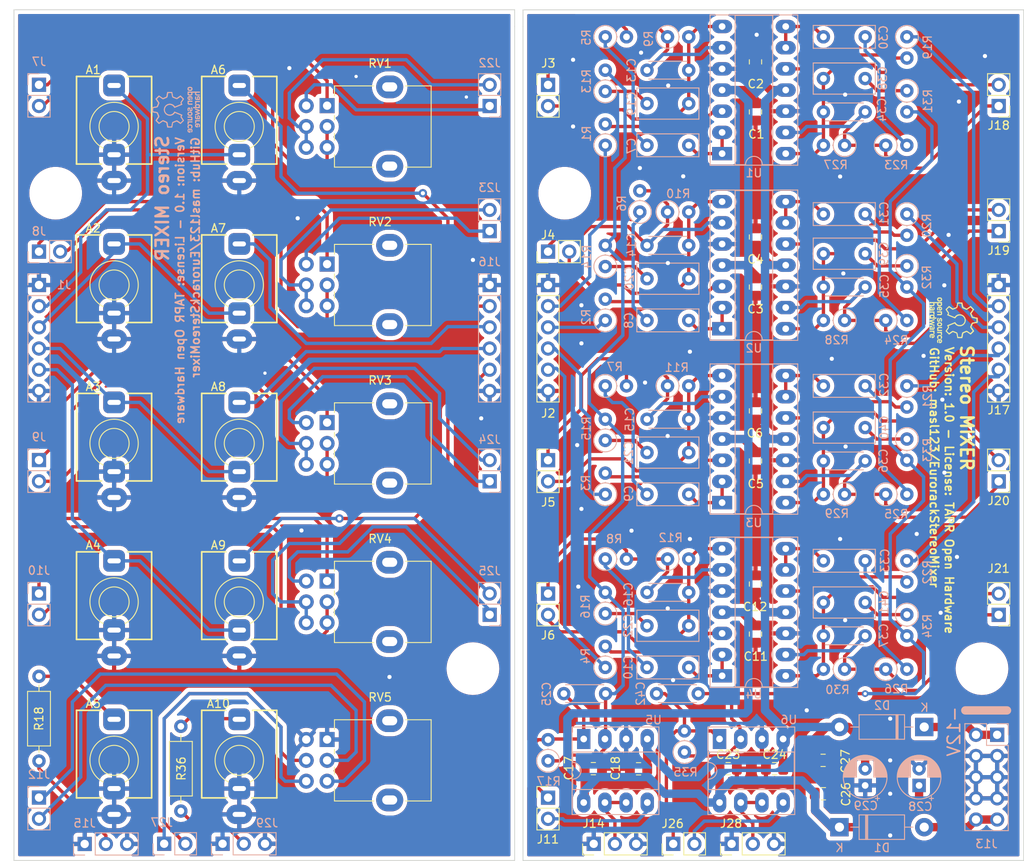
<source format=kicad_pcb>
(kicad_pcb (version 20211014) (generator pcbnew)
  (title_block (comment 1 "Licensed under the TAPR Open Hardware License (www.tapr.org/OHL)"))
  (layers (0 "F.Cu" signal) (31 "B.Cu" signal) (34 "B.Paste" user) (35 "F.Paste" user) (36 "B.SilkS" user "B.Silkscreen") (37 "F.SilkS" user "F.Silkscreen") (38 "B.Mask" user) (39 "F.Mask" user) (44 "Edge.Cuts" user))
  (net 0 "")
  (net 1 "+12V")
  (net 2 "GNDD")
  (net 3 "-12V")
  (net 4 "L1_IN")
  (net 5 "L2_IN")
  (net 6 "L3_IN")
  (net 7 "L4_IN")
  (net 8 "Net-(A6-PadT)")
  (net 9 "Net-(A7-PadT)")
  (net 10 "Net-(A8-PadT)")
  (net 11 "Net-(C7-Pad1)")
  (net 12 "Net-(C9-Pad1)")
  (net 13 "Net-(C15-Pad1)")
  (net 14 "Net-(C10-Pad1)")
  (net 15 "Net-(C10-Pad2)")
  (net 16 "Net-(C15-Pad2)")
  (net 17 "Net-(C16-Pad2)")
  (net 18 "Net-(C21-Pad2)")
  (net 19 "Net-(C30-Pad1)")
  (net 20 "Net-(C30-Pad2)")
  (net 21 "Net-(C31-Pad1)")
  (net 22 "Net-(C31-Pad2)")
  (net 23 "Net-(C32-Pad1)")
  (net 24 "Net-(C32-Pad2)")
  (net 25 "Net-(C33-Pad1)")
  (net 26 "Net-(C33-Pad2)")
  (net 27 "Net-(C34-Pad1)")
  (net 28 "Net-(C34-Pad2)")
  (net 29 "Net-(C35-Pad1)")
  (net 30 "Net-(C35-Pad2)")
  (net 31 "Net-(C36-Pad1)")
  (net 32 "Net-(C36-Pad2)")
  (net 33 "Net-(C37-Pad1)")
  (net 34 "Net-(C37-Pad2)")
  (net 35 "Net-(C38-Pad2)")
  (net 36 "Net-(C39-Pad2)")
  (net 37 "Net-(C40-Pad2)")
  (net 38 "Net-(C41-Pad2)")
  (net 39 "Net-(C42-Pad1)")
  (net 40 "Net-(C42-Pad2)")
  (net 41 "Net-(D1-Pad2)")
  (net 42 "Net-(D2-Pad1)")
  (net 43 "Net-(C7-Pad2)")
  (net 44 "Net-(C8-Pad1)")
  (net 45 "Net-(C8-Pad2)")
  (net 46 "Net-(C9-Pad2)")
  (net 47 "Net-(C13-Pad1)")
  (net 48 "Net-(C13-Pad2)")
  (net 49 "Net-(C14-Pad1)")
  (net 50 "Net-(C14-Pad2)")
  (net 51 "Net-(C16-Pad1)")
  (net 52 "Net-(C19-Pad2)")
  (net 53 "Net-(C20-Pad2)")
  (net 54 "Net-(C22-Pad2)")
  (net 55 "Net-(C25-Pad1)")
  (net 56 "Net-(C25-Pad2)")
  (net 57 "Net-(J7-Pad2)")
  (net 58 "Net-(J8-Pad2)")
  (net 59 "Net-(J7-Pad1)")
  (net 60 "Net-(J8-Pad1)")
  (net 61 "Net-(J9-Pad1)")
  (net 62 "Net-(J9-Pad2)")
  (net 63 "Net-(J10-Pad1)")
  (net 64 "Net-(J10-Pad2)")
  (net 65 "Net-(J12-Pad2)")
  (net 66 "Net-(J15-Pad2)")
  (net 67 "Net-(J22-Pad1)")
  (net 68 "Net-(J22-Pad2)")
  (net 69 "Net-(J23-Pad1)")
  (net 70 "Net-(J23-Pad2)")
  (net 71 "Net-(J24-Pad2)")
  (net 72 "Net-(A9-PadT)")
  (net 73 "Net-(J11-Pad2)")
  (net 74 "Net-(J12-Pad1)")
  (net 75 "Net-(J24-Pad1)")
  (net 76 "Net-(J25-Pad1)")
  (net 77 "Net-(J25-Pad2)")
  (net 78 "Net-(J26-Pad2)")
  (net 79 "Net-(J27-Pad1)")
  (net 80 "Net-(J27-Pad2)")
  (net 81 "Net-(J29-Pad2)")
  (net 82 "Net-(J2-Pad3)")
  (net 83 "Net-(J2-Pad4)")
  (net 84 "Net-(J2-Pad5)")
  (net 85 "Net-(J14-Pad2)")
  (net 86 "Net-(R1-Pad2)")
  (net 87 "Net-(R2-Pad2)")
  (net 88 "Net-(R3-Pad2)")
  (net 89 "Net-(R4-Pad2)")
  (net 90 "Net-(J28-Pad2)")
  (net 91 "Net-(A5-PadT)")
  (net 92 "Net-(A10-PadT)")
  (net 93 "Net-(R19-Pad2)")
  (net 94 "Net-(R20-Pad2)")
  (net 95 "Net-(R21-Pad2)")
  (net 96 "Net-(R22-Pad2)")
  (net 97 "Net-(J2-Pad2)")
  (net 98 "Net-(J17-Pad5)")
  (net 99 "Net-(J17-Pad4)")
  (net 100 "Net-(J17-Pad3)")
  (net 101 "Net-(J17-Pad2)")
  (footprint "Potentiometer_THT:Potentiometer_Alpha_RD902F-40-00D_Dual_Vertical" (layer "F.Cu") (at 60.525 133.5)
    (fp_text reference "RV5")
    (fp_text value "A100k" hide)
  )
  (footprint "Capacitor_SMD:C_0805_2012Metric_Pad1.18x1.45mm_HandSolder" (layer "F.Cu") (at 111.86 79.25 -90)
    (fp_text reference "C3")
    (fp_text value "100n" hide)
  )
  (footprint "Potentiometer_THT:Potentiometer_Alpha_RD902F-40-00D_Dual_Vertical" (layer "F.Cu") (at 60.525 57.5)
    (fp_text reference "RV1")
    (fp_text value "A100k" hide)
  )
  (footprint "AudioJacks:Jack_3.5mm_QingPu_WQP-PJ398SM_Vertical" (layer "F.Cu") (at 35 60)
    (fp_text reference "A1")
    (fp_text value "~" hide)
  )
  (footprint "Capacitor_SMD:C_0805_2012Metric_Pad1.18x1.45mm_HandSolder" (layer "F.Cu") (at 111.86 114.86 -90)
    (fp_text reference "C12")
    (fp_text value "100n" hide)
  )
  (footprint "MountingHole:MountingHole_3.2mm_M3" (layer "F.Cu") (at 28 68)
    (fp_text reference "H1" hide)
    (fp_text value "MountingHole" hide)
  )
  (footprint "AudioJacks:Jack_3.5mm_QingPu_WQP-PJ398SM_Vertical" (layer "F.Cu") (at 50 98)
    (fp_text reference "A8")
    (fp_text value "~" hide)
  )
  (footprint "Capacitor_SMD:C_0805_2012Metric_Pad1.18x1.45mm_HandSolder" (layer "F.Cu") (at 111.86 52.25 90)
    (fp_text reference "C2")
    (fp_text value "100n" hide)
  )
  (footprint "AudioJacks:Jack_3.5mm_QingPu_WQP-PJ398SM_Vertical" (layer "F.Cu") (at 35 117)
    (fp_text reference "A4")
    (fp_text value "~" hide)
  )
  (footprint "Capacitor_SMD:C_0805_2012Metric_Pad1.18x1.45mm_HandSolder" (layer "F.Cu") (at 119.9625 136 180)
    (fp_text reference "C27")
    (fp_text value "100n" hide)
  )
  (footprint "Capacitor_SMD:C_0805_2012Metric_Pad1.18x1.45mm_HandSolder" (layer "F.Cu") (at 111.86 100.1 -90)
    (fp_text reference "C5")
    (fp_text value "100n" hide)
  )
  (footprint "AudioJacks:Jack_3.5mm_QingPu_WQP-PJ398SM_Vertical" (layer "F.Cu") (at 50 79)
    (fp_text reference "A7")
    (fp_text value "~" hide)
  )
  (footprint "Capacitor_SMD:C_0805_2012Metric_Pad1.18x1.45mm_HandSolder" (layer "F.Cu") (at 92.427072 136.994888)
    (fp_text reference "C17")
    (fp_text value "100n" hide)
  )
  (footprint "Connector_PinHeader_2.54mm:PinHeader_1x06_P2.54mm_Vertical" (layer "F.Cu") (at 87 79)
    (fp_text reference "J2")
    (fp_text value "Conn_01x06" hide)
  )
  (footprint "Capacitor_SMD:C_0805_2012Metric_Pad1.18x1.45mm_HandSolder" (layer "F.Cu") (at 97.846518 137.011512)
    (fp_text reference "C18")
    (fp_text value "100n" hide)
  )
  (footprint "Capacitor_SMD:C_0805_2012Metric_Pad1.18x1.45mm_HandSolder" (layer "F.Cu") (at 111.86 94.1 -90)
    (fp_text reference "C6")
    (fp_text value "100n" hide)
  )
  (footprint "Connector_PinHeader_2.54mm:PinHeader_1x02_P2.54mm_Vertical" (layer "F.Cu") (at 87 75 90)
    (fp_text reference "J4")
    (fp_text value "Conn_01x02" hide)
  )
  (footprint "Capacitor_SMD:C_0805_2012Metric_Pad1.18x1.45mm_HandSolder" (layer "F.Cu") (at 111.86 120.86 -90)
    (fp_text reference "C11")
    (fp_text value "100n" hide)
  )
  (footprint "Connector_PinHeader_2.54mm:PinHeader_1x02_P2.54mm_Vertical" (layer "F.Cu") (at 102 146.01 90)
    (fp_text reference "J26")
    (fp_text value "Conn_01x02" hide)
  )
  (footprint "MountingHole:MountingHole_3.2mm_M3" (layer "F.Cu") (at 78 125)
    (fp_text reference "H2" hide)
    (fp_text value "MountingHole" hide)
  )
  (footprint "Connector_PinHeader_2.54mm:PinHeader_1x02_P2.54mm_Vertical" (layer "F.Cu") (at 141 72.54 180)
    (fp_text reference "J19")
    (fp_text value "Conn_01x02" hide)
  )
  (footprint "Connector_PinHeader_2.54mm:PinHeader_1x02_P2.54mm_Vertical" (layer "F.Cu") (at 87 55.01)
    (fp_text reference "J3")
    (fp_text value "Conn_01x02" hide)
  )
  (footprint "Connector_PinHeader_2.54mm:PinHeader_1x03_P2.54mm_Vertical" (layer "F.Cu") (at 109 146.01 90)
    (fp_text reference "J28")
    (fp_text value "Conn_01x03" hide)
  )
  (footprint "Capacitor_SMD:C_0805_2012Metric_Pad1.18x1.45mm_HandSolder" (layer "F.Cu") (at 111.86 58.25 -90)
    (fp_text reference "C1")
    (fp_text value "100n" hide)
  )
  (footprint "Connector_PinHeader_2.54mm:PinHeader_1x02_P2.54mm_Vertical" (layer "F.Cu") (at 141 102.55 180)
    (fp_text reference "J20")
    (fp_text value "Conn_01x02" hide)
  )
  (footprint "Connector_PinHeader_2.54mm:PinHeader_1x03_P2.54mm_Vertical" (layer "F.Cu") (at 92.475 146.01 90)
    (fp_text reference "J14")
    (fp_text value "Conn_01x03" hide)
  )
  (footprint "Capacitor_SMD:C_0805_2012Metric_Pad1.18x1.45mm_HandSolder" (layer "F.Cu") (at 108.585665 136.994888)
    (fp_text reference "C23")
    (fp_text value "100n" hide)
  )
  (footprint "AudioJacks:Jack_3.5mm_QingPu_WQP-PJ398SM_Vertical" (layer "F.Cu") (at 50 60)
    (fp_text reference "A6")
    (fp_text value "~" hide)
  )
  (footprint "Connector_PinHeader_2.54mm:PinHeader_1x02_P2.54mm_Vertical" (layer "F.Cu") (at 87 116.01)
    (fp_text reference "J6")
    (fp_text value "Conn_01x02" hide)
  )
  (footprint "Resistor_THT:R_Axial_DIN0207_L6.3mm_D2.5mm_P10.16mm_Horizontal" (layer "F.Cu") (at 43 142.08 90)
    (fp_text reference "R36")
    (fp_text value "100k" hide)
  )
  (footprint "Capacitor_SMD:C_0805_2012Metric_Pad1.18x1.45mm_HandSolder" (layer "F.Cu") (at 114.14792 136.994888)
    (fp_text reference "C24")
    (fp_text value "100n" hide)
  )
  (footprint "Connector_PinHeader_2.54mm:PinHeader_1x02_P2.54mm_Vertical" (layer "F.Cu") (at 87 100.01)
    (fp_text reference "J5")
    (fp_text value "Conn_01x02" hide)
  )
  (footprint "AudioJacks:Jack_3.5mm_QingPu_WQP-PJ398SM_Vertical" (layer "F.Cu") (at 50 117)
    (fp_text reference "A9")
    (fp_text value "~" hide)
  )
  (footprint "Connector_PinHeader_2.54mm:PinHeader_1x02_P2.54mm_Vertical" (layer "F.Cu") (at 141 118.55 180)
    (fp_text reference "J21")
    (fp_text value "Conn_01x02" hide)
  )
  (footprint "MountingHole:MountingHole_3.2mm_M3" (layer "F.Cu") (at 139 125)
    (fp_text reference "H4" hide)
    (fp_text value "MountingHole" hide)
  )
  (footprint "AudioJacks:Jack_3.5mm_QingPu_WQP-PJ398SM_Vertical" (layer "F.Cu") (at 35 98)
    (fp_text reference "A3")
    (fp_text value "~" hide)
  )
  (footprint "Capacitor_SMD:C_0805_2012Metric_Pad1.18x1.45mm_HandSolder" (layer "F.Cu") (at 120 140)
    (fp_text reference "C26")
    (fp_text value "100n" hide)
  )
  (footprint "Potentiometer_THT:Potentiometer_Alpha_RD902F-40-00D_Dual_Vertical" (layer "F.Cu") (at 60.525 76.5)
    (fp_text reference "RV2")
    (fp_text value "A100k" hide)
  )
  (footprint "Potentiometer_THT:Potentiometer_Alpha_RD902F-40-00D_Dual_Vertical" (layer "F.Cu") (at 60.525 95.5)
    (fp_text reference "RV3")
    (fp_text value "A100k" hide)
  )
  (footprint "Connector_PinHeader_2.54mm:PinHeader_1x02_P2.54mm_Vertical" (layer "F.Cu") (at 141 57.54 180)
    (fp_text reference "J18")
    (fp_text value "Conn_01x02" hide)
  )
  (footprint "Potentiometer_THT:Potentiometer_Alpha_RD902F-40-00D_Dual_Vertical" (layer "F.Cu") (at 60.525 114.5)
    (fp_text reference "RV4")
    (fp_text value "A100k" hide)
  )
  (footprint "Resistor_THT:R_Axial_DIN0207_L6.3mm_D2.5mm_P10.16mm_Horizontal" (layer "F.Cu") (at 26 136.08 90)
    (fp_text reference "R18")
    (fp_text value "100k" hide)
  )
  (footprint "AudioJacks:Jack_3.5mm_QingPu_WQP-PJ398SM_Vertical" (layer "F.Cu") (at 50 136)
    (fp_text reference "A10")
    (fp_text value "~" hide)
  )
  (footprint "MountingHole:MountingHole_3.2mm_M3" (layer "F.Cu") (at 89 68)
    (fp_text reference "H3" hide)
    (fp_text value "MountingHole" hide)
  )
  (footprint "Connector_PinHeader_2.54mm:PinHeader_1x02_P2.54mm_Vertical" (layer "F.Cu") (at 87 140.47)
    (fp_text reference "J11")
    (fp_text value "Conn_01x02" hide)
  )
  (footprint "AudioJacks:Jack_3.5mm_QingPu_WQP-PJ398SM_Vertical" (layer "F.Cu") (at 35 79)
    (fp_text reference "A2")
    (fp_text value "~" hide)
  )
  (footprint "AudioJacks:Jack_3.5mm_QingPu_WQP-PJ398SM_Vertical" (layer "F.Cu") (at 35 136)
    (fp_text reference "A5")
    (fp_text value "~" hide)
  )
  (footprint "Capacitor_SMD:C_0805_2012Metric_Pad1.18x1.45mm_HandSolder" (layer "F.Cu") (at 111.86 73.25 -90)
    (fp_text reference "C4")
    (fp_text value "100n" hide)
  )
  (footprint "Connector_PinHeader_2.54mm:PinHeader_1x06_P2.54mm_Vertical" (layer "F.Cu") (at 141 79)
    (fp_text reference "J17")
    (fp_text value "Conn_01x06" hide)
  )
  (footprint "Resistor_THT:R_Axial_DIN0207_L6.3mm_D2.5mm_P2.54mm_Vertical" (layer "B.Cu") (at 87 136.0575 90)
    (fp_text reference "R17")
    (fp_text value "20k")
  )
  (footprint "Resistor_THT:R_Axial_DIN0207_L6.3mm_D2.5mm_P2.54mm_Vertical" (layer "B.Cu") (at 130 112.07 -90)
    (fp_text reference "R22")
    (fp_text value "10k")
  )
  (footprint "Resistor_THT:R_Axial_DIN0207_L6.3mm_D2.5mm_P2.54mm_Vertical" (layer "B.Cu") (at 127.46 62.25)
    (fp_text reference "R23")
    (fp_text value "43k")
  )
  (footprint "Resistor_THT:R_Axial_DIN0207_L6.3mm_D2.5mm_P2.54mm_Vertical" (layer "B.Cu") (at 127.46 104.1)
    (fp_text reference "R25")
    (fp_text value "43k")
  )
  (footprint "Resistor_THT:R_Axial_DIN0207_L6.3mm_D2.5mm_P2.54mm_Vertical" (layer "B.Cu") (at 122.54 125.07 180)
    (fp_text reference "R30")
    (fp_text value "1M")
  )
  (footprint "Capacitor_THT:C_Disc_D4.3mm_W1.9mm_P5.00mm" (layer "B.Cu") (at 125 79.25 180)
    (fp_text reference "C35")
    (fp_text value "47p")
  )
  (footprint "Resistor_THT:R_Axial_DIN0207_L6.3mm_D2.5mm_P2.54mm_Vertical" (layer "B.Cu") (at 103.35 135.01 90)
    (fp_text reference "R35")
    (fp_text value "20k")
  )
  (footprint "Resistor_THT:R_Axial_DIN0207_L6.3mm_D2.5mm_P2.54mm_Vertical" (layer "B.Cu") (at 127.46 125.07)
    (fp_text reference "R26")
    (fp_text value "43k")
  )
  (footprint "Resistor_THT:R_Axial_DIN0207_L6.3mm_D2.5mm_P2.54mm_Vertical" (layer "B.Cu") (at 122.54 104.1 180)
    (fp_text reference "R29")
    (fp_text value "1M")
  )
  (footprint "Connector_PinSocket_2.54mm:PinSocket_1x02_P2.54mm_Vertical" (layer "B.Cu") (at 26 100 180)
    (fp_text reference "J9")
    (fp_text value "Conn_01x02" hide)
  )
  (footprint "Package_DIP:DIP-8_W7.62mm_Socket_LongPads" (layer "B.Cu") (at 107.55 133.4375 -90)
    (fp_text reference "U6")
    (fp_text value "TL072")
  )
  (footprint "Package_DIP:DIP-14_W7.62mm_Socket_LongPads" (layer "B.Cu") (at 107.86 125.86)
    (fp_text reference "U4")
    (fp_text value "TL074")
  )
  (footprint "Connector_PinSocket_2.54mm:PinSocket_1x02_P2.54mm_Vertical" (layer "B.Cu") (at 26 75 -90)
    (fp_text reference "J8")
    (fp_text value "Conn_01x02" hide)
  )
  (footprint "Capacitor_THT:C_Rect_L7.2mm_W3.5mm_P5.00mm_FKS2_FKP2_MKS2_MKP2" (layer "B.Cu") (at 103.86 57.25 180)
    (fp_text reference "C19")
    (fp_text value "470n")
  )
  (footprint "Capacitor_THT:C_Rect_L7.2mm_W2.5mm_P5.00mm_FKS2_FKP2_MKS2_MKP2" (layer "B.Cu") (at 98.86 124.86)
    (fp_text reference "C10")
    (fp_text value "220n")
  )
  (footprint "Resistor_THT:R_Axial_DIN0207_L6.3mm_D2.5mm_P2.54mm_Vertical" (layer "B.Cu") (at 130 49.25 -90)
    (fp_text reference "R19")
    (fp_text value "10k")
  )
  (footprint "Resistor_THT:R_Axial_DIN0207_L6.3mm_D2.5mm_P2.54mm_Vertical" (layer "B.Cu") (at 93.86 104.1 90)
    (fp_text reference "R3")
    (fp_text value "10k")
  )
  (footprint "Connector_PinSocket_2.54mm:PinSocket_1x06_P2.54mm_Vertical" (layer "B.Cu") (at 80 79 180)
    (fp_text reference "J16")
    (fp_text value "Conn_01x06" hide)
  )
  (footprint "Capacitor_THT:C_Disc_D4.3mm_W1.9mm_P5.00mm" (layer "B.Cu") (at 105 128 180)
    (fp_text reference "C42")
    (fp_text value "220p")
  )
  (footprint "Connector_PinSocket_2.54mm:PinSocket_1x02_P2.54mm_Vertical" (layer "B.Cu") (at 26 116 180)
    (fp_text reference "J10")
    (fp_text value "Conn_01x02" hide)
  )
  (footprint "Package_DIP:DIP-14_W7.62mm_Socket_LongPads" (layer "B.Cu") (at 107.86 84.25)
    (fp_text reference "U2")
    (fp_text value "TL074")
  )
  (footprint "Resistor_THT:R_Axial_DIN0207_L6.3mm_D2.5mm_P2.54mm_Vertical" (layer "B.Cu") (at 93.86 118.4 90)
    (fp_text reference "R16")
    (fp_text value "20k")
  )
  (footprint "Capacitor_THT:C_Disc_D4.3mm_W1.9mm_P5.00mm" (layer "B.Cu") (at 93.895 128 180)
    (fp_text reference "C25")
    (fp_text value "220p")
  )
  (footprint "Capacitor_THT:C_Disc_D4.3mm_W1.9mm_P5.00mm" (layer "B.Cu") (at 98.86 115.86)
    (fp_text reference "C16")
    (fp_text value "47p")
  )
  (footprint "Package_DIP:DIP-14_W7.62mm_Socket_LongPads" (layer "B.Cu") (at 107.86 105.1)
    (fp_text reference "U3")
    (fp_text value "TL074")
  )
  (footprint "Resistor_THT:R_Axial_DIN0207_L6.3mm_D2.5mm_P2.54mm_Vertical" (layer "B.Cu") (at 93.86 62.25 90)
    (fp_text reference "R1")
    (fp_text value "10k")
  )
  (footprint "Resistor_THT:R_Axial_DIN0207_L6.3mm_D2.5mm_P2.54mm_Vertical" (layer "B.Cu") (at 93.86 76.79 90)
    (fp_text reference "R14")
    (fp_text value "20k")
  )
  (footprint "Connector_PinSocket_2.54mm:PinSocket_1x02_P2.54mm_Vertical" (layer "B.Cu") (at 80 57.54)
    (fp_text reference "J22")
    (fp_text value "Conn_01x02" hide)
  )
  (footprint "Resistor_THT:R_Axial_DIN0207_L6.3mm_D2.5mm_P2.54mm_Vertical" (layer "B.Cu") (at 93.86 124.86 90)
    (fp_text reference "R4")
    (fp_text value "10k")
  )
  (footprint "Resistor_THT:R_Axial_DIN0207_L6.3mm_D2.5mm_P2.54mm_Vertical" (layer "B.Cu") (at 93.86 49.25)
    (fp_text reference "R5")
    (fp_text value "43k")
  )
  (footprint "Capacitor_THT:C_Disc_D4.3mm_W1.9mm_P5.00mm" (layer "B.Cu") (at 98.86 95.1)
    (fp_text reference "C15")
    (fp_text value "47p")
  )
  (footprint "Capacitor_THT:C_Disc_D4.3mm_W1.9mm_P5.00mm" (layer "B.Cu") (at 98.86 53.25)
    (fp_text reference "C13")
    (fp_text value "47p")
  )
  (footprint "Capacitor_THT:C_Rect_L7.2mm_W3.5mm_P5.00mm_FKS2_FKP2_MKS2_MKP2" (layer "B.Cu") (at 120 96.1)
    (fp_text reference "C40")
    (fp_text value "470n")
  )
  (footprint "Diode_THT:D_DO-41_SOD81_P10.16mm_Horizontal" (layer "B.Cu") (at 132.08 132 180)
    (fp_text reference "D2")
    (fp_text value "1N5819")
  )
  (footprint "Resistor_THT:R_Axial_DIN0207_L6.3mm_D2.5mm_P2.54mm_Vertical" (layer "B.Cu") (at 130 76.71 -90)
    (fp_text reference "R32")
    (fp_text value "20k")
  )
  (footprint "Package_DIP:DIP-8_W7.62mm_Socket_LongPads" (layer "B.Cu") (at 91.275 133.4375 -90)
    (fp_text reference "U5")
    (fp_text value "TL072")
  )
  (footprint "Capacitor_THT:C_Rect_L7.2mm_W2.5mm_P5.00mm_FKS2_FKP2_MKS2_MKP2" (layer "B.Cu") (at 120 70.5)
    (fp_text reference "C31")
    (fp_text value "220n")
  )
  (footprint "Connector_PinSocket_2.54mm:PinSocket_1x02_P2.54mm_Vertical" (layer "B.Cu") (at 26 55 180)
    (fp_text reference "J7")
    (fp_text value "Conn_01x02")
  )
  (footprint "Capacitor_THT:C_Rect_L7.2mm_W3.5mm_P5.00mm_FKS2_FKP2_MKS2_MKP2" (layer "B.Cu") (at 120 117.07)
    (fp_text reference "C41")
    (fp_text value "470n")
  )
  (footprint "Resistor_THT:R_Axial_DIN0207_L6.3mm_D2.5mm_P2.54mm_Vertical" (layer "B.Cu") (at 101.32 91.1)
    (fp_text reference "R11")
    (fp_text value "1M")
  )
  (footprint "Capacitor_THT:C_Rect_L7.2mm_W2.5mm_P5.00mm_FKS2_FKP2_MKS2_MKP2" (layer "B.Cu") (at 120 91.1)
    (fp_text reference "C32")
    (fp_text value "220n")
  )
  (footprint "Resistor_THT:R_Axial_DIN0207_L6.3mm_D2.5mm_P2.54mm_Vertical" (layer "B.Cu") (at 93.86 83.25 90)
    (fp_text reference "R2")
    (fp_text value "10k")
  )
  (footprint "Capacitor_THT:C_Rect_L7.2mm_W2.5mm_P5.00mm_FKS2_FKP2_MKS2_MKP2" (layer "B.Cu") (at 98.86 104.1)
    (fp_text reference "C9")
    (fp_text value "220n")
  )
  (footprint "Package_DIP:DIP-14_W7.62mm_Socket_LongPads" (layer "B.Cu") (at 107.86 63.25)
    (fp_text reference "U1")
    (fp_text value "TL074")
  )
  (footprint "Capacitor_THT:CP_Radial_D5.0mm_P2.00mm" (layer "B.Cu") (at 125 139.01 90)
    (fp_text reference "C29")
    (fp_text value "10u")
  )
  (footprint "Resistor_THT:R_Axial_DIN0207_L6.3mm_D2.5mm_P2.54mm_Vertical" (layer "B.Cu") (at 130 55.71 -90)
    (fp_text reference "R31")
    (fp_text value "20k")
  )
  (footprint "Capacitor_THT:C_Disc_D4.3mm_W1.9mm_P5.00mm" (layer "B.Cu") (at 125 100.1 180)
    (fp_text reference "C36")
    (fp_text value "47p")
  )
  (footprint "Resistor_THT:R_Axial_DIN0207_L6.3mm_D2.5mm_P2.54mm_Vertical" (layer "B.Cu") (at 93.86 55.79 90)
    (fp_text reference "R13")
    (fp_text value "20k")
  )
  (footprint "Resistor_THT:R_Axial_DIN0207_L6.3mm_D2.5mm_P2.54mm_Vertical" (layer "B.Cu") (at 101.32 49.25)
    (fp_text reference "R9")
    (fp_text value "1M")
  )
  (footprint "Capacitor_THT:C_Disc_D4.3mm_W1.9mm_P5.00mm" (layer "B.Cu") (at 125 121.07 180)
    (fp_text reference "C37")
    (fp_text value "47p")
  )
  (footprint "Resistor_THT:R_Axial_DIN0207_L6.3mm_D2.5mm_P2.54mm_Vertical" (layer "B.Cu") (at 127.46 83.25)
    (fp_text reference "R24")
    (fp_text value "43k")
  )
  (footprint "Capacitor_THT:C_Rect_L7.2mm_W3.5mm_P5.00mm_FKS2_FKP2_MKS2_MKP2" (layer "B.Cu") (at 103.86 119.86 180)
    (fp_text reference "C22")
    (fp_text value "470n")
  )
  (footprint "Resistor_THT:R_Axial_DIN0207_L6.3mm_D2.5mm_P2.54mm_Vertical" (layer "B.Cu") (at 130 70.5 -90)
    (fp_text reference "R20")
    (fp_text value "10k")
  )
  (footprint "Capacitor_THT:C_Rect_L7.2mm_W3.5mm_P5.00mm_FKS2_FKP2_MKS2_MKP2" (layer "B.Cu") (at 120 75.25)
    (fp_text reference "C39")
    (fp_text value "470n")
  )
  (footprint "Capacitor_THT:C_Rect_L7.2mm_W2.5mm_P5.00mm_FKS2_FKP2_MKS2_MKP2" (layer "B.Cu") (at 98.86 83.25)
    (fp_text reference "C8")
    (fp_text value "220n")
  )
  (footprint "Resistor_THT:R_Axial_DIN0207_L6.3mm_D2.5mm_P2.54mm_Vertical" (layer "B.Cu") (at 93.86 97.64 90)
    (fp_text reference "R15")
    (fp_text value "20k")
  )
  (footprint "Capacitor_THT:C_Rect_L7.2mm_W2.5mm_P5.00mm_FKS2_FKP2_MKS2_MKP2" (layer "B.Cu") (at 120 49.25)
    (fp_text reference "C30")
    (fp_text value "220n")
  )
  (footprint "Resistor_THT:R_Axial_DIN0207_L6.3mm_D2.5mm_P2.54mm_Vertical" (layer "B.Cu") (at 101.32 70.25)
    (fp_text reference "R10")
    (fp_text value "1M")
  )
  (footprint "Capacitor_THT:C_Rect_L7.2mm_W3.5mm_P5.00mm_FKS2_FKP2_MKS2_MKP2" (layer "B.Cu") (at 103.86 78.25 180)
    (fp_text reference "C20")
    (fp_text value "470n")
  )
  (footprint "Connector_PinSocket_2.54mm:PinSocket_1x03_P2.54mm_Vertical" (layer "B.Cu") (at 31.475 146.025 -90)
    (fp_text reference "J15")
    (fp_text value "Conn_01x03" hide)
  )
  (footprint "Connector_PinHeader_2.54mm:PinHeader_2x05_P2.54mm_Vertical" (layer "B.Cu") (at 140.8175 132.935 180)
    (fp_text reference "J13")
    (fp_text value "~")
  )
  (footprint "Capacitor_THT:C_Disc_D4.3mm_W1.9mm_P5.00mm" (layer "B.Cu") (at 125 58.25 180)
    (fp_text reference "C34")
    (fp_text value "47p")
  )
  (footprint "Capacitor_THT:C_Rect_L7.2mm_W2.5mm_P5.00mm_FKS2_FKP2_MKS2_MKP2" (layer "B.Cu") (at 98.86 62.25)
    (fp_text reference "C7")
    (fp_text value "220n")
  )
  (footprint "Connector_PinSocket_2.54mm:PinSocket_1x02_P2.54mm_Vertical" (layer "B.Cu") (at 80 118.54)
    (fp_text reference "J25")
    (fp_text value "Conn_01x02")
  )
  (footprint "Resistor_THT:R_Axial_DIN0207_L6.3mm_D2.5mm_P2.54mm_Vertical" (layer "B.Cu") (at 130 118.53 -90)
    (fp_text reference "R34")
    (fp_text value "20k")
  )
  (footprint "Resistor_THT:R_Axial_DIN0207_L6.3mm_D2.5mm_P2.54mm_Vertical" (layer "B.Cu") (at 101.32 111.86)
    (fp_text reference "R12")
    (fp_text value "1M")
  )
  (footprint "Capacitor_THT:C_Disc_D4.3mm_W1.9mm_P5.00mm" (layer "B.Cu") (at 98.86 74.25)
    (fp_text reference "C14")
    (fp_text value "47p")
  )
  (footprint "Connector_PinSocket_2.54mm:PinSocket_1x02_P2.54mm_Vertical" (layer "B.Cu") (at 80 72.54)
    (fp_text reference "J23")
    (fp_text value "Conn_01x02" hide)
  )
  (footprint "Connector_PinSocket_2.54mm:PinSocket_1x02_P2.54mm_Vertical" (layer "B.Cu") (at 26 140.46 180)
    (fp_text reference "J12")
    (fp_text value "Conn_01x02" hide)
  )
  (footprint "Connector_PinSocket_2.54mm:PinSocket_1x06_P2.54mm_Vertical" (layer "B.Cu") (at 26 79 180)
    (fp_text reference "J1")
    (fp_text value "Conn_01x06" hide)
  )
  (footprint "Connector_PinSocket_2.54mm:PinSocket_1x03_P2.54mm_Vertical" (layer "B.Cu") (at 48 146 -90)
    (fp_text reference "J29")
    (fp_text value "Conn_01x03" hide)
  )
  (footprint "Resistor_THT:R_Axial_DIN0207_L6.3mm_D2.5mm_P2.54mm_Vertical" (layer "B.Cu") (at 93.86 111.86)
    (fp_text reference "R8")
    (fp_text value "43k")
  )
  (footprint "Resistor_THT:R_Axial_DIN0207_L6.3mm_D2.5mm_P2.54mm_Vertical" (layer "B.Cu") (at 122.54 83.25 180)
    (fp_text reference "R28")
    (fp_text value "1M")
  )
  (footprint "Connector_PinSocket_2.54mm:PinSocket_1x02_P2.54mm_Vertical" (layer "B.Cu") (at 41 146 -90)
    (fp_text reference "J27")
    (fp_text value "Conn_01x02" hide)
  )
  (footprint "Resistor_THT:R_Axial_DIN0207_L6.3mm_D2.5mm_P2.54mm_Vertical" (layer "B.Cu") (at 122.54 62.25 180)
    (fp_text reference "R27")
    (fp_text value "1M")
  )
  (footprint "Capacitor_THT:CP_Radial_D5.0mm_P2.00mm" (layer "B.Cu") (at 131.4625 139.01 90)
    (fp_text reference "C28")
    (fp_text value "10u")
  )
  (footprint "Connector_PinSocket_2.54mm:PinSocket_1x02_P2.54mm_Vertical" (layer "B.Cu") (at 80 102.54)
    (fp_text reference "J24")
    (fp_text value "Conn_01x02")
  )
  (footprint "Resistor_THT:R_Axial_DIN0207_L6.3mm_D2.5mm_P2.54mm_Vertical" (layer "B.Cu") (at 98 70.25 90)
    (fp_text reference "R6")
    (fp_text value "43k")
  )
  (footprint "Capacitor_THT:C_Rect_L7.2mm_W3.5mm_P5.00mm_FKS2_FKP2_MKS2_MKP2" (layer "B.Cu") (at 120 54.25)
    (fp_text reference "C38")
    (fp_text value "470n")
  )
  (footprint "Diode_THT:D_DO-41_SOD81_P10.16mm_Horizontal" (layer "B.Cu") (at 121.92 144.01)
    (fp_text reference "D1")
    (fp_text value "1N5819")
  )
  (footprint "Capacitor_THT:C_Rect_L7.2mm_W3.5mm_P5.00mm_FKS2_FKP2_MKS2_MKP2" (layer "B.Cu") (at 103.86 99.1 180)
    (fp_text reference "C21")
    (fp_text value "470n")
  )
  (footprint "Capacitor_THT:C_Rect_L7.2mm_W2.5mm_P5.00mm_FKS2_FKP2_MKS2_MKP2" (layer "B.Cu") (at 120 112.07)
    (fp_text reference "C33")
    (fp_text value "220n")
  )
  (footprint "Resistor_THT:R_Axial_DIN0207_L6.3mm_D2.5mm_P2.54mm_Vertical" (layer "B.Cu") (at 93.86 91.1)
    (fp_text reference "R7")
    (fp_text value "43k")
  )
  (footprint "Resistor_THT:R_Axial_DIN0207_L6.3mm_D2.5mm_P2.54mm_Vertical" (layer "B.Cu") (at 130 97.475 -90)
    (fp_text reference "R33")
    (fp_text value "20k")
  )
  (footprint "Resistor_THT:R_Axial_DIN0207_L6.3mm_D2.5mm_P2.54mm_Vertical" (layer "B.Cu") (at 130 91.1 -90)
    (fp_text reference "R21")
    (fp_text value "10k")
  )
  (gr_poly (pts (xy 43.802827 60.499669) (xy 43.803639 60.511302) (xy 43.804983 60.522803) (xy 43.806852 60.534155) (xy 43.809239 60.545342) (xy 43.812137 60.556346) (xy 43.815539 60.56715) (xy 43.819437 60.577739) (xy 43.823825 60.588094) (xy 43.828694 60.598199) (xy 43.834038 60.608036) (xy 43.83985 60.61759) (xy 43.846122 60.626843) (xy 43.852848 60.635777) (xy 43.86002 60.644377) (xy 43.86763 60.652625) (xy 43.875673 60.660504) (xy 43.884139 60.667998) (xy 43.893023 60.675089) (xy 43.902318 60.681761) (xy 43.912015 60.687996) (xy 43.922108 60.693778) (xy 43.932589 60.699089) (xy 43.943452 60.703913) (xy 43.954689 60.708233) (xy 43.966293 60.712032) (xy 43.978256 60.715293) (xy 43.990573 60.717999) (xy 44.003234 60.720134) (xy 44.016234 60.721679) (xy 44.029565 60.722619) (xy 44.04322 60.722936) (xy 44.137676 60.722936) (xy 44.137676 60.367621) (xy 44.146292 60.367788) (xy 44.154637 60.368284) (xy 44.162712 60.369103) (xy 44.170517 60.370237) (xy 44.17805 60.371682) (xy 44.185312 60.373429) (xy 44.192303 60.375473) (xy 44.199022 60.377806) (xy 44.20547 60.380423) (xy 44.211645 60.383316) (xy 44.217549 60.38648) (xy 44.223179 60.389906) (xy 44.228538 60.39359) (xy 44.233623 60.397525) (xy 44.238435 60.401703) (xy 44.242974 60.406118) (xy 44.24724 60.410764) (xy 44.251232 60.415635) (xy 44.25495 60.420722) (xy 44.258394 60.426021) (xy 44.261563 60.431524) (xy 44.264458 60.437225) (xy 44.267079 60.443117) (xy 44.269424 60.449194) (xy 44.271494 60.455449) (xy 44.273289 60.461876) (xy 44.274809 60.468468) (xy 44.276052 60.475218) (xy 44.27702 60.482119) (xy 44.277711 60.489167) (xy 44.278126 60.496352) (xy 44.278265 60.50367) (xy 44.278029 60.511927) (xy 44.277326 60.520236) (xy 44.276165 60.528575) (xy 44.274555 60.536918) (xy 44.272503 60.545242) (xy 44.270017 60.55352) (xy 44.267106 60.561729) (xy 44.263779 60.569845) (xy 44.260043 60.577842) (xy 44.255906 60.585697) (xy 44.251378 60.593384) (xy 44.246466 60.600879) (xy 44.241179 60.608157) (xy 44.235524 60.615194) (xy 44.229511 60.621966) (xy 44.223147 60.628448) (xy 44.293949 60.711664) (xy 44.305732 60.700938) (xy 44.316635 60.689834) (xy 44.326675 60.678373) (xy 44.335868 60.666574) (xy 44.344232 60.654458) (xy 44.351781 60.642044) (xy 44.358534 60.629352) (xy 44.364506 60.616403) (xy 44.369713 60.603216) (xy 44.374173 60.589811) (xy 44.377902 60.576208) (xy 44.380915 60.562427) (xy 44.383231 60.548489) (xy 44.384864 60.534412) (xy 44.385832 60.520217) (xy 44.386151 60.505924) (xy 44.385462 60.483807) (xy 44.383277 60.46147) (xy 44.379418 60.439141) (xy 44.373707 60.417045) (xy 44.365966 60.395412) (xy 44.361279 60.384839) (xy 44.356019 60.374467) (xy 44.350162 60.364324) (xy 44.343686 60.354439) (xy 44.33657 60.344839) (xy 44.328791 60.335554) (xy 44.320327 60.326611) (xy 44.311156 60.31804) (xy 44.301255 60.309868) (xy 44.290602 60.302124) (xy 44.279176 60.294836) (xy 44.266953 60.288033) (xy 44.253912 60.281743) (xy 44.240031 60.275994) (xy 44.225286 60.270815) (xy 44.209657 60.266235) (xy 44.19312 60.262282) (xy 44.175654 60.258983) (xy 44.157237 60.256368) (xy 44.137845 60.254465) (xy 44.117458 60.253303) (xy 44.096052 60.252909) (xy 44.075723 60.25327) (xy 44.056256 60.254337) (xy 44.043252 60.255556) (xy 44.043252 60.367621) (xy 44.043252 60.608223) (xy 44.035248 60.60777) (xy 44.027483 60.607053) (xy 44.019957 60.606076) (xy 44.012673 60.604845) (xy 44.00563 60.603365) (xy 43.99883 60.601641) (xy 43.992273 60.599677) (xy 43.985962 60.59748) (xy 43.979896 60.595054) (xy 43.974077 60.592405) (xy 43.968506 60.589537) (xy 43.963183 60.586455) (xy 43.958111 60.583166) (xy 43.953289 60.579673) (xy 43.948719 60.575982) (xy 43.944402 60.572099) (xy 43.940339 60.568028) (xy 43.936531 60.563774) (xy 43.932978 60.559343) (xy 43.929683 60.554739) (xy 43.926645 60.549968) (xy 43.923866 60.545036) (xy 43.921347 60.539946) (xy 43.919089 60.534704) (xy 43.917093 60.529316) (xy 43.91536 60.523786) (xy 43.91389 60.51812) (xy 43.912686 60.512322) (xy 43.911747 60.506399) (xy 43.911076 60.500354) (xy 43.910672 60.494193) (xy 43.910537 60.487921) (xy 43.910672 60.481647) (xy 43.911076 60.475476) (xy 43.911747 60.469416) (xy 43.912686 60.463473) (xy 43.91389 60.457651) (xy 43.91536 60.451956) (xy 43.917093 60.446396) (xy 43.919089 60.440974) (xy 43.921347 60.435697) (xy 43.923866 60.430571) (xy 43.926645 60.425602) (xy 43.929683 60.420794) (xy 43.932978 60.416155) (xy 43.936531 60.41169) (xy 43.940339 60.407404) (xy 43.944402 60.403304) (xy 43.948719 60.399395) (xy 43.953289 60.395683) (xy 43.958111 60.392173) (xy 43.963183 60.388872) (xy 43.968506 60.385785) (xy 43.974077 60.382918) (xy 43.979896 60.380277) (xy 43.985961 60.377868) (xy 43.992273 60.375696) (xy 43.998829 60.373767) (xy 44.005629 60.372086) (xy 44.012672 60.370661) (xy 44.019957 60.369496) (xy 44.027483 60.368597) (xy 44.035248 60.36797) (xy 44.043252 60.367621) (xy 44.043252 60.255556) (xy 44.037636 60.256083) (xy 44.019849 60.258484) (xy 44.002882 60.261514) (xy 43.98672 60.265148) (xy 43.971348 60.269359) (xy 43.956753 60.274123) (xy 43.94292 60.279414) (xy 43.929835 60.285207) (xy 43.917485 60.291475) (xy 43.905854 60.298194) (xy 43.894929 60.305338) (xy 43.884695 60.312881) (xy 43.875139 60.320799) (xy 43.866245 60.329065) (xy 43.858001 60.337654) (xy 43.850391 60.346541) (xy 43.843402 60.355699) (xy 43.837019 60.365105) (xy 43.831228 60.374731) (xy 43.826015 60.384553) (xy 43.821366 60.394545) (xy 43.817267 60.404682) (xy 43.813703 60.414938) (xy 43.81066 60.425287) (xy 43.808124 60.435705) (xy 43.806081 60.446165) (xy 43.803417 60.467111) (xy 43.802555 60.487922)) (layer "B.SilkS") (width 0.024) (fill solid))
  (gr_poly (pts (xy 43.802951 56.097136) (xy 43.804024 56.109535) (xy 43.805775 56.121491) (xy 43.808176 56.133005) (xy 43.811196 56.144078) (xy 43.814806 56.154712) (xy 43.818976 56.164908) (xy 43.823677 56.174668) (xy 43.828878 56.183994) (xy 43.834551 56.192887) (xy 43.840665 56.201348) (xy 43.847191 56.209379) (xy 43.854098 56.216982) (xy 43.861359 56.224157) (xy 43.868942 56.230906) (xy 43.876818 56.237232) (xy 43.884395 56.242871) (xy 43.892048 56.248004) (xy 43.899935 56.252649) (xy 43.908212 56.256826) (xy 43.912546 56.258746) (xy 43.917036 56.260556) (xy 43.921702 56.262259) (xy 43.926564 56.263857) (xy 43.93164 56.265354) (xy 43.936951 56.266751) (xy 43.948355 56.269256) (xy 43.960932 56.271392) (xy 43.974838 56.273179) (xy 43.990231 56.274637) (xy 44.007267 56.275786) (xy 44.026103 56.276645) (xy 44.046894 56.277234) (xy 44.069799 56.277573) (xy 44.094972 56.277681) (xy 44.142665 56.277234) (xy 44.182007 56.275786) (xy 44.198933 56.274637) (xy 44.214235 56.273179) (xy 44.228068 56.271392) (xy 44.240586 56.269256) (xy 44.251944 56.266751) (xy 44.262296 56.263857) (xy 44.271798 56.260556) (xy 44.280603 56.256826) (xy 44.288866 56.252649) (xy 44.296742 56.248004) (xy 44.304386 56.242871) (xy 44.311952 56.237232) (xy 44.319828 56.230906) (xy 44.327411 56.224157) (xy 44.334672 56.216982) (xy 44.34158 56.209379) (xy 44.348105 56.201348) (xy 44.354219 56.192887) (xy 44.359892 56.183994) (xy 44.365093 56.174668) (xy 44.369794 56.164908) (xy 44.371947 56.159864) (xy 44.373964 56.154712) (xy 44.375841 56.149449) (xy 44.377574 56.144078) (xy 44.37916 56.138596) (xy 44.380594 56.133005) (xy 44.381874 56.127303) (xy 44.382995 56.121491) (xy 44.383954 56.115568) (xy 44.384746 56.109535) (xy 44.385369 56.103391) (xy 44.385819 56.097136) (xy 44.386092 56.09077) (xy 44.386183 56.084292) (xy 44.38587 56.073469) (xy 44.384945 56.062924) (xy 44.383426 56.052642) (xy 44.381334 56.04261) (xy 44.378689 56.032816) (xy 44.375509 56.023247) (xy 44.371817 56.013888) (xy 44.367629 56.004727) (xy 44.362968 55.99575) (xy 44.357852 55.986945) (xy 44.352301 55.978298) (xy 44.346334 55.969796) (xy 44.339973 55.961425) (xy 44.333236 55.953173) (xy 44.326143 55.945027) (xy 44.318714 55.936972) (xy 44.770517 55.936559) (xy 44.76235 55.943884) (xy 44.75471 55.951518) (xy 44.747596 55.959455) (xy 44.741008 55.967689) (xy 44.734947 55.976213) (xy 44.729412 55.98502) (xy 44.724404 55.994103) (xy 44.719923 56.003457) (xy 44.715969 56.013074) (xy 44.712542 56.022947) (xy 44.709641 56.033071) (xy 44.707268 56.043439) (xy 44.705422 56.054043) (xy 44.704103 56.064878) (xy 44.703312 56.075937) (xy 44.703048 56.087213) (xy 44.703249 56.095574) (xy 44.70385 56.103987) (xy 44.70485 56.11243) (xy 44.706248 56.120884) (xy 44.708041 56.129327) (xy 44.710229 56.137738) (xy 44.712811 56.146097) (xy 44.715784 56.154382) (xy 44.719147 56.162574) (xy 44.7229 56.170651) (xy 44.72704 56.178592) (xy 44.731565 56.186377) (xy 44.736475 56.193985) (xy 44.741769 56.201395) (xy 44.747444 56.208587) (xy 44.753499 56.215539) (xy 44.759933 56.22223) (xy 44.766744 56.228641) (xy 44.773932 56.23475) (xy 44.781493 56.240536) (xy 44.789428 56.245979) (xy 44.797734 56.251057) (xy 44.80641 56.255751) (xy 44.815455 56.260038) (xy 44.824867 56.263899) (xy 44.834645 56.267313) (xy 44.844788 56.270259) (xy 44.855293 56.272715) (xy 44.86616 56.274662) (xy 44.877386 56.276079) (xy 44.888972 56.276944) (xy 44.900914 56.277237) (xy 45.279882 56.277237) (xy 45.279882 56.162556) (xy 44.940316 56.162556) (xy 44.933135 56.162415) (xy 44.926147 56.161997) (xy 44.919355 56.161308) (xy 44.912761 56.160353) (xy 44.906367 56.159139) (xy 44.900177 56.157671) (xy 44.894191 56.155956) (xy 44.888412 56.153999) (xy 44.882843 56.151806) (xy 44.877486 56.149384) (xy 44.872342 56.146739) (xy 44.867415 56.143876) (xy 44.862706 56.140801) (xy 44.858218 56.13752) (xy 44.853952 56.134039) (xy 44.849912 56.130365) (xy 44.8461 56.126503) (xy 44.842516 56.12246) (xy 44.839165 56.11824) (xy 44.836048 56.11385) (xy 44.833168 56.109297) (xy 44.830526 56.104585) (xy 44.828125 56.099722) (xy 44.825967 56.094713) (xy 44.824055 56.089563) (xy 44.822391 56.08428) (xy 44.820976 56.078868) (xy 44.819813 56.073334) (xy 44.818905 56.067684) (xy 44.818254 56.061924) (xy 44.817861 56.05606) (xy 44.81773 56.050097) (xy 44.817861 56.044034) (xy 44.818254 56.038075) (xy 44.818905 56.032227) (xy 44.819813 56.026495) (xy 44.820976 56.020885) (xy 44.822391 56.015403) (xy 44.824055 56.010054) (xy 44.825968 56.004845) (xy 44.828125 55.99978) (xy 44.830526 55.994867) (xy 44.833168 55.990109) (xy 44.836049 55.985515) (xy 44.839165 55.981088) (xy 44.842517 55.976835) (xy 44.8461 55.972761) (xy 44.849912 55.968873) (xy 44.853953 55.965176) (xy 44.858218 55.961675) (xy 44.862706 55.958378) (xy 44.867415 55.955288) (xy 44.872342 55.952413) (xy 44.877486 55.949757) (xy 44.882843 55.947327) (xy 44.888413 55.945129) (xy 44.894191 55.943167) (xy 44.900177 55.941449) (xy 44.906368 55.939979) (xy 44.912761 55.938763) (xy 44.919355 55.937808) (xy 44.926147 55.937118) (xy 44.933135 55.9367) (xy 44.940316 55.936559) (xy 45.279883 55.936559) (xy 45.279883 55.821847) (xy 44.09494 55.821847) (xy 44.09494 55.936972) (xy 44.1261 55.937422) (xy 44.141724 55.938195) (xy 44.157167 55.93952) (xy 44.172274 55.941536) (xy 44.186888 55.944384) (xy 44.200852 55.948205) (xy 44.207542 55.950523) (xy 44.214011 55.953137) (xy 44.22024 55.956064) (xy 44.226208 55.959321) (xy 44.231897 55.962927) (xy 44.237286 55.966898) (xy 44.242357 55.971251) (xy 44.247089 55.976006) (xy 44.251464 55.981178) (xy 44.255461 55.986786) (xy 44.259061 55.992848) (xy 44.262244 55.999379) (xy 44.264992 56.006399) (xy 44.267283 56.013924) (xy 44.2691 56.021972) (xy 44.270422 56.030561) (xy 44.271229 56.039708) (xy 44.271502 56.049431) (xy 44.271245 56.059254) (xy 44.270483 56.068496) (xy 44.269233 56.077173) (xy 44.267513 56.085304) (xy 44.265337 56.092906) (xy 44.262723 56.099997) (xy 44.259688 56.106595) (xy 44.256247 56.112717) (xy 44.252417 56.118382) (xy 44.248215 56.123606) (xy 44.243657 56.128407) (xy 44.238759 56.132804) (xy 44.233539 56.136813) (xy 44.228013 56.140454) (xy 44.222196 56.143742) (xy 44.216107 56.146697) (xy 44.20976 56.149335) (xy 44.203173 56.151675) (xy 44.196362 56.153734) (xy 44.189343 56.15553) (xy 44.182133 56.15708) (xy 44.174749 56.158403) (xy 44.159524 56.160436) (xy 44.143798 56.16177) (xy 44.127705 56.162548) (xy 44.111375 56.162911) (xy 44.09494 56.163) (xy 44.061791 56.162548) (xy 44.045544 56.16177) (xy 44.029688 56.160436) (xy 44.014353 56.158403) (xy 43.99967 56.15553) (xy 43.985769 56.151675) (xy 43.979151 56.149335) (xy 43.972778 56.146697) (xy 43.966666 56.143742) (xy 43.96083 56.140454) (xy 43.955286 56.136813) (xy 43.950052 56.132804) (xy 43.945144 56.128407) (xy 43.940576 56.123606) (xy 43.936367 56.118382) (xy 43.932532 56.112717) (xy 43.929087 56.106595) (xy 43.926049 56.099997) (xy 43.923433 56.092906) (xy 43.921257 56.085304) (xy 43.919536 56.077173) (xy 43.918287 56.068496) (xy 43.917525 56.059254) (xy 43.917268 56.049431) (xy 43.917541 56.039711) (xy 43.918349 56.030567) (xy 43.919671 56.02198) (xy 43.921489 56.013933) (xy 43.923783 56.006409) (xy 43.926533 55.999391) (xy 43.929721 55.99286) (xy 43.933327 55.9868) (xy 43.937331 55.981192) (xy 43.941715 55.97602) (xy 43.946458 55.971266) (xy 43.951543 55.966911) (xy 43.956948 55.96294) (xy 43.962655 55.959334) (xy 43.968645 55.956076) (xy 43.974898 55.953149) (xy 43.981395 55.950534) (xy 43.988116 55.948215) (xy 43.995042 55.946174) (xy 44.002154 55.944393) (xy 44.009432 55.942855) (xy 44.016858 55.941542) (xy 44.032072 55.939524) (xy 44.047642 55.938198) (xy 44.063414 55.937424) (xy 44.079231 55.937062) (xy 44.09494 55.936972) (xy 44.09494 55.821847) (xy 43.809349 55.821847) (xy 43.809349 55.936972) (xy 43.868944 55.936972) (xy 43.861711 55.943917) (xy 43.854789 55.951241) (xy 43.848201 55.958926) (xy 43.841966 55.966956) (xy 43.836108 55.975315) (xy 43.830647 55.983987) (xy 43.825604 55.992955) (xy 43.821002 56.002203) (xy 43.81686 56.011714) (xy 43.813202 56.021472) (xy 43.810047 56.031461) (xy 43.807419 56.041664) (xy 43.805337 56.052065) (xy 43.803823 56.062648) (xy 43.802899 56.073395) (xy 43.802587 56.084292)) (layer "B.SilkS") (width 0.024) (fill solid))
  (gr_poly (pts (xy 44.703614 58.910052) (xy 44.705353 58.93477) (xy 44.708335 58.958308) (xy 44.710313 58.969609) (xy 44.712626 58.980586) (xy 44.715284 58.991229) (xy 44.718295 59.001529) (xy 44.721666 59.011474) (xy 44.725408 59.021057) (xy 44.729527 59.030266) (xy 44.734032 59.039093) (xy 44.738933 59.047528) (xy 44.744237 59.05556) (xy 44.749952 59.063181) (xy 44.756087 59.070381) (xy 44.762651 59.077149) (xy 44.769653 59.083477) (xy 44.777099 59.089354) (xy 44.784999 59.094771) (xy 44.793362 59.099718) (xy 44.802195 59.104185) (xy 44.811508 59.108163) (xy 44.821308 59.111643) (xy 44.831604 59.114613) (xy 44.842404 59.117066) (xy 44.853717 59.11899) (xy 44.865552 59.120376) (xy 44.877916 59.121215) (xy 44.890818 59.121497) (xy 45.279883 59.121497) (xy 45.279883 59.006753) (xy 45.229273 59.006753) (xy 45.229273 59.00453) (xy 45.236411 58.999911) (xy 45.243051 58.994888) (xy 45.249199 58.989431) (xy 45.254861 58.983505) (xy 45.26004 58.977078) (xy 45.264742 58.970118) (xy 45.268972 58.962591) (xy 45.272735 58.954464) (xy 45.276037 58.945706) (xy 45.278882 58.936282) (xy 45.281275 58.926161) (xy 45.283222 58.915309) (xy 45.284728 58.903694) (xy 45.285796 58.891283) (xy 45.286434 58.878043) (xy 45.286646 58.863941) (xy 45.286426 58.852184) (xy 45.285775 58.840741) (xy 45.284702 58.829615) (xy 45.283215 58.81881) (xy 45.281325 58.808331) (xy 45.27904 58.798181) (xy 45.276371 58.788364) (xy 45.273327 58.778884) (xy 45.269917 58.769744) (xy 45.266151 58.76095) (xy 45.262038 58.752504) (xy 45.257588 58.744411) (xy 45.25281 58.736675) (xy 45.247714 58.729299) (xy 45.242308 58.722288) (xy 45.236604 58.715645) (xy 45.230609 58.709374) (xy 45.224334 58.703479) (xy 45.217788 58.697964) (xy 45.210981 58.692834) (xy 45.203921 58.688091) (xy 45.196619 58.68374) (xy 45.189084 58.679785) (xy 45.181325 58.67623) (xy 45.173352 58.673078) (xy 45.165174 58.670334) (xy 45.156801 58.668001) (xy 45.148242 58.666084) (xy 45.139507 58.664585) (xy 45.130605 58.663511) (xy 45.121546 58.662863) (xy 45.112338 58.662646) (xy 45.106718 58.662768) (xy 45.106718 58.770659) (xy 45.11382 58.771019) (xy 45.120776 58.772116) (xy 45.127541 58.773975) (xy 45.134073 58.776619) (xy 45.137238 58.778243) (xy 45.14033 58.780074) (xy 45.143341 58.782113) (xy 45.146267 58.784364) (xy 45.149103 58.786829) (xy 45.151843 58.789513) (xy 45.154482 58.792418) (xy 45.157014 58.795547) (xy 45.159434 58.798904) (xy 45.161738 58.80249) (xy 45.163918 58.80631) (xy 45.165971 58.810367) (xy 45.16789 58.814663) (xy 45.16967 58.819202) (xy 45.171307 58.823986) (xy 45.172793 58.829019) (xy 45.175297 58.839844) (xy 45.177139 58.851701) (xy 45.178275 58.864615) (xy 45.178664 58.878609) (xy 45.178529 58.895798) (xy 45.178056 58.911555) (xy 45.177146 58.925926) (xy 45.175698 58.938954) (xy 45.17474 58.944979) (xy 45.17361 58.950685) (xy 45.172295 58.956077) (xy 45.170783 58.961162) (xy 45.16906 58.965945) (xy 45.167115 58.970431) (xy 45.164935 58.974625) (xy 45.162507 58.978535) (xy 45.159818 58.982164) (xy 45.156857 58.985519) (xy 45.15361 58.988605) (xy 45.150065 58.991427) (xy 45.14621 58.993992) (xy 45.142031 58.996305) (xy 45.137516 58.998371) (xy 45.132653 59.000196) (xy 45.127429 59.001786) (xy 45.121832 59.003145) (xy 45.115848 59.00428) (xy 45.109466 59.005197) (xy 45.102672 59.0059) (xy 45.095455 59.006395) (xy 45.087801 59.006688) (xy 45.079698 59.006784) (xy 45.038074 59.006784) (xy 45.038074 58.869624) (xy 45.038153 58.863404) (xy 45.038388 58.857394) (xy 45.038777 58.851593) (xy 45.039317 58.846001) (xy 45.040006 58.840616) (xy 45.040842 58.835437) (xy 45.041823 58.830465) (xy 45.042947 58.825697) (xy 45.04421 58.821134) (xy 45.045611 58.816774) (xy 45.047148 58.812617) (xy 45.048818 58.808662) (xy 45.05062 58.804907) (xy 45.05255 58.801353) (xy 45.054606 58.797997) (xy 45.056787 58.794841) (xy 45.05909 58.791882) (xy 45.061512 58.78912) (xy 45.064052 58.786554) (xy 45.066707 58.784183) (xy 45.069474 58.782006) (xy 45.072353 58.780023) (xy 45.075339 58.778233) (xy 45.078432 58.776635) (xy 45.081628 58.775228) (xy 45.084926 58.774011) (xy 45.088324 58.772983) (xy 45.091818 58.772144) (xy 45.095406 58.771493) (xy 45.099088 58.771029) (xy 45.102859 58.770752) (xy 45.106718 58.770659) (xy 45.106718 58.662768) (xy 45.103843 58.66283) (xy 45.095438 58.663384) (xy 45.087135 58.664305) (xy 45.078946 58.665593) (xy 45.070883 58.667248) (xy 45.062957 58.66927) (xy 45.055181 58.671656) (xy 45.047565 58.674408) (xy 45.040122 58.677523) (xy 45.032864 58.681002) (xy 45.025802 58.684844) (xy 45.018948 58.689048) (xy 45.012314 58.693614) (xy 45.005911 58.69854) (xy 44.999752 58.703827) (xy 44.993847 58.709473) (xy 44.988209 58.715478) (xy 44.98285 58.721842) (xy 44.977781 58.728563) (xy 44.973014 58.735641) (xy 44.968561 58.743076) (xy 44.964434 58.750866) (xy 44.960644 58.759012) (xy 44.957202 58.767512) (xy 44.954122 58.776365) (xy 44.951414 58.785572) (xy 44.949091 58.795131) (xy 44.947164 58.805043) (xy 44.945644 58.815305) (xy 44.944544 58.825918) (xy 44.943876 58.836881) (xy 44.94365 58.848193) (xy 44.94365 59.006753) (xy 44.884056 59.006753) (xy 44.874345 59.006341) (xy 44.869788 59.005823) (xy 44.865426 59.005094) (xy 44.861257 59.004152) (xy 44.857277 59.002994) (xy 44.853483 59.001618) (xy 44.849874 59.000023) (xy 44.846445 58.998204) (xy 44.843194 58.996161) (xy 44.840118 58.993891) (xy 44.837215 58.991392) (xy 44.834481 58.988662) (xy 44.831913 58.985697) (xy 44.82951 58.982497) (xy 44.827267 58.979059) (xy 44.825182 58.975379) (xy 44.823253 58.971458) (xy 44.819848 58.962876) (xy 44.817029 58.953296) (xy 44.814775 58.9427) (xy 44.813061 58.931069) (xy 44.811865 58.918385) (xy 44.811164 58.90463) (xy 44.810935 58.889786) (xy 44.81107 58.878975) (xy 44.811485 58.868869) (xy 44.812193 58.859433) (xy 44.813211 58.850631) (xy 44.81384 58.846457) (xy 44.814552 58.842429) (xy 44.815348 58.838543) (xy 44.816231 58.834793) (xy 44.817202 58.831176) (xy 44.818263 58.827688) (xy 44.819416 58.824323) (xy 44.820663 58.821078) (xy 44.822005 58.817949) (xy 44.823444 58.814931) (xy 44.824983 58.812019) (xy 44.826623 58.809209) (xy 44.828365 58.806498) (xy 44.830213 58.80388) (xy 44.832166 58.801352) (xy 44.834229 58.798908) (xy 44.836401 58.796545) (xy 44.838685 58.794259) (xy 44.841083 58.792044) (xy 44.843597 58.789897) (xy 44.846228 58.787813) (xy 44.848979 58.785789) (xy 44.851851 58.783819) (xy 44.854846 58.781899) (xy 44.786266 58.69192) (xy 44.775316 58.700366) (xy 44.765242 58.709267) (xy 44.75602 58.718627) (xy 44.747626 58.728451) (xy 44.740037 58.738743) (xy 44.73323 58.749508) (xy 44.727181 58.760751) (xy 44.721869 58.772477) (xy 44.717268 58.78469) (xy 44.713356 58.797396) (xy 44.710109 58.810598) (xy 44.707506 58.824302) (xy 44.705521 58.838512) (xy 44.704132 58.853234) (xy 44.703316 58.868471) (xy 44.703049 58.884229)) (layer "B.SilkS") (width 0.024) (fill solid))
  (gr_poly (pts (xy 44.148884 58.923092) (xy 44.15606 58.923232) (xy 44.163043 58.923651) (xy 44.169831 58.924341) (xy 44.176421 58.925297) (xy 44.182811 58.926513) (xy 44.189 58.927984) (xy 44.194984 58.929703) (xy 44.200761 58.931666) (xy 44.206329 58.933865) (xy 44.211686 58.936296) (xy 44.21683 58.938953) (xy 44.221757 58.941829) (xy 44.226467 58.944919) (xy 44.230956 58.948218) (xy 44.235223 58.951719) (xy 44.239264 58.955417) (xy 44.243078 58.959306) (xy 44.246663 58.96338) (xy 44.250016 58.967634) (xy 44.253135 58.972061) (xy 44.256018 58.976656) (xy 44.258661 58.981413) (xy 44.261064 58.986326) (xy 44.263224 58.99139) (xy 44.265138 58.996599) (xy 44.266804 59.001947) (xy 44.268221 59.007428) (xy 44.269384 59.013036) (xy 44.270294 59.018767) (xy 44.270946 59.024613) (xy 44.271339 59.030569) (xy 44.27147 59.03663) (xy 44.271339 59.042595) (xy 44.270946 59.048462) (xy 44.270294 59.054225) (xy 44.269384 59.059877) (xy 44.268221 59.065413) (xy 44.266804 59.070826) (xy 44.265138 59.076112) (xy 44.263224 59.081263) (xy 44.261064 59.086274) (xy 44.258661 59.091139) (xy 44.256018 59.095852) (xy 44.253135 59.100406) (xy 44.250016 59.104797) (xy 44.246663 59.109018) (xy 44.243078 59.113062) (xy 44.239264 59.116925) (xy 44.235223 59.1206) (xy 44.230956 59.124081) (xy 44.226467 59.127362) (xy 44.221757 59.130438) (xy 44.21683 59.133301) (xy 44.211686 59.135947) (xy 44.206329 59.13837) (xy 44.200761 59.140562) (xy 44.194984 59.142519) (xy 44.189 59.144235) (xy 44.182811 59.145702) (xy 44.176421 59.146917) (xy 44.169831 59.147872) (xy 44.163043 59.148561) (xy 44.15606 59.148979) (xy 44.148884 59.14912) (xy 43.809317 59.14912) (xy 43.809317 59.263769) (xy 44.379452 59.263769) (xy 44.379452 59.14912) (xy 44.318683 59.14912) (xy 44.318683 59.146897) (xy 44.326849 59.139969) (xy 44.33449 59.132682) (xy 44.341604 59.125048) (xy 44.348191 59.117079) (xy 44.354253 59.108787) (xy 44.359787 59.100183) (xy 44.364795 59.091279) (xy 44.369276 59.082088) (xy 44.373231 59.07262) (xy 44.376658 59.062888) (xy 44.379558 59.052904) (xy 44.381931 59.042679) (xy 44.383777 59.032225) (xy 44.385096 59.021554) (xy 44.385887 59.010678) (xy 44.386151 58.999609) (xy 44.385951 58.991147) (xy 44.385349 58.982639) (xy 44.382952 58.96557) (xy 44.37897 58.948566) (xy 44.376389 58.94014) (xy 44.373416 58.931793) (xy 44.370052 58.923544) (xy 44.3663 58.915414) (xy 44.36216 58.907424) (xy 44.357634 58.899595) (xy 44.352724 58.891947) (xy 44.347431 58.8845) (xy 44.341756 58.877276) (xy 44.335701 58.870295) (xy 44.329267 58.863578) (xy 44.322456 58.857144) (xy 44.315268 58.851015) (xy 44.307707 58.845212) (xy 44.299772 58.839754) (xy 44.291466 58.834663) (xy 44.28279 58.829959) (xy 44.273745 58.825663) (xy 44.264333 58.821795) (xy 44.254555 58.818376) (xy 44.244412 58.815427) (xy 44.233907 58.812967) (xy 44.22304 58.811018) (xy 44.211813 58.809601) (xy 44.200228 58.808735) (xy 44.188286 58.808442) (xy 43.809317 58.808442) (xy 43.809317 58.923092)) (layer "B.SilkS") (width 0.024) (fill solid))
  (gr_poly (pts (xy 43.802666 58.483738) (xy 43.802993 58.491756) (xy 43.80353 58.499568) (xy 43.804267 58.507177) (xy 43.805198 58.514585) (xy 43.806316 58.521796) (xy 43.807611 58.528812) (xy 43.809078 58.535636) (xy 43.810707 58.54227) (xy 43.812492 58.548717) (xy 43.814426 58.55498) (xy 43.816499 58.561061) (xy 43.818705 58.566963) (xy 43.821036 58.57269) (xy 43.823484 58.578242) (xy 43.826042 58.583624) (xy 43.831457 58.593887) (xy 43.83722 58.603499) (xy 43.843269 58.612481) (xy 43.849543 58.620856) (xy 43.855982 58.628644) (xy 43.862524 58.635868) (xy 43.869109 58.642549) (xy 43.875675 58.648708) (xy 43.884747 58.656628) (xy 43.893904 58.663953) (xy 43.903259 58.670695) (xy 43.912923 58.676865) (xy 43.923008 58.682475) (xy 43.933628 58.687536) (xy 43.944893 58.69206) (xy 43.956915 58.696059) (xy 43.969808 58.699544) (xy 43.983683 58.702527) (xy 43.998652 58.705019) (xy 44.014827 58.707032) (xy 44.03232 58.708578) (xy 44.051243 58.709667) (xy 44.071709 58.710313) (xy 44.09383 58.710525) (xy 44.116135 58.710313) (xy 44.136765 58.709667) (xy 44.155831 58.708578) (xy 44.173448 58.707032) (xy 44.18973 58.705019) (xy 44.204789 58.702527) (xy 44.218738 58.699544) (xy 44.231692 58.696059) (xy 44.243764 58.69206) (xy 44.255068 58.687536) (xy 44.265715 58.682475) (xy 44.275821 58.676865) (xy 44.285499 58.670695) (xy 44.294862 58.663953) (xy 44.304023 58.656628) (xy 44.313095 58.648708) (xy 44.319661 58.642549) (xy 44.326243 58.635868) (xy 44.332783 58.628644) (xy 44.339217 58.620856) (xy 44.345487 58.612481) (xy 44.351531 58.603499) (xy 44.357287 58.593887) (xy 44.362696 58.583624) (xy 44.367697 58.57269) (xy 44.372228 58.561061) (xy 44.376229 58.548717) (xy 44.379639 58.535636) (xy 44.382397 58.521796) (xy 44.384442 58.507177) (xy 44.385714 58.491756) (xy 44.386152 58.475512) (xy 44.386041 58.467291) (xy 44.385714 58.459279) (xy 44.385179 58.451472) (xy 44.384442 58.443867) (xy 44.383513 58.436463) (xy 44.382397 58.429256) (xy 44.381103 58.422244) (xy 44.379639 58.415424) (xy 44.378012 58.408793) (xy 44.376229 58.402349) (xy 44.374299 58.396089) (xy 44.372228 58.39001) (xy 44.370025 58.38411) (xy 44.367697 58.378386) (xy 44.365252 58.372835) (xy 44.362697 58.367454) (xy 44.357288 58.357194) (xy 44.351531 58.347585) (xy 44.345487 58.338604) (xy 44.339218 58.33023) (xy 44.332783 58.322442) (xy 44.326244 58.315218) (xy 44.319661 58.308538) (xy 44.313095 58.302379) (xy 44.304023 58.294458) (xy 44.294863 58.287131) (xy 44.285502 58.280386) (xy 44.275826 58.274212) (xy 44.265722 58.268598) (xy 44.255076 58.263531) (xy 44.243774 58.259001) (xy 44.231704 58.254996) (xy 44.218751 58.251505) (xy 44.204802 58.248517) (xy 44.189744 58.246019) (xy 44.173462 58.244001) (xy 44.155843 58.242452) (xy 44.136774 58.241359) (xy 44.116141 58.240711) (xy 44.09383 58.240498) (xy 44.09383 58.355211) (xy 44.108738 58.355292) (xy 44.122322 58.355543) (xy 44.134683 58.355976) (xy 44.145922 58.356602) (xy 44.156139 58.357432) (xy 44.165435 58.358479) (xy 44.17391 58.359753) (xy 44.181666 58.361267) (xy 44.188803 58.363031) (xy 44.195421 58.365058) (xy 44.201621 58.367359) (xy 44.207505 58.369945) (xy 44.213171 58.372827) (xy 44.218722 58.376019) (xy 44.224258 58.37953) (xy 44.229878 58.383373) (xy 44.234244 58.386744) (xy 44.238458 58.390542) (xy 44.242503 58.394745) (xy 44.246361 58.399328) (xy 44.250014 58.404268) (xy 44.253444 58.409543) (xy 44.256632 58.415128) (xy 44.259561 58.421001) (xy 44.262213 58.427137) (xy 44.26457 58.433513) (xy 44.266613 58.440107) (xy 44.268325 58.446894) (xy 44.269689 58.453852) (xy 44.270685 58.460956) (xy 44.271295 58.468184) (xy 44.271503 58.475511) (xy 44.271295 58.48285) (xy 44.270683 58.490085) (xy 44.269686 58.497195) (xy 44.268321 58.504156) (xy 44.266607 58.510946) (xy 44.264561 58.517541) (xy 44.262203 58.523918) (xy 44.259549 58.530054) (xy 44.256619 58.535926) (xy 44.253429 58.541512) (xy 44.25 58.546788) (xy 44.246348 58.551731) (xy 44.242492 58.556318) (xy 44.238449 58.560526) (xy 44.234239 58.564332) (xy 44.232076 58.566077) (xy 44.229878 58.567713) (xy 44.224258 58.571556) (xy 44.218724 58.575065) (xy 44.213179 58.578253) (xy 44.207522 58.581132) (xy 44.201655 58.583713) (xy 44.19548 58.586008) (xy 44.188896 58.588029) (xy 44.181805 58.589788) (xy 44.174108 58.591295) (xy 44.165706 58.592564) (xy 44.1565 58.593605) (xy 44.14639 58.594431) (xy 44.135279 58.595053) (xy 44.123066 58.595483) (xy 44.094941 58.595812) (xy 44.080033 58.595732) (xy 44.066447 58.595483) (xy 44.054083 58.595053) (xy 44.04284 58.594431) (xy 44.032619 58.593605) (xy 44.023319 58.592564) (xy 44.01484 58.591295) (xy 44.007081 58.589788) (xy 43.999941 58.588029) (xy 43.993322 58.586008) (xy 43.987121 58.583713) (xy 43.981239 58.581132) (xy 43.975576 58.578253) (xy 43.97003 58.575065) (xy 43.964502 58.571556) (xy 43.958892 58.567713) (xy 43.954526 58.564332) (xy 43.950312 58.560526) (xy 43.946267 58.556318) (xy 43.942409 58.551731) (xy 43.938756 58.546788) (xy 43.935327 58.541512) (xy 43.932139 58.535926) (xy 43.92921 58.530054) (xy 43.926558 58.523918) (xy 43.924201 58.517541) (xy 43.922157 58.510946) (xy 43.920445 58.504156) (xy 43.919082 58.497195) (xy 43.918086 58.490085) (xy 43.917475 58.48285) (xy 43.917268 58.475511) (xy 43.917475 58.468184) (xy 43.918087 58.460956) (xy 43.919085 58.453852) (xy 43.92045 58.446894) (xy 43.922164 58.440107) (xy 43.924209 58.433513) (xy 43.926568 58.427137) (xy 43.929222 58.421001) (xy 43.932152 58.415128) (xy 43.935341 58.409543) (xy 43.938771 58.404268) (xy 43.942423 58.399328) (xy 43.946279 58.394745) (xy 43.950321 58.390542) (xy 43.954532 58.386744) (xy 43.956694 58.385003) (xy 43.958892 58.383373) (xy 43.964502 58.37953) (xy 43.970028 58.376019) (xy 43.975568 58.372827) (xy 43.981222 58.369945) (xy 43.987087 58.367359) (xy 43.993263 58.365058) (xy 43.999848 58.363031) (xy 44.006942 58.361267) (xy 44.014642 58.359753) (xy 44.023048 58.358479) (xy 44.032258 58.357432) (xy 44.042371 58.356602) (xy 44.053486 58.355976) (xy 44.065702 58.355543) (xy 44.09383 58.355211) (xy 44.09383 58.240498) (xy 44.07171 58.240711) (xy 44.051245 58.241359) (xy 44.032322 58.242452) (xy 44.014831 58.244001) (xy 43.998658 58.246019) (xy 43.983691 58.248517) (xy 43.969818 58.251505) (xy 43.956927 58.254996) (xy 43.944906 58.259001) (xy 43.933642 58.263531) (xy 43.923022 58.268598) (xy 43.912936 58.274212) (xy 43.903271 58.280386) (xy 43.893913 58.287131) (xy 43.884752 58.294458) (xy 43.875675 58.302379) (xy 43.869109 58.308538) (xy 43.862524 58.315219) (xy 43.855982 58.322442) (xy 43.849543 58.33023) (xy 43.843269 58.338604) (xy 43.83722 58.347585) (xy 43.831457 58.357195) (xy 43.826042 58.367455) (xy 43.821036 58.378386) (xy 43.816499 58.39001) (xy 43.812493 58.402349) (xy 43.809078 58.415424) (xy 43.806316 58.429257) (xy 43.804267 58.443868) (xy 43.802993 58.459279) (xy 43.802555 58.475512)) (layer "B.SilkS") (width 0.024) (fill solid))
  (gr_poly (pts (xy 43.802751 59.663518) (xy 43.803332 59.671895) (xy 43.804289 59.680098) (xy 43.805611 59.688135) (xy 43.807289 59.696013) (xy 43.809313 59.703738) (xy 43.811672 59.711317) (xy 43.814358 59.718759) (xy 43.81736 59.726068) (xy 43.820669 59.733254) (xy 43.824274 59.740322) (xy 43.828165 59.74728) (xy 43.832334 59.754135) (xy 43.83677 59.760894) (xy 43.841462 59.767563) (xy 43.846402 59.77415) (xy 43.945367 59.690933) (xy 43.941718 59.685961) (xy 43.938353 59.681148) (xy 43.935264 59.676467) (xy 43.932444 59.671892) (xy 43.929888 59.667396) (xy 43.927589 59.662953) (xy 43.925539 59.658536) (xy 43.923733 59.654119) (xy 43.922164 59.649675) (xy 43.920826 59.645178) (xy 43.919712 59.640601) (xy 43.918814 59.635918) (xy 43.918128 59.631101) (xy 43.917646 59.626126) (xy 43.917361 59.620964) (xy 43.917268 59.615591) (xy 43.917692 59.605069) (xy 43.918976 59.594654) (xy 43.921136 59.584426) (xy 43.924189 59.574462) (xy 43.926055 59.569605) (xy 43.928151 59.564843) (xy 43.930478 59.560186) (xy 43.933038 59.555646) (xy 43.935834 59.55123) (xy 43.938868 59.54695) (xy 43.942141 59.542815) (xy 43.945657 59.538835) (xy 43.949415 59.53502) (xy 43.95342 59.531379) (xy 43.957673 59.527923) (xy 43.962175 59.524662) (xy 43.96693 59.521604) (xy 43.971939 59.518761) (xy 43.977204 59.516142) (xy 43.982727 59.513757) (xy 43.988511 59.511615) (xy 43.994557 59.509727) (xy 44.000867 59.508102) (xy 44.007444 59.506751) (xy 44.014289 59.505682) (xy 44.021405 59.504907) (xy 44.028794 59.504435) (xy 44.036458 59.504275) (xy 44.379389 59.504275) (xy 44.379389 59.389562) (xy 43.809318 59.389562) (xy 43.809318 59.504275) (xy 43.870024 59.504275) (xy 43.870024 59.506498) (xy 43.861858 59.513427) (xy 43.854217 59.520716) (xy 43.847103 59.528355) (xy 43.840515 59.536335) (xy 43.834454 59.544644) (xy 43.82892 59.553274) (xy 43.823912 59.562214) (xy 43.81943 59.571454) (xy 43.815476 59.580984) (xy 43.812049 59.590794) (xy 43.809148 59.600873) (xy 43.806775 59.611212) (xy 43.804929 59.6218) (xy 43.80361 59.632628) (xy 43.802819 59.643685) (xy 43.802555 59.654961)) (layer "B.SilkS") (width 0.024) (fill solid))
  (gr_poly (pts (xy 39.540116 58.258507) (xy 39.540206 58.259715) (xy 39.540354 58.260918) (xy 39.540558 58.262113) (xy 39.540818 58.263298) (xy 39.541131 58.264472) (xy 39.541496 58.265633) (xy 39.541912 58.266779) (xy 39.542377 58.267908) (xy 39.54289 58.269019) (xy 39.543449 58.270109) (xy 39.544052 58.271177) (xy 39.544699 58.272222) (xy 39.545388 58.27324) (xy 39.546117 58.274231) (xy 39.546884 58.275193) (xy 39.547689 58.276124) (xy 39.54853 58.277022) (xy 39.549405 58.277885) (xy 39.550313 58.278712) (xy 39.551253 58.2795) (xy 39.552222 58.280249) (xy 39.553219 58.280955) (xy 39.554244 58.281618) (xy 39.555294 58.282236) (xy 39.556368 58.282807) (xy 39.557464 58.283328) (xy 39.558582 58.283799) (xy 39.559719 58.284217) (xy 39.560874 58.284581) (xy 39.562045 58.284889) (xy 39.563232 58.285139) (xy 40.103077 58.385628) (xy 40.104273 58.385882) (xy 40.105473 58.38619) (xy 40.107878 58.386962) (xy 40.110275 58.387932) (xy 40.112649 58.389085) (xy 40.114984 58.390408) (xy 40.117265 58.391887) (xy 40.119475 58.393509) (xy 40.121599 58.39526) (xy 40.123622 58.397127) (xy 40.125527 58.399096) (xy 40.1273 58.401153) (xy 40.128924 58.403286) (xy 40.130384 58.40548) (xy 40.131663 58.407723) (xy 40.132231 58.408858) (xy 40.132748 58.41) (xy 40.133211 58.411147) (xy 40.13362 58.412298) (xy 40.281734 58.77412) (xy 40.282724 58.776368) (xy 40.28355 58.778752) (xy 40.284215 58.781251) (xy 40.28472 58.783844) (xy 40.285066 58.78651) (xy 40.285255 58.789229) (xy 40.285288 58.791978) (xy 40.285167 58.794738) (xy 40.284893 58.797487) (xy 40.284467 58.800204) (xy 40.283892 58.802868) (xy 40.283167 58.805459) (xy 40.282296 58.807955) (xy 40.281279 58.810335) (xy 40.280117 58.812579) (xy 40.278813 58.814665) (xy 39.969314 59.265674) (xy 39.968652 59.26669) (xy 39.968042 59.267736) (xy 39.967483 59.268809) (xy 39.966975 59.269909) (xy 39.966518 59.271031) (xy 39.966112 59.272175) (xy 39.965756 59.273336) (xy 39.965451 59.274515) (xy 39.965195 59.275707) (xy 39.964989 59.276911) (xy 39.964727 59.279345) (xy 39.964661 59.281798) (xy 39.96479 59.284252) (xy 39.965113 59.286688) (xy 39.965627 59.289089) (xy 39.966332 59.291435) (xy 39.966755 59.292582) (xy 39.967225 59.293709) (xy 39.967741 59.294813) (xy 39.968305 59.295891) (xy 39.968914 59.296943) (xy 39.969569 59.297965) (xy 39.970271 59.298955) (xy 39.971018 59.299911) (xy 39.97181 59.30083) (xy 39.972648 59.30171) (xy 40.352473 59.681536) (xy 40.353354 59.682373) (xy 40.354273 59.683165) (xy 40.355229 59.683911) (xy 40.35622 59.684611) (xy 40.357242 59.685266) (xy 40.358295 59.685874) (xy 40.36048 59.68695) (xy 40.362756 59.687839) (xy 40.365105 59.68854) (xy 40.367508 59.689051) (xy 40.369948 59.68937) (xy 40.372404 59.689496) (xy 40.37486 59.689429) (xy 40.377297 59.689166) (xy 40.379695 59.688706) (xy 40.382038 59.688048) (xy 40.383182 59.687644) (xy 40.384305 59.68719) (xy 40.385405 59.686685) (xy 40.386479 59.686131) (xy 40.387525 59.685525) (xy 40.388541 59.684869) (xy 40.831771 59.380767) (xy 40.833866 59.379459) (xy 40.836114 59.378299) (xy 40.838493 59.377286) (xy 40.840983 59.376424) (xy 40.843565 59.375712) (xy 40.846217 59.375153) (xy 40.848919 59.374747) (xy 40.851651 59.374497) (xy 40.854392 59.374402) (xy 40.857122 59.374466) (xy 40.85982 59.374688) (xy 40.862467 59.37507) (xy 40.865041 59.375614) (xy 40.867523 59.37632) (xy 40.869891 59.377191) (xy 40.872125 59.378227) (xy 41.245378 59.538216) (xy 41.24767 59.539129) (xy 41.249941 59.540253) (xy 41.252178 59.54157) (xy 41.254366 59.543065) (xy 41.256493 59.544722) (xy 41.258545 59.546526) (xy 41.260508 59.548459) (xy 41.262369 59.550507) (xy 41.264114 59.552654) (xy 41.26573 59.554883) (xy 41.267203 59.55718) (xy 41.26852 59.559527) (xy 41.269667 59.561909) (xy 41.27063 59.564311) (xy 41.271397 59.566716) (xy 41.271953 59.569109) (xy 41.369013 60.091047) (xy 41.369268 60.09223) (xy 41.369581 60.093399) (xy 41.36995 60.094552) (xy 41.370372 60.095686) (xy 41.370847 60.096801) (xy 41.371372 60.097896) (xy 41.371945 60.098967) (xy 41.372565 60.100016) (xy 41.373939 60.102034) (xy 41.37548 60.103939) (xy 41.377172 60.105719) (xy 41.379002 60.107362) (xy 41.380956 60.108856) (xy 41.38302 60.110188) (xy 41.38518 60.111347) (xy 41.386291 60.111858) (xy 41.387421 60.112322) (xy 41.388568 60.112736) (xy 41.38973 60.113099) (xy 41.390906 60.11341) (xy 41.392092 60.113667) (xy 41.393289 60.113869) (xy 41.394494 60.114015) (xy 41.395705 60.114102) (xy 41.396921 60.114129) (xy 41.934099 60.114065) (xy 41.935312 60.114035) (xy 41.936521 60.113945) (xy 41.937725 60.113797) (xy 41.938921 60.113592) (xy 41.940108 60.113332) (xy 41.941283 60.113018) (xy 41.942446 60.112652) (xy 41.943594 60.112235) (xy 41.944725 60.111769) (xy 41.945838 60.111255) (xy 41.94693 60.110695) (xy 41.948001 60.110091) (xy 41.949048 60.109443) (xy 41.950069 60.108753) (xy 41.951062 60.108024) (xy 41.952026 60.107255) (xy 41.952959 60.106449) (xy 41.953859 60.105608) (xy 41.954724 60.104733) (xy 41.955552 60.103824) (xy 41.956342 60.102885) (xy 41.957092 60.101916) (xy 41.9578 60.100918) (xy 41.958464 60.099894) (xy 41.959082 60.098845) (xy 41.959652 60.097772) (xy 41.960174 60.096677) (xy 41.960644 60.095561) (xy 41.961061 60.094426) (xy 41.961423 60.093273) (xy 41.961728 60.092104) (xy 41.961976 60.09092) (xy 42.056718 59.581809) (xy 42.056963 59.58061) (xy 42.057264 59.579409) (xy 42.05762 59.578207) (xy 42.058027 59.577007) (xy 42.05899 59.574617) (xy 42.060141 59.572255) (xy 42.061465 59.569936) (xy 42.062948 59.567675) (xy 42.064577 59.565488) (xy 42.066338 59.563389) (xy 42.068216 59.561394) (xy 42.070198 59.559518) (xy 42.072269 59.557777) (xy 42.074416 59.556184) (xy 42.076625 59.554757) (xy 42.078882 59.553509) (xy 42.081173 59.552456) (xy 42.082326 59.552008) (xy 42.083483 59.551614) (xy 42.480517 59.392674) (xy 42.482775 59.39169) (xy 42.485167 59.390871) (xy 42.487671 59.390213) (xy 42.490267 59.389715) (xy 42.492935 59.389377) (xy 42.495653 59.389195) (xy 42.498401 59.389169) (xy 42.501158 59.389296) (xy 42.503904 59.389576) (xy 42.506617 59.390006) (xy 42.509277 59.390585) (xy 42.511864 59.391312) (xy 42.514357 59.392184) (xy 42.516734 59.3932) (xy 42.518976 59.394359) (xy 42.521061 59.395658) (xy 42.942479 59.684869) (xy 42.943495 59.68553) (xy 42.944542 59.686141) (xy 42.945617 59.686699) (xy 42.946717 59.687207) (xy 42.947841 59.687664) (xy 42.948986 59.688071) (xy 42.95015 59.688426) (xy 42.95133 59.688732) (xy 42.952525 59.688988) (xy 42.953731 59.689193) (xy 42.95617 59.689456) (xy 42.958629 59.689522) (xy 42.961089 59.689393) (xy 42.963531 59.68907) (xy 42.965937 59.688556) (xy 42.968289 59.687851) (xy 42.969439 59.687428) (xy 42.970567 59.686958) (xy 42.971674 59.686442) (xy 42.972754 59.685878) (xy 42.973808 59.685269) (xy 42.974831 59.684613) (xy 42.975822 59.683912) (xy 42.976779 59.683165) (xy 42.977698 59.682373) (xy 42.978579 59.681535) (xy 43.358404 59.301646) (xy 43.359236 59.300771) (xy 43.360023 59.299857) (xy 43.360765 59.298905) (xy 43.361462 59.297919) (xy 43.362113 59.2969) (xy 43.362719 59.295851) (xy 43.363792 59.293671) (xy 43.36468 59.291399) (xy 43.36538 59.289052) (xy 43.365893 59.28665) (xy 43.366215 59.284211) (xy 43.366345 59.281754) (xy 43.366281 59.279297) (xy 43.366022 59.27686) (xy 43.365566 59.27446) (xy 43.364911 59.272116) (xy 43.364509 59.270971) (xy 43.364056 59.269848) (xy 43.363553 59.268747) (xy 43.362999 59.267673) (xy 43.362394 59.266626) (xy 43.361738 59.26561) (xy 43.077607 58.851622) (xy 43.076312 58.849541) (xy 43.075176 58.847312) (xy 43.0742 58.844955) (xy 43.073384 58.842492) (xy 43.07273 58.839941) (xy 43.072236 58.837323) (xy 43.071904 58.834659) (xy 43.071733 58.831968) (xy 43.071725 58.829272) (xy 43.07188 58.82659) (xy 43.072197 58.823943) (xy 43.072678 58.82135) (xy 43.073323 58.818833) (xy 43.074131 58.816411) (xy 43.075104 58.814104) (xy 43.076242 58.811934) (xy 43.173714 58.629372) (xy 43.174234 58.62828) (xy 43.17469 58.627179) (xy 43.175084 58.626072) (xy 43.175417 58.624958) (xy 43.175689 58.623842) (xy 43.175902 58.622724) (xy 43.176055 58.621606) (xy 43.176149 58.620491) (xy 43.176186 58.61938) (xy 43.176166 58.618275) (xy 43.176089 58.617178) (xy 43.175956 58.616092) (xy 43.175768 58.615017) (xy 43.175526 58.613955) (xy 43.17523 58.61291) (xy 43.174881 58.611881) (xy 43.17448 58.610873) (xy 43.174028 58.609885) (xy 43.173524 58.608921) (xy 43.17297 58.607982) (xy 43.172367 58.60707) (xy 43.171715 58.606187) (xy 43.171015 58.605335) (xy 43.170268 58.604516) (xy 43.169474 58.603731) (xy 43.168633 58.602983) (xy 43.167748 58.602273) (xy 43.166818 58.601604) (xy 43.165844 58.600977) (xy 43.164827 58.600394) (xy 43.163767 58.599857) (xy 43.162666 58.599368) (xy 42.253092 58.222972) (xy 42.25196 58.222536) (xy 42.250811 58.222159) (xy 42.249648 58.221838) (xy 42.248471 58.221574) (xy 42.247284 58.221365) (xy 42.246088 58.221211) (xy 42.244886 58.22111) (xy 42.24368 58.221064) (xy 42.242471 58.221069) (xy 42.241263 58.221127) (xy 42.240057 58.221235) (xy 42.238855 58.221394) (xy 42.23766 58.221603) (xy 42.236474 58.22186) (xy 42.235299 58.222166) (xy 42.234137 58.222519) (xy 42.23299 58.222919) (xy 42.23186 58.223365) (xy 42.23075 58.223856) (xy 42.229662 58.224391) (xy 42.228598 58.22497) (xy 42.22756 58.225592) (xy 42.22655 58.226257) (xy 42.22557 58.226963) (xy 42.224623 58.22771) (xy 42.223711 58.228497) (xy 42.222835 58.229324) (xy 42.221999 58.230189) (xy 42.221204 58.231092) (xy 42.220452 58.232032) (xy 42.219746 58.233008) (xy 42.219087 58.234021) (xy 42.191116 58.279709) (xy 42.189021 58.282997) (xy 42.186631 58.286508) (xy 42.183996 58.290176) (xy 42.18117 58.293933) (xy 42.178204 58.297714) (xy 42.175149 58.301453) (xy 42.172059 58.305083) (xy 42.168986 58.308538) (xy 42.148284 58.338783) (xy 42.125807 58.367647) (xy 42.101632 58.395053) (xy 42.075839 58.42092) (xy 42.048506 58.445171) (xy 42.019711 58.467726) (xy 41.989531 58.488508) (xy 41.958047 58.507436) (xy 41.925335 58.524432) (xy 41.891475 58.539418) (xy 41.856544 58.552315) (xy 41.820621 58.563043) (xy 41.783784 58.571524) (xy 41.746112 58.57768) (xy 41.707683 58.581431) (xy 41.668574 58.582699) (xy 41.638003 58.581926) (xy 41.607833 58.579632) (xy 41.578101 58.575854) (xy 41.548846 58.57063) (xy 41.520104 58.563997) (xy 41.491912 58.555992) (xy 41.464309 58.546652) (xy 41.437331 58.536015) (xy 41.411016 58.524119) (xy 41.3854 58.511) (xy 41.360522 58.496696) (xy 41.336419 58.481244) (xy 41.313127 58.464682) (xy 41.290685 58.447046) (xy 41.26913 58.428375) (xy 41.248498 58.408705) (xy 41.228827 58.388074) (xy 41.210156 58.36652) (xy 41.19252 58.344078) (xy 41.175957 58.320788) (xy 41.160505 58.296686) (xy 41.1462 58.271809) (xy 41.133081 58.246195) (xy 41.121184 58.219882) (xy 41.110548 58.192905) (xy 41.101208 58.165304) (xy 41.093203 58.137115) (xy 41.086569 58.108375) (xy 41.081345 58.079122) (xy 41.077567 58.049393) (xy 41.075273 58.019225) (xy 41.0745 57.988657) (xy 41.075273 57.958088) (xy 41.077567 57.92792) (xy 41.081345 57.898191) (xy 41.086569 57.868937) (xy 41.093203 57.840197) (xy 41.101208 57.812007) (xy 41.110548 57.784404) (xy 41.121184 57.757427) (xy 41.133081 57.731112) (xy 41.1462 57.705497) (xy 41.160505 57.680619) (xy 41.175957 57.656515) (xy 41.19252 57.633224) (xy 41.210156 57.610781) (xy 41.228827 57.589225) (xy 41.248498 57.568592) (xy 41.26913 57.548921) (xy 41.290685 57.530248) (xy 41.313127 57.512612) (xy 41.336419 57.496048) (xy 41.360522 57.480595) (xy 41.3854 57.466289) (xy 41.411016 57.453169) (xy 41.437331 57.441271) (xy 41.464309 57.430634) (xy 41.491912 57.421293) (xy 41.520104 57.413287) (xy 41.548846 57.406653) (xy 41.578101 57.401428) (xy 41.607833 57.39765) (xy 41.638003 57.395356) (xy 41.668574 57.394583) (xy 41.688208 57.394901) (xy 41.707683 57.395851) (xy 41.726987 57.397421) (xy 41.746112 57.399603) (xy 41.765048 57.402386) (xy 41.783784 57.40576) (xy 41.802312 57.409716) (xy 41.820621 57.414243) (xy 41.838702 57.419332) (xy 41.856544 57.424974) (xy 41.874138 57.431157) (xy 41.891475 57.437872) (xy 41.908544 57.44511) (xy 41.925335 57.45286) (xy 41.958047 57.469858) (xy 41.989531 57.488787) (xy 42.019711 57.509569) (xy 42.048506 57.532125) (xy 42.075839 57.556375) (xy 42.101632 57.582241) (xy 42.125807 57.609644) (xy 42.148284 57.638504) (xy 42.168986 57.668744) (xy 42.172059 57.672219) (xy 42.175149 57.675861) (xy 42.178204 57.679608) (xy 42.18117 57.683393) (xy 42.183996 57.687153) (xy 42.186631 57.690823) (xy 42.189021 57.694339) (xy 42.191116 57.697637) (xy 42.219087 57.743325) (xy 42.219746 57.744343) (xy 42.220452 57.745324) (xy 42.221204 57.746269) (xy 42.221999 57.747176) (xy 42.222835 57.748045) (xy 42.223711 57.748875) (xy 42.22557 57.750413) (xy 42.22756 57.751787) (xy 42.229662 57.752991) (xy 42.23186 57.754017) (xy 42.234137 57.754862) (xy 42.236474 57.755519) (xy 42.238855 57.755982) (xy 42.241263 57.756245) (xy 42.24368 57.756304) (xy 42.246088 57.756152) (xy 42.247284 57.755995) (xy 42.248471 57.755783) (xy 42.249648 57.755516) (xy 42.250811 57.755193) (xy 42.25196 57.754812) (xy 42.253092 57.754374) (xy 43.162634 57.377946) (xy 43.163736 57.377457) (xy 43.164796 57.37692) (xy 43.165813 57.376336) (xy 43.166788 57.375709) (xy 43.167718 57.375039) (xy 43.168605 57.374328) (xy 43.169446 57.373579) (xy 43.170241 57.372794) (xy 43.170989 57.371973) (xy 43.17169 57.37112) (xy 43.172343 57.370236) (xy 43.172947 57.369323) (xy 43.173502 57.368383) (xy 43.174006 57.367418) (xy 43.17446 57.36643) (xy 43.174862 57.365421) (xy 43.175211 57.364392) (xy 43.175508 57.363345) (xy 43.17575 57.362284) (xy 43.175938 57.361208) (xy 43.176071 57.360121) (xy 43.176148 57.359025) (xy 43.176168 57.35792) (xy 43.176131 57.356809) (xy 43.176036 57.355695) (xy 43.175882 57.354578) (xy 43.175669 57.353461) (xy 43.175395 57.352346) (xy 43.17506 57.351235) (xy 43.174664 57.350129) (xy 43.174205 57.349031) (xy 43.173683 57.347942) (xy 43.076211 57.16538) (xy 43.075073 57.163215) (xy 43.074101 57.160912) (xy 43.073294 57.158493) (xy 43.072651 57.155977) (xy 43.072172 57.153385) (xy 43.071857 57.150738) (xy 43.071704 57.148055) (xy 43.071714 57.145357) (xy 43.071886 57.142665) (xy 43.072219 57.139999) (xy 43.072712 57.13738) (xy 43.073366 57.134827) (xy 43.07418 57.132361) (xy 43.075154 57.130003) (xy 43.076286 57.127774) (xy 43.077576 57.125692) (xy 43.361707 56.711736) (xy 43.362363 56.710717) (xy 43.362967 56.709668) (xy 43.363521 56.708591) (xy 43.364024 56.707489) (xy 43.364477 56.706364) (xy 43.36488 56.705217) (xy 43.365232 56.704053) (xy 43.365534 56.702872) (xy 43.365787 56.701677) (xy 43.36599 56.700471) (xy 43.366249 56.698032) (xy 43.366313 56.695575) (xy 43.366183 56.693118) (xy 43.365861 56.690679) (xy 43.365349 56.688277) (xy 43.364648 56.68593) (xy 43.364227 56.684783) (xy 43.36376 56.683656) (xy 43.363247 56.682553) (xy 43.362687 56.681475) (xy 43.362082 56.680424) (xy 43.36143 56.679404) (xy 43.360734 56.678416) (xy 43.359992 56.677462) (xy 43.359205 56.676545) (xy 43.358373 56.675668) (xy 42.978547 56.295779) (xy 42.977667 56.294944) (xy 42.976747 56.294154) (xy 42.97579 56.29341) (xy 42.974799 56.292711) (xy 42.973776 56.292057) (xy 42.972723 56.29145) (xy 42.970536 56.290373) (xy 42.968257 56.289483) (xy 42.965906 56.28878) (xy 42.963499 56.288267) (xy 42.961057 56.287945) (xy 42.958597 56.287815) (xy 42.956139 56.28788) (xy 42.953699 56.288141) (xy 42.951298 56.2886) (xy 42.948954 56.289258) (xy 42.947809 56.289662) (xy 42.946685 56.290117) (xy 42.945585 56.290622) (xy 42.94451 56.291179) (xy 42.943464 56.291786) (xy 42.942448 56.292445) (xy 42.52103 56.581624) (xy 42.518944 56.582934) (xy 42.516703 56.584102) (xy 42.514325 56.585125) (xy 42.511833 56.586002) (xy 42.509246 56.586732) (xy 42.506585 56.587314) (xy 42.503872 56.587746) (xy 42.501127 56.588026) (xy 42.498369 56.588153) (xy 42.495621 56.588126) (xy 42.492903 56.587943) (xy 42.490236 56.587603) (xy 42.48764 56.587104) (xy 42.485135 56.586445) (xy 42.482744 56.585624) (xy 42.480485 56.58464) (xy 42.083451 56.4257) (xy 42.082295 56.425309) (xy 42.081141 56.424862) (xy 42.07885 56.423811) (xy 42.076594 56.422563) (xy 42.074385 56.421133) (xy 42.072238 56.419537) (xy 42.070166 56.417791) (xy 42.068185 56.41591) (xy 42.066306 56.413909) (xy 42.064546 56.411804) (xy 42.062917 56.409611) (xy 42.061433 56.407346) (xy 42.060109 56.405023) (xy 42.058958 56.402659) (xy 42.057995 56.400269) (xy 42.057233 56.397869) (xy 42.056932 56.39667) (xy 42.056686 56.395474) (xy 41.961944 55.886363) (xy 41.961697 55.885176) (xy 41.961391 55.884005) (xy 41.961029 55.88285) (xy 41.960612 55.881713) (xy 41.960142 55.880595) (xy 41.959621 55.879499) (xy 41.95905 55.878425) (xy 41.958432 55.877375) (xy 41.957768 55.87635) (xy 41.957061 55.875353) (xy 41.955521 55.873444) (xy 41.953827 55.871661) (xy 41.951994 55.870015) (xy 41.950037 55.868519) (xy 41.947969 55.867183) (xy 41.945806 55.866021) (xy 41.943562 55.865043) (xy 41.942414 55.864627) (xy 41.941252 55.864262) (xy 41.940076 55.863949) (xy 41.93889 55.863689) (xy 41.937693 55.863485) (xy 41.93649 55.863337) (xy 41.935281 55.863247) (xy 41.934068 55.863217) (xy 41.481058 55.86319) (xy 41.481058 55.977517) (xy 41.875361 55.977549) (xy 41.956959 56.416048) (xy 41.958286 56.4222) (xy 41.959774 56.428081) (xy 41.961415 56.433705) (xy 41.963203 56.439086) (xy 41.96513 56.444236) (xy 41.967188 56.449172) (xy 41.969371 56.453905) (xy 41.971671 56.45845) (xy 41.974081 56.462821) (xy 41.976593 56.467032) (xy 41.9792 56.471097) (xy 41.981895 56.475029) (xy 41.984671 56.478842) (xy 41.98752 56.48255) (xy 41.990434 56.486168) (xy 41.993408 56.489708) (xy 41.999274 56.495877) (xy 42.002318 56.498895) (xy 42.005453 56.501862) (xy 42.008689 56.504775) (xy 42.012038 56.50763) (xy 42.01551 56.510422) (xy 42.019118 56.513147) (xy 42.022872 56.515802) (xy 42.026784 56.518382) (xy 42.030866 56.520883) (xy 42.035128 56.523301) (xy 42.039582 56.525633) (xy 42.044239 56.527872) (xy 42.049111 56.530017) (xy 42.054209 56.532062) (xy 42.449243 56.690146) (xy 42.453476 56.691882) (xy 42.45764 56.693454) (xy 42.461738 56.694869) (xy 42.465773 56.696134) (xy 42.469747 56.697257) (xy 42.473663 56.698246) (xy 42.477523 56.699109) (xy 42.48133 56.699853) (xy 42.485087 56.700487) (xy 42.488797 56.701017) (xy 42.492461 56.701452) (xy 42.496083 56.701799) (xy 42.503212 56.702261) (xy 42.510203 56.702465) (xy 42.520857 56.701997) (xy 42.526161 56.701574) (xy 42.531462 56.701) (xy 42.536771 56.700257) (xy 42.542096 56.699329) (xy 42.547448 56.698196) (xy 42.552835 56.696841) (xy 42.558268 56.695246) (xy 42.563755 56.693393) (xy 42.569308 56.691265) (xy 42.574934 56.688842) (xy 42.580644 56.686109) (xy 42.586448 56.683045) (xy 42.592354 56.679634) (xy 42.598373 56.675858) (xy 42.960957 56.427097) (xy 43.239754 56.705989) (xy 42.996168 57.060859) (xy 42.992479 57.066647) (xy 42.98914 57.072358) (xy 42.986134 57.077996) (xy 42.983446 57.083566) (xy 42.98106 57.089074) (xy 42.978959 57.094523) (xy 42.977126 57.099919) (xy 42.975547 57.105265) (xy 42.974204 57.110567) (xy 42.973081 57.11583) (xy 42.972163 57.121058) (xy 42.971433 57.126255) (xy 42.970875 57.131427) (xy 42.970472 57.136579) (xy 42.970209 57.141714) (xy 42.97007 57.146838) (xy 42.970326 57.155225) (xy 42.9706 57.159479) (xy 42.970986 57.163775) (xy 42.971492 57.168115) (xy 42.972131 57.172501) (xy 42.972913 57.176935) (xy 42.973848 57.181417) (xy 42.974947 57.185951) (xy 42.97622 57.190538) (xy 42.977677 57.195179) (xy 42.97933 57.199876) (xy 42.981189 57.20463) (xy 42.983263 57.209445) (xy 42.985565 57.214321) (xy 42.988104 57.21926) (xy 43.037348 57.31143) (xy 42.289699 57.62077) (xy 42.28766 57.617979) (xy 42.285611 57.615246) (xy 42.28355 57.612561) (xy 42.281472 57.609915) (xy 42.279375 57.607301) (xy 42.277256 57.60471) (xy 42.272935 57.599561) (xy 42.248209 57.564331) (xy 42.221419 57.530713) (xy 42.192658 57.498796) (xy 42.162017 57.468672) (xy 42.129588 57.440434) (xy 42.095464 57.41417) (xy 42.059737 57.389974) (xy 42.022499 57.367937) (xy 41.983842 57.348148) (xy 41.943858 57.330701) (xy 41.902638 57.315685) (xy 41.860277 57.303193) (xy 41.816864 57.293316) (xy 41.772492 57.286144) (xy 41.727255 57.281769) (xy 41.681242 57.280283) (xy 41.644784 57.281216) (xy 41.608805 57.283961) (xy 41.57335 57.288475) (xy 41.538463 57.294712) (xy 41.504189 57.302629) (xy 41.470573 57.31218) (xy 41.437658 57.323322) (xy 41.405489 57.336009) (xy 41.37411 57.350198) (xy 41.343567 57.365844) (xy 41.313903 57.382902) (xy 41.285163 57.401328) (xy 41.257391 57.421078) (xy 41.230632 57.442107) (xy 41.20493 57.464371) (xy 41.18033 57.487825) (xy 41.156877 57.512424) (xy 41.134614 57.538125) (xy 41.113585 57.564883) (xy 41.093837 57.592654) (xy 41.075412 57.621392) (xy 41.058356 57.651054) (xy 41.042713 57.681595) (xy 41.028527 57.712971) (xy 41.015843 57.745137) (xy 41.004705 57.778048) (xy 40.995157 57.811661) (xy 40.987245 57.845931) (xy 40.981012 57.880813) (xy 40.976504 57.916263) (xy 40.973764 57.952236) (xy 40.972836 57.988689) (xy 40.973764 58.025144) (xy 40.976504 58.06112) (xy 40.981012 58.096572) (xy 40.987245 58.131456) (xy 40.995157 58.165727) (xy 41.004705 58.199341) (xy 41.015843 58.232253) (xy 41.028527 58.264419) (xy 41.042713 58.295795) (xy 41.058356 58.326335) (xy 41.075412 58.355997) (xy 41.093837 58.384734) (xy 41.113586 58.412503) (xy 41.134614 58.43926) (xy 41.156877 58.464959) (xy 41.180331 58.489557) (xy 41.20493 58.513008) (xy 41.230632 58.535269) (xy 41.257391 58.556295) (xy 41.285163 58.576042) (xy 41.313903 58.594465) (xy 41.343567 58.61152) (xy 41.37411 58.627161) (xy 41.405489 58.641346) (xy 41.437658 58.654029) (xy 41.470573 58.665166) (xy 41.504189 58.674712) (xy 41.538463 58.682624) (xy 41.57335 58.688856) (xy 41.608805 58.693364) (xy 41.644784 58.696104) (xy 41.681242 58.697031) (xy 41.704339 58.69666) (xy 41.727255 58.695555) (xy 41.749977 58.693728) (xy 41.772494 58.691189) (xy 41.794794 58.687951) (xy 41.816867 58.684025) (xy 41.8387 58.679421) (xy 41.860281 58.674153) (xy 41.881601 58.66823) (xy 41.902646 58.661665) (xy 41.943868 58.646652) (xy 41.983855 58.629207) (xy 42.022515 58.609421) (xy 42.059756 58.587384) (xy 42.095486 58.56319) (xy 42.129613 58.536928) (xy 42.162043 58.50869) (xy 42.192686 58.478569) (xy 42.221449 58.446656) (xy 42.24824 58.413041) (xy 42.272967 58.377817) (xy 42.27731 58.372627) (xy 42.279438 58.370023) (xy 42.281539 58.367403) (xy 42.283617 58.364758) (xy 42.285674 58.362083) (xy 42.287711 58.359368) (xy 42.289731 58.356608) (xy 43.037348 58.66598) (xy 42.988104 58.75815) (xy 42.988104 58.758182) (xy 42.985597 58.763049) (xy 42.98332 58.767855) (xy 42.981262 58.772603) (xy 42.979415 58.777295) (xy 42.977768 58.781935) (xy 42.976312 58.786527) (xy 42.975036 58.791072) (xy 42.973932 58.795575) (xy 42.972988 58.800039) (xy 42.972196 58.804466) (xy 42.971545 58.80886) (xy 42.971026 58.813224) (xy 42.970629 58.817562) (xy 42.970344 58.821875) (xy 42.97007 58.830445) (xy 42.970204 58.835515) (xy 42.970461 58.840608) (xy 42.970857 58.845728) (xy 42.971409 58.850878) (xy 42.972133 58.856062) (xy 42.973044 58.861283) (xy 42.97416 58.866544) (xy 42.975495 58.871851) (xy 42.977067 58.877205) (xy 42.978891 58.88261) (xy 42.980984 58.888071) (xy 42.983362 58.893591) (xy 42.98604 58.899173) (xy 42.989035 58.904821) (xy 42.992364 58.910538) (xy 42.996042 58.916328) (xy 43.239755 59.27142) (xy 42.960958 59.550249) (xy 42.5985 59.301519) (xy 42.592468 59.297711) (xy 42.586547 59.294275) (xy 42.580728 59.291192) (xy 42.575002 59.288444) (xy 42.569358 59.286013) (xy 42.56379 59.28388) (xy 42.558287 59.282026) (xy 42.55284 59.280433) (xy 42.54744 59.279082) (xy 42.542078 59.277955) (xy 42.536746 59.277033) (xy 42.531434 59.276297) (xy 42.526132 59.27573) (xy 42.520833 59.275311) (xy 42.515526 59.275024) (xy 42.510203 59.274849) (xy 42.503359 59.275023) (xy 42.496336 59.275449) (xy 42.489111 59.276197) (xy 42.485415 59.276714) (xy 42.48166 59.277337) (xy 42.477842 59.278077) (xy 42.473959 59.278941) (xy 42.470007 59.279938) (xy 42.465983 59.281078) (xy 42.461886 59.282368) (xy 42.457711 59.283818) (xy 42.453455 59.285436) (xy 42.449116 59.287232) (xy 42.05494 59.445061) (xy 42.049811 59.447095) (xy 42.044905 59.449229) (xy 42.040211 59.45146) (xy 42.035719 59.453783) (xy 42.031418 59.456196) (xy 42.027296 59.458693) (xy 42.023342 59.461272) (xy 42.019547 59.463929) (xy 42.015897 59.466659) (xy 42.012384 59.469458) (xy 42.008995 59.472324) (xy 42.00572 59.475252) (xy 42.002547 59.478239) (xy 41.999466 59.48128) (xy 41.996466 59.484372) (xy 41.993535 59.487511) (xy 41.987622 59.494645) (xy 41.98476 59.498348) (xy 41.981972 59.50216) (xy 41.979264 59.506093) (xy 41.976645 59.510158) (xy 41.974122 59.51437) (xy 41.971703 59.518741) (xy 41.969395 59.523283) (xy 41.967206 59.52801) (xy 41.965143 59.532933) (xy 41.963215 59.538066) (xy 41.961427 59.543422) (xy 41.959789 59.549012) (xy 41.958308 59.55485) (xy 41.956991 59.560949) (xy 41.87533 59.999798) (xy 41.481059 59.999798) (xy 41.397048 59.548059) (xy 41.395728 59.542042) (xy 41.394259 59.536292) (xy 41.392649 59.530797) (xy 41.390903 59.52554) (xy 41.389028 59.520509) (xy 41.387032 59.515688) (xy 41.384919 59.511063) (xy 41.382697 59.506621) (xy 41.380373 59.502346) (xy 41.377953 59.498225) (xy 41.375442 59.494243) (xy 41.372849 59.490386) (xy 41.370179 59.48664) (xy 41.367439 59.48299) (xy 41.364635 59.479422) (xy 41.361774 59.475922) (xy 41.356142 59.469785) (xy 41.353219 59.466779) (xy 41.35021 59.463819) (xy 41.347102 59.460908) (xy 41.343885 59.458051) (xy 41.340547 59.455249) (xy 41.337077 59.452507) (xy 41.333462 59.449827) (xy 41.329692 59.447213) (xy 41.325755 59.444668) (xy 41.32164 59.442195) (xy 41.317334 59.439798) (xy 41.312827 59.437479) (xy 41.308108 59.435243) (xy 41.303164 59.433092) (xy 41.303164 59.43306) (xy 40.929911 59.273104) (xy 40.925727 59.27131) (xy 40.921592 59.269676) (xy 40.917503 59.268196) (xy 40.913458 59.266862) (xy 40.909454 59.265669) (xy 40.905488 59.26461) (xy 40.901558 59.263678) (xy 40.897661 59.262868) (xy 40.893794 59.262173) (xy 40.889955 59.261586) (xy 40.886142 59.261102) (xy 40.882351 59.260713) (xy 40.87858 59.260414) (xy 40.874827 59.260198) (xy 40.867363 59.259991) (xy 40.856869 59.260441) (xy 40.851611 59.260853) (xy 40.846337 59.261413) (xy 40.841042 59.262142) (xy 40.835721 59.263056) (xy 40.830368 59.264174) (xy 40.824977 59.265515) (xy 40.819543 59.267097) (xy 40.81406 59.268939) (xy 40.808523 59.271058) (xy 40.802926 59.273474) (xy 40.797264 59.276205) (xy 40.791531 59.279269) (xy 40.785721 59.282684) (xy 40.779828 59.28647) (xy 40.395558 59.550154) (xy 40.116698 59.271357) (xy 40.385874 58.879181) (xy 40.389674 58.873113) (xy 40.393097 58.867164) (xy 40.396163 58.861326) (xy 40.398892 58.855588) (xy 40.401302 58.849941) (xy 40.403412 58.844377) (xy 40.405243 58.838884) (xy 40.406813 58.833453) (xy 40.408143 58.828076) (xy 40.40925 58.822741) (xy 40.410155 58.81744) (xy 40.410877 58.812164) (xy 40.411436 58.806902) (xy 40.41185 58.801644) (xy 40.412322 58.791106) (xy 40.412118 58.784052) (xy 40.411658 58.776917) (xy 40.410879 58.769667) (xy 40.410352 58.765989) (xy 40.409722 58.76227) (xy 40.408983 58.758505) (xy 40.408127 58.75469) (xy 40.407145 58.750822) (xy 40.406031 58.746896) (xy 40.404777 58.742907) (xy 40.403375 58.738853) (xy 40.401818 58.734727) (xy 40.400098 58.730528) (xy 40.252492 58.369975) (xy 40.250378 58.364816) (xy 40.248168 58.359893) (xy 40.245867 58.355195) (xy 40.243479 58.350708) (xy 40.241007 58.346421) (xy 40.238456 58.342322) (xy 40.235828 58.338399) (xy 40.233129 58.334641) (xy 40.230362 58.331034) (xy 40.22753 58.327568) (xy 40.224638 58.32423) (xy 40.22169 58.321009) (xy 40.218688 58.317891) (xy 40.215639 58.314867) (xy 40.212544 58.311922) (xy 40.209408 58.309046) (xy 40.202322 58.303292) (xy 40.198658 58.300511) (xy 40.194895 58.297801) (xy 40.191016 58.295171) (xy 40.187009 58.292624) (xy 40.182859 58.290169) (xy 40.178551 58.28781) (xy 40.17407 58.285554) (xy 40.169403 58.283407) (xy 40.164535 58.281376) (xy 40.159451 58.279467) (xy 40.154136 58.277685) (xy 40.148578 58.276037) (xy 40.14276 58.27453) (xy 40.136669 58.273169) (xy 39.667086 58.185793) (xy 39.667086 57.791522) (xy 40.137113 57.704082) (xy 40.143099 57.702749) (xy 40.148826 57.701266) (xy 40.154308 57.699639) (xy 40.159557 57.697875) (xy 40.164589 57.695981) (xy 40.169415 57.693962) (xy 40.17405 57.691825) (xy 40.178507 57.689576) (xy 40.1828 57.687222) (xy 40.186941 57.684769) (xy 40.190946 57.682224) (xy 40.194826 57.679592) (xy 40.198595 57.676881) (xy 40.202268 57.674096) (xy 40.205857 57.671244) (xy 40.209376 57.668331) (xy 40.215565 57.662554) (xy 40.218598 57.659547) (xy 40.221584 57.656447) (xy 40.22452 57.653241) (xy 40.227401 57.649919) (xy 40.230223 57.646469) (xy 40.232982 57.64288) (xy 40.235675 57.63914) (xy 40.238296 57.635238) (xy 40.240842 57.631162) (xy 40.243309 57.626902) (xy 40.245692 57.622446) (xy 40.247989 57.617781) (xy 40.250193 57.612898) (xy 40.252302 57.607784) (xy 40.399844 57.247295) (xy 40.401598 57.243045) (xy 40.403185 57.238867) (xy 40.404614 57.234757) (xy 40.405891 57.230712) (xy 40.407024 57.22673) (xy 40.408022 57.222806) (xy 40.408891 57.218938) (xy 40.409639 57.215124) (xy 40.410274 57.211359) (xy 40.410804 57.207641) (xy 40.411236 57.203967) (xy 40.411578 57.200333) (xy 40.412021 57.193176) (xy 40.412195 57.186144) (xy 40.411751 57.175535) (xy 40.411347 57.170258) (xy 40.410795 57.164984) (xy 40.410077 57.159704) (xy 40.409173 57.154406) (xy 40.408065 57.14908) (xy 40.406734 57.143714) (xy 40.40516 57.138298) (xy 40.403324 57.132821) (xy 40.401208 57.127272) (xy 40.398792 57.121641) (xy 40.396056 57.115915) (xy 40.392983 57.110086) (xy 40.389553 57.104141) (xy 40.385747 57.09807) (xy 40.116666 56.706021) (xy 40.395494 56.427192) (xy 40.780209 56.691225) (xy 40.786177 56.694938) (xy 40.792037 56.698289) (xy 40.797797 56.701296) (xy 40.803466 56.703977) (xy 40.809051 56.70635) (xy 40.81456 56.708433) (xy 40.820002 56.710243) (xy 40.825386 56.711799) (xy 40.830718 56.713119) (xy 40.836007 56.714219) (xy 40.841262 56.715119) (xy 40.84649 56.715835) (xy 40.8517 56.716387) (xy 40.856899 56.716791) (xy 40.862096 56.717066) (xy 40.867299 56.717229) (xy 40.874949 56.717015) (xy 40.882673 56.716479) (xy 40.886571 56.716073) (xy 40.890496 56.715564) (xy 40.894452 56.714946) (xy 40.898442 56.714212) (xy 40.902469 56.713355) (xy 40.906536 56.712366) (xy 40.910645 56.71124) (xy 40.914801 56.709969) (xy 40.919005 56.708545) (xy 40.923262 56.706962) (xy 40.927573 56.705213) (xy 40.931942 56.70329) (xy 41.3031 56.544223) (xy 41.303068 56.544159) (xy 41.308007 56.542019) (xy 41.312723 56.539793) (xy 41.317227 56.537483) (xy 41.321531 56.535093) (xy 41.325646 56.532627) (xy 41.329583 56.530088) (xy 41.333353 56.527479) (xy 41.336969 56.524804) (xy 41.340441 56.522066) (xy 41.343781 56.519268) (xy 41.347 56.516414) (xy 41.35011 56.513508) (xy 41.353121 56.510552) (xy 41.356045 56.507551) (xy 41.358894 56.504507) (xy 41.361679 56.501424) (xy 41.367364 56.494327) (xy 41.370113 56.49066) (xy 41.372789 56.486895) (xy 41.375388 56.483019) (xy 41.377902 56.479018) (xy 41.380324 56.474878) (xy 41.38265 56.470586) (xy 41.384871 56.466129) (xy 41.386981 56.461491) (xy 41.388974 56.45666) (xy 41.390843 56.451623) (xy 41.392582 56.446364) (xy 41.394185 56.440872) (xy 41.395644 56.435131) (xy 41.396953 56.429129) (xy 41.481058 55.977517) (xy 41.481058 55.86319) (xy 41.396889 55.863185) (xy 41.395676 55.863215) (xy 41.394468 55.863305) (xy 41.393266 55.863452) (xy 41.392071 55.863656) (xy 41.390887 55.863915) (xy 41.389713 55.864227) (xy 41.388553 55.864592) (xy 41.387408 55.865007) (xy 41.38628 55.865471) (xy 41.38517 55.865983) (xy 41.38408 55.866541) (xy 41.383013 55.867143) (xy 41.381969 55.867789) (xy 41.380951 55.868477) (xy 41.37996 55.869205) (xy 41.378998 55.869972) (xy 41.378067 55.870776) (xy 41.377169 55.871616) (xy 41.376306 55.872491) (xy 41.375478 55.873399) (xy 41.374688 55.874338) (xy 41.373938 55.875307) (xy 41.37323 55.876305) (xy 41.372565 55.87733) (xy 41.371945 55.87838) (xy 41.371371 55.879455) (xy 41.370847 55.880553) (xy 41.370372 55.881672) (xy 41.36995 55.882811) (xy 41.369581 55.883968) (xy 41.369268 55.885142) (xy 41.369013 55.886331) (xy 41.271953 56.408237) (xy 41.271702 56.409437) (xy 41.271397 56.410641) (xy 41.27063 56.413055) (xy 41.269667 56.415463) (xy 41.26852 56.417851) (xy 41.267203 56.420201) (xy 41.26573 56.422499) (xy 41.264114 56.424729) (xy 41.262369 56.426875) (xy 41.260508 56.428921) (xy 41.258545 56.430851) (xy 41.256493 56.432651) (xy 41.254366 56.434303) (xy 41.252178 56.435793) (xy 41.249941 56.437105) (xy 41.24767 56.438222) (xy 41.246526 56.438703) (xy 41.245378 56.43913) (xy 40.872125 56.59915) (xy 40.869891 56.600181) (xy 40.867523 56.601047) (xy 40.865041 56.601749) (xy 40.862467 56.60229) (xy 40.85982 56.60267) (xy 40.857122 56.602891) (xy 40.854392 56.602954) (xy 40.851651 56.602861) (xy 40.848919 56.602612) (xy 40.846217 56.60221) (xy 40.843565 56.601655) (xy 40.840983 56.60095) (xy 40.838493 56.600094) (xy 40.836114 56.59909) (xy 40.833866 56.597939) (xy 40.831771 56.596642) (xy 40.388541 56.292509) (xy 40.387525 56.291847) (xy 40.386479 56.291237) (xy 40.385405 56.290678) (xy 40.384305 56.290171) (xy 40.383182 56.289715) (xy 40.382038 56.289309) (xy 40.380875 56.288954) (xy 40.379695 56.28865) (xy 40.378502 56.288395) (xy 40.377297 56.28819) (xy 40.37486 56.287929) (xy 40.372404 56.287865) (xy 40.369948 56.287996) (xy 40.367508 56.28832) (xy 40.365105 56.288835) (xy 40.362756 56.28954) (xy 40.361607 56.289963) (xy 40.36048 56.290433) (xy 40.359375 56.290949) (xy 40.358295 56.291511) (xy 40.357242 56.292119) (xy 40.35622 56.292773) (xy 40.355229 56.293473) (xy 40.354273 56.294218) (xy 40.353354 56.295008) (xy 40.352473 56.295842) (xy 39.972648 56.6757) (xy 39.97181 56.676577) (xy 39.971018 56.677494) (xy 39.970271 56.678448) (xy 39.96957 56.679436) (xy 39.968914 56.680456) (xy 39.968305 56.681507) (xy 39.967225 56.683688) (xy 39.966332 56.685962) (xy 39.965627 56.688309) (xy 39.965113 56.690711) (xy 39.96479 56.69315) (xy 39.964661 56.695607) (xy 39.964727 56.698064) (xy 39.964989 56.700503) (xy 39.965451 56.702904) (xy 39.966112 56.705249) (xy 39.966518 56.706396) (xy 39.966975 56.707521) (xy 39.967483 56.708623) (xy 39.968042 56.7097) (xy 39.968653 56.710749) (xy 39.969314 56.711768) (xy 40.278813 57.162745) (xy 40.280118 57.164825) (xy 40.281279 57.167064) (xy 40.282296 57.16944) (xy 40.283167 57.171933) (xy 40.283892 57.174521) (xy 40.284467 57.177183) (xy 40.284893 57.179899) (xy 40.285167 57.182648) (xy 40.285288 57.185408) (xy 40.285255 57.188158) (xy 40.285066 57.190879) (xy 40.28472 57.193547) (xy 40.284215 57.196144) (xy 40.28355 57.198647) (xy 40.282724 57.201036) (xy 40.281734 57.203289) (xy 40.13362 57.565144) (xy 40.132748 57.567447) (xy 40.131663 57.569728) (xy 40.130384 57.571973) (xy 40.128924 57.574169) (xy 40.1273 57.576302) (xy 40.125527 57.57836) (xy 40.123622 57.580328) (xy 40.121599 57.582194) (xy 40.119475 57.583943) (xy 40.117265 57.585563) (xy 40.114984 57.58704) (xy 40.112649 57.588361) (xy 40.110275 57.589512) (xy 40.107878 57.59048) (xy 40.105473 57.591252) (xy 40.103077 57.591814) (xy 39.563232 57.692271) (xy 39.562045 57.692521) (xy 39.560874 57.692829) (xy 39.559719 57.693192) (xy 39.558582 57.693611) (xy 39.557464 57.694081) (xy 39.556368 57.694603) (xy 39.555294 57.695173) (xy 39.554244 57.695791) (xy 39.553219 57.696454) (xy 39.552222 57.69716) (xy 39.550313 57.698696) (xy 39.54853 57.700385) (xy 39.546884 57.702213) (xy 39.545388 57.704164) (xy 39.544052 57.706225) (xy 39.54289 57.70838) (xy 39.542377 57.70949) (xy 39.541912 57.710617) (xy 39.541496 57.711761) (xy 39.541131 57.71292) (xy 39.540818 57.714092) (xy 39.540558 57.715275) (xy 39.540354 57.716468) (xy 39.540206 57.717668) (xy 39.540116 57.718874) (xy 39.540086 57.720084) (xy 39.540086 58.257294)) (layer "B.SilkS") (width 0.024) (fill solid))
  (gr_poly (pts (xy 44.703245 57.216705) (xy 44.703826 57.225084) (xy 44.704782 57.23329) (xy 44.706105 57.24133) (xy 44.707782 57.249211) (xy 44.709806 57.25694) (xy 44.712166 57.264524) (xy 44.714852 57.271968) (xy 44.717854 57.279281) (xy 44.721162 57.286468) (xy 44.724767 57.293537) (xy 44.728659 57.300493) (xy 44.732827 57.307345) (xy 44.737263 57.314098) (xy 44.741956 57.32076) (xy 44.746896 57.327336) (xy 44.84586 57.244152) (xy 44.842201 57.239179) (xy 44.838825 57.234365) (xy 44.835728 57.229683) (xy 44.832901 57.225106) (xy 44.830339 57.220608) (xy 44.828034 57.216163) (xy 44.82598 57.211744) (xy 44.824171 57.207325) (xy 44.8226 57.20288) (xy 44.82126 57.198382) (xy 44.820144 57.193805) (xy 44.819246 57.189122) (xy 44.818559 57.184308) (xy 44.818076 57.179335) (xy 44.817792 57.174177) (xy 44.817698 57.168809) (xy 44.818123 57.158292) (xy 44.819409 57.14788) (xy 44.821572 57.137653) (xy 44.824628 57.127689) (xy 44.826496 57.12283) (xy 44.828594 57.118067) (xy 44.830923 57.11341) (xy 44.833485 57.108868) (xy 44.836283 57.10445) (xy 44.839319 57.100168) (xy 44.842594 57.096031) (xy 44.84611 57.092049) (xy 44.849871 57.088232) (xy 44.853877 57.084589) (xy 44.85813 57.08113) (xy 44.862633 57.077866) (xy 44.867388 57.074807) (xy 44.872397 57.071961) (xy 44.877662 57.06934) (xy 44.883184 57.066952) (xy 44.888966 57.064809) (xy 44.89501 57.062919) (xy 44.901318 57.061292) (xy 44.907892 57.05994) (xy 44.914734 57.05887) (xy 44.921846 57.058094) (xy 44.92923 57.057621) (xy 44.936888 57.057461) (xy 45.279883 57.057461) (xy 45.279883 56.94278) (xy 44.709811 56.94278) (xy 44.709811 57.057461) (xy 44.770518 57.057461) (xy 44.770518 57.059716) (xy 44.762351 57.066644) (xy 44.754711 57.073932) (xy 44.747597 57.08157) (xy 44.741009 57.089547) (xy 44.734948 57.097855) (xy 44.729413 57.106482) (xy 44.724405 57.115419) (xy 44.719924 57.124656) (xy 44.71597 57.134183) (xy 44.712542 57.14399) (xy 44.709642 57.154066) (xy 44.707268 57.164403) (xy 44.705422 57.174989) (xy 44.704104 57.185815) (xy 44.703312 57.196871) (xy 44.703049 57.208147)) (layer "B.SilkS") (width 0.024) (fill solid))
  (gr_poly (pts (xy 45.279883 57.785076) (xy 45.279883 57.670395) (xy 45.220288 57.670395) (xy 45.22751 57.663455) (xy 45.234424 57.656136) (xy 45.241007 57.648453) (xy 45.247238 57.640425) (xy 45.253095 57.632066) (xy 45.258557 57.623394) (xy 45.263601 57.614426) (xy 45.268206 57.605177) (xy 45.272351 57.595664) (xy 45.276013 57.585904) (xy 45.279172 57.575913) (xy 45.281804 57.565708) (xy 45.28389 57.555305) (xy 45.285406 57.544721) (xy 45.286332 57.533972) (xy 45.286645 57.523075) (xy 45.286553 57.516595) (xy 45.286281 57.510226) (xy 45.285831 57.503969) (xy 45.285208 57.497824) (xy 45.284416 57.49179) (xy 45.283457 57.485868) (xy 45.282336 57.480056) (xy 45.281056 57.474354) (xy 45.279622 57.468764) (xy 45.278036 57.463283) (xy 45.276303 57.457913) (xy 45.274426 57.452652) (xy 45.272409 57.447501) (xy 45.270256 57.442459) (xy 45.265555 57.432703) (xy 45.260354 57.423382) (xy 45.254681 57.414494) (xy 45.248567 57.406037) (xy 45.242041 57.39801) (xy 45.235133 57.390412) (xy 45.227873 57.383239) (xy 45.22029 57.376492) (xy 45.212414 57.370167) (xy 45.204837 57.364522) (xy 45.197184 57.359385) (xy 45.189297 57.354736) (xy 45.18102 57.350554) (xy 45.172197 57.346822) (xy 45.162671 57.343518) (xy 45.152286 57.340622) (xy 45.140885 57.338115) (xy 45.128311 57.335978) (xy 45.114409 57.33419) (xy 45.099021 57.332731) (xy 45.081991 57.331582) (xy 45.04238 57.330133) (xy 44.994323 57.329686) (xy 44.994323 57.444367) (xy 45.010952 57.444456) (xy 45.027451 57.444819) (xy 45.04369 57.445597) (xy 45.059539 57.446932) (xy 45.074867 57.448965) (xy 45.082296 57.450287) (xy 45.089545 57.451838) (xy 45.0966 57.453633) (xy 45.103443 57.455692) (xy 45.110058 57.458032) (xy 45.116429 57.46067) (xy 45.122541 57.463625) (xy 45.128376 57.466914) (xy 45.133918 57.470554) (xy 45.139151 57.474563) (xy 45.144059 57.47896) (xy 45.148625 57.483762) (xy 45.152834 57.488986) (xy 45.156669 57.49465) (xy 45.160114 57.500772) (xy 45.163152 57.50737) (xy 45.165767 57.514461) (xy 45.167943 57.522063) (xy 45.169664 57.530194) (xy 45.170913 57.538872) (xy 45.171675 57.548113) (xy 45.171932 57.557937) (xy 45.171659 57.567659) (xy 45.170852 57.576806) (xy 45.16953 57.585395) (xy 45.167714 57.593443) (xy 45.165422 57.600968) (xy 45.162673 57.607988) (xy 45.159487 57.61452) (xy 45.155883 57.620581) (xy 45.151881 57.626189) (xy 45.1475 57.631361) (xy 45.142759 57.636116) (xy 45.137678 57.64047) (xy 45.132275 57.644441) (xy 45.126571 57.648046) (xy 45.120584 57.651304) (xy 45.114334 57.65423) (xy 45.10784 57.656844) (xy 45.101122 57.659163) (xy 45.08709 57.662983) (xy 45.072391 57.665831) (xy 45.057182 57.667848) (xy 45.041615 57.669172) (xy 45.025847 57.669945) (xy 44.994323 57.670395) (xy 44.978809 57.670306) (xy 44.963161 57.669945) (xy 44.947534 57.669172) (xy 44.932087 57.667848) (xy 44.916976 57.665831) (xy 44.909595 57.66452) (xy 44.902356 57.662983) (xy 44.89528 57.661203) (xy 44.888386 57.659163) (xy 44.881693 57.656844) (xy 44.875221 57.65423) (xy 44.86899 57.651304) (xy 44.863018 57.648046) (xy 44.857327 57.644441) (xy 44.851934 57.64047) (xy 44.846861 57.636116) (xy 44.842126 57.631361) (xy 44.837749 57.626189) (xy 44.833749 57.620581) (xy 44.830147 57.61452) (xy 44.826962 57.607988) (xy 44.824213 57.600968) (xy 44.82192 57.593443) (xy 44.820102 57.585395) (xy 44.818779 57.576806) (xy 44.817971 57.567659) (xy 44.817698 57.557937) (xy 44.817955 57.548113) (xy 44.818717 57.538872) (xy 44.819967 57.530194) (xy 44.821688 57.522063) (xy 44.823863 57.514461) (xy 44.826478 57.50737) (xy 44.829513 57.500772) (xy 44.832955 57.49465) (xy 44.836785 57.488986) (xy 44.840987 57.483762) (xy 44.845546 57.47896) (xy 44.850444 57.474563) (xy 44.855665 57.470554) (xy 44.861193 57.466914) (xy 44.86701 57.463625) (xy 44.873102 57.46067) (xy 44.87945 57.458032) (xy 44.886039 57.455692) (xy 44.899873 57.451838) (xy 44.914471 57.448965) (xy 44.929703 57.446932) (xy 44.945436 57.445597) (xy 44.961538 57.444819) (xy 44.994323 57.444367) (xy 44.994323 57.329686) (xy 44.969334 57.329794) (xy 44.946591 57.330133) (xy 44.92594 57.330723) (xy 44.907225 57.331582) (xy 44.890291 57.332731) (xy 44.874984 57.33419) (xy 44.861149 57.335978) (xy 44.84863 57.338116) (xy 44.837273 57.340622) (xy 44.831982 57.34202) (xy 44.826922 57.343518) (xy 44.822076 57.345117) (xy 44.817424 57.346822) (xy 44.812945 57.348633) (xy 44.808621 57.350555) (xy 44.800361 57.354736) (xy 44.792487 57.359385) (xy 44.784845 57.364522) (xy 44.77728 57.370167) (xy 44.769393 57.376492) (xy 44.761803 57.383239) (xy 44.754537 57.390412) (xy 44.747626 57.39801) (xy 44.741099 57.406037) (xy 44.734985 57.414494) (xy 44.729314 57.423382) (xy 44.724115 57.432703) (xy 44.719418 57.442459) (xy 44.715251 57.452652) (xy 44.711645 57.463283) (xy 44.708629 57.474354) (xy 44.706232 57.485868) (xy 44.704483 57.497824) (xy 44.703412 57.510226) (xy 44.703049 57.523075) (xy 44.703362 57.533898) (xy 44.704287 57.544444) (xy 44.705806 57.554726) (xy 44.707898 57.564757) (xy 44.710543 57.574551) (xy 44.713723 57.584121) (xy 44.717416 57.59348) (xy 44.721603 57.602641) (xy 44.726264 57.611617) (xy 44.73138 57.620422) (xy 44.736931 57.629069) (xy 44.742898 57.637572) (xy 44.749259 57.645942) (xy 44.755996 57.654194) (xy 44.763089 57.662341) (xy 44.770518 57.670395) (xy 44.479243 57.670395) (xy 44.479243 57.785076)) (layer "B.SilkS") (width 0.024) (fill solid))
  (gr_poly (pts (xy 45.108972 58.076954) (xy 45.108972 58.079208) (xy 44.709811 58.208494) (xy 44.709811 58.291711) (xy 45.108972 58.420997) (xy 45.108972 58.423315) (xy 44.709811 58.532312) (xy 44.709811 58.653788) (xy 45.279883 58.47167) (xy 45.279883 58.370419) (xy 44.880689 58.25123) (xy 44.880689 58.248975) (xy 45.279883 58.129786) (xy 45.279883 58.028599) (xy 44.709811 57.846449) (xy 44.709811 57.967861)) (layer "B.SilkS") (width 0.024) (fill solid))
  (gr_poly (pts (xy 44.703289 59.880931) (xy 44.704101 59.892568) (xy 44.705445 59.904072) (xy 44.707314 59.915426) (xy 44.709701 59.926614) (xy 44.712599 59.937619) (xy 44.716 59.948424) (xy 44.719898 59.959011) (xy 44.724285 59.969365) (xy 44.729154 59.979468) (xy 44.734498 59.989303) (xy 44.740309 59.998854) (xy 44.74658 60.008103) (xy 44.753305 60.017034) (xy 44.760475 60.025629) (xy 44.768084 60.033873) (xy 44.776125 60.041748) (xy 44.78459 60.049237) (xy 44.793472 60.056323) (xy 44.802764 60.06299) (xy 44.812459 60.06922) (xy 44.822549 60.074997) (xy 44.833027 60.080304) (xy 44.843887 60.085124) (xy 44.85512 60.089441) (xy 44.86672 60.093236) (xy 44.87868 60.096494) (xy 44.890992 60.099197) (xy 44.903649 60.101329) (xy 44.916644 60.102873) (xy 44.929969 60.103811) (xy 44.943618 60.104128) (xy 45.038138 60.104128) (xy 45.038138 59.748877) (xy 45.046748 59.749044) (xy 45.055089 59.74954) (xy 45.063159 59.750359) (xy 45.070958 59.751493) (xy 45.078487 59.752938) (xy 45.085745 59.754685) (xy 45.092732 59.756729) (xy 45.099448 59.759062) (xy 45.105892 59.761679) (xy 45.112065 59.764572) (xy 45.117966 59.767735) (xy 45.123594 59.771162) (xy 45.12895 59.774846) (xy 45.134033 59.778781) (xy 45.138844 59.782959) (xy 45.143381 59.787374) (xy 45.147646 59.79202) (xy 45.151636 59.79689) (xy 45.155353 59.801978) (xy 45.158796 59.807277) (xy 45.161965 59.81278) (xy 45.164859 59.818481) (xy 45.167479 59.824373) (xy 45.169824 59.83045) (xy 45.171894 59.836705) (xy 45.173689 59.843132) (xy 45.175208 59.849723) (xy 45.176452 59.856473) (xy 45.177419 59.863375) (xy 45.17811 59.870422) (xy 45.178525 59.877608) (xy 45.178664 59.884926) (xy 45.178428 59.893172) (xy 45.177728 59.901474) (xy 45.17657 59.909807) (xy 45.174963 59.918147) (xy 45.172914 59.926469) (xy 45.170433 59.934748) (xy 45.167526 59.942959) (xy 45.164202 59.951077) (xy 45.160468 59.959078) (xy 45.156333 59.966936) (xy 45.151805 59.974627) (xy 45.146892 59.982125) (xy 45.141601 59.989407) (xy 45.135941 59.996447) (xy 45.12992 60.003221) (xy 45.123546 60.009703) (xy 45.194412 60.09292) (xy 45.206194 60.082183) (xy 45.217097 60.071072) (xy 45.227137 60.059605) (xy 45.236331 60.047803) (xy 45.244694 60.035685) (xy 45.252244 60.023271) (xy 45.258996 60.010581) (xy 45.264968 59.997635) (xy 45.270176 59.984451) (xy 45.274636 59.97105) (xy 45.278364 59.957451) (xy 45.281378 59.943674) (xy 45.283694 59.929739) (xy 45.285327 59.915665) (xy 45.286295 59.901472) (xy 45.286614 59.88718) (xy 45.285925 59.865063) (xy 45.28374 59.842726) (xy 45.27988 59.820397) (xy 45.274168 59.798301) (xy 45.266427 59.776668) (xy 45.261739 59.766095) (xy 45.256478 59.755723) (xy 45.25062 59.74558) (xy 45.244143 59.735695) (xy 45.237026 59.726095) (xy 45.229246 59.71681) (xy 45.22078 59.707867) (xy 45.211607 59.699296) (xy 45.201704 59.691124) (xy 45.191049 59.68338) (xy 45.17962 59.676092) (xy 45.167395 59.669289) (xy 45.154351 59.662999) (xy 45.140466 59.65725) (xy 45.125718 59.652071) (xy 45.110085 59.647491) (xy 45.093544 59.643537) (xy 45.076074 59.640239) (xy 45.057652 59.637624) (xy 45.038255 59.635721) (xy 45.017862 59.634559) (xy 44.99645 59.634165) (xy 44.976122 59.634526) (xy 44.956655 59.635593) (xy 44.94365 59.636814) (xy 44.94365 59.748877) (xy 44.94365 59.989479) (xy 44.935651 59.989032) (xy 44.927891 59.98832) (xy 44.92037 59.987347) (xy 44.913089 59.98612) (xy 44.906049 59.984642) (xy 44.899251 59.98292) (xy 44.892696 59.980959) (xy 44.886386 59.978763) (xy 44.880321 59.976338) (xy 44.874503 59.973689) (xy 44.868932 59.970821) (xy 44.863609 59.967739) (xy 44.858536 59.964449) (xy 44.853713 59.960956) (xy 44.849142 59.957264) (xy 44.844824 59.953379) (xy 44.840759 59.949306) (xy 44.836949 59.945051) (xy 44.833395 59.940618) (xy 44.830097 59.936012) (xy 44.827058 59.93124) (xy 44.824277 59.926305) (xy 44.821756 59.921213) (xy 44.819496 59.91597) (xy 44.817498 59.910579) (xy 44.815763 59.905048) (xy 44.814292 59.89938) (xy 44.813086 59.893581) (xy 44.812147 59.887656) (xy 44.811474 59.881611) (xy 44.81107 59.87545) (xy 44.810935 59.869178) (xy 44.81107 59.862903) (xy 44.811474 59.856733) (xy 44.812147 59.850673) (xy 44.813086 59.844729) (xy 44.814292 59.838907) (xy 44.815763 59.833213) (xy 44.817498 59.827652) (xy 44.819496 59.82223) (xy 44.821756 59.816953) (xy 44.824277 59.811827) (xy 44.827058 59.806858) (xy 44.830097 59.802051) (xy 44.833395 59.797412) (xy 44.836949 59.792946) (xy 44.840759 59.788661) (xy 44.844824 59.78456) (xy 44.849142 59.780651) (xy 44.853713 59.776939) (xy 44.858536 59.773429) (xy 44.863609 59.770128) (xy 44.868932 59.767041) (xy 44.874503 59.764175) (xy 44.880321 59.761534) (xy 44.886386 59.759124) (xy 44.892696 59.756952) (xy 44.899251 59.755023) (xy 44.906049 59.753343) (xy 44.913088 59.751917) (xy 44.92037 59.750752) (xy 44.927891 59.749853) (xy 44.935651 59.749226) (xy 44.94365 59.748877) (xy 44.94365 59.636814) (xy 44.938036 59.637341) (xy 44.920251 59.639743) (xy 44.903285 59.642774) (xy 44.887124 59.646409) (xy 44.871754 59.650622) (xy 44.857161 59.655388) (xy 44.843331 59.660681) (xy 44.830249 59.666475) (xy 44.817901 59.672746) (xy 44.806273 59.679467) (xy 44.79535 59.686613) (xy 44.785119 59.694158) (xy 44.775566 59.702077) (xy 44.766676 59.710345) (xy 44.758434 59.718935) (xy 44.750827 59.727823) (xy 44.743841 59.736983) (xy 44.737461 59.746389) (xy 44.731673 59.756016) (xy 44.726463 59.765837) (xy 44.721816 59.775829) (xy 44.717719 59.785965) (xy 44.714157 59.796219) (xy 44.711116 59.806567) (xy 44.708582 59.816982) (xy 44.706541 59.827439) (xy 44.703879 59.848378) (xy 44.703017 59.869178)) (layer "B.SilkS") (width 0.024) (fill solid))
  (gr_poly (pts (xy 43.802676 60.027163) (xy 43.803036 60.035119) (xy 43.80363 60.04297) (xy 43.804454 60.050716) (xy 43.806771 60.065889) (xy 43.80995 60.080636) (xy 43.813952 60.094956) (xy 43.81874 60.108847) (xy 43.824276 60.122307) (xy 43.830522 60.135334) (xy 43.837441 60.147926) (xy 43.844994 60.160081) (xy 43.853144 60.171797) (xy 43.861852 60.183073) (xy 43.871082 60.193906) (xy 43.880795 60.204294) (xy 43.890953 60.214236) (xy 43.90152 60.22373) (xy 43.976862 60.139402) (xy 43.970448 60.133995) (xy 43.964293 60.128305) (xy 43.958417 60.12234) (xy 43.952844 60.116108) (xy 43.947593 60.109619) (xy 43.942686 60.102881) (xy 43.938146 60.095901) (xy 43.933992 60.088689) (xy 43.930247 60.081253) (xy 43.926932 60.073602) (xy 43.924068 60.065743) (xy 43.921677 60.057686) (xy 43.91978 60.049439) (xy 43.918398 60.04101) (xy 43.917554 60.032408) (xy 43.917268 60.023642) (xy 43.917891 60.006591) (xy 43.919781 59.990462) (xy 43.92121 59.98275) (xy 43.922966 59.975278) (xy 43.925052 59.968048) (xy 43.927472 59.961064) (xy 43.93023 59.954329) (xy 43.933329 59.947845) (xy 43.936773 59.941617) (xy 43.940564 59.935646) (xy 43.944707 59.929937) (xy 43.949205 59.924491) (xy 43.954062 59.919313) (xy 43.959281 59.914406) (xy 43.964865 59.909771) (xy 43.970819 59.905414) (xy 43.977145 59.901336) (xy 43.983847 59.897541) (xy 43.990928 59.894031) (xy 43.998393 59.890811) (xy 44.006244 59.887883) (xy 44.014485 59.885249) (xy 44.02312 59.882914) (xy 44.032152 59.880881) (xy 44.041584 59.879151) (xy 44.051421 59.877729) (xy 44.07232 59.87582) (xy 44.094877 59.875179) (xy 44.10627 59.87534) (xy 44.117251 59.875821) (xy 44.127823 59.876619) (xy 44.13799 59.877731) (xy 44.147756 59.879153) (xy 44.157123 59.880883) (xy 44.166094 59.882918) (xy 44.174673 59.885254) (xy 44.182864 59.887888) (xy 44.190669 59.890817) (xy 44.198092 59.894039) (xy 44.205136 59.897549) (xy 44.211804 59.901345) (xy 44.2181 59.905424) (xy 44.224027 59.909783) (xy 44.229588 59.914418) (xy 44.234787 59.919326) (xy 44.239627 59.924505) (xy 44.24411 59.92995) (xy 44.248241 59.93566) (xy 44.252023 59.941631) (xy 44.255458 59.947859) (xy 44.258551 59.954343) (xy 44.261304 59.961078) (xy 44.263721 59.968061) (xy 44.265805 59.97529) (xy 44.26756 59.982761) (xy 44.268988 59.990471) (xy 44.270093 59.998417) (xy 44.270878 60.006597) (xy 44.271347 60.015006) (xy 44.271502 60.023642) (xy 44.27143 60.028045) (xy 44.271216 60.032408) (xy 44.270862 60.03673) (xy 44.270372 60.041009) (xy 44.26899 60.049436) (xy 44.267093 60.057682) (xy 44.264702 60.065737) (xy 44.261838 60.073594) (xy 44.258523 60.081243) (xy 44.254778 60.088677) (xy 44.250625 60.095888) (xy 44.246084 60.102867) (xy 44.241177 60.109605) (xy 44.235927 60.116095) (xy 44.230353 60.122328) (xy 44.224477 60.128295) (xy 44.218322 60.13399) (xy 44.211908 60.139402) (xy 44.28725 60.22373) (xy 44.2978 60.214242) (xy 44.307944 60.204304) (xy 44.317646 60.19392) (xy 44.326867 60.18309) (xy 44.335569 60.171817) (xy 44.343713 60.160103) (xy 44.351263 60.147949) (xy 44.358179 60.135358) (xy 44.364425 60.12233) (xy 44.369961 60.108869) (xy 44.374749 60.094977) (xy 44.378752 60.080654) (xy 44.381932 60.065903) (xy 44.384251 60.050726) (xy 44.38567 60.035125) (xy 44.386151 60.019101) (xy 44.385167 59.99452) (xy 44.382172 59.970223) (xy 44.377106 59.94639) (xy 44.369907 59.923201) (xy 44.365488 59.911903) (xy 44.360514 59.900835) (xy 44.354976 59.890016) (xy 44.348866 59.879471) (xy 44.342177 59.869222) (xy 44.334902 59.85929) (xy 44.327032 59.849699) (xy 44.318559 59.840471) (xy 44.309478 59.831629) (xy 44.299779 59.823194) (xy 44.289454 59.815189) (xy 44.278497 59.807637) (xy 44.2669 59.800561) (xy 44.254655 59.793982) (xy 44.241754 59.787923) (xy 44.22819 59.782406) (xy 44.213954 59.777454) (xy 44.199041 59.77309) (xy 44.18344 59.769336) (xy 44.167146 59.766214) (xy 44.150151 59.763746) (xy 44.132446 59.761956) (xy 44.114024 59.760866) (xy 44.094877 59.760497) (xy 44.075641 59.760866) (xy 44.057135 59.761956) (xy 44.03935 59.763746) (xy 44.02228 59.766214) (xy 44.005916 59.769336) (xy 43.990251 59.77309) (xy 43.975277 59.777454) (xy 43.960985 59.782406) (xy 43.947369 59.787923) (xy 43.93442 59.793982) (xy 43.92213 59.800561) (xy 43.910492 59.807637) (xy 43.899498 59.815189) (xy 43.88914 59.823194) (xy 43.879411 59.831629) (xy 43.870301 59.840471) (xy 43.861805 59.849699) (xy 43.853913 59.85929) (xy 43.846618 59.869222) (xy 43.839912 59.879471) (xy 43.833788 59.890016) (xy 43.828237 59.900835) (xy 43.823252 59.911903) (xy 43.818825 59.923201) (xy 43.814948 59.934704) (xy 43.811613 59.94639) (xy 43.808812 59.958237) (xy 43.806539 59.970223) (xy 43.804784 59.982324) (xy 43.80354 59.99452) (xy 43.802555 60.019101)) (layer "B.SilkS") (width 0.024) (fill solid))
  (gr_poly (pts (xy 43.802666 55.497613) (xy 43.802993 55.505626) (xy 43.80353 55.513433) (xy 43.804267 55.521038) (xy 43.805198 55.528443) (xy 43.806316 55.535651) (xy 43.807611 55.542664) (xy 43.809078 55.549485) (xy 43.810707 55.556117) (xy 43.812492 55.562562) (xy 43.814426 55.568824) (xy 43.816499 55.574904) (xy 43.818705 55.580805) (xy 43.821036 55.586531) (xy 43.823484 55.592084) (xy 43.826042 55.597466) (xy 43.831457 55.607728) (xy 43.83722 55.617341) (xy 43.843269 55.626325) (xy 43.849543 55.634701) (xy 43.855982 55.642491) (xy 43.862524 55.649716) (xy 43.869109 55.656398) (xy 43.875675 55.662557) (xy 43.884747 55.670477) (xy 43.893904 55.677803) (xy 43.903259 55.684547) (xy 43.912923 55.690719) (xy 43.923008 55.696331) (xy 43.933628 55.701395) (xy 43.944893 55.705922) (xy 43.956915 55.709924) (xy 43.969808 55.713412) (xy 43.983683 55.716398) (xy 43.998652 55.718893) (xy 44.014827 55.720908) (xy 44.03232 55.722456) (xy 44.051243 55.723547) (xy 44.071709 55.724193) (xy 44.09383 55.724406) (xy 44.116135 55.724193) (xy 44.136765 55.723547) (xy 44.155831 55.722456) (xy 44.173448 55.720908) (xy 44.18973 55.718893) (xy 44.204789 55.716398) (xy 44.218738 55.713412) (xy 44.231692 55.709924) (xy 44.243764 55.705922) (xy 44.255068 55.701395) (xy 44.265715 55.696331) (xy 44.275821 55.690719) (xy 44.285499 55.684547) (xy 44.294862 55.677803) (xy 44.304023 55.670477) (xy 44.313095 55.662557) (xy 44.319661 55.656398) (xy 44.326243 55.649716) (xy 44.332783 55.642491) (xy 44.339217 55.634701) (xy 44.345487 55.626325) (xy 44.351531 55.617341) (xy 44.357287 55.607728) (xy 44.362696 55.597466) (xy 44.367697 55.586531) (xy 44.372228 55.574904) (xy 44.376229 55.562562) (xy 44.379639 55.549485) (xy 44.382397 55.535651) (xy 44.384442 55.521038) (xy 44.385714 55.505626) (xy 44.386152 55.489392) (xy 44.386041 55.481169) (xy 44.385714 55.473154) (xy 44.385179 55.465344) (xy 44.384442 55.457736) (xy 44.383513 55.450329) (xy 44.382397 55.44312) (xy 44.381103 55.436105) (xy 44.379639 55.429282) (xy 44.378012 55.422648) (xy 44.376229 55.416201) (xy 44.374299 55.409939) (xy 44.372228 55.403857) (xy 44.370025 55.397955) (xy 44.367697 55.392228) (xy 44.365252 55.386674) (xy 44.362697 55.381292) (xy 44.357288 55.371028) (xy 44.351531 55.361414) (xy 44.345487 55.35243) (xy 44.339218 55.344053) (xy 44.332783 55.336263) (xy 44.326244 55.329037) (xy 44.319661 55.322356) (xy 44.313095 55.316196) (xy 44.304023 55.308276) (xy 44.294863 55.300951) (xy 44.285502 55.294209) (xy 44.275826 55.288039) (xy 44.265722 55.28243) (xy 44.255076 55.277368) (xy 44.243774 55.272844) (xy 44.231704 55.268845) (xy 44.218751 55.26536) (xy 44.204802 55.262377) (xy 44.189744 55.259885) (xy 44.173462 55.257872) (xy 44.155843 55.256326) (xy 44.136774 55.255237) (xy 44.116141 55.254592) (xy 44.09383 55.254379) (xy 44.09383 55.36906) (xy 44.108738 55.369141) (xy 44.122322 55.369392) (xy 44.134683 55.369825) (xy 44.145922 55.370451) (xy 44.156139 55.371281) (xy 44.165435 55.372327) (xy 44.17391 55.3736) (xy 44.181666 55.375112) (xy 44.188803 55.376875) (xy 44.195421 55.3789) (xy 44.201621 55.381198) (xy 44.207505 55.383781) (xy 44.213171 55.38666) (xy 44.218722 55.389847) (xy 44.224258 55.393353) (xy 44.229878 55.39719) (xy 44.234244 55.400572) (xy 44.238458 55.404378) (xy 44.242503 55.408586) (xy 44.246361 55.413173) (xy 44.250014 55.418116) (xy 44.253444 55.423392) (xy 44.256632 55.428977) (xy 44.259561 55.43485) (xy 44.262213 55.440986) (xy 44.26457 55.447363) (xy 44.266613 55.453958) (xy 44.268325 55.460748) (xy 44.269689 55.467709) (xy 44.270685 55.474819) (xy 44.271295 55.482054) (xy 44.271503 55.489392) (xy 44.271295 55.496725) (xy 44.270683 55.503956) (xy 44.269686 55.511062) (xy 44.268321 55.51802) (xy 44.266607 55.524806) (xy 44.264561 55.531399) (xy 44.262203 55.537775) (xy 44.259549 55.543911) (xy 44.256619 55.549784) (xy 44.253429 55.555371) (xy 44.25 55.560648) (xy 44.246348 55.565594) (xy 44.242492 55.570184) (xy 44.238449 55.574397) (xy 44.234239 55.578208) (xy 44.232076 55.579956) (xy 44.229878 55.581594) (xy 44.224258 55.585431) (xy 44.218724 55.588937) (xy 44.213179 55.592122) (xy 44.207522 55.594999) (xy 44.201655 55.59758) (xy 44.19548 55.599875) (xy 44.188896 55.601897) (xy 44.181805 55.603657) (xy 44.174108 55.605166) (xy 44.165706 55.606437) (xy 44.1565 55.60748) (xy 44.14639 55.608308) (xy 44.135279 55.608931) (xy 44.123066 55.609362) (xy 44.094941 55.609693) (xy 44.080033 55.609612) (xy 44.066447 55.609362) (xy 44.054083 55.608931) (xy 44.04284 55.608308) (xy 44.032619 55.60748) (xy 44.023319 55.606437) (xy 44.01484 55.605166) (xy 44.007081 55.603657) (xy 43.999941 55.601897) (xy 43.993322 55.599875) (xy 43.987121 55.59758) (xy 43.981239 55.594999) (xy 43.975576 55.592122) (xy 43.97003 55.588937) (xy 43.964502 55.585431) (xy 43.958892 55.581594) (xy 43.954526 55.578208) (xy 43.950312 55.574397) (xy 43.946267 55.570184) (xy 43.942409 55.565594) (xy 43.938756 55.560648) (xy 43.935327 55.555371) (xy 43.932139 55.549784) (xy 43.92921 55.543911) (xy 43.926558 55.537775) (xy 43.924201 55.531399) (xy 43.922157 55.524806) (xy 43.920445 55.51802) (xy 43.919082 55.511062) (xy 43.918086 55.503956) (xy 43.917475 55.496725) (xy 43.917268 55.489392) (xy 43.917475 55.482054) (xy 43.918087 55.474819) (xy 43.919085 55.467709) (xy 43.92045 55.460748) (xy 43.922164 55.453958) (xy 43.924209 55.447363) (xy 43.926568 55.440986) (xy 43.929222 55.43485) (xy 43.932152 55.428977) (xy 43.935341 55.423392) (xy 43.938771 55.418116) (xy 43.942423 55.413173) (xy 43.946279 55.408586) (xy 43.950321 55.404378) (xy 43.954532 55.400572) (xy 43.956694 55.398827) (xy 43.958892 55.39719) (xy 43.964502 55.393353) (xy 43.970028 55.389847) (xy 43.975568 55.38666) (xy 43.981222 55.383781) (xy 43.987087 55.381198) (xy 43.993263 55.3789) (xy 43.999848 55.376875) (xy 44.006942 55.375112) (xy 44.014642 55.3736) (xy 44.023048 55.372327) (xy 44.032258 55.371281) (xy 44.042371 55.370451) (xy 44.053486 55.369825) (xy 44.065702 55.369392) (xy 44.09383 55.36906) (xy 44.09383 55.254379) (xy 44.07171 55.254592) (xy 44.051245 55.255237) (xy 44.032322 55.256326) (xy 44.014831 55.257872) (xy 43.998658 55.259885) (xy 43.983691 55.262377) (xy 43.969818 55.26536) (xy 43.956927 55.268845) (xy 43.944906 55.272844) (xy 43.933642 55.277368) (xy 43.923022 55.28243) (xy 43.912936 55.288039) (xy 43.903271 55.294209) (xy 43.893913 55.300951) (xy 43.884752 55.308276) (xy 43.875675 55.316196) (xy 43.869109 55.322356) (xy 43.862524 55.329037) (xy 43.855982 55.336263) (xy 43.849543 55.344053) (xy 43.843269 55.35243) (xy 43.83722 55.361414) (xy 43.831457 55.371028) (xy 43.826042 55.381292) (xy 43.821036 55.392228) (xy 43.816499 55.403857) (xy 43.812493 55.416201) (xy 43.809078 55.429282) (xy 43.806316 55.44312) (xy 43.804267 55.457736) (xy 43.802993 55.473154) (xy 43.802555 55.489392)) (layer "B.SilkS") (width 0.024) (fill solid))
  (gr_poly (pts (xy 43.802972 57.956383) (xy 43.804017 57.974046) (xy 43.805734 57.991005) (xy 43.808105 58.007293) (xy 43.811108 58.02294) (xy 43.814724 58.037978) (xy 43.818934 58.052439) (xy 43.823717 58.066354) (xy 43.829053 58.079754) (xy 43.834924 58.09267) (xy 43.841308 58.105136) (xy 43.848187 58.117181) (xy 43.85554 58.128837) (xy 43.863348 58.140137) (xy 43.87159 58.151111) (xy 43.880248 58.16179) (xy 43.963401 58.090987) (xy 43.957628 58.08254) (xy 43.952106 58.074045) (xy 43.946853 58.065479) (xy 43.941885 58.056821) (xy 43.937219 58.04805) (xy 43.932871 58.039146) (xy 43.928859 58.030085) (xy 43.925198 58.020848) (xy 43.921905 58.011412) (xy 43.918997 58.001757) (xy 43.916492 57.99186) (xy 43.914404 57.981701) (xy 43.912751 57.971259) (xy 43.91155 57.960511) (xy 43.910817 57.949438) (xy 43.910569 57.938016) (xy 43.910654 57.931308) (xy 43.910907 57.924878) (xy 43.911325 57.918723) (xy 43.911904 57.912839) (xy 43.91264 57.90722) (xy 43.91353 57.901863) (xy 43.91457 57.896763) (xy 43.915757 57.891915) (xy 43.917088 57.887317) (xy 43.918558 57.882962) (xy 43.920165 57.878848) (xy 43.921904 57.874969) (xy 43.923773 57.871322) (xy 43.925767 57.867902) (xy 43.927884 57.864704) (xy 43.930119 57.861725) (xy 43.93247 57.858959) (xy 43.934932 57.856404) (xy 43.937502 57.854053) (xy 43.940177 57.851904) (xy 43.942952 57.849952) (xy 43.945826 57.848192) (xy 43.948793 57.84662) (xy 43.951851 57.845232) (xy 43.954996 57.844023) (xy 43.958224 57.84299) (xy 43.961532 57.842127) (xy 43.964917 57.841431) (xy 43.968374 57.840897) (xy 43.971901 57.840521) (xy 43.975494 57.840299) (xy 43.979149 57.840226) (xy 43.983782 57.840442) (xy 43.988385 57.84111) (xy 43.992928 57.842262) (xy 43.997383 57.84393) (xy 44.00172 57.846144) (xy 44.005909 57.848936) (xy 44.00992 57.852337) (xy 44.01185 57.854276) (xy 44.013725 57.856379) (xy 44.01554 57.85865) (xy 44.017292 57.861092) (xy 44.018978 57.863711) (xy 44.020594 57.86651) (xy 44.022136 57.869492) (xy 44.0236 57.872661) (xy 44.02628 57.879579) (xy 44.028605 57.887294) (xy 44.030546 57.895838) (xy 44.032073 57.905242) (xy 44.033156 57.915537) (xy 44.039855 58.009993) (xy 44.04078 58.020859) (xy 44.042072 58.031313) (xy 44.043724 58.041361) (xy 44.045726 58.051006) (xy 44.048071 58.060253) (xy 44.050751 58.069106) (xy 44.053757 58.077569) (xy 44.057081 58.085647) (xy 44.060715 58.093345) (xy 44.06465 58.100666) (xy 44.068878 58.107615) (xy 44.073391 58.114196) (xy 44.078181 58.120414) (xy 44.083239 58.126272) (xy 44.088558 58.131776) (xy 44.094128 58.13693) (xy 44.099942 58.141737) (xy 44.105991 58.146203) (xy 44.112267 58.150331) (xy 44.118762 58.154127) (xy 44.125468 58.157594) (xy 44.132376 58.160736) (xy 44.139478 58.163559) (xy 44.146766 58.166066) (xy 44.154231 58.168262) (xy 44.161866 58.170151) (xy 44.17761 58.173026) (xy 44.193932 58.174725) (xy 44.210765 58.175284) (xy 44.221065 58.174983) (xy 44.231085 58.17409) (xy 44.240821 58.172617) (xy 44.250272 58.17058) (xy 44.259433 58.16799) (xy 44.268301 58.164863) (xy 44.276874 58.161211) (xy 44.285149 58.157048) (xy 44.293122 58.152387) (xy 44.30079 58.147243) (xy 44.308151 58.141628) (xy 44.315201 58.135557) (xy 44.321936 58.129043) (xy 44.328355 58.122099) (xy 44.334454 58.11474) (xy 44.34023 58.106978) (xy 44.345679 58.098827) (xy 44.350799 58.090301) (xy 44.360039 58.072178) (xy 44.367925 58.052718) (xy 44.374433 58.032029) (xy 44.379537 58.01022) (xy 44.383213 57.9874) (xy 44.385437 57.963676) (xy 44.386184 57.939159) (xy 44.385788 57.921951) (xy 44.3846 57.90491) (xy 44.382617 57.888043) (xy 44.379839 57.871358) (xy 44.376263 57.854864) (xy 44.371888 57.838569) (xy 44.366713 57.822482) (xy 44.360736 57.806611) (xy 44.353955 57.790963) (xy 44.346369 57.775548) (xy 44.337976 57.760373) (xy 44.328775 57.745447) (xy 44.318763 57.730779) (xy 44.30794 57.716375) (xy 44.296304 57.702245) (xy 44.283853 57.688397) (xy 44.205177 57.768217) (xy 44.213971 57.777549) (xy 44.222209 57.787014) (xy 44.229887 57.796636) (xy 44.237005 57.806443) (xy 44.243562 57.816461) (xy 44.249556 57.826717) (xy 44.254986 57.837236) (xy 44.25985 57.848045) (xy 44.264148 57.85917) (xy 44.267876 57.870638) (xy 44.271035 57.882474) (xy 44.273623 57.894706) (xy 44.275638 57.90736) (xy 44.277079 57.920461) (xy 44.277945 57.934037) (xy 44.278233 57.948113) (xy 44.278161 57.95417) (xy 44.277944 57.960117) (xy 44.277583 57.965949) (xy 44.277078 57.971659) (xy 44.276428 57.977244) (xy 44.275635 57.982696) (xy 44.274698 57.988011) (xy 44.273618 57.993183) (xy 44.272395 57.998208) (xy 44.271029 58.003079) (xy 44.26952 58.007792) (xy 44.267868 58.01234) (xy 44.266074 58.016719) (xy 44.264137 58.020923) (xy 44.262059 58.024947) (xy 44.259838 58.028786) (xy 44.257476 58.032433) (xy 44.254973 58.035884) (xy 44.252328 58.039133) (xy 44.249542 58.042176) (xy 44.246616 58.045005) (xy 44.243548 58.047617) (xy 44.24034 58.050006) (xy 44.236992 58.052166) (xy 44.233503 58.054092) (xy 44.229875 58.055779) (xy 44.226107 58.057221) (xy 44.222199 58.058413) (xy 44.218152 58.059349) (xy 44.213966 58.060024) (xy 44.209641 58.060434) (xy 44.205177 58.060571) (xy 44.201464 58.060483) (xy 44.197911 58.060221) (xy 44.194516 58.059789) (xy 44.191275 58.059191) (xy 44.188185 58.058431) (xy 44.185242 58.057513) (xy 44.182442 58.056441) (xy 44.179782 58.055218) (xy 44.177259 58.053848) (xy 44.174869 58.052336) (xy 44.172609 58.050685) (xy 44.170475 58.0489) (xy 44.168464 58.046983) (xy 44.166572 58.044939) (xy 44.164796 58.042772) (xy 44.163132 58.040485) (xy 44.161577 58.038083) (xy 44.160128 58.03557) (xy 44.15753 58.030224) (xy 44.155313 58.024479) (xy 44.153447 58.018365) (xy 44.151906 58.011914) (xy 44.150661 58.005157) (xy 44.149684 57.998124) (xy 44.148948 57.990848) (xy 44.139962 57.889629) (xy 44.137921 57.872225) (xy 44.134755 57.855466) (xy 44.132754 57.847349) (xy 44.130475 57.839417) (xy 44.127921 57.83168) (xy 44.125091 57.824146) (xy 44.121989 57.816822) (xy 44.118614 57.809717) (xy 44.114968 57.802839) (xy 44.111052 57.796197) (xy 44.106868 57.789798) (xy 44.102417 57.783651) (xy 44.0977 57.777764) (xy 44.092718 57.772146) (xy 44.087473 57.766805) (xy 44.081966 57.761748) (xy 44.076197 57.756984) (xy 44.070169 57.752522) (xy 44.063883 57.748369) (xy 44.057339 57.744534) (xy 44.05054 57.741026) (xy 44.043486 57.737851) (xy 44.036178 57.735019) (xy 44.028619 57.732538) (xy 44.020808 57.730417) (xy 44.012748 57.728662) (xy 44.00444 57.727283) (xy 43.995884 57.726288) (xy 43.987083 57.725684) (xy 43.978037 57.725482) (xy 43.967343 57.72575) (xy 43.95698 57.726546) (xy 43.946947 57.72786) (xy 43.937245 57.729678) (xy 43.927876 57.73199) (xy 43.918839 57.734783) (xy 43.910135 57.738047) (xy 43.901765 57.741768) (xy 43.893729 57.745935) (xy 43.886028 57.750538) (xy 43.878663 57.755563) (xy 43.871634 57.760999) (xy 43.864943 57.766834) (xy 43.858588 57.773058) (xy 43.852572 57.779657) (xy 43.846894 57.78662) (xy 43.841556 57.793936) (xy 43.836557 57.801593) (xy 43.831899 57.809578) (xy 43.827583 57.817881) (xy 43.823608 57.826489) (xy 43.819975 57.835391) (xy 43.81374 57.854029) (xy 43.808882 57.873701) (xy 43.805406 57.894314) (xy 43.803316 57.915773) (xy 43.802619 57.937984)) (layer "B.SilkS") (width 0.024) (fill solid))
  (gr_poly (pts (xy 43.802827 56.601791) (xy 43.803639 56.613428) (xy 43.804983 56.624933) (xy 43.806852 56.636288) (xy 43.809239 56.647477) (xy 43.812137 56.658482) (xy 43.815539 56.669288) (xy 43.819437 56.679877) (xy 43.823825 56.690231) (xy 43.828694 56.700335) (xy 43.834038 56.710172) (xy 43.83985 56.719724) (xy 43.846122 56.728974) (xy 43.852848 56.737907) (xy 43.86002 56.746504) (xy 43.86763 56.754749) (xy 43.875673 56.762625) (xy 43.884139 56.770116) (xy 43.893023 56.777203) (xy 43.902318 56.783872) (xy 43.912015 56.790103) (xy 43.922108 56.795882) (xy 43.932589 56.80119) (xy 43.943452 56.806011) (xy 43.954689 56.810329) (xy 43.966293 56.814125) (xy 43.978256 56.817384) (xy 43.990573 56.820088) (xy 44.003234 56.82222) (xy 44.016234 56.823764) (xy 44.029565 56.824703) (xy 44.04322 56.82502) (xy 44.137676 56.82502) (xy 44.137676 56.469705) (xy 44.146292 56.469872) (xy 44.154637 56.470369) (xy 44.162712 56.471188) (xy 44.170517 56.472323) (xy 44.17805 56.473768) (xy 44.185312 56.475516) (xy 44.192303 56.477561) (xy 44.199022 56.479895) (xy 44.20547 56.482513) (xy 44.211645 56.485408) (xy 44.217549 56.488572) (xy 44.223179 56.492001) (xy 44.228538 56.495686) (xy 44.233623 56.499622) (xy 44.238435 56.503801) (xy 44.242974 56.508218) (xy 44.24724 56.512866) (xy 44.251232 56.517737) (xy 44.25495 56.522827) (xy 44.258394 56.528127) (xy 44.261563 56.533631) (xy 44.264458 56.539333) (xy 44.267079 56.545227) (xy 44.269424 56.551305) (xy 44.271494 56.557561) (xy 44.273289 56.563989) (xy 44.274809 56.570581) (xy 44.276052 56.577332) (xy 44.27702 56.584234) (xy 44.277711 56.591282) (xy 44.278126 56.598468) (xy 44.278265 56.605786) (xy 44.278029 56.614043) (xy 44.277326 56.622353) (xy 44.276165 56.630694) (xy 44.274555 56.639039) (xy 44.272503 56.647364) (xy 44.270017 56.655644) (xy 44.267106 56.663856) (xy 44.263779 56.671973) (xy 44.260043 56.679971) (xy 44.255906 56.687826) (xy 44.251378 56.695514) (xy 44.246466 56.703008) (xy 44.241179 56.710285) (xy 44.235524 56.717319) (xy 44.229511 56.724087) (xy 44.223147 56.730563) (xy 44.293949 56.81378) (xy 44.305732 56.803043) (xy 44.316635 56.791932) (xy 44.326675 56.780465) (xy 44.335868 56.768662) (xy 44.344232 56.756544) (xy 44.351781 56.74413) (xy 44.358534 56.731439) (xy 44.364506 56.71849) (xy 44.369713 56.705305) (xy 44.374173 56.691902) (xy 44.377902 56.6783) (xy 44.380915 56.66452) (xy 44.383231 56.650582) (xy 44.384864 56.636504) (xy 44.385832 56.622306) (xy 44.386151 56.608008) (xy 44.385462 56.585897) (xy 44.383277 56.563565) (xy 44.379418 56.541239) (xy 44.373707 56.519148) (xy 44.365966 56.497517) (xy 44.361279 56.486946) (xy 44.356019 56.476575) (xy 44.350162 56.466433) (xy 44.343686 56.456549) (xy 44.33657 56.44695) (xy 44.328791 56.437666) (xy 44.320327 56.428724) (xy 44.311156 56.420153) (xy 44.301255 56.411981) (xy 44.290602 56.404238) (xy 44.279176 56.39695) (xy 44.266953 56.390147) (xy 44.253912 56.383858) (xy 44.240031 56.378109) (xy 44.225286 56.372931) (xy 44.209657 56.368351) (xy 44.19312 56.364397) (xy 44.175654 56.361099) (xy 44.157237 56.358484) (xy 44.137845 56.356581) (xy 44.117458 56.355418) (xy 44.096052 56.355024) (xy 44.075723 56.355386) (xy 44.056256 56.356453) (xy 44.043252 56.357673) (xy 44.043252 56.469705) (xy 44.043252 56.710339) (xy 44.035248 56.709889) (xy 44.027483 56.709174) (xy 44.019957 56.7082) (xy 44.012673 56.706971) (xy 44.00563 56.705492) (xy 43.99883 56.703769) (xy 43.992273 56.701806) (xy 43.985962 56.69961) (xy 43.979896 56.697184) (xy 43.974077 56.694535) (xy 43.968506 56.691667) (xy 43.963183 56.688585) (xy 43.958111 56.685296) (xy 43.953289 56.681802) (xy 43.948719 56.678111) (xy 43.944402 56.674227) (xy 43.940339 56.670155) (xy 43.936531 56.6659) (xy 43.932978 56.661468) (xy 43.929683 56.656864) (xy 43.926645 56.652092) (xy 43.923866 56.647158) (xy 43.921347 56.642068) (xy 43.919089 56.636825) (xy 43.917093 56.631436) (xy 43.91536 56.625905) (xy 43.91389 56.620238) (xy 43.912686 56.61444) (xy 43.911747 56.608516) (xy 43.911076 56.602471) (xy 43.910672 56.59631) (xy 43.910537 56.590038) (xy 43.910672 56.583763) (xy 43.911076 56.577593) (xy 43.911747 56.571533) (xy 43.912686 56.565589) (xy 43.91389 56.559767) (xy 43.91536 56.554073) (xy 43.917093 56.548511) (xy 43.919089 56.54309) (xy 43.921347 56.537813) (xy 43.923866 56.532686) (xy 43.926645 56.527717) (xy 43.929683 56.522909) (xy 43.932978 56.518269) (xy 43.936531 56.513804) (xy 43.940339 56.509517) (xy 43.944402 56.505416) (xy 43.948719 56.501506) (xy 43.953289 56.497793) (xy 43.958111 56.494283) (xy 43.963183 56.49098) (xy 43.968506 56.487892) (xy 43.974077 56.485024) (xy 43.979896 56.482382) (xy 43.985961 56.479971) (xy 43.992273 56.477797) (xy 43.998829 56.475866) (xy 44.005629 56.474184) (xy 44.012672 56.472756) (xy 44.019957 56.471588) (xy 44.027483 56.470687) (xy 44.035248 56.470057) (xy 44.043252 56.469705) (xy 44.043252 56.357673) (xy 44.037636 56.3582) (xy 44.019849 56.360601) (xy 44.002882 56.363632) (xy 43.98672 56.367266) (xy 43.971348 56.371479) (xy 43.956753 56.376243) (xy 43.94292 56.381535) (xy 43.929835 56.387329) (xy 43.917485 56.393598) (xy 43.905854 56.400318) (xy 43.894929 56.407463) (xy 43.884695 56.415007) (xy 43.875139 56.422926) (xy 43.866245 56.431193) (xy 43.858001 56.439783) (xy 43.850391 56.44867) (xy 43.843402 56.457829) (xy 43.837019 56.467235) (xy 43.831228 56.476861) (xy 43.826015 56.486683) (xy 43.821366 56.496675) (xy 43.817267 56.506811) (xy 43.813703 56.517066) (xy 43.81066 56.527415) (xy 43.808124 56.537831) (xy 43.806081 56.54829) (xy 43.803417 56.569232) (xy 43.802555 56.590038)) (layer "B.SilkS") (width 0.024) (fill solid))
  (gr_poly (pts (xy 43.802756 57.196632) (xy 43.803357 57.205045) (xy 43.805755 57.221942) (xy 43.809737 57.238796) (xy 43.815292 57.25544) (xy 43.818656 57.263632) (xy 43.822409 57.271709) (xy 43.826549 57.27965) (xy 43.831075 57.287435) (xy 43.835987 57.295043) (xy 43.841281 57.302454) (xy 43.846957 57.309645) (xy 43.853014 57.316597) (xy 43.859449 57.323289) (xy 43.866262 57.329699) (xy 43.873452 57.335808) (xy 43.881015 57.341594) (xy 43.888952 57.347037) (xy 43.897261 57.352115) (xy 43.905941 57.356809) (xy 43.914989 57.361097) (xy 43.924404 57.364958) (xy 43.934186 57.368371) (xy 43.944333 57.371317) (xy 43.954842 57.373774) (xy 43.965714 57.375721) (xy 43.976945 57.377137) (xy 43.988536 57.378002) (xy 44.000484 57.378295) (xy 44.379389 57.378295) (xy 44.379389 57.263614) (xy 44.039887 57.263614) (xy 44.032705 57.263473) (xy 44.025717 57.263055) (xy 44.018925 57.262366) (xy 44.012332 57.261411) (xy 44.005938 57.260197) (xy 43.999748 57.258729) (xy 43.993762 57.257014) (xy 43.987983 57.255057) (xy 43.982414 57.252865) (xy 43.977057 57.250443) (xy 43.971913 57.247797) (xy 43.966986 57.244934) (xy 43.962277 57.241859) (xy 43.957788 57.238578) (xy 43.953523 57.235098) (xy 43.949483 57.231424) (xy 43.94567 57.227562) (xy 43.942087 57.223518) (xy 43.938736 57.219298) (xy 43.935619 57.214909) (xy 43.932738 57.210355) (xy 43.930096 57.205644) (xy 43.927695 57.20078) (xy 43.925538 57.195771) (xy 43.923625 57.190621) (xy 43.921961 57.185338) (xy 43.920546 57.179926) (xy 43.919383 57.174392) (xy 43.918475 57.168743) (xy 43.917824 57.162982) (xy 43.917431 57.157118) (xy 43.9173 57.151156) (xy 43.917431 57.145092) (xy 43.917824 57.139133) (xy 43.918475 57.133284) (xy 43.919383 57.127552) (xy 43.920546 57.121941) (xy 43.921961 57.116458) (xy 43.923625 57.111108) (xy 43.925538 57.105898) (xy 43.927695 57.100832) (xy 43.930096 57.095917) (xy 43.932738 57.091159) (xy 43.935619 57.086563) (xy 43.938736 57.082134) (xy 43.942087 57.07788) (xy 43.94567 57.073805) (xy 43.949482 57.069915) (xy 43.953523 57.066217) (xy 43.957788 57.062715) (xy 43.962276 57.059416) (xy 43.966985 57.056325) (xy 43.971913 57.053448) (xy 43.977056 57.050791) (xy 43.982414 57.04836) (xy 43.987983 57.04616) (xy 43.993761 57.044198) (xy 43.999747 57.042478) (xy 44.005938 57.041007) (xy 44.012331 57.039791) (xy 44.018925 57.038835) (xy 44.025717 57.038145) (xy 44.032705 57.037727) (xy 44.039887 57.037586) (xy 44.379389 57.037586) (xy 44.379389 56.922905) (xy 43.809318 56.922905) (xy 43.809318 57.037586) (xy 43.870024 57.037586) (xy 43.870024 57.039872) (xy 43.861858 57.046794) (xy 43.854217 57.054077) (xy 43.847103 57.061711) (xy 43.840515 57.069685) (xy 43.834454 57.077989) (xy 43.82892 57.086614) (xy 43.823912 57.095549) (xy 43.81943 57.104785) (xy 43.815476 57.11431) (xy 43.812049 57.124116) (xy 43.809148 57.134192) (xy 43.806775 57.144528) (xy 43.804929 57.155114) (xy 43.80361 57.16594) (xy 43.802819 57.176995) (xy 43.802555 57.188271)) (layer "B.SilkS") (width 0.024) (fill solid))
  (gr_poly (pts (xy 44.703245 59.521395) (xy 44.703826 59.529766) (xy 44.704782 59.537967) (xy 44.706105 59.546004) (xy 44.707782 59.553884) (xy 44.709806 59.561613) (xy 44.712166 59.569198) (xy 44.714852 59.576645) (xy 44.717854 59.583961) (xy 44.721162 59.591152) (xy 44.724767 59.598224) (xy 44.728659 59.605185) (xy 44.732827 59.61204) (xy 44.737263 59.618796) (xy 44.741956 59.62546) (xy 44.746896 59.632037) (xy 44.84586 59.54882) (xy 44.842201 59.543848) (xy 44.838825 59.539035) (xy 44.835728 59.534354) (xy 44.832901 59.529779) (xy 44.830339 59.525283) (xy 44.828034 59.52084) (xy 44.82598 59.516423) (xy 44.824171 59.512006) (xy 44.8226 59.507562) (xy 44.82126 59.503065) (xy 44.820144 59.498488) (xy 44.819246 59.493804) (xy 44.818559 59.488988) (xy 44.818076 59.484013) (xy 44.817792 59.478851) (xy 44.817698 59.473477) (xy 44.818123 59.462956) (xy 44.819409 59.452541) (xy 44.821572 59.442313) (xy 44.824628 59.432349) (xy 44.826496 59.427491) (xy 44.828594 59.422729) (xy 44.830923 59.418073) (xy 44.833485 59.413532) (xy 44.836283 59.409117) (xy 44.839319 59.404837) (xy 44.842594 59.400702) (xy 44.84611 59.396722) (xy 44.849871 59.392907) (xy 44.853877 59.389266) (xy 44.85813 59.38581) (xy 44.862633 59.382548) (xy 44.867388 59.379491) (xy 44.872397 59.376648) (xy 44.877662 59.374029) (xy 44.883184 59.371643) (xy 44.888966 59.369502) (xy 44.89501 59.367614) (xy 44.901318 59.365989) (xy 44.907892 59.364638) (xy 44.914734 59.363569) (xy 44.921846 59.362794) (xy 44.92923 59.362322) (xy 44.936888 59.362162) (xy 45.279883 59.362162) (xy 45.279883 59.247513) (xy 44.709811 59.247513) (xy 44.709811 59.362162) (xy 44.770518 59.362162) (xy 44.770518 59.364448) (xy 44.762351 59.371376) (xy 44.754711 59.378663) (xy 44.747597 59.386299) (xy 44.741009 59.394275) (xy 44.734948 59.40258) (xy 44.729413 59.411204) (xy 44.724405 59.420139) (xy 44.719924 59.429373) (xy 44.71597 59.438897) (xy 44.712542 59.4487) (xy 44.709642 59.458774) (xy 44.707268 59.469108) (xy 44.705422 59.479692) (xy 44.704104 59.490517) (xy 44.703312 59.501572) (xy 44.703049 59.512847)) (layer "B.SilkS") (width 0.024) (fill solid))
  (gr_poly (pts (xy 44.703614 56.605356) (xy 44.705353 56.630079) (xy 44.708335 56.653619) (xy 44.710313 56.664922) (xy 44.712626 56.675899) (xy 44.715284 56.686543) (xy 44.718295 56.696842) (xy 44.721666 56.706788) (xy 44.725408 56.71637) (xy 44.729527 56.725579) (xy 44.734032 56.734406) (xy 44.738933 56.74284) (xy 44.744237 56.750871) (xy 44.749952 56.758492) (xy 44.756087 56.76569) (xy 44.762651 56.772458) (xy 44.769653 56.778784) (xy 44.777099 56.78466) (xy 44.784999 56.790076) (xy 44.793362 56.795023) (xy 44.802195 56.799489) (xy 44.811508 56.803466) (xy 44.821308 56.806945) (xy 44.831604 56.809915) (xy 44.842404 56.812366) (xy 44.853717 56.81429) (xy 44.865552 56.815676) (xy 44.877916 56.816515) (xy 44.890818 56.816796) (xy 45.279883 56.816796) (xy 45.279883 56.702084) (xy 45.229273 56.702084) (xy 45.229273 56.699829) (xy 45.236411 56.695216) (xy 45.243051 56.6902) (xy 45.249199 56.684748) (xy 45.254861 56.678827) (xy 45.26004 56.672406) (xy 45.264742 56.66545) (xy 45.268972 56.657927) (xy 45.272735 56.649803) (xy 45.276037 56.641047) (xy 45.278882 56.631626) (xy 45.281275 56.621505) (xy 45.283222 56.610653) (xy 45.284728 56.599037) (xy 45.285796 56.586623) (xy 45.286434 56.573379) (xy 45.286646 56.559272) (xy 45.286426 56.547516) (xy 45.285775 56.536073) (xy 45.284702 56.524947) (xy 45.283215 56.514143) (xy 45.281325 56.503664) (xy 45.27904 56.493515) (xy 45.276371 56.483699) (xy 45.273327 56.47422) (xy 45.269917 56.465082) (xy 45.266151 56.456289) (xy 45.262038 56.447844) (xy 45.257588 56.439753) (xy 45.25281 56.432018) (xy 45.247714 56.424643) (xy 45.242308 56.417633) (xy 45.236604 56.410992) (xy 45.230609 56.404722) (xy 45.224334 56.398829) (xy 45.217788 56.393316) (xy 45.210981 56.388187) (xy 45.203921 56.383446) (xy 45.196619 56.379096) (xy 45.189084 56.375142) (xy 45.181325 56.371588) (xy 45.173352 56.368437) (xy 45.165174 56.365694) (xy 45.156801 56.363362) (xy 45.148242 56.361445) (xy 45.139507 56.359948) (xy 45.130605 56.358873) (xy 45.121546 56.358226) (xy 45.112338 56.358009) (xy 45.106718 56.358131) (xy 45.106718 56.465927) (xy 45.11382 56.466287) (xy 45.120776 56.467384) (xy 45.127541 56.469243) (xy 45.134073 56.471887) (xy 45.137238 56.473512) (xy 45.14033 56.475343) (xy 45.143341 56.477382) (xy 45.146267 56.479633) (xy 45.149103 56.482099) (xy 45.151843 56.484784) (xy 45.154482 56.487689) (xy 45.157014 56.490819) (xy 45.159434 56.494176) (xy 45.161738 56.497764) (xy 45.163918 56.501585) (xy 45.165971 56.505643) (xy 45.16789 56.50994) (xy 45.16967 56.51448) (xy 45.171307 56.519266) (xy 45.172793 56.524301) (xy 45.175297 56.535129) (xy 45.177139 56.54699) (xy 45.178275 56.559909) (xy 45.178664 56.573909) (xy 45.178529 56.591097) (xy 45.178056 56.606855) (xy 45.177146 56.621225) (xy 45.175698 56.634254) (xy 45.17474 56.640279) (xy 45.17361 56.645984) (xy 45.172295 56.651377) (xy 45.170783 56.656462) (xy 45.16906 56.661244) (xy 45.167115 56.66573) (xy 45.164935 56.669925) (xy 45.162507 56.673834) (xy 45.159818 56.677463) (xy 45.156857 56.680818) (xy 45.15361 56.683904) (xy 45.150065 56.686727) (xy 45.14621 56.689292) (xy 45.142031 56.691605) (xy 45.137516 56.693671) (xy 45.132653 56.695496) (xy 45.127429 56.697085) (xy 45.121832 56.698445) (xy 45.115848 56.69958) (xy 45.109466 56.700496) (xy 45.102672 56.701199) (xy 45.095455 56.701694) (xy 45.087801 56.701987) (xy 45.079698 56.702084) (xy 45.038074 56.702084) (xy 45.038074 56.564924) (xy 45.038153 56.558701) (xy 45.038388 56.552688) (xy 45.038777 56.546885) (xy 45.039317 56.54129) (xy 45.040006 56.535903) (xy 45.040842 56.530722) (xy 45.041823 56.525748) (xy 45.042947 56.520979) (xy 45.04421 56.516414) (xy 45.045611 56.512053) (xy 45.047148 56.507894) (xy 45.048818 56.503937) (xy 45.05062 56.500182) (xy 45.05255 56.496626) (xy 45.054606 56.49327) (xy 45.056787 56.490113) (xy 45.05909 56.487153) (xy 45.061512 56.48439) (xy 45.064052 56.481824) (xy 45.066707 56.479452) (xy 45.069474 56.477275) (xy 45.072353 56.475292) (xy 45.075339 56.473502) (xy 45.078432 56.471903) (xy 45.081628 56.470496) (xy 45.084926 56.469279) (xy 45.088324 56.468251) (xy 45.091818 56.467412) (xy 45.095406 56.466761) (xy 45.099088 56.466297) (xy 45.102859 56.46602) (xy 45.106718 56.465927) (xy 45.106718 56.358131) (xy 45.103843 56.358193) (xy 45.095438 56.358746) (xy 45.087135 56.359666) (xy 45.078946 56.360954) (xy 45.070883 56.362607) (xy 45.062957 56.364627) (xy 45.055181 56.367012) (xy 45.047565 56.369761) (xy 45.040122 56.372875) (xy 45.032864 56.376352) (xy 45.025802 56.380191) (xy 45.018948 56.384393) (xy 45.012314 56.388956) (xy 45.005911 56.39388) (xy 44.999752 56.399164) (xy 44.993847 56.404808) (xy 44.988209 56.410812) (xy 44.98285 56.417173) (xy 44.977781 56.423892) (xy 44.973014 56.430969) (xy 44.968561 56.438402) (xy 44.964434 56.446191) (xy 44.960644 56.454335) (xy 44.957202 56.462835) (xy 44.954122 56.471688) (xy 44.951414 56.480895) (xy 44.949091 56.490454) (xy 44.947164 56.500366) (xy 44.945644 56.51063) (xy 44.944544 56.521244) (xy 44.943876 56.532209) (xy 44.94365 56.543524) (xy 44.94365 56.702084) (xy 44.884056 56.702084) (xy 44.874345 56.701672) (xy 44.869788 56.701154) (xy 44.865426 56.700425) (xy 44.861257 56.699483) (xy 44.857277 56.698326) (xy 44.853483 56.69695) (xy 44.849874 56.695354) (xy 44.846445 56.693536) (xy 44.843194 56.691493) (xy 44.840118 56.689224) (xy 44.837215 56.686725) (xy 44.834481 56.683995) (xy 44.831913 56.681031) (xy 44.82951 56.677832) (xy 44.827267 56.674394) (xy 44.825182 56.670715) (xy 44.823253 56.666794) (xy 44.819848 56.658215) (xy 44.817029 56.648638) (xy 44.814775 56.638044) (xy 44.813061 56.626417) (xy 44.811865 56.613737) (xy 44.811164 56.599987) (xy 44.810935 56.585148) (xy 44.81107 56.574337) (xy 44.811485 56.564229) (xy 44.812193 56.55479) (xy 44.813211 56.545984) (xy 44.81384 56.541808) (xy 44.814552 56.537777) (xy 44.815348 56.533888) (xy 44.816231 56.530136) (xy 44.817202 56.526516) (xy 44.818263 56.523025) (xy 44.819416 56.519657) (xy 44.820663 56.51641) (xy 44.822005 56.513277) (xy 44.823444 56.510256) (xy 44.824983 56.507341) (xy 44.826623 56.504529) (xy 44.828365 56.501815) (xy 44.830213 56.499194) (xy 44.832166 56.496663) (xy 44.834229 56.494217) (xy 44.836401 56.491852) (xy 44.838685 56.489564) (xy 44.841083 56.487348) (xy 44.843597 56.485199) (xy 44.846228 56.483114) (xy 44.848979 56.481089) (xy 44.851851 56.479118) (xy 44.854846 56.477198) (xy 44.786266 56.387251) (xy 44.775316 56.395697) (xy 44.765242 56.404596) (xy 44.75602 56.413953) (xy 44.747626 56.423773) (xy 44.740037 56.43406) (xy 44.73323 56.444821) (xy 44.727181 56.456059) (xy 44.721869 56.467781) (xy 44.717268 56.47999) (xy 44.713356 56.492691) (xy 44.710109 56.505891) (xy 44.707506 56.519593) (xy 44.705521 56.533803) (xy 44.704132 56.548526) (xy 44.703316 56.563766) (xy 44.703049 56.579529)) (layer "B.SilkS") (width 0.024) (fill solid))
  (gr_line (start 137 130.01) (end 142 130.01) (layer "B.SilkS") (width 1))
  (gr_poly (pts (xy 134.211462 85.743987) (xy 134.21065 85.75562) (xy 134.209306 85.767121) (xy 134.207437 85.778473) (xy 134.20505 85.78966) (xy 134.202152 85.800664) (xy 134.19875 85.811468) (xy 134.194852 85.822057) (xy 134.190464 85.832412) (xy 134.185595 85.842517) (xy 134.180251 85.852354) (xy 134.174439 85.861908) (xy 134.168167 85.871161) (xy 134.161441 85.880095) (xy 134.154269 85.888695) (xy 134.146659 85.896943) (xy 134.138616 85.904822) (xy 134.13015 85.912316) (xy 134.121266 85.919407) (xy 134.111971 85.926079) (xy 134.102274 85.932314) (xy 134.092181 85.938096) (xy 134.0817 85.943407) (xy 134.070837 85.948231) (xy 134.0596 85.952551) (xy 134.047996 85.95635) (xy 134.036033 85.959611) (xy 134.023716 85.962317) (xy 134.011055 85.964452) (xy 133.998055 85.965997) (xy 133.984724 85.966937) (xy 133.971069 85.967254) (xy 133.876613 85.967254) (xy 133.876613 85.611939) (xy 133.867997 85.612106) (xy 133.859652 85.612602) (xy 133.851577 85.613421) (xy 133.843772 85.614555) (xy 133.836239 85.616) (xy 133.828977 85.617747) (xy 133.821986 85.619791) (xy 133.815267 85.622124) (xy 133.808819 85.624741) (xy 133.802644 85.627634) (xy 133.79674 85.630798) (xy 133.79111 85.634224) (xy 133.785751 85.637908) (xy 133.780666 85.641843) (xy 133.775854 85.646021) (xy 133.771315 85.650436) (xy 133.767049 85.655082) (xy 133.763057 85.659953) (xy 133.759339 85.66504) (xy 133.755895 85.670339) (xy 133.752726 85.675842) (xy 133.749831 85.681543) (xy 133.74721 85.687435) (xy 133.744865 85.693512) (xy 133.742795 85.699767) (xy 133.741 85.706194) (xy 133.73948 85.712786) (xy 133.738237 85.719536) (xy 133.737269 85.726437) (xy 133.736578 85.733485) (xy 133.736163 85.74067) (xy 133.736024 85.747988) (xy 133.73626 85.756245) (xy 133.736963 85.764554) (xy 133.738124 85.772893) (xy 133.739734 85.781236) (xy 133.741786 85.78956) (xy 133.744272 85.797838) (xy 133.747183 85.806047) (xy 133.75051 85.814163) (xy 133.754246 85.82216) (xy 133.758383 85.830015) (xy 133.762911 85.837702) (xy 133.767823 85.845197) (xy 133.77311 85.852475) (xy 133.778765 85.859512) (xy 133.784778 85.866284) (xy 133.791142 85.872766) (xy 133.72034 85.955982) (xy 133.708557 85.945256) (xy 133.697654 85.934152) (xy 133.687614 85.922691) (xy 133.678421 85.910892) (xy 133.670057 85.898776) (xy 133.662508 85.886362) (xy 133.655755 85.87367) (xy 133.649783 85.860721) (xy 133.644576 85.847534) (xy 133.640116 85.834129) (xy 133.636387 85.820526) (xy 133.633374 85.806745) (xy 133.631058 85.792807) (xy 133.629425 85.77873) (xy 133.628457 85.764535) (xy 133.628138 85.750242) (xy 133.628827 85.728125) (xy 133.631012 85.705788) (xy 133.634871 85.683459) (xy 133.640582 85.661363) (xy 133.648323 85.63973) (xy 133.65301 85.629157) (xy 133.65827 85.618785) (xy 133.664127 85.608642) (xy 133.670603 85.598757) (xy 133.677719 85.589157) (xy 133.685498 85.579872) (xy 133.693962 85.570929) (xy 133.703133 85.562358) (xy 133.713034 85.554186) (xy 133.723687 85.546442) (xy 133.735113 85.539154) (xy 133.747336 85.532351) (xy 133.760377 85.526061) (xy 133.774258 85.520312) (xy 133.789003 85.515133) (xy 133.804632 85.510553) (xy 133.821169 85.5066) (xy 133.838635 85.503301) (xy 133.857052 85.500686) (xy 133.876444 85.498783) (xy 133.896831 85.497621) (xy 133.918237 85.497227) (xy 133.938566 85.497588) (xy 133.958033 85.498655) (xy 133.971037 85.499874) (xy 133.971037 85.611939) (xy 133.971037 85.852541) (xy 133.979041 85.852088) (xy 133.986806 85.851371) (xy 133.994332 85.850394) (xy 134.001616 85.849163) (xy 134.008659 85.847683) (xy 134.015459 85.845959) (xy 134.022016 85.843995) (xy 134.028327 85.841798) (xy 134.034393 85.839372) (xy 134.040212 85.836723) (xy 134.045783 85.833855) (xy 134.051106 85.830773) (xy 134.056178 85.827484) (xy 134.061 85.823991) (xy 134.06557 85.8203) (xy 134.069887 85.816417) (xy 134.07395 85.812346) (xy 134.077758 85.808092) (xy 134.081311 85.803661) (xy 134.084606 85.799057) (xy 134.087644 85.794286) (xy 134.090423 85.789354) (xy 134.092942 85.784264) (xy 134.0952 85.779022) (xy 134.097196 85.773634) (xy 134.098929 85.768104) (xy 134.100399 85.762438) (xy 134.101603 85.75664) (xy 134.102542 85.750717) (xy 134.103213 85.744672) (xy 134.103617 85.738511) (xy 134.103752 85.732239) (xy 134.103617 85.725965) (xy 134.103213 85.719794) (xy 134.102542 85.713734) (xy 134.101603 85.707791) (xy 134.100399 85.701969) (xy 134.098929 85.696274) (xy 134.097196 85.690714) (xy 134.0952 85.685292) (xy 134.092942 85.680015) (xy 134.090423 85.674889) (xy 134.087644 85.66992) (xy 134.084606 85.665112) (xy 134.081311 85.660473) (xy 134.077758 85.656008) (xy 134.07395 85.651722) (xy 134.069887 85.647622) (xy 134.06557 85.643713) (xy 134.061 85.640001) (xy 134.056178 85.636491) (xy 134.051106 85.63319) (xy 134.045783 85.630103) (xy 134.040212 85.627236) (xy 134.034393 85.624595) (xy 134.028328 85.622186) (xy 134.022016 85.620014) (xy 134.01546 85.618085) (xy 134.00866 85.616404) (xy 134.001617 85.614979) (xy 133.994332 85.613814) (xy 133.986806 85.612915) (xy 133.979041 85.612288) (xy 133.971037 85.611939) (xy 133.971037 85.499874) (xy 133.976653 85.500401) (xy 133.99444 85.502802) (xy 134.011407 85.505832) (xy 134.027569 85.509466) (xy 134.042941 85.513677) (xy 134.057536 85.518441) (xy 134.071369 85.523732) (xy 134.084454 85.529525) (xy 134.096804 85.535793) (xy 134.108435 85.542512) (xy 134.11936 85.549656) (xy 134.129594 85.557199) (xy 134.13915 85.565117) (xy 134.148044 85.573383) (xy 134.156288 85.581972) (xy 134.163898 85.590859) (xy 134.170887 85.600017) (xy 134.17727 85.609423) (xy 134.183061 85.619049) (xy 134.188274 85.628871) (xy 134.192923 85.638863) (xy 134.197022 85.649) (xy 134.200586 85.659256) (xy 134.203629 85.669605) (xy 134.206165 85.680023) (xy 134.208208 85.690483) (xy 134.210872 85.711429) (xy 134.211734 85.73224)) (layer "F.SilkS") (width 0.024) (fill solid))
  (gr_poly (pts (xy 134.211613 85.271481) (xy 134.211253 85.279437) (xy 134.210659 85.287288) (xy 134.209835 85.295034) (xy 134.207518 85.310207) (xy 134.204339 85.324954) (xy 134.200337 85.339274) (xy 134.195549 85.353165) (xy 134.190013 85.366625) (xy 134.183767 85.379652) (xy 134.176848 85.392244) (xy 134.169295 85.404399) (xy 134.161145 85.416115) (xy 134.152437 85.427391) (xy 134.143207 85.438224) (xy 134.133494 85.448612) (xy 134.123336 85.458554) (xy 134.112769 85.468048) (xy 134.037427 85.38372) (xy 134.043841 85.378313) (xy 134.049996 85.372623) (xy 134.055872 85.366658) (xy 134.061445 85.360426) (xy 134.066696 85.353937) (xy 134.071603 85.347199) (xy 134.076143 85.340219) (xy 134.080297 85.333007) (xy 134.084042 85.325571) (xy 134.087357 85.31792) (xy 134.090221 85.310061) (xy 134.092612 85.302004) (xy 134.094509 85.293757) (xy 134.095891 85.285328) (xy 134.096735 85.276726) (xy 134.097021 85.26796) (xy 134.096398 85.250909) (xy 134.094508 85.23478) (xy 134.093079 85.227068) (xy 134.091323 85.219596) (xy 134.089237 85.212366) (xy 134.086817 85.205382) (xy 134.084059 85.198647) (xy 134.08096 85.192163) (xy 134.077516 85.185935) (xy 134.073725 85.179964) (xy 134.069582 85.174255) (xy 134.065084 85.168809) (xy 134.060227 85.163631) (xy 134.055008 85.158724) (xy 134.049424 85.154089) (xy 134.04347 85.149732) (xy 134.037144 85.145654) (xy 134.030442 85.141859) (xy 134.023361 85.138349) (xy 134.015896 85.135129) (xy 134.008045 85.132201) (xy 133.999804 85.129567) (xy 133.991169 85.127232) (xy 133.982137 85.125199) (xy 133.972705 85.123469) (xy 133.962868 85.122047) (xy 133.941969 85.120138) (xy 133.919412 85.119497) (xy 133.908019 85.119658) (xy 133.897038 85.120139) (xy 133.886466 85.120937) (xy 133.876299 85.122049) (xy 133.866533 85.123471) (xy 133.857166 85.125201) (xy 133.848195 85.127236) (xy 133.839616 85.129572) (xy 133.831425 85.132206) (xy 133.82362 85.135135) (xy 133.816197 85.138357) (xy 133.809153 85.141867) (xy 133.802485 85.145663) (xy 133.796189 85.149742) (xy 133.790262 85.154101) (xy 133.784701 85.158736) (xy 133.779502 85.163644) (xy 133.774662 85.168823) (xy 133.770179 85.174268) (xy 133.766048 85.179978) (xy 133.762266 85.185949) (xy 133.758831 85.192177) (xy 133.755738 85.198661) (xy 133.752985 85.205396) (xy 133.750568 85.212379) (xy 133.748484 85.219608) (xy 133.746729 85.227079) (xy 133.745301 85.234789) (xy 133.744196 85.242735) (xy 133.743411 85.250915) (xy 133.742942 85.259324) (xy 133.742787 85.26796) (xy 133.742859 85.272363) (xy 133.743073 85.276726) (xy 133.743427 85.281048) (xy 133.743917 85.285327) (xy 133.745299 85.293754) (xy 133.747196 85.302) (xy 133.749587 85.310055) (xy 133.752451 85.317912) (xy 133.755766 85.325561) (xy 133.759511 85.332995) (xy 133.763664 85.340206) (xy 133.768205 85.347185) (xy 133.773112 85.353923) (xy 133.778362 85.360413) (xy 133.783936 85.366646) (xy 133.789812 85.372613) (xy 133.795967 85.378308) (xy 133.802381 85.38372) (xy 133.727039 85.468048) (xy 133.716489 85.45856) (xy 133.706345 85.448622) (xy 133.696643 85.438238) (xy 133.687422 85.427408) (xy 133.67872 85.416135) (xy 133.670576 85.404421) (xy 133.663026 85.392267) (xy 133.65611 85.379676) (xy 133.649864 85.366648) (xy 133.644328 85.353187) (xy 133.63954 85.339295) (xy 133.635537 85.324972) (xy 133.632357 85.310221) (xy 133.630038 85.295044) (xy 133.628619 85.279443) (xy 133.628138 85.263419) (xy 133.629122 85.238838) (xy 133.632117 85.214541) (xy 133.637183 85.190708) (xy 133.644382 85.167519) (xy 133.648801 85.156221) (xy 133.653775 85.145153) (xy 133.659313 85.134334) (xy 133.665423 85.123789) (xy 133.672112 85.11354) (xy 133.679387 85.103608) (xy 133.687257 85.094017) (xy 133.69573 85.084789) (xy 133.704811 85.075947) (xy 133.71451 85.067512) (xy 133.724835 85.059507) (xy 133.735792 85.051955) (xy 133.747389 85.044879) (xy 133.759634 85.0383) (xy 133.772535 85.032241) (xy 133.786099 85.026724) (xy 133.800335 85.021772) (xy 133.815248 85.017408) (xy 133.830849 85.013654) (xy 133.847143 85.010532) (xy 133.864138 85.008064) (xy 133.881843 85.006274) (xy 133.900265 85.005184) (xy 133.919412 85.004815) (xy 133.938648 85.005184) (xy 133.957154 85.006274) (xy 133.974939 85.008064) (xy 133.992009 85.010532) (xy 134.008373 85.013654) (xy 134.024038 85.017408) (xy 134.039012 85.021772) (xy 134.053304 85.026724) (xy 134.06692 85.032241) (xy 134.079869 85.0383) (xy 134.092159 85.044879) (xy 134.103797 85.051955) (xy 134.114791 85.059507) (xy 134.125149 85.067512) (xy 134.134878 85.075947) (xy 134.143988 85.084789) (xy 134.152484 85.094017) (xy 134.160376 85.103608) (xy 134.167671 85.11354) (xy 134.174377 85.123789) (xy 134.180501 85.134334) (xy 134.186052 85.145153) (xy 134.191037 85.156221) (xy 134.195464 85.167519) (xy 134.199341 85.179022) (xy 134.202676 85.190708) (xy 134.205477 85.202555) (xy 134.20775 85.214541) (xy 134.209505 85.226642) (xy 134.210749 85.238838) (xy 134.211734 85.263419)) (layer "F.SilkS") (width 0.024) (fill solid))
  (gr_poly (pts (xy 133.311044 84.765713) (xy 133.310463 84.774084) (xy 133.309507 84.782285) (xy 133.308184 84.790322) (xy 133.306507 84.798202) (xy 133.304483 84.805931) (xy 133.302123 84.813516) (xy 133.299437 84.820963) (xy 133.296435 84.828279) (xy 133.293127 84.83547) (xy 133.289522 84.842542) (xy 133.28563 84.849503) (xy 133.281462 84.856358) (xy 133.277026 84.863114) (xy 133.272333 84.869778) (xy 133.267393 84.876355) (xy 133.168429 84.793138) (xy 133.172088 84.788166) (xy 133.175464 84.783353) (xy 133.178561 84.778672) (xy 133.181388 84.774097) (xy 133.18395 84.769601) (xy 133.186255 84.765158) (xy 133.188309 84.760741) (xy 133.190118 84.756324) (xy 133.191689 84.75188) (xy 133.193029 84.747383) (xy 133.194145 84.742806) (xy 133.195043 84.738122) (xy 133.19573 84.733306) (xy 133.196213 84.728331) (xy 133.196497 84.723169) (xy 133.196591 84.717795) (xy 133.196166 84.707274) (xy 133.19488 84.696859) (xy 133.192717 84.686631) (xy 133.189661 84.676667) (xy 133.187793 84.671809) (xy 133.185695 84.667047) (xy 133.183366 84.662391) (xy 133.180804 84.65785) (xy 133.178006 84.653435) (xy 133.17497 84.649155) (xy 133.171695 84.64502) (xy 133.168179 84.64104) (xy 133.164418 84.637225) (xy 133.160412 84.633584) (xy 133.156159 84.630128) (xy 133.151656 84.626866) (xy 133.146901 84.623809) (xy 133.141892 84.620966) (xy 133.136627 84.618347) (xy 133.131105 84.615961) (xy 133.125323 84.61382) (xy 133.119279 84.611932) (xy 133.112971 84.610307) (xy 133.106397 84.608956) (xy 133.099555 84.607887) (xy 133.092443 84.607112) (xy 133.085059 84.60664) (xy 133.077401 84.60648) (xy 132.734406 84.60648) (xy 132.734406 84.491831) (xy 133.304478 84.491831) (xy 133.304478 84.60648) (xy 133.243771 84.60648) (xy 133.243771 84.608766) (xy 133.251938 84.615694) (xy 133.259578 84.622981) (xy 133.266692 84.630617) (xy 133.27328 84.638593) (xy 133.279341 84.646898) (xy 133.284876 84.655522) (xy 133.289884 84.664457) (xy 133.294365 84.673691) (xy 133.298319 84.683215) (xy 133.301747 84.693018) (xy 133.304647 84.703092) (xy 133.307021 84.713426) (xy 133.308867 84.72401) (xy 133.310185 84.734835) (xy 133.310977 84.74589) (xy 133.31124 84.757165)) (layer "F.SilkS") (width 0.024) (fill solid))
  (gr_poly (pts (xy 134.211462 81.846109) (xy 134.21065 81.857746) (xy 134.209306 81.869251) (xy 134.207437 81.880606) (xy 134.20505 81.891795) (xy 134.202152 81.9028) (xy 134.19875 81.913606) (xy 134.194852 81.924195) (xy 134.190464 81.934549) (xy 134.185595 81.944653) (xy 134.180251 81.95449) (xy 134.174439 81.964042) (xy 134.168167 81.973292) (xy 134.161441 81.982225) (xy 134.154269 81.990822) (xy 134.146659 81.999067) (xy 134.138616 82.006943) (xy 134.13015 82.014434) (xy 134.121266 82.021521) (xy 134.111971 82.02819) (xy 134.102274 82.034421) (xy 134.092181 82.0402) (xy 134.0817 82.045508) (xy 134.070837 82.050329) (xy 134.0596 82.054647) (xy 134.047996 82.058443) (xy 134.036033 82.061702) (xy 134.023716 82.064406) (xy 134.011055 82.066538) (xy 133.998055 82.068082) (xy 133.984724 82.069021) (xy 133.971069 82.069338) (xy 133.876613 82.069338) (xy 133.876613 81.714023) (xy 133.867997 81.71419) (xy 133.859652 81.714687) (xy 133.851577 81.715506) (xy 133.843772 81.716641) (xy 133.836239 81.718086) (xy 133.828977 81.719834) (xy 133.821986 81.721879) (xy 133.815267 81.724213) (xy 133.808819 81.726831) (xy 133.802644 81.729726) (xy 133.79674 81.73289) (xy 133.79111 81.736319) (xy 133.785751 81.740004) (xy 133.780666 81.74394) (xy 133.775854 81.748119) (xy 133.771315 81.752536) (xy 133.767049 81.757184) (xy 133.763057 81.762055) (xy 133.759339 81.767145) (xy 133.755895 81.772445) (xy 133.752726 81.777949) (xy 133.749831 81.783651) (xy 133.74721 81.789545) (xy 133.744865 81.795623) (xy 133.742795 81.801879) (xy 133.741 81.808307) (xy 133.73948 81.814899) (xy 133.738237 81.82165) (xy 133.737269 81.828552) (xy 133.736578 81.8356) (xy 133.736163 81.842786) (xy 133.736024 81.850104) (xy 133.73626 81.858361) (xy 133.736963 81.866671) (xy 133.738124 81.875012) (xy 133.739734 81.883357) (xy 133.741786 81.891682) (xy 133.744272 81.899962) (xy 133.747183 81.908174) (xy 133.75051 81.916291) (xy 133.754246 81.924289) (xy 133.758383 81.932144) (xy 133.762911 81.939832) (xy 133.767823 81.947326) (xy 133.77311 81.954603) (xy 133.778765 81.961637) (xy 133.784778 81.968405) (xy 133.791142 81.974881) (xy 133.72034 82.058098) (xy 133.708557 82.047361) (xy 133.697654 82.03625) (xy 133.687614 82.024783) (xy 133.678421 82.01298) (xy 133.670057 82.000862) (xy 133.662508 81.988448) (xy 133.655755 81.975757) (xy 133.649783 81.962808) (xy 133.644576 81.949623) (xy 133.640116 81.93622) (xy 133.636387 81.922618) (xy 133.633374 81.908838) (xy 133.631058 81.8949) (xy 133.629425 81.880822) (xy 133.628457 81.866624) (xy 133.628138 81.852326) (xy 133.628827 81.830215) (xy 133.631012 81.807883) (xy 133.634871 81.785557) (xy 133.640582 81.763466) (xy 133.648323 81.741835) (xy 133.65301 81.731264) (xy 133.65827 81.720893) (xy 133.664127 81.710751) (xy 133.670603 81.700867) (xy 133.677719 81.691268) (xy 133.685498 81.681984) (xy 133.693962 81.673042) (xy 133.703133 81.664471) (xy 133.713034 81.656299) (xy 133.723687 81.648556) (xy 133.735113 81.641268) (xy 133.747336 81.634465) (xy 133.760377 81.628176) (xy 133.774258 81.622427) (xy 133.789003 81.617249) (xy 133.804632 81.612669) (xy 133.821169 81.608715) (xy 133.838635 81.605417) (xy 133.857052 81.602802) (xy 133.876444 81.600899) (xy 133.896831 81.599736) (xy 133.918237 81.599342) (xy 133.938566 81.599704) (xy 133.958033 81.600771) (xy 133.971037 81.601991) (xy 133.971037 81.714023) (xy 133.971037 81.954657) (xy 133.979041 81.954207) (xy 133.986806 81.953492) (xy 133.994332 81.952518) (xy 134.001616 81.951289) (xy 134.008659 81.94981) (xy 134.015459 81.948087) (xy 134.022016 81.946124) (xy 134.028327 81.943928) (xy 134.034393 81.941502) (xy 134.040212 81.938853) (xy 134.045783 81.935985) (xy 134.051106 81.932903) (xy 134.056178 81.929614) (xy 134.061 81.92612) (xy 134.06557 81.922429) (xy 134.069887 81.918545) (xy 134.07395 81.914473) (xy 134.077758 81.910218) (xy 134.081311 81.905786) (xy 134.084606 81.901182) (xy 134.087644 81.89641) (xy 134.090423 81.891476) (xy 134.092942 81.886386) (xy 134.0952 81.881143) (xy 134.097196 81.875754) (xy 134.098929 81.870223) (xy 134.100399 81.864556) (xy 134.101603 81.858758) (xy 134.102542 81.852834) (xy 134.103213 81.846789) (xy 134.103617 81.840628) (xy 134.103752 81.834356) (xy 134.103617 81.828081) (xy 134.103213 81.821911) (xy 134.102542 81.815851) (xy 134.101603 81.809907) (xy 134.100399 81.804085) (xy 134.098929 81.798391) (xy 134.097196 81.792829) (xy 134.0952 81.787408) (xy 134.092942 81.782131) (xy 134.090423 81.777004) (xy 134.087644 81.772035) (xy 134.084606 81.767227) (xy 134.081311 81.762587) (xy 134.077758 81.758122) (xy 134.07395 81.753835) (xy 134.069887 81.749734) (xy 134.06557 81.745824) (xy 134.061 81.742111) (xy 134.056178 81.738601) (xy 134.051106 81.735298) (xy 134.045783 81.73221) (xy 134.040212 81.729342) (xy 134.034393 81.7267) (xy 134.028328 81.724289) (xy 134.022016 81.722115) (xy 134.01546 81.720184) (xy 134.00866 81.718502) (xy 134.001617 81.717074) (xy 133.994332 81.715906) (xy 133.986806 81.715005) (xy 133.979041 81.714375) (xy 133.971037 81.714023) (xy 133.971037 81.601991) (xy 133.976653 81.602518) (xy 133.99444 81.604919) (xy 134.011407 81.60795) (xy 134.027569 81.611584) (xy 134.042941 81.615797) (xy 134.057536 81.620561) (xy 134.071369 81.625853) (xy 134.084454 81.631647) (xy 134.096804 81.637916) (xy 134.108435 81.644636) (xy 134.11936 81.651781) (xy 134.129594 81.659325) (xy 134.13915 81.667244) (xy 134.148044 81.675511) (xy 134.156288 81.684101) (xy 134.163898 81.692988) (xy 134.170887 81.702147) (xy 134.17727 81.711553) (xy 134.183061 81.721179) (xy 134.188274 81.731001) (xy 134.192923 81.740993) (xy 134.197022 81.751129) (xy 134.200586 81.761384) (xy 134.203629 81.771733) (xy 134.206165 81.782149) (xy 134.208208 81.792608) (xy 134.210872 81.81355) (xy 134.211734 81.834356)) (layer "F.SilkS") (width 0.024) (fill solid))
  (gr_poly (pts (xy 133.865405 84.16741) (xy 133.858229 84.16755) (xy 133.851246 84.167969) (xy 133.844458 84.168659) (xy 133.837868 84.169615) (xy 133.831478 84.170831) (xy 133.825289 84.172302) (xy 133.819305 84.174021) (xy 133.813528 84.175984) (xy 133.80796 84.178183) (xy 133.802603 84.180614) (xy 133.797459 84.183271) (xy 133.792532 84.186147) (xy 133.787822 84.189237) (xy 133.783333 84.192536) (xy 133.779066 84.196037) (xy 133.775025 84.199735) (xy 133.771211 84.203624) (xy 133.767626 84.207698) (xy 133.764273 84.211952) (xy 133.761154 84.216379) (xy 133.758271 84.220974) (xy 133.755628 84.225731) (xy 133.753225 84.230644) (xy 133.751065 84.235708) (xy 133.749151 84.240917) (xy 133.747485 84.246265) (xy 133.746068 84.251746) (xy 133.744905 84.257354) (xy 133.743995 84.263085) (xy 133.743343 84.268931) (xy 133.74295 84.274887) (xy 133.742819 84.280948) (xy 133.74295 84.286913) (xy 133.743343 84.29278) (xy 133.743995 84.298543) (xy 133.744905 84.304195) (xy 133.746068 84.309731) (xy 133.747485 84.315144) (xy 133.749151 84.32043) (xy 133.751065 84.325581) (xy 133.753225 84.330592) (xy 133.755628 84.335457) (xy 133.758271 84.34017) (xy 133.761154 84.344724) (xy 133.764273 84.349115) (xy 133.767626 84.353336) (xy 133.771211 84.35738) (xy 133.775025 84.361243) (xy 133.779066 84.364918) (xy 133.783333 84.368399) (xy 133.787822 84.37168) (xy 133.792532 84.374756) (xy 133.797459 84.377619) (xy 133.802603 84.380265) (xy 133.80796 84.382688) (xy 133.813528 84.38488) (xy 133.819305 84.386837) (xy 133.825289 84.388553) (xy 133.831478 84.39002) (xy 133.837868 84.391235) (xy 133.844458 84.39219) (xy 133.851246 84.392879) (xy 133.858229 84.393297) (xy 133.865405 84.393438) (xy 134.204972 84.393438) (xy 134.204972 84.508087) (xy 133.634837 84.508087) (xy 133.634837 84.393438) (xy 133.695606 84.393438) (xy 133.695606 84.391215) (xy 133.68744 84.384287) (xy 133.679799 84.377) (xy 133.672685 84.369366) (xy 133.666098 84.361397) (xy 133.660036 84.353105) (xy 133.654502 84.344501) (xy 133.649494 84.335597) (xy 133.645013 84.326406) (xy 133.641058 84.316938) (xy 133.637631 84.307206) (xy 133.634731 84.297222) (xy 133.632358 84.286997) (xy 133.630512 84.276543) (xy 133.629193 84.265872) (xy 133.628402 84.254996) (xy 133.628138 84.243927) (xy 133.628338 84.235465) (xy 133.62894 84.226957) (xy 133.631337 84.209888) (xy 133.635319 84.192884) (xy 133.6379 84.184458) (xy 133.640873 84.176111) (xy 133.644237 84.167862) (xy 133.647989 84.159732) (xy 133.652129 84.151742) (xy 133.656655 84.143913) (xy 133.661565 84.136265) (xy 133.666858 84.128818) (xy 133.672533 84.121594) (xy 133.678588 84.114613) (xy 133.685022 84.107896) (xy 133.691833 84.101462) (xy 133.699021 84.095333) (xy 133.706582 84.08953) (xy 133.714517 84.084072) (xy 133.722823 84.078981) (xy 133.731499 84.074277) (xy 133.740544 84.069981) (xy 133.749956 84.066113) (xy 133.759734 84.062694) (xy 133.769877 84.059745) (xy 133.780382 84.057285) (xy 133.791249 84.055336) (xy 133.802476 84.053919) (xy 133.814061 84.053053) (xy 133.826003 84.05276) (xy 134.204972 84.05276) (xy 134.204972 84.16741)) (layer "F.SilkS") (width 0.024) (fill solid))
  (gr_poly (pts (xy 134.211623 83.728056) (xy 134.211296 83.736074) (xy 134.210759 83.743886) (xy 134.210022 83.751495) (xy 134.209091 83.758903) (xy 134.207973 83.766114) (xy 134.206678 83.77313) (xy 134.205211 83.779954) (xy 134.203582 83.786588) (xy 134.201797 83.793035) (xy 134.199863 83.799298) (xy 134.19779 83.805379) (xy 134.195584 83.811281) (xy 134.193253 83.817008) (xy 134.190805 83.82256) (xy 134.188247 83.827942) (xy 134.182832 83.838205) (xy 134.177069 83.847817) (xy 134.17102 83.856799) (xy 134.164746 83.865174) (xy 134.158307 83.872962) (xy 134.151765 83.880186) (xy 134.14518 83.886867) (xy 134.138614 83.893026) (xy 134.129542 83.900946) (xy 134.120385 83.908271) (xy 134.11103 83.915013) (xy 134.101366 83.921183) (xy 134.091281 83.926793) (xy 134.080661 83.931854) (xy 134.069396 83.936378) (xy 134.057374 83.940377) (xy 134.044481 83.943862) (xy 134.030606 83.946845) (xy 134.015637 83.949337) (xy 133.999462 83.95135) (xy 133.981969 83.952896) (xy 133.963046 83.953985) (xy 133.94258 83.954631) (xy 133.920459 83.954843) (xy 133.898154 83.954631) (xy 133.877524 83.953985) (xy 133.858458 83.952896) (xy 133.840841 83.95135) (xy 133.824559 83.949337) (xy 133.8095 83.946845) (xy 133.795551 83.943862) (xy 133.782597 83.940377) (xy 133.770525 83.936378) (xy 133.759221 83.931854) (xy 133.748574 83.926793) (xy 133.738468 83.921183) (xy 133.72879 83.915013) (xy 133.719427 83.908271) (xy 133.710266 83.900946) (xy 133.701194 83.893026) (xy 133.694628 83.886867) (xy 133.688046 83.880186) (xy 133.681506 83.872962) (xy 133.675072 83.865174) (xy 133.668802 83.856799) (xy 133.662758 83.847817) (xy 133.657002 83.838205) (xy 133.651593 83.827942) (xy 133.646592 83.817008) (xy 133.642061 83.805379) (xy 133.63806 83.793035) (xy 133.63465 83.779954) (xy 133.631892 83.766114) (xy 133.629847 83.751495) (xy 133.628575 83.736074) (xy 133.628137 83.71983) (xy 133.628248 83.711609) (xy 133.628575 83.703597) (xy 133.62911 83.69579) (xy 133.629847 83.688185) (xy 133.630776 83.680781) (xy 133.631892 83.673574) (xy 133.633186 83.666562) (xy 133.63465 83.659742) (xy 133.636277 83.653111) (xy 133.63806 83.646667) (xy 133.63999 83.640407) (xy 133.642061 83.634328) (xy 133.644264 83.628428) (xy 133.646592 83.622704) (xy 133.649037 83.617153) (xy 133.651592 83.611772) (xy 133.657001 83.601512) (xy 133.662758 83.591903) (xy 133.668802 83.582922) (xy 133.675071 83.574548) (xy 133.681506 83.56676) (xy 133.688045 83.559536) (xy 133.694628 83.552856) (xy 133.701194 83.546697) (xy 133.710266 83.538776) (xy 133.719426 83.531449) (xy 133.728787 83.524704) (xy 133.738463 83.51853) (xy 133.748567 83.512916) (xy 133.759213 83.507849) (xy 133.770515 83.503319) (xy 133.782585 83.499314) (xy 133.795538 83.495823) (xy 133.809487 83.492835) (xy 133.824545 83.490337) (xy 133.840827 83.488319) (xy 133.858446 83.48677) (xy 133.877515 83.485677) (xy 133.898148 83.485029) (xy 133.920459 83.484816) (xy 133.920459 83.599529) (xy 133.905551 83.59961) (xy 133.891967 83.599861) (xy 133.879606 83.600294) (xy 133.868367 83.60092) (xy 133.85815 83.60175) (xy 133.848854 83.602797) (xy 133.840379 83.604071) (xy 133.832623 83.605585) (xy 133.825486 83.607349) (xy 133.818868 83.609376) (xy 133.812668 83.611677) (xy 133.806784 83.614263) (xy 133.801118 83.617145) (xy 133.795567 83.620337) (xy 133.790031 83.623848) (xy 133.784411 83.627691) (xy 133.780045 83.631062) (xy 133.775831 83.63486) (xy 133.771786 83.639063) (xy 133.767928 83.643646) (xy 133.764275 83.648586) (xy 133.760845 83.653861) (xy 133.757657 83.659446) (xy 133.754728 83.665319) (xy 133.752076 83.671455) (xy 133.749719 83.677831) (xy 133.747676 83.684425) (xy 133.745964 83.691212) (xy 133.7446 83.69817) (xy 133.743604 83.705274) (xy 133.742994 83.712502) (xy 133.742786 83.719829) (xy 133.742994 83.727168) (xy 133.743606 83.734403) (xy 133.744603 83.741513) (xy 133.745968 83.748474) (xy 133.747682 83.755264) (xy 133.749728 83.761859) (xy 133.752086 83.768236) (xy 133.75474 83.774372) (xy 133.75767 83.780244) (xy 133.76086 83.78583) (xy 133.764289 83.791106) (xy 133.767941 83.796049) (xy 133.771797 83.800636) (xy 133.77584 83.804844) (xy 133.78005 83.80865) (xy 133.782213 83.810395) (xy 133.784411 83.812031) (xy 133.790031 83.815874) (xy 133.795565 83.819383) (xy 133.80111 83.822571) (xy 133.806767 83.82545) (xy 133.812634 83.828031) (xy 133.818809 83.830326) (xy 133.825393 83.832347) (xy 133.832484 83.834106) (xy 133.840181 83.835613) (xy 133.848583 83.836882) (xy 133.857789 83.837923) (xy 133.867899 83.838749) (xy 133.87901 83.839371) (xy 133.891223 83.839801) (xy 133.919348 83.84013) (xy 133.934256 83.84005) (xy 133.947842 83.839801) (xy 133.960206 83.839371) (xy 133.971449 83.838749) (xy 133.98167 83.837923) (xy 133.99097 83.836882) (xy 133.999449 83.835613) (xy 134.007208 83.834106) (xy 134.014348 83.832347) (xy 134.020967 83.830326) (xy 134.027168 83.828031) (xy 134.03305 83.82545) (xy 134.038713 83.822571) (xy 134.044259 83.819383) (xy 134.049787 83.815874) (xy 134.055397 83.812031) (xy 134.059763 83.80865) (xy 134.063977 83.804844) (xy 134.068022 83.800636) (xy 134.07188 83.796049) (xy 134.075533 83.791106) (xy 134.078962 83.78583) (xy 134.08215 83.780244) (xy 134.085079 83.774372) (xy 134.087731 83.768236) (xy 134.090088 83.761859) (xy 134.092132 83.755264) (xy 134.093844 83.748474) (xy 134.095207 83.741513) (xy 134.096203 83.734403) (xy 134.096814 83.727168) (xy 134.097021 83.719829) (xy 134.096814 83.712502) (xy 134.096202 83.705274) (xy 134.095204 83.69817) (xy 134.093839 83.691212) (xy 134.092125 83.684425) (xy 134.09008 83.677831) (xy 134.087721 83.671455) (xy 134.085067 83.665319) (xy 134.082137 83.659446) (xy 134.078948 83.653861) (xy 134.075518 83.648586) (xy 134.071866 83.643646) (xy 134.06801 83.639063) (xy 134.063968 83.63486) (xy 134.059757 83.631062) (xy 134.057595 83.629321) (xy 134.055397 83.627691) (xy 134.049787 83.623848) (xy 134.044261 83.620337) (xy 134.038721 83.617145) (xy 134.033067 83.614263) (xy 134.027202 83.611677) (xy 134.021026 83.609376) (xy 134.014441 83.607349) (xy 134.007347 83.605585) (xy 133.999647 83.604071) (xy 133.991241 83.602797) (xy 133.982031 83.60175) (xy 133.971918 83.60092) (xy 133.960803 83.600294) (xy 133.948587 83.599861) (xy 133.920459 83.599529) (xy 133.920459 83.484816) (xy 133.942579 83.485029) (xy 133.963044 83.485677) (xy 133.981967 83.48677) (xy 133.999458 83.488319) (xy 134.015631 83.490337) (xy 134.030598 83.492835) (xy 134.044471 83.495823) (xy 134.057362 83.499314) (xy 134.069383 83.503319) (xy 134.080647 83.507849) (xy 134.091267 83.512916) (xy 134.101353 83.51853) (xy 134.111018 83.524704) (xy 134.120376 83.531449) (xy 134.129537 83.538776) (xy 134.138614 83.546697) (xy 134.14518 83.552856) (xy 134.151765 83.559537) (xy 134.158307 83.56676) (xy 134.164746 83.574548) (xy 134.17102 83.582922) (xy 134.177069 83.591903) (xy 134.182832 83.601513) (xy 134.188247 83.611773) (xy 134.193253 83.622704) (xy 134.19779 83.634328) (xy 134.201796 83.646667) (xy 134.205211 83.659742) (xy 134.207973 83.673575) (xy 134.210022 83.688186) (xy 134.211296 83.703597) (xy 134.211734 83.71983)) (layer "F.SilkS") (width 0.024) (fill solid))
  (gr_poly (pts (xy 134.211317 83.200701) (xy 134.210272 83.218364) (xy 134.208555 83.235323) (xy 134.206184 83.251611) (xy 134.203181 83.267258) (xy 134.199565 83.282296) (xy 134.195355 83.296757) (xy 134.190572 83.310672) (xy 134.185236 83.324072) (xy 134.179365 83.336988) (xy 134.172981 83.349454) (xy 134.166102 83.361499) (xy 134.158749 83.373155) (xy 134.150941 83.384455) (xy 134.142699 83.395429) (xy 134.134041 83.406108) (xy 134.050888 83.335305) (xy 134.056661 83.326858) (xy 134.062183 83.318363) (xy 134.067436 83.309797) (xy 134.072404 83.301139) (xy 134.07707 83.292368) (xy 134.081418 83.283464) (xy 134.08543 83.274403) (xy 134.089091 83.265166) (xy 134.092384 83.25573) (xy 134.095292 83.246075) (xy 134.097797 83.236178) (xy 134.099885 83.226019) (xy 134.101538 83.215577) (xy 134.102739 83.204829) (xy 134.103472 83.193756) (xy 134.10372 83.182334) (xy 134.103635 83.175626) (xy 134.103382 83.169196) (xy 134.102964 83.163041) (xy 134.102385 83.157157) (xy 134.101649 83.151538) (xy 134.100759 83.146181) (xy 134.099719 83.141081) (xy 134.098532 83.136233) (xy 134.097201 83.131635) (xy 134.095731 83.12728) (xy 134.094124 83.123166) (xy 134.092385 83.119287) (xy 134.090516 83.11564) (xy 134.088522 83.11222) (xy 134.086405 83.109022) (xy 134.08417 83.106043) (xy 134.081819 83.103277) (xy 134.079357 83.100722) (xy 134.076787 83.098371) (xy 134.074112 83.096222) (xy 134.071337 83.09427) (xy 134.068463 83.09251) (xy 134.065496 83.090938) (xy 134.062438 83.08955) (xy 134.059293 83.088341) (xy 134.056065 83.087308) (xy 134.052757 83.086445) (xy 134.049372 83.085749) (xy 134.045915 83.085215) (xy 134.042388 83.084839) (xy 134.038795 83.084617) (xy 134.03514 83.084544) (xy 134.030507 83.08476) (xy 134.025904 83.085428) (xy 134.021361 83.08658) (xy 134.016906 83.088248) (xy 134.012569 83.090462) (xy 134.00838 83.093254) (xy 134.004369 83.096655) (xy 134.002439 83.098594) (xy 134.000564 83.100697) (xy 133.998749 83.102968) (xy 133.996997 83.10541) (xy 133.995311 83.108029) (xy 133.993695 83.110828) (xy 133.992153 83.11381) (xy 133.990689 83.116979) (xy 133.988009 83.123897) (xy 133.985684 83.131612) (xy 133.983743 83.140156) (xy 133.982216 83.14956) (xy 133.981133 83.159855) (xy 133.974434 83.254311) (xy 133.973509 83.265177) (xy 133.972217 83.275631) (xy 133.970565 83.285679) (xy 133.968563 83.295324) (xy 133.966218 83.304571) (xy 133.963538 83.313424) (xy 133.960532 83.321887) (xy 133.957208 83.329965) (xy 133.953574 83.337663) (xy 133.949639 83.344984) (xy 133.945411 83.351933) (xy 133.940898 83.358514) (xy 133.936108 83.364732) (xy 133.93105 83.37059) (xy 133.925731 83.376094) (xy 133.920161 83.381248) (xy 133.914347 83.386055) (xy 133.908298 83.390521) (xy 133.902022 83.394649) (xy 133.895527 83.398445) (xy 133.888821 83.401912) (xy 133.881913 83.405054) (xy 133.874811 83.407877) (xy 133.867523 83.410384) (xy 133.860058 83.41258) (xy 133.852423 83.414469) (xy 133.836679 83.417344) (xy 133.820357 83.419043) (xy 133.803524 83.419602) (xy 133.793224 83.419301) (xy 133.783204 83.418408) (xy 133.773468 83.416935) (xy 133.764017 83.414898) (xy 133.754856 83.412308) (xy 133.745988 83.409181) (xy 133.737415 83.405529) (xy 133.72914 83.401366) (xy 133.721167 83.396705) (xy 133.713499 83.391561) (xy 133.706138 83.385946) (xy 133.699088 83.379875) (xy 133.692353 83.373361) (xy 133.685934 83.366417) (xy 133.679835 83.359058) (xy 133.674059 83.351296) (xy 133.66861 83.343145) (xy 133.66349 83.334619) (xy 133.65425 83.316496) (xy 133.646364 83.297036) (xy 133.639856 83.276347) (xy 133.634752 83.254538) (xy 133.631076 83.231718) (xy 133.628852 83.207994) (xy 133.628105 83.183477) (xy 133.628501 83.166269) (xy 133.629689 83.149228) (xy 133.631672 83.132361) (xy 133.63445 83.115676) (xy 133.638026 83.099182) (xy 133.642401 83.082887) (xy 133.647576 83.0668) (xy 133.653553 83.050929) (xy 133.660334 83.035281) (xy 133.66792 83.019866) (xy 133.676313 83.004691) (xy 133.685514 82.989765) (xy 133.695526 82.975097) (xy 133.706349 82.960693) (xy 133.717985 82.946563) (xy 133.730436 82.932715) (xy 133.809112 83.012535) (xy 133.800318 83.021867) (xy 133.79208 83.031332) (xy 133.784402 83.040954) (xy 133.777284 83.050761) (xy 133.770727 83.060779) (xy 133.764733 83.071035) (xy 133.759303 83.081554) (xy 133.754439 83.092363) (xy 133.750141 83.103488) (xy 133.746413 83.114956) (xy 133.743254 83.126792) (xy 133.740666 83.139024) (xy 133.738651 83.151678) (xy 133.73721 83.164779) (xy 133.736344 83.178355) (xy 133.736056 83.192431) (xy 133.736128 83.198488) (xy 133.736345 83.204435) (xy 133.736706 83.210267) (xy 133.737211 83.215977) (xy 133.737861 83.221562) (xy 133.738654 83.227014) (xy 133.739591 83.232329) (xy 133.740671 83.237501) (xy 133.741894 83.242526) (xy 133.74326 83.247397) (xy 133.744769 83.25211) (xy 133.746421 83.256658) (xy 133.748215 83.261037) (xy 133.750152 83.265241) (xy 133.75223 83.269265) (xy 133.754451 83.273104) (xy 133.756813 83.276751) (xy 133.759316 83.280202) (xy 133.761961 83.283451) (xy 133.764747 83.286494) (xy 133.767673 83.289323) (xy 133.770741 83.291935) (xy 133.773949 83.294324) (xy 133.777297 83.296484) (xy 133.780786 83.29841) (xy 133.784414 83.300097) (xy 133.788182 83.301539) (xy 133.79209 83.302731) (xy 133.796137 83.303667) (xy 133.800323 83.304342) (xy 133.804648 83.304752) (xy 133.809112 83.304889) (xy 133.812825 83.304801) (xy 133.816378 83.304539) (xy 133.819773 83.304107) (xy 133.823014 83.303509) (xy 133.826104 83.302749) (xy 133.829047 83.301831) (xy 133.831847 83.300759) (xy 133.834507 83.299536) (xy 133.83703 83.298166) (xy 133.83942 83.296654) (xy 133.84168 83.295003) (xy 133.843814 83.293218) (xy 133.845825 83.291301) (xy 133.847717 83.289257) (xy 133.849493 83.28709) (xy 133.851157 83.284803) (xy 133.852712 83.282401) (xy 133.854161 83.279888) (xy 133.856759 83.274542) (xy 133.858976 83.268797) (xy 133.860842 83.262683) (xy 133.862383 83.256232) (xy 133.863628 83.249475) (xy 133.864605 83.242442) (xy 133.865341 83.235166) (xy 133.874327 83.133947) (xy 133.876368 83.116543) (xy 133.879534 83.099784) (xy 133.881535 83.091667) (xy 133.883814 83.083735) (xy 133.886368 83.075998) (xy 133.889198 83.068464) (xy 133.8923 83.06114) (xy 133.895675 83.054035) (xy 133.899321 83.047157) (xy 133.903237 83.040515) (xy 133.907421 83.034116) (xy 133.911872 83.027969) (xy 133.916589 83.022082) (xy 133.921571 83.016464) (xy 133.926816 83.011123) (xy 133.932323 83.006066) (xy 133.938092 83.001302) (xy 133.94412 82.99684) (xy 133.950406 82.992687) (xy 133.95695 82.988852) (xy 133.963749 82.985344) (xy 133.970803 82.982169) (xy 133.978111 82.979337) (xy 133.98567 82.976856) (xy 133.993481 82.974735) (xy 134.001541 82.97298) (xy 134.009849 82.971601) (xy 134.018405 82.970606) (xy 134.027206 82.970002) (xy 134.036252 82.9698) (xy 134.046946 82.970068) (xy 134.057309 82.970864) (xy 134.067342 82.972178) (xy 134.077044 82.973996) (xy 134.086413 82.976308) (xy 134.09545 82.979101) (xy 134.104154 82.982365) (xy 134.112524 82.986086) (xy 134.12056 82.990253) (xy 134.128261 82.994856) (xy 134.135626 82.999881) (xy 134.142655 83.005317) (xy 134.149346 83.011152) (xy 134.155701 83.017376) (xy 134.161717 83.023975) (xy 134.167395 83.030938) (xy 134.172733 83.038254) (xy 134.177732 83.045911) (xy 134.18239 83.053896) (xy 134.186706 83.062199) (xy 134.190681 83.070807) (xy 134.194314 83.079709) (xy 134.200549 83.098347) (xy 134.205407 83.118019) (xy 134.208883 83.138632) (xy 134.210973 83.160091) (xy 134.21167 83.182302)) (layer "F.SilkS") (width 0.024) (fill solid))
  (gr_poly (pts (xy 133.311 85.125249) (xy 133.310188 85.136886) (xy 133.308844 85.14839) (xy 133.306975 85.159744) (xy 133.304588 85.170932) (xy 133.30169 85.181937) (xy 133.298289 85.192742) (xy 133.294391 85.203329) (xy 133.290004 85.213683) (xy 133.285135 85.223786) (xy 133.279791 85.233621) (xy 133.27398 85.243172) (xy 133.267709 85.252421) (xy 133.260984 85.261352) (xy 133.253814 85.269947) (xy 133.246205 85.278191) (xy 133.238164 85.286066) (xy 133.229699 85.293555) (xy 133.220817 85.300641) (xy 133.211525 85.307308) (xy 133.20183 85.313538) (xy 133.19174 85.319315) (xy 133.181262 85.324622) (xy 133.170402 85.329442) (xy 133.159169 85.333759) (xy 133.147569 85.337554) (xy 133.135609 85.340812) (xy 133.123297 85.343515) (xy 133.11064 85.345647) (xy 133.097645 85.347191) (xy 133.08432 85.348129) (xy 133.070671 85.348446) (xy 132.976151 85.348446) (xy 132.976151 84.993195) (xy 132.967541 84.993362) (xy 132.9592 84.993858) (xy 132.95113 84.994677) (xy 132.943331 84.995811) (xy 132.935802 84.997256) (xy 132.928544 84.999003) (xy 132.921557 85.001047) (xy 132.914841 85.00338) (xy 132.908397 85.005997) (xy 132.902224 85.00889) (xy 132.896323 85.012053) (xy 132.890695 85.01548) (xy 132.885339 85.019164) (xy 132.880256 85.023099) (xy 132.875445 85.027277) (xy 132.870908 85.031692) (xy 132.866643 85.036338) (xy 132.862653 85.041208) (xy 132.858936 85.046296) (xy 132.855493 85.051595) (xy 132.852324 85.057098) (xy 132.84943 85.062799) (xy 132.84681 85.068691) (xy 132.844465 85.074768) (xy 132.842395 85.081023) (xy 132.8406 85.08745) (xy 132.839081 85.094041) (xy 132.837837 85.100791) (xy 132.83687 85.107693) (xy 132.836179 85.11474) (xy 132.835764 85.121926) (xy 132.835625 85.129244) (xy 132.835861 85.13749) (xy 132.836561 85.145792) (xy 132.837719 85.154125) (xy 132.839326 85.162465) (xy 132.841375 85.170787) (xy 132.843856 85.179066) (xy 132.846763 85.187277) (xy 132.850087 85.195395) (xy 132.853821 85.203396) (xy 132.857956 85.211254) (xy 132.862484 85.218945) (xy 132.867397 85.226443) (xy 132.872688 85.233725) (xy 132.878348 85.240765) (xy 132.884369 85.247539) (xy 132.890743 85.254021) (xy 132.819877 85.337238) (xy 132.808095 85.326501) (xy 132.797192 85.31539) (xy 132.787152 85.303923) (xy 132.777958 85.292121) (xy 132.769595 85.280003) (xy 132.762045 85.267589) (xy 132.755293 85.254899) (xy 132.749321 85.241953) (xy 132.744113 85.228769) (xy 132.739653 85.215368) (xy 132.735925 85.201769) (xy 132.732911 85.187992) (xy 132.730595 85.174057) (xy 132.728962 85.159983) (xy 132.727994 85.14579) (xy 132.727675 85.131498) (xy 132.728364 85.109381) (xy 132.730549 85.087044) (xy 132.734409 85.064715) (xy 132.740121 85.042619) (xy 132.747862 85.020986) (xy 132.75255 85.010413) (xy 132.757811 85.000041) (xy 132.763669 84.989898) (xy 132.770146 84.980013) (xy 132.777263 84.970413) (xy 132.785043 84.961128) (xy 132.793509 84.952185) (xy 132.802682 84.943614) (xy 132.812585 84.935442) (xy 132.82324 84.927698) (xy 132.834669 84.92041) (xy 132.846894 84.913607) (xy 132.859938 84.907317) (xy 132.873823 84.901568) (xy 132.888571 84.896389) (xy 132.904204 84.891809) (xy 132.920745 84.887855) (xy 132.938215 84.884557) (xy 132.956637 84.881942) (xy 132.976034 84.880039) (xy 132.996427 84.878877) (xy 133.017839 84.878483) (xy 133.038167 84.878844) (xy 133.057634 84.879911) (xy 133.070639 84.881132) (xy 133.070639 84.993195) (xy 133.070639 85.233797) (xy 133.078638 85.23335) (xy 133.086398 85.232638) (xy 133.093919 85.231665) (xy 133.1012 85.230438) (xy 133.10824 85.22896) (xy 133.115038 85.227238) (xy 133.121593 85.225277) (xy 133.127903 85.223081) (xy 133.133968 85.220656) (xy 133.139786 85.218007) (xy 133.145357 85.215139) (xy 133.15068 85.212057) (xy 133.155753 85.208767) (xy 133.160576 85.205274) (xy 133.165147 85.201582) (xy 133.169465 85.197697) (xy 133.17353 85.193624) (xy 133.17734 85.189369) (xy 133.180894 85.184936) (xy 133.184192 85.18033) (xy 133.187231 85.175558) (xy 133.190012 85.170623) (xy 133.192533 85.165531) (xy 133.194793 85.160288) (xy 133.196791 85.154897) (xy 133.198526 85.149366) (xy 133.199997 85.143698) (xy 133.201203 85.137899) (xy 133.202142 85.131974) (xy 133.202815 85.125929) (xy 133.203219 85.119768) (xy 133.203354 85.113496) (xy 133.203219 85.107221) (xy 133.202815 85.101051) (xy 133.202142 85.094991) (xy 133.201203 85.089047) (xy 133.199997 85.083225) (xy 133.198526 85.077531) (xy 133.196791 85.07197) (xy 133.194793 85.066548) (xy 133.192533 85.061271) (xy 133.190012 85.056145) (xy 133.187231 85.051176) (xy 133.184192 85.046369) (xy 133.180894 85.04173) (xy 133.17734 85.037264) (xy 133.17353 85.032979) (xy 133.169465 85.028878) (xy 133.165147 85.024969) (xy 133.160576 85.021257) (xy 133.155753 85.017747) (xy 133.15068 85.014446) (xy 133.145357 85.011359) (xy 133.139786 85.008493) (xy 133.133968 85.005852) (xy 133.127903 85.003442) (xy 133.121593 85.00127) (xy 133.115038 84.999341) (xy 133.10824 84.997661) (xy 133.101201 84.996235) (xy 133.093919 84.99507) (xy 133.086398 84.994171) (xy 133.078638 84.993544) (xy 133.070639 84.993195) (xy 133.070639 84.881132) (xy 133.076253 84.881659) (xy 133.094038 84.884061) (xy 133.111004 84.887092) (xy 133.127165 84.890727) (xy 133.142535 84.89494) (xy 133.157128 84.899706) (xy 133.170958 84.904999) (xy 133.18404 84.910793) (xy 133.196388 84.917064) (xy 133.208016 84.923785) (xy 133.218939 84.930931) (xy 133.22917 84.938476) (xy 133.238723 84.946395) (xy 133.247613 84.954663) (xy 133.255855 84.963253) (xy 133.263462 84.972141) (xy 133.270448 84.981301) (xy 133.276828 84.990707) (xy 133.282616 85.000334) (xy 133.287826 85.010155) (xy 133.292473 85.020147) (xy 133.29657 85.030283) (xy 133.300132 85.040537) (xy 133.303173 85.050885) (xy 133.305707 85.0613) (xy 133.307748 85.071757) (xy 133.31041 85.092696) (xy 133.311272 85.113496)) (layer "F.SilkS") (width 0.024) (fill solid))
  (gr_poly (pts (xy 133.310675 84.15437) (xy 133.308936 84.179088) (xy 133.305954 84.202626) (xy 133.303976 84.213927) (xy 133.301663 84.224904) (xy 133.299005 84.235547) (xy 133.295994 84.245847) (xy 133.292623 84.255792) (xy 133.288881 84.265375) (xy 133.284762 84.274584) (xy 133.280257 84.283411) (xy 133.275356 84.291846) (xy 133.270052 84.299878) (xy 133.264337 84.307499) (xy 133.258202 84.314699) (xy 133.251638 84.321467) (xy 133.244636 84.327795) (xy 133.23719 84.333672) (xy 133.22929 84.339089) (xy 133.220927 84.344036) (xy 133.212094 84.348503) (xy 133.202781 84.352481) (xy 133.192981 84.355961) (xy 133.182685 84.358931) (xy 133.171885 84.361384) (xy 133.160572 84.363308) (xy 133.148737 84.364694) (xy 133.136373 84.365533) (xy 133.123471 84.365815) (xy 132.734406 84.365815) (xy 132.734406 84.251071) (xy 132.785016 84.251071) (xy 132.785016 84.248848) (xy 132.777878 84.244229) (xy 132.771238 84.239206) (xy 132.76509 84.233749) (xy 132.759428 84.227823) (xy 132.754249 84.221396) (xy 132.749547 84.214436) (xy 132.745317 84.206909) (xy 132.741554 84.198782) (xy 132.738252 84.190024) (xy 132.735407 84.1806) (xy 132.733014 84.170479) (xy 132.731067 84.159627) (xy 132.729561 84.148012) (xy 132.728493 84.135601) (xy 132.727855 84.122361) (xy 132.727643 84.108259) (xy 132.727863 84.096502) (xy 132.728514 84.085059) (xy 132.729587 84.073933) (xy 132.731074 84.063128) (xy 132.732964 84.052649) (xy 132.735249 84.042499) (xy 132.737918 84.032682) (xy 132.740962 84.023202) (xy 132.744372 84.014062) (xy 132.748138 84.005268) (xy 132.752251 83.996822) (xy 132.756701 83.988729) (xy 132.761479 83.980993) (xy 132.766575 83.973617) (xy 132.771981 83.966606) (xy 132.777685 83.959963) (xy 132.78368 83.953692) (xy 132.789955 83.947797) (xy 132.796501 83.942282) (xy 132.803308 83.937152) (xy 132.810368 83.932409) (xy 132.81767 83.928058) (xy 132.825205 83.924103) (xy 132.832964 83.920548) (xy 132.840937 83.917396) (xy 132.849115 83.914652) (xy 132.857488 83.912319) (xy 132.866047 83.910402) (xy 132.874782 83.908903) (xy 132.883684 83.907829) (xy 132.892743 83.907181) (xy 132.901951 83.906964) (xy 132.907571 83.907086) (xy 132.907571 84.014977) (xy 132.900469 84.015337) (xy 132.893513 84.016434) (xy 132.886748 84.018293) (xy 132.880216 84.020937) (xy 132.877051 84.022561) (xy 132.873959 84.024392) (xy 132.870948 84.026431) (xy 132.868022 84.028682) (xy 132.865186 84.031147) (xy 132.862446 84.033831) (xy 132.859807 84.036736) (xy 132.857275 84.039865) (xy 132.854855 84.043222) (xy 132.852551 84.046808) (xy 132.850371 84.050628) (xy 132.848318 84.054685) (xy 132.846399 84.058981) (xy 132.844619 84.06352) (xy 132.842982 84.068304) (xy 132.841496 84.073337) (xy 132.838992 84.084162) (xy 132.83715 84.096019) (xy 132.836014 84.108933) (xy 132.835625 84.122927) (xy 132.83576 84.140116) (xy 132.836233 84.155873) (xy 132.837143 84.170244) (xy 132.838591 84.183272) (xy 132.839549 84.189297) (xy 132.840679 84.195003) (xy 132.841994 84.200395) (xy 132.843506 84.20548) (xy 132.845229 84.210263) (xy 132.847174 84.214749) (xy 132.849354 84.218943) (xy 132.851782 84.222853) (xy 132.854471 84.226482) (xy 132.857432 84.229837) (xy 132.860679 84.232923) (xy 132.864224 84.235745) (xy 132.868079 84.23831) (xy 132.872258 84.240623) (xy 132.876773 84.242689) (xy 132.881636 84.244514) (xy 132.88686 84.246104) (xy 132.892457 84.247463) (xy 132.898441 84.248598) (xy 132.904823 84.249515) (xy 132.911617 84.250218) (xy 132.918834 84.250713) (xy 132.926488 84.251006) (xy 132.934591 84.251102) (xy 132.976215 84.251102) (xy 132.976215 84.113942) (xy 132.976136 84.107722) (xy 132.975901 84.101712) (xy 132.975512 84.095911) (xy 132.974972 84.090319) (xy 132.974283 84.084934) (xy 132.973447 84.079755) (xy 132.972466 84.074783) (xy 132.971342 84.070015) (xy 132.970079 84.065452) (xy 132.968678 84.061092) (xy 132.967141 84.056935) (xy 132.965471 84.05298) (xy 132.963669 84.049225) (xy 132.961739 84.045671) (xy 132.959683 84.042315) (xy 132.957502 84.039159) (xy 132.955199 84.0362) (xy 132.952777 84.033438) (xy 132.950237 84.030872) (xy 132.947582 84.028501) (xy 132.944815 84.026324) (xy 132.941936 84.024341) (xy 132.93895 84.022551) (xy 132.935857 84.020953) (xy 132.932661 84.019546) (xy 132.929363 84.018329) (xy 132.925965 84.017301) (xy 132.922471 84.016462) (xy 132.918883 84.015811) (xy 132.915201 84.015347) (xy 132.91143 84.01507) (xy 132.907571 84.014977) (xy 132.907571 83.907086) (xy 132.910446 83.907148) (xy 132.918851 83.907702) (xy 132.927154 83.908623) (xy 132.935343 83.909911) (xy 132.943406 83.911566) (xy 132.951332 83.913588) (xy 132.959108 83.915974) (xy 132.966724 83.918726) (xy 132.974167 83.921841) (xy 132.981425 83.92532) (xy 132.988487 83.929162) (xy 132.995341 83.933366) (xy 133.001975 83.937932) (xy 133.008378 83.942858) (xy 133.014537 83.948145) (xy 133.020442 83.953791) (xy 133.02608 83.959796) (xy 133.031439 83.96616) (xy 133.036508 83.972881) (xy 133.041275 83.979959) (xy 133.045728 83.987394) (xy 133.049855 83.995184) (xy 133.053645 84.00333) (xy 133.057087 84.01183) (xy 133.060167 84.020683) (xy 133.062875 84.02989) (xy 133.065198 84.039449) (xy 133.067125 84.049361) (xy 133.068645 84.059623) (xy 133.069745 84.070236) (xy 133.070413 84.081199) (xy 133.070639 84.092511) (xy 133.070639 84.251071) (xy 133.130233 84.251071) (xy 133.139944 84.250659) (xy 133.144501 84.250141) (xy 133.148863 84.249412) (xy 133.153032 84.24847) (xy 133.157012 84.247312) (xy 133.160806 84.245936) (xy 133.164415 84.244341) (xy 133.167844 84.242522) (xy 133.171095 84.240479) (xy 133.174171 84.238209) (xy 133.177074 84.23571) (xy 133.179808 84.23298) (xy 133.182376 84.230015) (xy 133.184779 84.226815) (xy 133.187022 84.223377) (xy 133.189107 84.219697) (xy 133.191036 84.215776) (xy 133.194441 84.207194) (xy 133.19726 84.197614) (xy 133.199514 84.187018) (xy 133.201228 84.175387) (xy 133.202424 84.162703) (xy 133.203125 84.148948) (xy 133.203354 84.134104) (xy 133.203219 84.123293) (xy 133.202804 84.113187) (xy 133.202096 84.103751) (xy 133.201078 84.094949) (xy 133.200449 84.090775) (xy 133.199737 84.086747) (xy 133.198941 84.082861) (xy 133.198058 84.079111) (xy 133.197087 84.075494) (xy 133.196026 84.072006) (xy 133.194873 84.068641) (xy 133.193626 84.065396) (xy 133.192284 84.062267) (xy 133.190845 84.059249) (xy 133.189306 84.056337) (xy 133.187666 84.053527) (xy 133.185924 84.050816) (xy 133.184076 84.048198) (xy 133.182123 84.04567) (xy 133.18006 84.043226) (xy 133.177888 84.040863) (xy 133.175604 84.038577) (xy 133.173206 84.036362) (xy 133.170692 84.034215) (xy 133.168061 84.032131) (xy 133.16531 84.030107) (xy 133.162438 84.028137) (xy 133.159443 84.026217) (xy 133.228023 83.936238) (xy 133.238973 83.944684) (xy 133.249047 83.953585) (xy 133.258269 83.962945) (xy 133.266663 83.972769) (xy 133.274252 83.983061) (xy 133.281059 83.993826) (xy 133.287108 84.005069) (xy 133.29242 84.016795) (xy 133.297021 84.029008) (xy 133.300933 84.041714) (xy 133.30418 84.054916) (xy 133.306783 84.06862) (xy 133.308768 84.08283) (xy 133.310157 84.097552) (xy 133.310973 84.112789) (xy 133.31124 84.128547)) (layer "F.SilkS") (width 0.024) (fill solid))
  (gr_poly (pts (xy 134.211538 84.907836) (xy 134.210957 84.916213) (xy 134.21 84.924416) (xy 134.208678 84.932453) (xy 134.207 84.940331) (xy 134.204976 84.948056) (xy 134.202617 84.955635) (xy 134.199931 84.963077) (xy 134.196929 84.970386) (xy 134.19362 84.977572) (xy 134.190015 84.98464) (xy 134.186124 84.991598) (xy 134.181955 84.998453) (xy 134.177519 85.005212) (xy 134.172827 85.011881) (xy 134.167887 85.018468) (xy 134.068922 84.935251) (xy 134.072571 84.930279) (xy 134.075936 84.925466) (xy 134.079025 84.920785) (xy 134.081845 84.91621) (xy 134.084401 84.911714) (xy 134.0867 84.907271) (xy 134.08875 84.902854) (xy 134.090556 84.898437) (xy 134.092125 84.893993) (xy 134.093463 84.889496) (xy 134.094577 84.884919) (xy 134.095475 84.880236) (xy 134.096161 84.875419) (xy 134.096643 84.870444) (xy 134.096928 84.865282) (xy 134.097021 84.859909) (xy 134.096597 84.849387) (xy 134.095313 84.838972) (xy 134.093153 84.828744) (xy 134.0901 84.81878) (xy 134.088234 84.813923) (xy 134.086138 84.809161) (xy 134.083811 84.804504) (xy 134.081251 84.799964) (xy 134.078455 84.795548) (xy 134.075421 84.791268) (xy 134.072148 84.787133) (xy 134.068632 84.783153) (xy 134.064874 84.779338) (xy 134.060869 84.775697) (xy 134.056616 84.772241) (xy 134.052114 84.76898) (xy 134.047359 84.765922) (xy 134.04235 84.763079) (xy 134.037085 84.76046) (xy 134.031562 84.758075) (xy 134.025778 84.755933) (xy 134.019732 84.754045) (xy 134.013422 84.75242) (xy 134.006845 84.751069) (xy 134 84.75) (xy 133.992884 84.749225) (xy 133.985495 84.748753) (xy 133.977831 84.748593) (xy 133.6349 84.748593) (xy 133.6349 84.63388) (xy 134.204971 84.63388) (xy 134.204971 84.748593) (xy 134.144265 84.748593) (xy 134.144265 84.750816) (xy 134.152431 84.757745) (xy 134.160072 84.765034) (xy 134.167186 84.772673) (xy 134.173774 84.780653) (xy 134.179835 84.788962) (xy 134.185369 84.797592) (xy 134.190377 84.806532) (xy 134.194859 84.815772) (xy 134.198813 84.825302) (xy 134.20224 84.835112) (xy 134.205141 84.845191) (xy 134.207514 84.85553) (xy 134.20936 84.866118) (xy 134.210679 84.876946) (xy 134.21147 84.888003) (xy 134.211734 84.899279)) (layer "F.SilkS") (width 0.024) (fill solid))
  (gr_poly (pts (xy 133.311044 82.461023) (xy 133.310463 82.469402) (xy 133.309507 82.477608) (xy 133.308184 82.485648) (xy 133.306507 82.493529) (xy 133.304483 82.501258) (xy 133.302123 82.508842) (xy 133.299437 82.516286) (xy 133.296435 82.523599) (xy 133.293127 82.530786) (xy 133.289522 82.537855) (xy 133.28563 82.544811) (xy 133.281462 82.551663) (xy 133.277026 82.558416) (xy 133.272333 82.565078) (xy 133.267393 82.571654) (xy 133.168429 82.48847) (xy 133.172088 82.483497) (xy 133.175464 82.478683) (xy 133.178561 82.474001) (xy 133.181388 82.469424) (xy 133.18395 82.464926) (xy 133.186255 82.460481) (xy 133.188309 82.456062) (xy 133.190118 82.451643) (xy 133.191689 82.447198) (xy 133.193029 82.4427) (xy 133.194145 82.438123) (xy 133.195043 82.43344) (xy 133.19573 82.428626) (xy 133.196213 82.423653) (xy 133.196497 82.418495) (xy 133.196591 82.413127) (xy 133.196166 82.40261) (xy 133.19488 82.392198) (xy 133.192717 82.381971) (xy 133.189661 82.372007) (xy 133.187793 82.367148) (xy 133.185695 82.362385) (xy 133.183366 82.357728) (xy 133.180804 82.353186) (xy 133.178006 82.348768) (xy 133.17497 82.344486) (xy 133.171695 82.340349) (xy 133.168179 82.336367) (xy 133.164418 82.33255) (xy 133.160412 82.328907) (xy 133.156159 82.325448) (xy 133.151656 82.322184) (xy 133.146901 82.319125) (xy 133.141892 82.316279) (xy 133.136627 82.313658) (xy 133.131105 82.31127) (xy 133.125323 82.309127) (xy 133.119279 82.307237) (xy 133.112971 82.30561) (xy 133.106397 82.304258) (xy 133.099555 82.303188) (xy 133.092443 82.302412) (xy 133.085059 82.301939) (xy 133.077401 82.301779) (xy 132.734406 82.301779) (xy 132.734406 82.187098) (xy 133.304478 82.187098) (xy 133.304478 82.301779) (xy 133.243771 82.301779) (xy 133.243771 82.304034) (xy 133.251938 82.310962) (xy 133.259578 82.31825) (xy 133.266692 82.325888) (xy 133.27328 82.333865) (xy 133.279341 82.342173) (xy 133.284876 82.3508) (xy 133.289884 82.359737) (xy 133.294365 82.368974) (xy 133.298319 82.378501) (xy 133.301747 82.388308) (xy 133.304647 82.398384) (xy 133.307021 82.408721) (xy 133.308867 82.419307) (xy 133.310185 82.430133) (xy 133.310977 82.441189) (xy 133.31124 82.452465)) (layer "F.SilkS") (width 0.024) (fill solid))
  (gr_poly (pts (xy 134.211338 81.341454) (xy 134.210265 81.353853) (xy 134.208514 81.365809) (xy 134.206113 81.377323) (xy 134.203093 81.388396) (xy 134.199483 81.39903) (xy 134.195313 81.409226) (xy 134.190612 81.418986) (xy 134.185411 81.428312) (xy 134.179738 81.437205) (xy 134.173624 81.445666) (xy 134.167098 81.453697) (xy 134.160191 81.4613) (xy 134.15293 81.468475) (xy 134.145347 81.475224) (xy 134.137471 81.48155) (xy 134.129894 81.487189) (xy 134.122241 81.492322) (xy 134.114354 81.496967) (xy 134.106077 81.501144) (xy 134.101743 81.503064) (xy 134.097253 81.504874) (xy 134.092587 81.506577) (xy 134.087725 81.508175) (xy 134.082649 81.509672) (xy 134.077338 81.511069) (xy 134.065934 81.513574) (xy 134.053357 81.51571) (xy 134.039451 81.517497) (xy 134.024058 81.518955) (xy 134.007022 81.520104) (xy 133.988186 81.520963) (xy 133.967395 81.521552) (xy 133.94449 81.521891) (xy 133.919317 81.521999) (xy 133.871624 81.521552) (xy 133.832282 81.520104) (xy 133.815356 81.518955) (xy 133.800054 81.517497) (xy 133.786221 81.51571) (xy 133.773703 81.513574) (xy 133.762345 81.511069) (xy 133.751993 81.508175) (xy 133.742491 81.504874) (xy 133.733686 81.501144) (xy 133.725423 81.496967) (xy 133.717547 81.492322) (xy 133.709903 81.487189) (xy 133.702337 81.48155) (xy 133.694461 81.475224) (xy 133.686878 81.468475) (xy 133.679617 81.4613) (xy 133.672709 81.453697) (xy 133.666184 81.445666) (xy 133.66007 81.437205) (xy 133.654397 81.428312) (xy 133.649196 81.418986) (xy 133.644495 81.409226) (xy 133.642342 81.404182) (xy 133.640325 81.39903) (xy 133.638448 81.393767) (xy 133.636715 81.388396) (xy 133.635129 81.382914) (xy 133.633695 81.377323) (xy 133.632415 81.371621) (xy 133.631294 81.365809) (xy 133.630335 81.359886) (xy 133.629543 81.353853) (xy 133.62892 81.347709) (xy 133.62847 81.341454) (xy 133.628197 81.335088) (xy 133.628106 81.32861) (xy 133.628419 81.317787) (xy 133.629344 81.307242) (xy 133.630863 81.29696) (xy 133.632955 81.286928) (xy 133.6356 81.277134) (xy 133.63878 81.267565) (xy 133.642472 81.258206) (xy 133.64666 81.249045) (xy 133.651321 81.240068) (xy 133.656437 81.231263) (xy 133.661988 81.222616) (xy 133.667955 81.214114) (xy 133.674316 81.205743) (xy 133.681053 81.197491) (xy 133.688146 81.189345) (xy 133.695575 81.18129) (xy 133.243772 81.180877) (xy 133.251939 81.188202) (xy 133.259579 81.195836) (xy 133.266693 81.203773) (xy 133.273281 81.212007) (xy 133.279342 81.220531) (xy 133.284877 81.229338) (xy 133.289885 81.238421) (xy 133.294366 81.247775) (xy 133.29832 81.257392) (xy 133.301747 81.267265) (xy 133.304648 81.277389) (xy 133.307021 81.287757) (xy 133.308867 81.298361) (xy 133.310186 81.309196) (xy 133.310977 81.320255) (xy 133.311241 81.331531) (xy 133.31104 81.339892) (xy 133.310439 81.348305) (xy 133.309439 81.356748) (xy 133.308041 81.365202) (xy 133.306248 81.373645) (xy 133.30406 81.382056) (xy 133.301478 81.390415) (xy 133.298505 81.3987) (xy 133.295142 81.406892) (xy 133.291389 81.414969) (xy 133.287249 81.42291) (xy 133.282724 81.430695) (xy 133.277814 81.438303) (xy 133.27252 81.445713) (xy 133.266845 81.452905) (xy 133.26079 81.459857) (xy 133.254356 81.466548) (xy 133.247545 81.472959) (xy 133.240357 81.479068) (xy 133.232796 81.484854) (xy 133.224861 81.490297) (xy 133.216555 81.495375) (xy 133.207879 81.500069) (xy 133.198834 81.504356) (xy 133.189422 81.508217) (xy 133.179644 81.511631) (xy 133.169501 81.514577) (xy 133.158996 81.517033) (xy 133.148129 81.51898) (xy 133.136903 81.520397) (xy 133.125317 81.521262) (xy 133.113375 81.521555) (xy 132.734407 81.521555) (xy 132.734407 81.406874) (xy 133.073973 81.406874) (xy 133.081154 81.406733) (xy 133.088142 81.406315) (xy 133.094934 81.405626) (xy 133.101528 81.404671) (xy 133.107922 81.403457) (xy 133.114112 81.401989) (xy 133.120098 81.400274) (xy 133.125877 81.398317) (xy 133.131446 81.396124) (xy 133.136803 81.393702) (xy 133.141947 81.391057) (xy 133.146874 81.388194) (xy 133.151583 81.385119) (xy 133.156071 81.381838) (xy 133.160337 81.378357) (xy 133.164377 81.374683) (xy 133.168189 81.370821) (xy 133.171773 81.366778) (xy 133.175124 81.362558) (xy 133.178241 81.358168) (xy 133.181121 81.353615) (xy 133.183763 81.348903) (xy 133.186164 81.34404) (xy 133.188322 81.339031) (xy 133.190234 81.333881) (xy 133.191898 81.328598) (xy 133.193313 81.323186) (xy 133.194476 81.317652) (xy 133.195384 81.312002) (xy 133.196035 81.306242) (xy 133.196428 81.300378) (xy 133.196559 81.294415) (xy 133.196428 81.288352) (xy 133.196035 81.282393) (xy 133.195384 81.276545) (xy 133.194476 81.270813) (xy 133.193313 81.265203) (xy 133.191898 81.259721) (xy 133.190234 81.254372) (xy 133.188321 81.249163) (xy 133.186164 81.244098) (xy 133.183763 81.239185) (xy 133.181121 81.234427) (xy 133.17824 81.229833) (xy 133.175124 81.225406) (xy 133.171772 81.221153) (xy 133.168189 81.217079) (xy 133.164377 81.213191) (xy 133.160336 81.209494) (xy 133.156071 81.205993) (xy 133.151583 81.202696) (xy 133.146874 81.199606) (xy 133.141947 81.196731) (xy 133.136803 81.194075) (xy 133.131446 81.191645) (xy 133.125876 81.189447) (xy 133.120098 81.187485) (xy 133.114112 81.185767) (xy 133.107921 81.184297) (xy 133.101528 81.183081) (xy 133.094934 81.182126) (xy 133.088142 81.181436) (xy 133.081154 81.181018) (xy 133.073973 81.180877) (xy 132.734406 81.180877) (xy 132.734406 81.066165) (xy 133.919349 81.066165) (xy 133.919349 81.18129) (xy 133.888189 81.18174) (xy 133.872565 81.182513) (xy 133.857122 81.183838) (xy 133.842015 81.185854) (xy 133.827401 81.188702) (xy 133.813437 81.192523) (xy 133.806747 81.194841) (xy 133.800278 81.197455) (xy 133.794049 81.200382) (xy 133.788081 81.203639) (xy 133.782392 81.207245) (xy 133.777003 81.211216) (xy 133.771932 81.215569) (xy 133.7672 81.220324) (xy 133.762825 81.225496) (xy 133.758828 81.231104) (xy 133.755228 81.237166) (xy 133.752045 81.243697) (xy 133.749297 81.250717) (xy 133.747006 81.258242) (xy 133.745189 81.26629) (xy 133.743867 81.274879) (xy 133.74306 81.284026) (xy 133.742787 81.293749) (xy 133.743044 81.303572) (xy 133.743806 81.312814) (xy 133.745056 81.321491) (xy 133.746776 81.329622) (xy 133.748952 81.337224) (xy 133.751566 81.344315) (xy 133.754601 81.350913) (xy 133.758042 81.357035) (xy 133.761872 81.3627) (xy 133.766074 81.367924) (xy 133.770632 81.372725) (xy 133.77553 81.377122) (xy 133.78075 81.381131) (xy 133.786276 81.384772) (xy 133.792093 81.38806) (xy 133.798182 81.391015) (xy 133.804529 81.393653) (xy 133.811116 81.395993) (xy 133.817927 81.398052) (xy 133.824946 81.399848) (xy 133.832156 81.401398) (xy 133.83954 81.402721) (xy 133.854765 81.404754) (xy 133.870491 81.406088) (xy 133.886584 81.406866) (xy 133.902914 81.407229) (xy 133.919349 81.407318) (xy 133.952498 81.406866) (xy 133.968745 81.406088) (xy 133.984601 81.404754) (xy 133.999936 81.402721) (xy 134.014619 81.399848) (xy 134.02852 81.395993) (xy 134.035138 81.393653) (xy 134.041511 81.391015) (xy 134.047623 81.38806) (xy 134.053459 81.384772) (xy 134.059003 81.381131) (xy 134.064237 81.377122) (xy 134.069145 81.372725) (xy 134.073713 81.367924) (xy 134.077922 81.3627) (xy 134.081757 81.357035) (xy 134.085202 81.350913) (xy 134.08824 81.344315) (xy 134.090856 81.337224) (xy 134.093032 81.329622) (xy 134.094753 81.321491) (xy 134.096002 81.312814) (xy 134.096764 81.303572) (xy 134.097021 81.293749) (xy 134.096748 81.284029) (xy 134.09594 81.274885) (xy 134.094618 81.266298) (xy 134.0928 81.258251) (xy 134.090506 81.250727) (xy 134.087756 81.243709) (xy 134.084568 81.237178) (xy 134.080962 81.231118) (xy 134.076958 81.22551) (xy 134.072574 81.220338) (xy 134.067831 81.215584) (xy 134.062746 81.211229) (xy 134.057341 81.207258) (xy 134.051634 81.203652) (xy 134.045644 81.200394) (xy 134.039391 81.197467) (xy 134.032894 81.194852) (xy 134.026173 81.192533) (xy 134.019247 81.190492) (xy 134.012135 81.188711) (xy 134.004857 81.187173) (xy 133.997431 81.18586) (xy 133.982217 81.183842) (xy 133.966647 81.182516) (xy 133.950875 81.181742) (xy 133.935058 81.18138) (xy 133.919349 81.18129) (xy 133.919349 81.066165) (xy 134.20494 81.066165) (xy 134.20494 81.18129) (xy 134.145345 81.18129) (xy 134.152578 81.188235) (xy 134.1595 81.195559) (xy 134.166088 81.203244) (xy 134.172323 81.211274) (xy 134.178181 81.219633) (xy 134.183642 81.228305) (xy 134.188685 81.237273) (xy 134.193287 81.246521) (xy 134.197429 81.256032) (xy 134.201087 81.26579) (xy 134.204242 81.275779) (xy 134.20687 81.285982) (xy 134.208952 81.296383) (xy 134.210466 81.306966) (xy 134.21139 81.317713) (xy 134.211702 81.32861)) (layer "F.SilkS") (width 0.024) (fill solid))
  (gr_poly (pts (xy 134.211623 80.741931) (xy 134.211296 80.749944) (xy 134.210759 80.757751) (xy 134.210022 80.765356) (xy 134.209091 80.772761) (xy 134.207973 80.779969) (xy 134.206678 80.786982) (xy 134.205211 80.793803) (xy 134.203582 80.800435) (xy 134.201797 80.80688) (xy 134.199863 80.813142) (xy 134.19779 80.819222) (xy 134.195584 80.825123) (xy 134.193253 80.830849) (xy 134.190805 80.836402) (xy 134.188247 80.841784) (xy 134.182832 80.852046) (xy 134.177069 80.861659) (xy 134.17102 80.870643) (xy 134.164746 80.879019) (xy 134.158307 80.886809) (xy 134.151765 80.894034) (xy 134.14518 80.900716) (xy 134.138614 80.906875) (xy 134.129542 80.914795) (xy 134.120385 80.922121) (xy 134.11103 80.928865) (xy 134.101366 80.935037) (xy 134.091281 80.940649) (xy 134.080661 80.945713) (xy 134.069396 80.95024) (xy 134.057374 80.954242) (xy 134.044481 80.95773) (xy 134.030606 80.960716) (xy 134.015637 80.963211) (xy 133.999462 80.965226) (xy 133.981969 80.966774) (xy 133.963046 80.967865) (xy 133.94258 80.968511) (xy 133.920459 80.968724) (xy 133.898154 80.968511) (xy 133.877524 80.967865) (xy 133.858458 80.966774) (xy 133.840841 80.965226) (xy 133.824559 80.963211) (xy 133.8095 80.960716) (xy 133.795551 80.95773) (xy 133.782597 80.954242) (xy 133.770525 80.95024) (xy 133.759221 80.945713) (xy 133.748574 80.940649) (xy 133.738468 80.935037) (xy 133.72879 80.928865) (xy 133.719427 80.922121) (xy 133.710266 80.914795) (xy 133.701194 80.906875) (xy 133.694628 80.900716) (xy 133.688046 80.894034) (xy 133.681506 80.886809) (xy 133.675072 80.879019) (xy 133.668802 80.870643) (xy 133.662758 80.861659) (xy 133.657002 80.852046) (xy 133.651593 80.841784) (xy 133.646592 80.830849) (xy 133.642061 80.819222) (xy 133.63806 80.80688) (xy 133.63465 80.793803) (xy 133.631892 80.779969) (xy 133.629847 80.765356) (xy 133.628575 80.749944) (xy 133.628137 80.73371) (xy 133.628248 80.725487) (xy 133.628575 80.717472) (xy 133.62911 80.709662) (xy 133.629847 80.702054) (xy 133.630776 80.694647) (xy 133.631892 80.687438) (xy 133.633186 80.680423) (xy 133.63465 80.6736) (xy 133.636277 80.666966) (xy 133.63806 80.660519) (xy 133.63999 80.654257) (xy 133.642061 80.648175) (xy 133.644264 80.642273) (xy 133.646592 80.636546) (xy 133.649037 80.630992) (xy 133.651592 80.62561) (xy 133.657001 80.615346) (xy 133.662758 80.605732) (xy 133.668802 80.596748) (xy 133.675071 80.588371) (xy 133.681506 80.580581) (xy 133.688045 80.573355) (xy 133.694628 80.566674) (xy 133.701194 80.560514) (xy 133.710266 80.552594) (xy 133.719426 80.545269) (xy 133.728787 80.538527) (xy 133.738463 80.532357) (xy 133.748567 80.526748) (xy 133.759213 80.521686) (xy 133.770515 80.517162) (xy 133.782585 80.513163) (xy 133.795538 80.509678) (xy 133.809487 80.506695) (xy 133.824545 80.504203) (xy 133.840827 80.50219) (xy 133.858446 80.500644) (xy 133.877515 80.499555) (xy 133.898148 80.49891) (xy 133.920459 80.498697) (xy 133.920459 80.613378) (xy 133.905551 80.613459) (xy 133.891967 80.61371) (xy 133.879606 80.614143) (xy 133.868367 80.614769) (xy 133.85815 80.615599) (xy 133.848854 80.616645) (xy 133.840379 80.617918) (xy 133.832623 80.61943) (xy 133.825486 80.621193) (xy 133.818868 80.623218) (xy 133.812668 80.625516) (xy 133.806784 80.628099) (xy 133.801118 80.630978) (xy 133.795567 80.634165) (xy 133.790031 80.637671) (xy 133.784411 80.641508) (xy 133.780045 80.64489) (xy 133.775831 80.648696) (xy 133.771786 80.652904) (xy 133.767928 80.657491) (xy 133.764275 80.662434) (xy 133.760845 80.66771) (xy 133.757657 80.673295) (xy 133.754728 80.679168) (xy 133.752076 80.685304) (xy 133.749719 80.691681) (xy 133.747676 80.698276) (xy 133.745964 80.705066) (xy 133.7446 80.712027) (xy 133.743604 80.719137) (xy 133.742994 80.726372) (xy 133.742786 80.73371) (xy 133.742994 80.741043) (xy 133.743606 80.748274) (xy 133.744603 80.75538) (xy 133.745968 80.762338) (xy 133.747682 80.769124) (xy 133.749728 80.775717) (xy 133.752086 80.782093) (xy 133.75474 80.788229) (xy 133.75767 80.794102) (xy 133.76086 80.799689) (xy 133.764289 80.804966) (xy 133.767941 80.809912) (xy 133.771797 80.814502) (xy 133.77584 80.818715) (xy 133.78005 80.822526) (xy 133.782213 80.824274) (xy 133.784411 80.825912) (xy 133.790031 80.829749) (xy 133.795565 80.833255) (xy 133.80111 80.83644) (xy 133.806767 80.839317) (xy 133.812634 80.841898) (xy 133.818809 80.844193) (xy 133.825393 80.846215) (xy 133.832484 80.847975) (xy 133.840181 80.849484) (xy 133.848583 80.850755) (xy 133.857789 80.851798) (xy 133.867899 80.852626) (xy 133.87901 80.853249) (xy 133.891223 80.85368) (xy 133.919348 80.854011) (xy 133.934256 80.85393) (xy 133.947842 80.85368) (xy 133.960206 80.853249) (xy 133.971449 80.852626) (xy 133.98167 80.851798) (xy 133.99097 80.850755) (xy 133.999449 80.849484) (xy 134.007208 80.847975) (xy 134.014348 80.846215) (xy 134.020967 80.844193) (xy 134.027168 80.841898) (xy 134.03305 80.839317) (xy 134.038713 80.83644) (xy 134.044259 80.833255) (xy 134.049787 80.829749) (xy 134.055397 80.825912) (xy 134.059763 80.822526) (xy 134.063977 80.818715) (xy 134.068022 80.814502) (xy 134.07188 80.809912) (xy 134.075533 80.804966) (xy 134.078962 80.799689) (xy 134.08215 80.794102) (xy 134.085079 80.788229) (xy 134.087731 80.782093) (xy 134.090088 80.775717) (xy 134.092132 80.769124) (xy 134.093844 80.762338) (xy 134.095207 80.75538) (xy 134.096203 80.748274) (xy 134.096814 80.741043) (xy 134.097021 80.73371) (xy 134.096814 80.726372) (xy 134.096202 80.719137) (xy 134.095204 80.712027) (xy 134.093839 80.705066) (xy 134.092125 80.698276) (xy 134.09008 80.691681) (xy 134.087721 80.685304) (xy 134.085067 80.679168) (xy 134.082137 80.673295) (xy 134.078948 80.66771) (xy 134.075518 80.662434) (xy 134.071866 80.657491) (xy 134.06801 80.652904) (xy 134.063968 80.648696) (xy 134.059757 80.64489) (xy 134.057595 80.643145) (xy 134.055397 80.641508) (xy 134.049787 80.637671) (xy 134.044261 80.634165) (xy 134.038721 80.630978) (xy 134.033067 80.628099) (xy 134.027202 80.625516) (xy 134.021026 80.623218) (xy 134.014441 80.621193) (xy 134.007347 80.61943) (xy 133.999647 80.617918) (xy 133.991241 80.616645) (xy 133.982031 80.615599) (xy 133.971918 80.614769) (xy 133.960803 80.614143) (xy 133.948587 80.61371) (xy 133.920459 80.613378) (xy 133.920459 80.498697) (xy 133.942579 80.49891) (xy 133.963044 80.499555) (xy 133.981967 80.500644) (xy 133.999458 80.50219) (xy 134.015631 80.504203) (xy 134.030598 80.506695) (xy 134.044471 80.509678) (xy 134.057362 80.513163) (xy 134.069383 80.517162) (xy 134.080647 80.521686) (xy 134.091267 80.526748) (xy 134.101353 80.532357) (xy 134.111018 80.538527) (xy 134.120376 80.545269) (xy 134.129537 80.552594) (xy 134.138614 80.560514) (xy 134.14518 80.566674) (xy 134.151765 80.573355) (xy 134.158307 80.580581) (xy 134.164746 80.588371) (xy 134.17102 80.596748) (xy 134.177069 80.605732) (xy 134.182832 80.615346) (xy 134.188247 80.62561) (xy 134.193253 80.636546) (xy 134.19779 80.648175) (xy 134.201796 80.660519) (xy 134.205211 80.6736) (xy 134.207973 80.687438) (xy 134.210022 80.702054) (xy 134.211296 80.717472) (xy 134.211734 80.73371)) (layer "F.SilkS") (width 0.024) (fill solid))
  (gr_poly (pts (xy 132.734406 83.029394) (xy 132.734406 82.914713) (xy 132.794001 82.914713) (xy 132.786779 82.907773) (xy 132.779865 82.900454) (xy 132.773282 82.892771) (xy 132.767051 82.884743) (xy 132.761194 82.876384) (xy 132.755732 82.867712) (xy 132.750688 82.858744) (xy 132.746083 82.849495) (xy 132.741938 82.839982) (xy 132.738276 82.830222) (xy 132.735117 82.820231) (xy 132.732485 82.810026) (xy 132.730399 82.799623) (xy 132.728883 82.789039) (xy 132.727957 82.77829) (xy 132.727644 82.767393) (xy 132.727736 82.760913) (xy 132.728008 82.754544) (xy 132.728458 82.748287) (xy 132.729081 82.742142) (xy 132.729873 82.736108) (xy 132.730832 82.730186) (xy 132.731953 82.724374) (xy 132.733233 82.718672) (xy 132.734667 82.713082) (xy 132.736253 82.707601) (xy 132.737986 82.702231) (xy 132.739863 82.69697) (xy 132.74188 82.691819) (xy 132.744033 82.686777) (xy 132.748734 82.677021) (xy 132.753935 82.6677) (xy 132.759608 82.658812) (xy 132.765722 82.650355) (xy 132.772248 82.642328) (xy 132.779156 82.63473) (xy 132.786416 82.627557) (xy 132.793999 82.62081) (xy 132.801875 82.614485) (xy 132.809452 82.60884) (xy 132.817105 82.603703) (xy 132.824992 82.599054) (xy 132.833269 82.594872) (xy 132.842092 82.59114) (xy 132.851618 82.587836) (xy 132.862003 82.58494) (xy 132.873404 82.582433) (xy 132.885978 82.580296) (xy 132.89988 82.578508) (xy 132.915268 82.577049) (xy 132.932298 82.5759) (xy 132.971909 82.574451) (xy 133.019966 82.574004) (xy 133.019966 82.688685) (xy 133.003337 82.688774) (xy 132.986838 82.689137) (xy 132.970599 82.689915) (xy 132.95475 82.69125) (xy 132.939422 82.693283) (xy 132.931993 82.694605) (xy 132.924744 82.696156) (xy 132.917689 82.697951) (xy 132.910846 82.70001) (xy 132.904231 82.70235) (xy 132.89786 82.704988) (xy 132.891748 82.707943) (xy 132.885913 82.711232) (xy 132.880371 82.714872) (xy 132.875138 82.718881) (xy 132.87023 82.723278) (xy 132.865664 82.72808) (xy 132.861455 82.733304) (xy 132.85762 82.738968) (xy 132.854175 82.74509) (xy 132.851137 82.751688) (xy 132.848522 82.758779) (xy 132.846346 82.766381) (xy 132.844625 82.774512) (xy 132.843376 82.78319) (xy 132.842614 82.792431) (xy 132.842357 82.802255) (xy 132.84263 82.811977) (xy 132.843437 82.821124) (xy 132.844759 82.829713) (xy 132.846575 82.837761) (xy 132.848867 82.845286) (xy 132.851616 82.852306) (xy 132.854802 82.858838) (xy 132.858406 82.864899) (xy 132.862408 82.870507) (xy 132.866789 82.875679) (xy 132.87153 82.880434) (xy 132.876611 82.884788) (xy 132.882014 82.888759) (xy 132.887718 82.892364) (xy 132.893705 82.895622) (xy 132.899955 82.898548) (xy 132.906449 82.901162) (xy 132.913167 82.903481) (xy 132.927199 82.907301) (xy 132.941898 82.910149) (xy 132.957107 82.912166) (xy 132.972674 82.91349) (xy 132.988442 82.914263) (xy 133.019966 82.914713) (xy 133.03548 82.914624) (xy 133.051128 82.914263) (xy 133.066755 82.91349) (xy 133.082202 82.912166) (xy 133.097313 82.910149) (xy 133.104694 82.908838) (xy 133.111933 82.907301) (xy 133.119009 82.905521) (xy 133.125903 82.903481) (xy 133.132596 82.901162) (xy 133.139068 82.898548) (xy 133.145299 82.895622) (xy 133.151271 82.892364) (xy 133.156962 82.888759) (xy 133.162355 82.884788) (xy 133.167428 82.880434) (xy 133.172163 82.875679) (xy 133.17654 82.870507) (xy 133.18054 82.864899) (xy 133.184142 82.858838) (xy 133.187327 82.852306) (xy 133.190076 82.845286) (xy 133.192369 82.837761) (xy 133.194187 82.829713) (xy 133.19551 82.821124) (xy 133.196318 82.811977) (xy 133.196591 82.802255) (xy 133.196334 82.792431) (xy 133.195572 82.78319) (xy 133.194322 82.774512) (xy 133.192601 82.766381) (xy 133.190426 82.758779) (xy 133.187811 82.751688) (xy 133.184776 82.74509) (xy 133.181334 82.738968) (xy 133.177504 82.733304) (xy 133.173302 82.72808) (xy 133.168743 82.723278) (xy 133.163845 82.718881) (xy 133.158624 82.714872) (xy 133.153096 82.711232) (xy 133.147279 82.707943) (xy 133.141187 82.704988) (xy 133.134839 82.70235) (xy 133.12825 82.70001) (xy 133.114416 82.696156) (xy 133.099818 82.693283) (xy 133.084586 82.69125) (xy 133.068853 82.689915) (xy 133.052751 82.689137) (xy 133.019966 82.688685) (xy 133.019966 82.574004) (xy 133.044955 82.574112) (xy 133.067698 82.574451) (xy 133.088349 82.575041) (xy 133.107064 82.5759) (xy 133.123998 82.577049) (xy 133.139305 82.578508) (xy 133.15314 82.580296) (xy 133.165659 82.582434) (xy 133.177016 82.58494) (xy 133.182307 82.586338) (xy 133.187367 82.587836) (xy 133.192213 82.589435) (xy 133.196865 82.59114) (xy 133.201344 82.592951) (xy 133.205668 82.594873) (xy 133.213928 82.599054) (xy 133.221802 82.603703) (xy 133.229444 82.60884) (xy 133.237009 82.614485) (xy 133.244896 82.62081) (xy 133.252486 82.627557) (xy 133.259752 82.63473) (xy 133.266663 82.642328) (xy 133.27319 82.650355) (xy 133.279304 82.658812) (xy 133.284975 82.6677) (xy 133.290174 82.677021) (xy 133.294871 82.686777) (xy 133.299038 82.69697) (xy 133.302644 82.707601) (xy 133.30566 82.718672) (xy 133.308057 82.730186) (xy 133.309806 82.742142) (xy 133.310877 82.754544) (xy 133.31124 82.767393) (xy 133.310927 82.778216) (xy 133.310002 82.788762) (xy 133.308483 82.799044) (xy 133.306391 82.809075) (xy 133.303746 82.818869) (xy 133.300566 82.828439) (xy 133.296873 82.837798) (xy 133.292686 82.846959) (xy 133.288025 82.855935) (xy 133.282909 82.86474) (xy 133.277358 82.873387) (xy 133.271391 82.88189) (xy 133.26503 82.89026) (xy 133.258293 82.898512) (xy 133.2512 82.906659) (xy 133.243771 82.914713) (xy 133.535046 82.914713) (xy 133.535046 83.029394)) (layer "F.SilkS") (width 0.024) (fill solid))
  (gr_poly (pts (xy 132.905317 83.321272) (xy 132.905317 83.323526) (xy 133.304478 83.452812) (xy 133.304478 83.536029) (xy 132.905317 83.665315) (xy 132.905317 83.667633) (xy 133.304478 83.77663) (xy 133.304478 83.898106) (xy 132.734406 83.715988) (xy 132.734406 83.614737) (xy 133.1336 83.495548) (xy 133.1336 83.493293) (xy 132.734406 83.374104) (xy 132.734406 83.272917) (xy 133.304478 83.090767) (xy 133.304478 83.212179)) (layer "F.SilkS") (width 0.024) (fill solid))
  (gr_poly (pts (xy 133.310675 81.849674) (xy 133.308936 81.874397) (xy 133.305954 81.897937) (xy 133.303976 81.90924) (xy 133.301663 81.920217) (xy 133.299005 81.930861) (xy 133.295994 81.94116) (xy 133.292623 81.951106) (xy 133.288881 81.960688) (xy 133.284762 81.969897) (xy 133.280257 81.978724) (xy 133.275356 81.987158) (xy 133.270052 81.995189) (xy 133.264337 82.00281) (xy 133.258202 82.010008) (xy 133.251638 82.016776) (xy 133.244636 82.023102) (xy 133.23719 82.028978) (xy 133.22929 82.034394) (xy 133.220927 82.039341) (xy 133.212094 82.043807) (xy 133.202781 82.047784) (xy 133.192981 82.051263) (xy 133.182685 82.054233) (xy 133.171885 82.056684) (xy 133.160572 82.058608) (xy 133.148737 82.059994) (xy 133.136373 82.060833) (xy 133.123471 82.061114) (xy 132.734406 82.061114) (xy 132.734406 81.946402) (xy 132.785016 81.946402) (xy 132.785016 81.944147) (xy 132.777878 81.939534) (xy 132.771238 81.934518) (xy 132.76509 81.929066) (xy 132.759428 81.923145) (xy 132.754249 81.916724) (xy 132.749547 81.909768) (xy 132.745317 81.902245) (xy 132.741554 81.894121) (xy 132.738252 81.885365) (xy 132.735407 81.875944) (xy 132.733014 81.865823) (xy 132.731067 81.854971) (xy 132.729561 81.843355) (xy 132.728493 81.830941) (xy 132.727855 81.817697) (xy 132.727643 81.80359) (xy 132.727863 81.791834) (xy 132.728514 81.780391) (xy 132.729587 81.769265) (xy 132.731074 81.758461) (xy 132.732964 81.747982) (xy 132.735249 81.737833) (xy 132.737918 81.728017) (xy 132.740962 81.718538) (xy 132.744372 81.7094) (xy 132.748138 81.700607) (xy 132.752251 81.692162) (xy 132.756701 81.684071) (xy 132.761479 81.676336) (xy 132.766575 81.668961) (xy 132.771981 81.661951) (xy 132.777685 81.65531) (xy 132.78368 81.64904) (xy 132.789955 81.643147) (xy 132.796501 81.637634) (xy 132.803308 81.632505) (xy 132.810368 81.627764) (xy 132.81767 81.623414) (xy 132.825205 81.61946) (xy 132.832964 81.615906) (xy 132.840937 81.612755) (xy 132.849115 81.610012) (xy 132.857488 81.60768) (xy 132.866047 81.605763) (xy 132.874782 81.604266) (xy 132.883684 81.603191) (xy 132.892743 81.602544) (xy 132.901951 81.602327) (xy 132.907571 81.602449) (xy 132.907571 81.710245) (xy 132.900469 81.710605) (xy 132.893513 81.711702) (xy 132.886748 81.713561) (xy 132.880216 81.716205) (xy 132.877051 81.71783) (xy 132.873959 81.719661) (xy 132.870948 81.7217) (xy 132.868022 81.723951) (xy 132.865186 81.726417) (xy 132.862446 81.729102) (xy 132.859807 81.732007) (xy 132.857275 81.735137) (xy 132.854855 81.738494) (xy 132.852551 81.742082) (xy 132.850371 81.745903) (xy 132.848318 81.749961) (xy 132.846399 81.754258) (xy 132.844619 81.758798) (xy 132.842982 81.763584) (xy 132.841496 81.768619) (xy 132.838992 81.779447) (xy 132.83715 81.791308) (xy 132.836014 81.804227) (xy 132.835625 81.818227) (xy 132.83576 81.835415) (xy 132.836233 81.851173) (xy 132.837143 81.865543) (xy 132.838591 81.878572) (xy 132.839549 81.884597) (xy 132.840679 81.890302) (xy 132.841994 81.895695) (xy 132.843506 81.90078) (xy 132.845229 81.905562) (xy 132.847174 81.910048) (xy 132.849354 81.914243) (xy 132.851782 81.918152) (xy 132.854471 81.921781) (xy 132.857432 81.925136) (xy 132.860679 81.928222) (xy 132.864224 81.931045) (xy 132.868079 81.93361) (xy 132.872258 81.935923) (xy 132.876773 81.937989) (xy 132.881636 81.939814) (xy 132.88686 81.941403) (xy 132.892457 81.942763) (xy 132.898441 81.943898) (xy 132.904823 81.944814) (xy 132.911617 81.945517) (xy 132.918834 81.946012) (xy 132.926488 81.946305) (xy 132.934591 81.946402) (xy 132.976215 81.946402) (xy 132.976215 81.809242) (xy 132.976136 81.803019) (xy 132.975901 81.797006) (xy 132.975512 81.791203) (xy 132.974972 81.785608) (xy 132.974283 81.780221) (xy 132.973447 81.77504) (xy 132.972466 81.770066) (xy 132.971342 81.765297) (xy 132.970079 81.760732) (xy 132.968678 81.756371) (xy 132.967141 81.752212) (xy 132.965471 81.748255) (xy 132.963669 81.7445) (xy 132.961739 81.740944) (xy 132.959683 81.737588) (xy 132.957502 81.734431) (xy 132.955199 81.731471) (xy 132.952777 81.728708) (xy 132.950237 81.726142) (xy 132.947582 81.72377) (xy 132.944815 81.721593) (xy 132.941936 81.71961) (xy 132.93895 81.71782) (xy 132.935857 81.716221) (xy 132.932661 81.714814) (xy 132.929363 81.713597) (xy 132.925965 81.712569) (xy 132.922471 81.71173) (xy 132.918883 81.711079) (xy 132.915201 81.710615) (xy 132.91143 81.710338) (xy 132.907571 81.710245) (xy 132.907571 81.602449) (xy 132.910446 81.602511) (xy 132.918851 81.603064) (xy 132.927154 81.603984) (xy 132.935343 81.605272) (xy 132.943406 81.606925) (xy 132.951332 81.608945) (xy 132.959108 81.61133) (xy 132.966724 81.614079) (xy 132.974167 81.617193) (xy 132.981425 81.62067) (xy 132.988487 81.624509) (xy 132.995341 81.628711) (xy 133.001975 81.633274) (xy 133.008378 81.638198) (xy 133.014537 81.643482) (xy 133.020442 81.649126) (xy 133.02608 81.65513) (xy 133.031439 81.661491) (xy 133.036508 81.66821) (xy 133.041275 81.675287) (xy 133.045728 81.68272) (xy 133.049855 81.690509) (xy 133.053645 81.698653) (xy 133.057087 81.707153) (xy 133.060167 81.716006) (xy 133.062875 81.725213) (xy 133.065198 81.734772) (xy 133.067125 81.744684) (xy 133.068645 81.754948) (xy 133.069745 81.765562) (xy 133.070413 81.776527) (xy 133.070639 81.787842) (xy 133.070639 81.946402) (xy 133.130233 81.946402) (xy 133.139944 81.94599) (xy 133.144501 81.945472) (xy 133.148863 81.944743) (xy 133.153032 81.943801) (xy 133.157012 81.942644) (xy 133.160806 81.941268) (xy 133.164415 81.939672) (xy 133.167844 81.937854) (xy 133.171095 81.935811) (xy 133.174171 81.933542) (xy 133.177074 81.931043) (xy 133.179808 81.928313) (xy 133.182376 81.925349) (xy 133.184779 81.92215) (xy 133.187022 81.918712) (xy 133.189107 81.915033) (xy 133.191036 81.911112) (xy 133.194441 81.902533) (xy 133.19726 81.892956) (xy 133.199514 81.882362) (xy 133.201228 81.870735) (xy 133.202424 81.858055) (xy 133.203125 81.844305) (xy 133.203354 81.829466) (xy 133.203219 81.818655) (xy 133.202804 81.808547) (xy 133.202096 81.799108) (xy 133.201078 81.790302) (xy 133.200449 81.786126) (xy 133.199737 81.782095) (xy 133.198941 81.778206) (xy 133.198058 81.774454) (xy 133.197087 81.770834) (xy 133.196026 81.767343) (xy 133.194873 81.763975) (xy 133.193626 81.760728) (xy 133.192284 81.757595) (xy 133.190845 81.754574) (xy 133.189306 81.751659) (xy 133.187666 81.748847) (xy 133.185924 81.746133) (xy 133.184076 81.743512) (xy 133.182123 81.740981) (xy 133.18006 81.738535) (xy 133.177888 81.73617) (xy 133.175604 81.733882) (xy 133.173206 81.731666) (xy 133.170692 81.729517) (xy 133.168061 81.727432) (xy 133.16531 81.725407) (xy 133.162438 81.723436) (xy 133.159443 81.721516) (xy 133.228023 81.631569) (xy 133.238973 81.640015) (xy 133.249047 81.648914) (xy 133.258269 81.658271) (xy 133.266663 81.668091) (xy 133.274252 81.678378) (xy 133.281059 81.689139) (xy 133.287108 81.700377) (xy 133.29242 81.712099) (xy 133.297021 81.724308) (xy 133.300933 81.737009) (xy 133.30418 81.750209) (xy 133.306783 81.763911) (xy 133.308768 81.778121) (xy 133.310157 81.792844) (xy 133.310973 81.808084) (xy 133.31124 81.823847)) (layer "F.SilkS") (width 0.024) (fill solid))
  (gr_poly (pts (xy 134.211533 82.44095) (xy 134.210932 82.449363) (xy 134.208534 82.46626) (xy 134.204552 82.483114) (xy 134.198997 82.499758) (xy 134.195633 82.50795) (xy 134.19188 82.516027) (xy 134.18774 82.523968) (xy 134.183214 82.531753) (xy 134.178302 82.539361) (xy 134.173008 82.546772) (xy 134.167332 82.553963) (xy 134.161275 82.560915) (xy 134.15484 82.567607) (xy 134.148027 82.574017) (xy 134.140837 82.580126) (xy 134.133274 82.585912) (xy 134.125337 82.591355) (xy 134.117028 82.596433) (xy 134.108348 82.601127) (xy 134.0993 82.605415) (xy 134.089885 82.609276) (xy 134.080103 82.612689) (xy 134.069956 82.615635) (xy 134.059447 82.618092) (xy 134.048575 82.620039) (xy 134.037344 82.621455) (xy 134.025753 82.62232) (xy 134.013805 82.622613) (xy 133.6349 82.622613) (xy 133.6349 82.507932) (xy 133.974402 82.507932) (xy 133.981584 82.507791) (xy 133.988572 82.507373) (xy 133.995364 82.506684) (xy 134.001957 82.505729) (xy 134.008351 82.504515) (xy 134.014541 82.503047) (xy 134.020527 82.501332) (xy 134.026306 82.499375) (xy 134.031875 82.497183) (xy 134.037232 82.494761) (xy 134.042376 82.492115) (xy 134.047303 82.489252) (xy 134.052012 82.486177) (xy 134.056501 82.482896) (xy 134.060766 82.479416) (xy 134.064806 82.475742) (xy 134.068619 82.47188) (xy 134.072202 82.467836) (xy 134.075553 82.463616) (xy 134.07867 82.459227) (xy 134.081551 82.454673) (xy 134.084193 82.449962) (xy 134.086594 82.445098) (xy 134.088751 82.440089) (xy 134.090664 82.434939) (xy 134.092328 82.429656) (xy 134.093743 82.424244) (xy 134.094906 82.41871) (xy 134.095814 82.413061) (xy 134.096465 82.4073) (xy 134.096858 82.401436) (xy 134.096989 82.395474) (xy 134.096858 82.38941) (xy 134.096465 82.383451) (xy 134.095814 82.377602) (xy 134.094906 82.37187) (xy 134.093743 82.366259) (xy 134.092328 82.360776) (xy 134.090664 82.355426) (xy 134.088751 82.350216) (xy 134.086594 82.34515) (xy 134.084193 82.340235) (xy 134.081551 82.335477) (xy 134.07867 82.330881) (xy 134.075553 82.326452) (xy 134.072202 82.322198) (xy 134.068619 82.318123) (xy 134.064807 82.314233) (xy 134.060766 82.310535) (xy 134.056501 82.307033) (xy 134.052013 82.303734) (xy 134.047304 82.300643) (xy 134.042376 82.297766) (xy 134.037233 82.295109) (xy 134.031875 82.292678) (xy 134.026306 82.290478) (xy 134.020528 82.288516) (xy 134.014542 82.286796) (xy 134.008351 82.285325) (xy 134.001958 82.284109) (xy 133.995364 82.283153) (xy 133.988572 82.282463) (xy 133.981584 82.282045) (xy 133.974402 82.281904) (xy 133.6349 82.281904) (xy 133.6349 82.167223) (xy 134.204971 82.167223) (xy 134.204971 82.281904) (xy 134.144265 82.281904) (xy 134.144265 82.28419) (xy 134.152431 82.291112) (xy 134.160072 82.298395) (xy 134.167186 82.306029) (xy 134.173774 82.314003) (xy 134.179835 82.322307) (xy 134.185369 82.330932) (xy 134.190377 82.339867) (xy 134.194859 82.349103) (xy 134.198813 82.358628) (xy 134.20224 82.368434) (xy 134.205141 82.37851) (xy 134.207514 82.388846) (xy 134.20936 82.399432) (xy 134.210679 82.410258) (xy 134.21147 82.421313) (xy 134.211734 82.432589)) (layer "F.SilkS") (width 0.024) (fill solid))
  (gr_poly (pts (xy 138.474173 83.502825) (xy 138.474083 83.504033) (xy 138.473935 83.505236) (xy 138.473731 83.506431) (xy 138.473471 83.507616) (xy 138.473158 83.50879) (xy 138.472793 83.509951) (xy 138.472377 83.511097) (xy 138.471912 83.512226) (xy 138.471399 83.513337) (xy 138.47084 83.514427) (xy 138.470237 83.515495) (xy 138.46959 83.51654) (xy 138.468901 83.517558) (xy 138.468172 83.518549) (xy 138.467405 83.519511) (xy 138.4666 83.520442) (xy 138.465759 83.52134) (xy 138.464884 83.522203) (xy 138.463976 83.52303) (xy 138.463036 83.523818) (xy 138.462067 83.524567) (xy 138.46107 83.525273) (xy 138.460045 83.525936) (xy 138.458995 83.526554) (xy 138.457921 83.527125) (xy 138.456825 83.527646) (xy 138.455707 83.528117) (xy 138.45457 83.528535) (xy 138.453415 83.528899) (xy 138.452244 83.529207) (xy 138.451057 83.529457) (xy 137.911212 83.629946) (xy 137.910016 83.6302) (xy 137.908816 83.630508) (xy 137.906411 83.63128) (xy 137.904014 83.63225) (xy 137.90164 83.633403) (xy 137.899305 83.634726) (xy 137.897024 83.636205) (xy 137.894814 83.637827) (xy 137.89269 83.639578) (xy 137.890667 83.641445) (xy 137.888762 83.643414) (xy 137.886989 83.645471) (xy 137.885365 83.647604) (xy 137.883905 83.649798) (xy 137.882626 83.652041) (xy 137.882058 83.653176) (xy 137.881541 83.654318) (xy 137.881078 83.655465) (xy 137.880669 83.656616) (xy 137.732555 84.018438) (xy 137.731565 84.020686) (xy 137.730739 84.02307) (xy 137.730074 84.025569) (xy 137.729569 84.028162) (xy 137.729223 84.030828) (xy 137.729034 84.033547) (xy 137.729001 84.036296) (xy 137.729122 84.039056) (xy 137.729396 84.041805) (xy 137.729822 84.044522) (xy 137.730397 84.047186) (xy 137.731122 84.049777) (xy 137.731993 84.052273) (xy 137.73301 84.054653) (xy 137.734172 84.056897) (xy 137.735476 84.058983) (xy 138.044975 84.509992) (xy 138.045637 84.511008) (xy 138.046247 84.512054) (xy 138.046806 84.513127) (xy 138.047314 84.514227) (xy 138.047771 84.515349) (xy 138.048177 84.516493) (xy 138.048533 84.517654) (xy 138.048838 84.518833) (xy 138.049094 84.520025) (xy 138.0493 84.521229) (xy 138.049562 84.523663) (xy 138.049628 84.526116) (xy 138.049499 84.52857) (xy 138.049176 84.531006) (xy 138.048662 84.533407) (xy 138.047957 84.535753) (xy 138.047534 84.5369) (xy 138.047064 84.538027) (xy 138.046548 84.539131) (xy 138.045984 84.540209) (xy 138.045375 84.541261) (xy 138.04472 84.542283) (xy 138.044018 84.543273) (xy 138.043271 84.544229) (xy 138.042479 84.545148) (xy 138.041641 84.546028) (xy 137.661816 84.925854) (xy 137.660935 84.926691) (xy 137.660016 84.927483) (xy 137.65906 84.928229) (xy 137.658069 84.928929) (xy 137.657047 84.929584) (xy 137.655994 84.930192) (xy 137.653809 84.931268) (xy 137.651533 84.932157) (xy 137.649184 84.932858) (xy 137.646781 84.933369) (xy 137.644341 84.933688) (xy 137.641885 84.933814) (xy 137.639429 84.933747) (xy 137.636992 84.933484) (xy 137.634594 84.933024) (xy 137.632251 84.932366) (xy 137.631107 84.931962) (xy 137.629984 84.931508) (xy 137.628884 84.931003) (xy 137.62781 84.930449) (xy 137.626764 84.929843) (xy 137.625748 84.929187) (xy 137.182518 84.625085) (xy 137.180423 84.623777) (xy 137.178175 84.622617) (xy 137.175796 84.621604) (xy 137.173306 84.620742) (xy 137.170724 84.62003) (xy 137.168072 84.619471) (xy 137.16537 84.619065) (xy 137.162638 84.618815) (xy 137.159897 84.61872) (xy 137.157167 84.618784) (xy 137.154469 84.619006) (xy 137.151822 84.619388) (xy 137.149248 84.619932) (xy 137.146766 84.620638) (xy 137.144398 84.621509) (xy 137.142164 84.622545) (xy 136.768911 84.782534) (xy 136.766619 84.783447) (xy 136.764348 84.784571) (xy 136.762111 84.785888) (xy 136.759923 84.787383) (xy 136.757796 84.78904) (xy 136.755744 84.790844) (xy 136.753781 84.792777) (xy 136.75192 84.794825) (xy 136.750175 84.796972) (xy 136.748559 84.799201) (xy 136.747086 84.801498) (xy 136.745769 84.803845) (xy 136.744622 84.806227) (xy 136.743659 84.808629) (xy 136.742892 84.811034) (xy 136.742336 84.813427) (xy 136.645276 85.335365) (xy 136.645021 85.336548) (xy 136.644708 85.337717) (xy 136.644339 85.33887) (xy 136.643917 85.340004) (xy 136.643442 85.341119) (xy 136.642917 85.342214) (xy 136.642344 85.343285) (xy 136.641724 85.344334) (xy 136.64035 85.346352) (xy 136.638809 85.348257) (xy 136.637117 85.350037) (xy 136.635287 85.35168) (xy 136.633333 85.353174) (xy 136.631269 85.354506) (xy 136.629109 85.355665) (xy 136.627998 85.356176) (xy 136.626868 85.35664) (xy 136.625721 85.357054) (xy 136.624559 85.357417) (xy 136.623383 85.357728) (xy 136.622197 85.357985) (xy 136.621 85.358187) (xy 136.619795 85.358333) (xy 136.618584 85.35842) (xy 136.617368 85.358447) (xy 136.08019 85.358383) (xy 136.078977 85.358353) (xy 136.077768 85.358263) (xy 136.076564 85.358115) (xy 136.075368 85.35791) (xy 136.074181 85.35765) (xy 136.073006 85.357336) (xy 136.071843 85.35697) (xy 136.070695 85.356553) (xy 136.069564 85.356087) (xy 136.068451 85.355573) (xy 136.067359 85.355013) (xy 136.066288 85.354409) (xy 136.065241 85.353761) (xy 136.06422 85.353071) (xy 136.063227 85.352342) (xy 136.062263 85.351573) (xy 136.06133 85.350767) (xy 136.06043 85.349926) (xy 136.059565 85.349051) (xy 136.058737 85.348142) (xy 136.057947 85.347203) (xy 136.057197 85.346234) (xy 136.056489 85.345236) (xy 136.055825 85.344212) (xy 136.055207 85.343163) (xy 136.054637 85.34209) (xy 136.054115 85.340995) (xy 136.053645 85.339879) (xy 136.053228 85.338744) (xy 136.052866 85.337591) (xy 136.052561 85.336422) (xy 136.052313 85.335238) (xy 135.957571 84.826127) (xy 135.957326 84.824928) (xy 135.957025 84.823727) (xy 135.956669 84.822525) (xy 135.956262 84.821325) (xy 135.955299 84.818935) (xy 135.954148 84.816573) (xy 135.952824 84.814254) (xy 135.951341 84.811993) (xy 135.949712 84.809806) (xy 135.947951 84.807707) (xy 135.946073 84.805712) (xy 135.944091 84.803836) (xy 135.94202 84.802095) (xy 135.939873 84.800502) (xy 135.937664 84.799075) (xy 135.935407 84.797827) (xy 135.933116 84.796774) (xy 135.931963 84.796326) (xy 135.930806 84.795932) (xy 135.533772 84.636992) (xy 135.531514 84.636008) (xy 135.529122 84.635189) (xy 135.526618 84.634531) (xy 135.524022 84.634033) (xy 135.521354 84.633695) (xy 135.518636 84.633513) (xy 135.515888 84.633487) (xy 135.513131 84.633614) (xy 135.510385 84.633894) (xy 135.507672 84.634324) (xy 135.505012 84.634903) (xy 135.502425 84.63563) (xy 135.499932 84.636502) (xy 135.497555 84.637518) (xy 135.495313 84.638677) (xy 135.493228 84.639976) (xy 135.07181 84.929187) (xy 135.070794 84.929848) (xy 135.069747 84.930459) (xy 135.068672 84.931017) (xy 135.067572 84.931525) (xy 135.066448 84.931982) (xy 135.065303 84.932389) (xy 135.064139 84.932744) (xy 135.062959 84.93305) (xy 135.061764 84.933306) (xy 135.060558 84.933511) (xy 135.058119 84.933774) (xy 135.05566 84.93384) (xy 135.0532 84.933711) (xy 135.050758 84.933388) (xy 135.048352 84.932874) (xy 135.046 84.932169) (xy 135.04485 84.931746) (xy 135.043722 84.931276) (xy 135.042615 84.93076) (xy 135.041535 84.930196) (xy 135.040481 84.929587) (xy 135.039458 84.928931) (xy 135.038467 84.92823) (xy 135.03751 84.927483) (xy 135.036591 84.926691) (xy 135.03571 84.925853) (xy 134.655885 84.545964) (xy 134.655053 84.545089) (xy 134.654266 84.544175) (xy 134.653524 84.543223) (xy 134.652827 84.542237) (xy 134.652176 84.541218) (xy 134.65157 84.540169) (xy 134.650497 84.537989) (xy 134.649609 84.535717) (xy 134.648909 84.53337) (xy 134.648396 84.530968) (xy 134.648074 84.528529) (xy 134.647944 84.526072) (xy 134.648008 84.523615) (xy 134.648267 84.521178) (xy 134.648723 84.518778) (xy 134.649378 84.516434) (xy 134.64978 84.515289) (xy 134.650233 84.514166) (xy 134.650736 84.513065) (xy 134.65129 84.511991) (xy 134.651895 84.510944) (xy 134.652551 84.509928) (xy 134.936682 84.09594) (xy 134.937977 84.093859) (xy 134.939113 84.09163) (xy 134.940089 84.089273) (xy 134.940905 84.08681) (xy 134.941559 84.084259) (xy 134.942053 84.081641) (xy 134.942385 84.078977) (xy 134.942556 84.076286) (xy 134.942564 84.07359) (xy 134.942409 84.070908) (xy 134.942092 84.068261) (xy 134.941611 84.065668) (xy 134.940966 84.063151) (xy 134.940158 84.060729) (xy 134.939185 84.058422) (xy 134.938047 84.056252) (xy 134.840575 83.87369) (xy 134.840055 83.872598) (xy 134.839599 83.871497) (xy 134.839205 83.87039) (xy 134.838872 83.869276) (xy 134.8386 83.86816) (xy 134.838387 83.867042) (xy 134.838234 83.865924) (xy 134.83814 83.864809) (xy 134.838103 83.863698) (xy 134.838123 83.862593) (xy 134.8382 83.861496) (xy 134.838333 83.86041) (xy 134.838521 83.859335) (xy 134.838763 83.858273) (xy 134.839059 83.857228) (xy 134.839408 83.856199) (xy 134.839809 83.855191) (xy 134.840261 83.854203) (xy 134.840765 83.853239) (xy 134.841319 83.8523) (xy 134.841922 83.851388) (xy 134.842574 83.850505) (xy 134.843274 83.849653) (xy 134.844021 83.848834) (xy 134.844815 83.848049) (xy 134.845656 83.847301) (xy 134.846541 83.846591) (xy 134.847471 83.845922) (xy 134.848445 83.845295) (xy 134.849462 83.844712) (xy 134.850522 83.844175) (xy 134.851623 83.843686) (xy 135.761197 83.46729) (xy 135.762329 83.466854) (xy 135.763478 83.466477) (xy 135.764641 83.466156) (xy 135.765818 83.465892) (xy 135.767005 83.465683) (xy 135.768201 83.465529) (xy 135.769403 83.465428) (xy 135.770609 83.465382) (xy 135.771818 83.465387) (xy 135.773026 83.465445) (xy 135.774232 83.465553) (xy 135.775434 83.465712) (xy 135.776629 83.465921) (xy 135.777815 83.466178) (xy 135.77899 83.466484) (xy 135.780152 83.466837) (xy 135.781299 83.467237) (xy 135.782429 83.467683) (xy 135.783539 83.468174) (xy 135.784627 83.468709) (xy 135.785691 83.469288) (xy 135.786729 83.46991) (xy 135.787739 83.470575) (xy 135.788719 83.471281) (xy 135.789666 83.472028) (xy 135.790578 83.472815) (xy 135.791454 83.473642) (xy 135.79229 83.474507) (xy 135.793085 83.47541) (xy 135.793837 83.47635) (xy 135.794543 83.477326) (xy 135.795202 83.478339) (xy 135.823173 83.524027) (xy 135.825268 83.527315) (xy 135.827658 83.530826) (xy 135.830293 83.534494) (xy 135.833119 83.538251) (xy 135.836085 83.542032) (xy 135.83914 83.545771) (xy 135.84223 83.549401) (xy 135.845303 83.552856) (xy 135.866005 83.583101) (xy 135.888482 83.611965) (xy 135.912657 83.639371) (xy 135.93845 83.665238) (xy 135.965783 83.689489) (xy 135.994578 83.712044) (xy 136.024758 83.732826) (xy 136.056242 83.751754) (xy 136.088954 83.76875) (xy 136.122814 83.783736) (xy 136.157745 83.796633) (xy 136.193668 83.807361) (xy 136.230505 83.815842) (xy 136.268177 83.821998) (xy 136.306606 83.825749) (xy 136.345715 83.827017) (xy 136.376286 83.826244) (xy 136.406456 83.82395) (xy 136.436188 83.820172) (xy 136.465443 83.814948) (xy 136.494185 83.808315) (xy 136.522377 83.80031) (xy 136.54998 83.79097) (xy 136.576958 83.780333) (xy 136.603273 83.768437) (xy 136.628889 83.755318) (xy 136.653767 83.741014) (xy 136.67787 83.725562) (xy 136.701162 83.709) (xy 136.723604 83.691364) (xy 136.745159 83.672693) (xy 136.765791 83.653023) (xy 136.785462 83.632392) (xy 136.804133 83.610838) (xy 136.821769 83.588396) (xy 136.838332 83.565106) (xy 136.853784 83.541004) (xy 136.868089 83.516127) (xy 136.881208 83.490513) (xy 136.893105 83.4642) (xy 136.903741 83.437223) (xy 136.913081 83.409622) (xy 136.921086 83.381433) (xy 136.92772 83.352693) (xy 136.932944 83.32344) (xy 136.936722 83.293711) (xy 136.939016 83.263543) (xy 136.939789 83.232975) (xy 136.939016 83.202406) (xy 136.936722 83.172238) (xy 136.932944 83.142509) (xy 136.92772 83.113255) (xy 136.921086 83.084515) (xy 136.913081 83.056325) (xy 136.903741 83.028722) (xy 136.893105 83.001745) (xy 136.881208 82.97543) (xy 136.868089 82.949815) (xy 136.853784 82.924937) (xy 136.838332 82.900833) (xy 136.821769 82.877542) (xy 136.804133 82.855099) (xy 136.785462 82.833543) (xy 136.765791 82.81291) (xy 136.745159 82.793239) (xy 136.723604 82.774566) (xy 136.701162 82.75693) (xy 136.67787 82.740366) (xy 136.653767 82.724913) (xy 136.628889 82.710607) (xy 136.603273 82.697487) (xy 136.576958 82.685589) (xy 136.54998 82.674952) (xy 136.522377 82.665611) (xy 136.494185 82.657605) (xy 136.465443 82.650971) (xy 136.436188 82.645746) (xy 136.406456 82.641968) (xy 136.376286 82.639674) (xy 136.345715 82.638901) (xy 136.326081 82.639219) (xy 136.306606 82.640169) (xy 136.287302 82.641739) (xy 136.268177 82.643921) (xy 136.249241 82.646704) (xy 136.230505 82.650078) (xy 136.211977 82.654034) (xy 136.193668 82.658561) (xy 136.175587 82.66365) (xy 136.157745 82.669292) (xy 136.140151 82.675475) (xy 136.122814 82.68219) (xy 136.105745 82.689428) (xy 136.088954 82.697178) (xy 136.056242 82.714176) (xy 136.024758 82.733105) (xy 135.994578 82.753887) (xy 135.965783 82.776443) (xy 135.93845 82.800693) (xy 135.912657 82.826559) (xy 135.888482 82.853962) (xy 135.866005 82.882822) (xy 135.845303 82.913062) (xy 135.84223 82.916537) (xy 135.83914 82.920179) (xy 135.836085 82.923926) (xy 135.833119 82.927711) (xy 135.830293 82.931471) (xy 135.827658 82.935141) (xy 135.825268 82.938657) (xy 135.823173 82.941955) (xy 135.795202 82.987643) (xy 135.794543 82.988661) (xy 135.793837 82.989642) (xy 135.793085 82.990587) (xy 135.79229 82.991494) (xy 135.791454 82.992363) (xy 135.790578 82.993193) (xy 135.788719 82.994731) (xy 135.786729 82.996105) (xy 135.784627 82.997309) (xy 135.782429 82.998335) (xy 135.780152 82.99918) (xy 135.777815 82.999837) (xy 135.775434 83.0003) (xy 135.773026 83.000563) (xy 135.770609 83.000622) (xy 135.768201 83.00047) (xy 135.767005 83.000313) (xy 135.765818 83.000101) (xy 135.764641 82.999834) (xy 135.763478 82.999511) (xy 135.762329 82.99913) (xy 135.761197 82.998692) (xy 134.851655 82.622264) (xy 134.850553 82.621775) (xy 134.849493 82.621238) (xy 134.848476 82.620654) (xy 134.847501 82.620027) (xy 134.846571 82.619357) (xy 134.845684 82.618646) (xy 134.844843 82.617897) (xy 134.844048 82.617112) (xy 134.8433 82.616291) (xy 134.842599 82.615438) (xy 134.841946 82.614554) (xy 134.841342 82.613641) (xy 134.840787 82.612701) (xy 134.840283 82.611736) (xy 134.839829 82.610748) (xy 134.839427 82.609739) (xy 134.839078 82.60871) (xy 134.838781 82.607663) (xy 134.838539 82.606602) (xy 134.838351 82.605526) (xy 134.838218 82.604439) (xy 134.838141 82.603343) (xy 134.838121 82.602238) (xy 134.838158 82.601127) (xy 134.838253 82.600013) (xy 134.838407 82.598896) (xy 134.83862 82.597779) (xy 134.838894 82.596664) (xy 134.839229 82.595553) (xy 134.839625 82.594447) (xy 134.840084 82.593349) (xy 134.840606 82.59226) (xy 134.938078 82.409698) (xy 134.939216 82.407533) (xy 134.940188 82.40523) (xy 134.940995 82.402811) (xy 134.941638 82.400295) (xy 134.942117 82.397703) (xy 134.942432 82.395056) (xy 134.942585 82.392373) (xy 134.942575 82.389675) (xy 134.942403 82.386983) (xy 134.94207 82.384317) (xy 134.941577 82.381698) (xy 134.940923 82.379145) (xy 134.940109 82.376679) (xy 134.939135 82.374321) (xy 134.938003 82.372092) (xy 134.936713 82.37001) (xy 134.652582 81.956054) (xy 134.651926 81.955035) (xy 134.651322 81.953986) (xy 134.650768 81.952909) (xy 134.650265 81.951807) (xy 134.649812 81.950682) (xy 134.649409 81.949535) (xy 134.649057 81.948371) (xy 134.648755 81.94719) (xy 134.648502 81.945995) (xy 134.648299 81.944789) (xy 134.64804 81.94235) (xy 134.647976 81.939893) (xy 134.648106 81.937436) (xy 134.648428 81.934997) (xy 134.64894 81.932595) (xy 134.649641 81.930248) (xy 134.650062 81.929101) (xy 134.650529 81.927974) (xy 134.651042 81.926871) (xy 134.651602 81.925793) (xy 134.652207 81.924742) (xy 134.652859 81.923722) (xy 134.653555 81.922734) (xy 134.654297 81.92178) (xy 134.655084 81.920863) (xy 134.655916 81.919986) (xy 135.035742 81.540097) (xy 135.036622 81.539262) (xy 135.037542 81.538472) (xy 135.038499 81.537728) (xy 135.03949 81.537029) (xy 135.040513 81.536375) (xy 135.041566 81.535768) (xy 135.043753 81.534691) (xy 135.046032 81.533801) (xy 135.048383 81.533098) (xy 135.05079 81.532585) (xy 135.053232 81.532263) (xy 135.055692 81.532133) (xy 135.05815 81.532198) (xy 135.06059 81.532459) (xy 135.062991 81.532918) (xy 135.065335 81.533576) (xy 135.06648 81.53398) (xy 135.067604 81.534435) (xy 135.068704 81.53494) (xy 135.069779 81.535497) (xy 135.070825 81.536104) (xy 135.071841 81.536763) (xy 135.493259 81.825942) (xy 135.495345 81.827252) (xy 135.497586 81.82842) (xy 135.499964 81.829443) (xy 135.502456 81.83032) (xy 135.505043 81.83105) (xy 135.507704 81.831632) (xy 135.510417 81.832064) (xy 135.513162 81.832344) (xy 135.51592 81.832471) (xy 135.518668 81.832444) (xy 135.521386 81.832261) (xy 135.524053 81.831921) (xy 135.526649 81.831422) (xy 135.529154 81.830763) (xy 135.531545 81.829942) (xy 135.533804 81.828958) (xy 135.930838 81.670018) (xy 135.931994 81.669627) (xy 135.933148 81.66918) (xy 135.935439 81.668129) (xy 135.937695 81.666881) (xy 135.939904 81.665451) (xy 135.942051 81.663855) (xy 135.944123 81.662109) (xy 135.946104 81.660228) (xy 135.947983 81.658227) (xy 135.949743 81.656122) (xy 135.951372 81.653929) (xy 135.952856 81.651664) (xy 135.95418 81.649341) (xy 135.955331 81.646977) (xy 135.956294 81.644587) (xy 135.957056 81.642187) (xy 135.957357 81.640988) (xy 135.957603 81.639792) (xy 136.052345 81.130681) (xy 136.052592 81.129494) (xy 136.052898 81.128323) (xy 136.05326 81.127168) (xy 136.053677 81.126031) (xy 136.054147 81.124913) (xy 136.054668 81.123817) (xy 136.055239 81.122743) (xy 136.055857 81.121693) (xy 136.056521 81.120668) (xy 136.057228 81.119671) (xy 136.058768 81.117762) (xy 136.060462 81.115979) (xy 136.062295 81.114333) (xy 136.064252 81.112837) (xy 136.06632 81.111501) (xy 136.068483 81.110339) (xy 136.070727 81.109361) (xy 136.071875 81.108945) (xy 136.073037 81.10858) (xy 136.074213 81.108267) (xy 136.075399 81.108007) (xy 136.076596 81.107803) (xy 136.077799 81.107655) (xy 136.079008 81.107565) (xy 136.080221 81.107535) (xy 136.533231 81.107508) (xy 136.533231 81.221835) (xy 136.138928 81.221867) (xy 136.05733 81.660366) (xy 136.056003 81.666518) (xy 136.054515 81.672399) (xy 136.052874 81.678023) (xy 136.051086 81.683404) (xy 136.049159 81.688554) (xy 136.047101 81.69349) (xy 136.044918 81.698223) (xy 136.042618 81.702768) (xy 136.040208 81.707139) (xy 136.037696 81.71135) (xy 136.035089 81.715415) (xy 136.032394 81.719347) (xy 136.029618 81.72316) (xy 136.026769 81.726868) (xy 136.023855 81.730486) (xy 136.020881 81.734026) (xy 136.015015 81.740195) (xy 136.011971 81.743213) (xy 136.008836 81.74618) (xy 136.0056 81.749093) (xy 136.002251 81.751948) (xy 135.998779 81.75474) (xy 135.995171 81.757465) (xy 135.991417 81.76012) (xy 135.987505 81.7627) (xy 135.983423 81.765201) (xy 135.979161 81.767619) (xy 135.974707 81.769951) (xy 135.97005 81.77219) (xy 135.965178 81.774335) (xy 135.96008 81.77638) (xy 135.565046 81.934464) (xy 135.560813 81.9362) (xy 135.556649 81.937772) (xy 135.552551 81.939187) (xy 135.548516 81.940452) (xy 135.544542 81.941575) (xy 135.540626 81.942564) (xy 135.536766 81.943427) (xy 135.532959 81.944171) (xy 135.529202 81.944805) (xy 135.525492 81.945335) (xy 135.521828 81.94577) (xy 135.518206 81.946117) (xy 135.511077 81.946579) (xy 135.504086 81.946783) (xy 135.493432 81.946315) (xy 135.488128 81.945892) (xy 135.482827 81.945318) (xy 135.477518 81.944575) (xy 135.472193 81.943647) (xy 135.466841 81.942514) (xy 135.461454 81.941159) (xy 135.456021 81.939564) (xy 135.450534 81.937711) (xy 135.444981 81.935583) (xy 135.439355 81.93316) (xy 135.433645 81.930427) (xy 135.427841 81.927363) (xy 135.421935 81.923952) (xy 135.415916 81.920176) (xy 135.053332 81.671415) (xy 134.774535 81.950307) (xy 135.018121 82.305177) (xy 135.02181 82.310965) (xy 135.025149 82.316676) (xy 135.028155 82.322314) (xy 135.030843 82.327884) (xy 135.033229 82.333392) (xy 135.03533 82.338841) (xy 135.037163 82.344237) (xy 135.038742 82.349583) (xy 135.040085 82.354885) (xy 135.041208 82.360148) (xy 135.042126 82.365376) (xy 135.042856 82.370573) (xy 135.043414 82.375745) (xy 135.043817 82.380897) (xy 135.04408 82.386032) (xy 135.044219 82.391156) (xy 135.043963 82.399543) (xy 135.043689 82.403797) (xy 135.043303 82.408093) (xy 135.042797 82.412433) (xy 135.042158 82.416819) (xy 135.041376 82.421253) (xy 135.040441 82.425735) (xy 135.039342 82.430269) (xy 135.038069 82.434856) (xy 135.036612 82.439497) (xy 135.034959 82.444194) (xy 135.0331 82.448948) (xy 135.031026 82.453763) (xy 135.028724 82.458639) (xy 135.026185 82.463578) (xy 134.976941 82.555748) (xy 135.72459 82.865088) (xy 135.726629 82.862297) (xy 135.728678 82.859564) (xy 135.730739 82.856879) (xy 135.732817 82.854233) (xy 135.734914 82.851619) (xy 135.737033 82.849028) (xy 135.741354 82.843879) (xy 135.76608 82.808649) (xy 135.79287 82.775031) (xy 135.821631 82.743114) (xy 135.852272 82.71299) (xy 135.884701 82.684752) (xy 135.918825 82.658488) (xy 135.954552 82.634292) (xy 135.99179 82.612255) (xy 136.030447 82.592466) (xy 136.070431 82.575019) (xy 136.111651 82.560003) (xy 136.154012 82.547511) (xy 136.197425 82.537634) (xy 136.241797 82.530462) (xy 136.287034 82.526087) (xy 136.333047 82.524601) (xy 136.369505 82.525534) (xy 136.405484 82.528279) (xy 136.440939 82.532793) (xy 136.475826 82.53903) (xy 136.5101 82.546947) (xy 136.543716 82.556498) (xy 136.576631 82.56764) (xy 136.6088 82.580327) (xy 136.640179 82.594516) (xy 136.670722 82.610162) (xy 136.700386 82.62722) (xy 136.729126 82.645646) (xy 136.756898 82.665396) (xy 136.783657 82.686425) (xy 136.809359 82.708689) (xy 136.833959 82.732143) (xy 136.857412 82.756742) (xy 136.879675 82.782443) (xy 136.900704 82.809201) (xy 136.920452 82.836972) (xy 136.938877 82.86571) (xy 136.955933 82.895372) (xy 136.971576 82.925913) (xy 136.985762 82.957289) (xy 136.998446 82.989455) (xy 137.009584 83.022366) (xy 137.019132 83.055979) (xy 137.027044 83.090249) (xy 137.033277 83.125131) (xy 137.037785 83.160581) (xy 137.040525 83.196554) (xy 137.041453 83.233007) (xy 137.040525 83.269462) (xy 137.037785 83.305438) (xy 137.033277 83.34089) (xy 137.027044 83.375774) (xy 137.019132 83.410045) (xy 137.009584 83.443659) (xy 136.998446 83.476571) (xy 136.985762 83.508737) (xy 136.971576 83.540113) (xy 136.955933 83.570653) (xy 136.938877 83.600315) (xy 136.920452 83.629052) (xy 136.900703 83.656821) (xy 136.879675 83.683578) (xy 136.857412 83.709277) (xy 136.833958 83.733875) (xy 136.809359 83.757326) (xy 136.783657 83.779587) (xy 136.756898 83.800613) (xy 136.729126 83.82036) (xy 136.700386 83.838783) (xy 136.670722 83.855838) (xy 136.640179 83.871479) (xy 136.6088 83.885664) (xy 136.576631 83.898347) (xy 136.543716 83.909484) (xy 136.5101 83.91903) (xy 136.475826 83.926942) (xy 136.440939 83.933174) (xy 136.405484 83.937682) (xy 136.369505 83.940422) (xy 136.333047 83.941349) (xy 136.30995 83.940978) (xy 136.287034 83.939873) (xy 136.264312 83.938046) (xy 136.241795 83.935507) (xy 136.219495 83.932269) (xy 136.197422 83.928343) (xy 136.175589 83.923739) (xy 136.154008 83.918471) (xy 136.132688 83.912548) (xy 136.111643 83.905983) (xy 136.070421 83.89097) (xy 136.030434 83.873525) (xy 135.991774 83.853739) (xy 135.954533 83.831702) (xy 135.918803 83.807508) (xy 135.884676 83.781246) (xy 135.852246 83.753008) (xy 135.821603 83.722887) (xy 135.79284 83.690974) (xy 135.766049 83.657359) (xy 135.741322 83.622135) (xy 135.736979 83.616945) (xy 135.734851 83.614341) (xy 135.73275 83.611721) (xy 135.730672 83.609076) (xy 135.728615 83.606401) (xy 135.726578 83.603686) (xy 135.724558 83.600926) (xy 134.976941 83.910298) (xy 135.026185 84.002468) (xy 135.026185 84.0025) (xy 135.028692 84.007367) (xy 135.030969 84.012173) (xy 135.033027 84.016921) (xy 135.034874 84.021613) (xy 135.036521 84.026253) (xy 135.037977 84.030845) (xy 135.039253 84.03539) (xy 135.040357 84.039893) (xy 135.041301 84.044357) (xy 135.042093 84.048784) (xy 135.042744 84.053178) (xy 135.043263 84.057542) (xy 135.04366 84.06188) (xy 135.043945 84.066193) (xy 135.044219 84.074763) (xy 135.044085 84.079833) (xy 135.043828 84.084926) (xy 135.043432 84.090046) (xy 135.04288 84.095196) (xy 135.042156 84.10038) (xy 135.041245 84.105601) (xy 135.040129 84.110862) (xy 135.038794 84.116169) (xy 135.037222 84.121523) (xy 135.035398 84.126928) (xy 135.033305 84.132389) (xy 135.030927 84.137909) (xy 135.028249 84.143491) (xy 135.025254 84.149139) (xy 135.021925 84.154856) (xy 135.018247 84.160646) (xy 134.774534 84.515738) (xy 135.053331 84.794567) (xy 135.415789 84.545837) (xy 135.421821 84.542029) (xy 135.427742 84.538593) (xy 135.433561 84.53551) (xy 135.439287 84.532762) (xy 135.444931 84.530331) (xy 135.450499 84.528198) (xy 135.456002 84.526344) (xy 135.461449 84.524751) (xy 135.466849 84.5234) (xy 135.472211 84.522273) (xy 135.477543 84.521351) (xy 135.482855 84.520615) (xy 135.488157 84.520048) (xy 135.493456 84.519629) (xy 135.498763 84.519342) (xy 135.504086 84.519167) (xy 135.51093 84.519341) (xy 135.517953 84.519767) (xy 135.525178 84.520515) (xy 135.528874 84.521032) (xy 135.532629 84.521655) (xy 135.536447 84.522395) (xy 135.54033 84.523259) (xy 135.544282 84.524256) (xy 135.548306 84.525396) (xy 135.552403 84.526686) (xy 135.556578 84.528136) (xy 135.560834 84.529754) (xy 135.565173 84.53155) (xy 135.959349 84.689379) (xy 135.964478 84.691413) (xy 135.969384 84.693547) (xy 135.974078 84.695778) (xy 135.97857 84.698101) (xy 135.982871 84.700514) (xy 135.986993 84.703011) (xy 135.990947 84.70559) (xy 135.994742 84.708247) (xy 135.998392 84.710977) (xy 136.001905 84.713776) (xy 136.005294 84.716642) (xy 136.008569 84.71957) (xy 136.011742 84.722557) (xy 136.014823 84.725598) (xy 136.017823 84.72869) (xy 136.020754 84.731829) (xy 136.026667 84.738963) (xy 136.029529 84.742666) (xy 136.032317 84.746478) (xy 136.035025 84.750411) (xy 136.037644 84.754476) (xy 136.040167 84.758688) (xy 136.042586 84.763059) (xy 136.044894 84.767601) (xy 136.047083 84.772328) (xy 136.049146 84.777251) (xy 136.051074 84.782384) (xy 136.052862 84.78774) (xy 136.0545 84.79333) (xy 136.055981 84.799168) (xy 136.057298 84.805267) (xy 136.138959 85.244116) (xy 136.53323 85.244116) (xy 136.617241 84.792377) (xy 136.618561 84.78636) (xy 136.62003 84.78061) (xy 136.62164 84.775115) (xy 136.623386 84.769858) (xy 136.625261 84.764827) (xy 136.627257 84.760006) (xy 136.62937 84.755381) (xy 136.631592 84.750939) (xy 136.633916 84.746664) (xy 136.636336 84.742543) (xy 136.638847 84.738561) (xy 136.64144 84.734704) (xy 136.64411 84.730958) (xy 136.64685 84.727308) (xy 136.649654 84.72374) (xy 136.652515 84.72024) (xy 136.658147 84.714103) (xy 136.66107 84.711097) (xy 136.664079 84.708137) (xy 136.667187 84.705226) (xy 136.670404 84.702369) (xy 136.673742 84.699567) (xy 136.677212 84.696825) (xy 136.680827 84.694145) (xy 136.684597 84.691531) (xy 136.688534 84.688986) (xy 136.692649 84.686513) (xy 136.696955 84.684116) (xy 136.701462 84.681797) (xy 136.706181 84.679561) (xy 136.711125 84.67741) (xy 136.711125 84.677378) (xy 137.084378 84.517422) (xy 137.088562 84.515628) (xy 137.092697 84.513994) (xy 137.096786 84.512514) (xy 137.100831 84.51118) (xy 137.104835 84.509987) (xy 137.108801 84.508928) (xy 137.112731 84.507996) (xy 137.116628 84.507186) (xy 137.120495 84.506491) (xy 137.124334 84.505904) (xy 137.128147 84.50542) (xy 137.131938 84.505031) (xy 137.135709 84.504732) (xy 137.139462 84.504516) (xy 137.146926 84.504309) (xy 137.15742 84.504759) (xy 137.162678 84.505171) (xy 137.167952 84.505731) (xy 137.173247 84.50646) (xy 137.178568 84.507374) (xy 137.183921 84.508492) (xy 137.189312 84.509833) (xy 137.194746 84.511415) (xy 137.200229 84.513257) (xy 137.205766 84.515376) (xy 137.211363 84.517792) (xy 137.217025 84.520523) (xy 137.222758 84.523587) (xy 137.228568 84.527002) (xy 137.234461 84.530788) (xy 137.618731 84.794472) (xy 137.897591 84.515675) (xy 137.628415 84.123499) (xy 137.624615 84.117431) (xy 137.621192 84.111482) (xy 137.618126 84.105644) (xy 137.615397 84.099906) (xy 137.612987 84.094259) (xy 137.610877 84.088695) (xy 137.609046 84.083202) (xy 137.607476 84.077771) (xy 137.606146 84.072394) (xy 137.605039 84.067059) (xy 137.604134 84.061758) (xy 137.603412 84.056482) (xy 137.602853 84.05122) (xy 137.602439 84.045962) (xy 137.601967 84.035424) (xy 137.602171 84.02837) (xy 137.602631 84.021235) (xy 137.60341 84.013985) (xy 137.603937 84.010307) (xy 137.604567 84.006588) (xy 137.605306 84.002823) (xy 137.606162 83.999008) (xy 137.607144 83.99514) (xy 137.608258 83.991214) (xy 137.609512 83.987225) (xy 137.610914 83.983171) (xy 137.612471 83.979045) (xy 137.614191 83.974846) (xy 137.761797 83.614293) (xy 137.763911 83.609134) (xy 137.766121 83.604211) (xy 137.768422 83.599513) (xy 137.77081 83.595026) (xy 137.773282 83.590739) (xy 137.775833 83.58664) (xy 137.778461 83.582717) (xy 137.78116 83.578959) (xy 137.783927 83.575352) (xy 137.786759 83.571886) (xy 137.789651 83.568548) (xy 137.792599 83.565327) (xy 137.795601 83.562209) (xy 137.79865 83.559185) (xy 137.801745 83.55624) (xy 137.804881 83.553364) (xy 137.811967 83.54761) (xy 137.815631 83.544829) (xy 137.819394 83.542119) (xy 137.823273 83.539489) (xy 137.82728 83.536942) (xy 137.83143 83.534487) (xy 137.835738 83.532128) (xy 137.840219 83.529872) (xy 137.844886 83.527725) (xy 137.849754 83.525694) (xy 137.854838 83.523785) (xy 137.860153 83.522003) (xy 137.865711 83.520355) (xy 137.871529 83.518848) (xy 137.87762 83.517487) (xy 138.347203 83.430111) (xy 138.347203 83.03584) (xy 137.877176 82.9484) (xy 137.87119 82.947067) (xy 137.865463 82.945584) (xy 137.859981 82.943957) (xy 137.854732 82.942193) (xy 137.8497 82.940299) (xy 137.844874 82.93828) (xy 137.840239 82.936143) (xy 137.835782 82.933894) (xy 137.831489 82.93154) (xy 137.827348 82.929087) (xy 137.823343 82.926542) (xy 137.819463 82.92391) (xy 137.815694 82.921199) (xy 137.812021 82.918414) (xy 137.808432 82.915562) (xy 137.804913 82.912649) (xy 137.798724 82.906872) (xy 137.795691 82.903865) (xy 137.792705 82.900765) (xy 137.789769 82.897559) (xy 137.786888 82.894237) (xy 137.784066 82.890787) (xy 137.781307 82.887198) (xy 137.778614 82.883458) (xy 137.775993 82.879556) (xy 137.773447 82.87548) (xy 137.77098 82.87122) (xy 137.768597 82.866764) (xy 137.7663 82.862099) (xy 137.764096 82.857216) (xy 137.761987 82.852102) (xy 137.614445 82.491613) (xy 137.612691 82.487363) (xy 137.611104 82.483185) (xy 137.609675 82.479075) (xy 137.608398 82.47503) (xy 137.607265 82.471048) (xy 137.606267 82.467124) (xy 137.605398 82.463256) (xy 137.60465 82.459442) (xy 137.604015 82.455677) (xy 137.603485 82.451959) (xy 137.603053 82.448285) (xy 137.602711 82.444651) (xy 137.602268 82.437494) (xy 137.602094 82.430462) (xy 137.602538 82.419853) (xy 137.602942 82.414576) (xy 137.603494 82.409302) (xy 137.604212 82.404022) (xy 137.605116 82.398724) (xy 137.606224 82.393398) (xy 137.607555 82.388032) (xy 137.609129 82.382616) (xy 137.610965 82.377139) (xy 137.613081 82.37159) (xy 137.615497 82.365959) (xy 137.618233 82.360233) (xy 137.621306 82.354404) (xy 137.624736 82.348459) (xy 137.628542 82.342388) (xy 137.897623 81.950339) (xy 137.618795 81.67151) (xy 137.23408 81.935543) (xy 137.228112 81.939256) (xy 137.222252 81.942607) (xy 137.216492 81.945614) (xy 137.210823 81.948295) (xy 137.205238 81.950668) (xy 137.199729 81.952751) (xy 137.194287 81.954561) (xy 137.188903 81.956117) (xy 137.183571 81.957437) (xy 137.178282 81.958537) (xy 137.173027 81.959437) (xy 137.167799 81.960153) (xy 137.162589 81.960705) (xy 137.15739 81.961109) (xy 137.152193 81.961384) (xy 137.14699 81.961547) (xy 137.13934 81.961333) (xy 137.131616 81.960797) (xy 137.127718 81.960391) (xy 137.123793 81.959882) (xy 137.119837 81.959264) (xy 137.115847 81.95853) (xy 137.11182 81.957673) (xy 137.107753 81.956684) (xy 137.103644 81.955558) (xy 137.099488 81.954287) (xy 137.095284 81.952863) (xy 137.091027 81.95128) (xy 137.086716 81.949531) (xy 137.082347 81.947608) (xy 136.711189 81.788541) (xy 136.711221 81.788477) (xy 136.706282 81.786337) (xy 136.701566 81.784111) (xy 136.697062 81.781801) (xy 136.692758 81.779411) (xy 136.688643 81.776945) (xy 136.684706 81.774406) (xy 136.680936 81.771797) (xy 136.67732 81.769122) (xy 136.673848 81.766384) (xy 136.670508 81.763586) (xy 136.667289 81.760732) (xy 136.664179 81.757826) (xy 136.661168 81.75487) (xy 136.658244 81.751869) (xy 136.655395 81.748825) (xy 136.65261 81.745742) (xy 136.646925 81.738645) (xy 136.644176 81.734978) (xy 136.6415 81.731213) (xy 136.638901 81.727337) (xy 136.636387 81.723336) (xy 136.633965 81.719196) (xy 136.631639 81.714904) (xy 136.629418 81.710447) (xy 136.627308 81.705809) (xy 136.625315 81.700978) (xy 136.623446 81.695941) (xy 136.621707 81.690682) (xy 136.620104 81.68519) (xy 136.618645 81.679449) (xy 136.617336 81.673447) (xy 136.533231 81.221835) (xy 136.533231 81.107508) (xy 136.6174 81.107503) (xy 136.618613 81.107533) (xy 136.619821 81.107623) (xy 136.621023 81.10777) (xy 136.622218 81.107974) (xy 136.623402 81.108233) (xy 136.624576 81.108545) (xy 136.625736 81.10891) (xy 136.626881 81.109325) (xy 136.628009 81.109789) (xy 136.629119 81.110301) (xy 136.630209 81.110859) (xy 136.631276 81.111461) (xy 136.63232 81.112107) (xy 136.633338 81.112795) (xy 136.634329 81.113523) (xy 136.635291 81.11429) (xy 136.636222 81.115094) (xy 136.63712 81.115934) (xy 136.637983 81.116809) (xy 136.638811 81.117717) (xy 136.639601 81.118656) (xy 136.640351 81.119625) (xy 136.641059 81.120623) (xy 136.641724 81.121648) (xy 136.642344 81.122698) (xy 136.642918 81.123773) (xy 136.643442 81.124871) (xy 136.643917 81.12599) (xy 136.644339 81.127129) (xy 136.644708 81.128286) (xy 136.645021 81.12946) (xy 136.645276 81.130649) (xy 136.742336 81.652555) (xy 136.742587 81.653755) (xy 136.742892 81.654959) (xy 136.743659 81.657373) (xy 136.744622 81.659781) (xy 136.745769 81.662169) (xy 136.747086 81.664519) (xy 136.748559 81.666817) (xy 136.750175 81.669047) (xy 136.75192 81.671193) (xy 136.753781 81.673239) (xy 136.755744 81.675169) (xy 136.757796 81.676969) (xy 136.759923 81.678621) (xy 136.762111 81.680111) (xy 136.764348 81.681423) (xy 136.766619 81.68254) (xy 136.767763 81.683021) (xy 136.768911 81.683448) (xy 137.142164 81.843468) (xy 137.144398 81.844499) (xy 137.146766 81.845365) (xy 137.149248 81.846067) (xy 137.151822 81.846608) (xy 137.154469 81.846988) (xy 137.157167 81.847209) (xy 137.159897 81.847272) (xy 137.162638 81.847179) (xy 137.16537 81.84693) (xy 137.168072 81.846528) (xy 137.170724 81.845973) (xy 137.173306 81.845268) (xy 137.175796 81.844412) (xy 137.178175 81.843408) (xy 137.180423 81.842257) (xy 137.182518 81.84096) (xy 137.625748 81.536827) (xy 137.626764 81.536165) (xy 137.62781 81.535555) (xy 137.628884 81.534996) (xy 137.629984 81.534489) (xy 137.631107 81.534033) (xy 137.632251 81.533627) (xy 137.633414 81.533272) (xy 137.634594 81.532968) (xy 137.635787 81.532713) (xy 137.636992 81.532508) (xy 137.639429 81.532247) (xy 137.641885 81.532183) (xy 137.644341 81.532314) (xy 137.646781 81.532638) (xy 137.649184 81.533153) (xy 137.651533 81.533858) (xy 137.652682 81.534281) (xy 137.653809 81.534751) (xy 137.654914 81.535267) (xy 137.655994 81.535829) (xy 137.657047 81.536437) (xy 137.658069 81.537091) (xy 137.65906 81.537791) (xy 137.660016 81.538536) (xy 137.660935 81.539326) (xy 137.661816 81.54016) (xy 138.041641 81.920018) (xy 138.042479 81.920895) (xy 138.043271 81.921812) (xy 138.044018 81.922766) (xy 138.044719 81.923754) (xy 138.045375 81.924774) (xy 138.045984 81.925825) (xy 138.047064 81.928006) (xy 138.047957 81.93028) (xy 138.048662 81.932627) (xy 138.049176 81.935029) (xy 138.049499 81.937468) (xy 138.049628 81.939925) (xy 138.049562 81.942382) (xy 138.0493 81.944821) (xy 138.048838 81.947222) (xy 138.048177 81.949567) (xy 138.047771 81.950714) (xy 138.047314 81.951839) (xy 138.046806 81.952941) (xy 138.046247 81.954018) (xy 138.045636 81.955067) (xy 138.044975 81.956086) (xy 137.735476 82.407063) (xy 137.734171 82.409143) (xy 137.73301 82.411382) (xy 137.731993 82.413758) (xy 137.731122 82.416251) (xy 137.730397 82.418839) (xy 137.729822 82.421501) (xy 137.729396 82.424217) (xy 137.729122 82.426966) (xy 137.729001 82.429726) (xy 137.729034 82.432476) (xy 137.729223 82.435197) (xy 137.729569 82.437865) (xy 137.730074 82.440462) (xy 137.730739 82.442965) (xy 137.731565 82.445354) (xy 137.732555 82.447607) (xy 137.880669 82.809462) (xy 137.881541 82.811765) (xy 137.882626 82.814046) (xy 137.883905 82.816291) (xy 137.885365 82.818487) (xy 137.886989 82.82062) (xy 137.888762 82.822678) (xy 137.890667 82.824646) (xy 137.89269 82.826512) (xy 137.894814 82.828261) (xy 137.897024 82.829881) (xy 137.899305 82.831358) (xy 137.90164 82.832679) (xy 137.904014 82.83383) (xy 137.906411 82.834798) (xy 137.908816 82.83557) (xy 137.911212 82.836132) (xy 138.451057 82.936589) (xy 138.452244 82.936839) (xy 138.453415 82.937147) (xy 138.45457 82.93751) (xy 138.455707 82.937929) (xy 138.456825 82.938399) (xy 138.457921 82.938921) (xy 138.458995 82.939491) (xy 138.460045 82.940109) (xy 138.46107 82.940772) (xy 138.462067 82.941478) (xy 138.463976 82.943014) (xy 138.465759 82.944703) (xy 138.467405 82.946531) (xy 138.468901 82.948482) (xy 138.470237 82.950543) (xy 138.471399 82.952698) (xy 138.471912 82.953808) (xy 138.472377 82.954935) (xy 138.472793 82.956079) (xy 138.473158 82.957238) (xy 138.473471 82.95841) (xy 138.473731 82.959593) (xy 138.473935 82.960786) (xy 138.474083 82.961986) (xy 138.474173 82.963192) (xy 138.474203 82.964402) (xy 138.474203 83.501612)) (layer "F.SilkS") (width 0.024) (fill solid))
  (gr_line (start 83 48) (end 83 46) (layer "Edge.Cuts") (width 0.1))
  (gr_line (start 83 48) (end 83 148) (layer "Edge.Cuts") (width 0.1))
  (gr_line (start 144 48.01) (end 144 148.01) (layer "Edge.Cuts") (width 0.1))
  (gr_line (start 23 46) (end 83 46) (layer "Edge.Cuts") (width 0.1))
  (gr_line (start 84 148.01) (end 84 48.01) (layer "Edge.Cuts") (width 0.1))
  (gr_line (start 84 46.01) (end 144 46.01) (layer "Edge.Cuts") (width 0.1))
  (gr_line (start 23 148) (end 23 48) (layer "Edge.Cuts") (width 0.1))
  (gr_line (start 83 148) (end 23 148) (layer "Edge.Cuts") (width 0.1))
  (gr_line (start 23 48) (end 23 46) (layer "Edge.Cuts") (width 0.1))
  (gr_line (start 144 148.01) (end 84 148.01) (layer "Edge.Cuts") (width 0.1))
  (gr_line (start 84 48.01) (end 84 46.01) (layer "Edge.Cuts") (width 0.1))
  (gr_line (start 144 48.01) (end 144 46.01) (layer "Edge.Cuts") (width 0.1))
  (gr_text "Stereo MIXER" (at 40.786357 60.907071 90) (layer "B.SilkS") (effects (font (size 1.5 1.5) (thickness 0.3)) (justify left mirror)))
  (gr_text "GitHub: masl123/EurorackStereoMixer " (at 44.75 61.158146 90) (layer "B.SilkS") (effects (font (size 1 1) (thickness 0.2)) (justify left mirror)))
  (gr_text "Version: 1.0 - License: TAPR Open Hardware" (at 42.896137 61.157071 90) (layer "B.SilkS") (effects (font (size 1 1) (thickness 0.2)) (justify left mirror)))
  (gr_text "-12V" (at 135.640885 132.528265 90) (layer "B.SilkS") (effects (font (size 1.5 1.5) (thickness 0.2)) (justify mirror)))
  (gr_text "Stereo MIXER" (at 137.174203 86.052174 -90) (layer "F.SilkS") (effects (font (size 1.5 1.5) (thickness 0.3)) (justify left)))
  (gr_text "Version: 1.0 - License: TAPR Open Hardware" (at 135.064423 86.302174 -90) (layer "F.SilkS") (effects (font (size 1 1) (thickness 0.2)) (justify left)))
  (gr_text "GitHub: masl123/EurorackStereoMixer " (at 133.270512 86.346583 -90) (layer "F.SilkS") (effects (font (size 1 1) (thickness 0.2)) (justify left)))
  (segment (start 111.86 98.86) (end 110.48 97.48) (width 1) (layer "F.Cu") (net 1))
  (segment (start 111.86 78.2125) (end 111.86 77.86) (width 1) (layer "F.Cu") (net 1))
  (segment (start 111.86 77.86) (end 110.63 76.63) (width 1) (layer "F.Cu") (net 1))
  (segment (start 121.92 144.01) (end 120.9725 144.01) (width 1) (layer "F.Cu") (net 1))
  (segment (start 131.4625 139.01) (end 131.4625 140.5375) (width 1) (layer "F.Cu") (net 1))
  (segment (start 111.86 99.0625) (end 111.86 98.86) (width 1) (layer "F.Cu") (net 1))
  (segment (start 111.86 119.8225) (end 111.8225 119.8225) (width 1) (layer "F.Cu") (net 1))
  (segment (start 111.86 57.2125) (end 111.86 56.86) (width 1) (layer "F.Cu") (net 1))
  (segment (start 111.8225 119.8225) (end 110.24 118.24) (width 1) (layer "F.Cu") (net 1))
  (segment (start 127.151292 142.489593) (end 125.630885 144.01) (width 1) (layer "F.Cu") (net 1))
  (segment (start 111.86 56.86) (end 110.63 55.63) (width 1) (layer "F.Cu") (net 1))
  (segment (start 107.55 136.996723) (end 107.548165 136.994888) (width 1) (layer "F.Cu") (net 1))
  (segment (start 120.9725 144.01) (end 119 142.0375) (width 1) (layer "F.Cu") (net 1))
  (segment (start 91.389572 136.994888) (end 91.389572 140.942928) (width 1) (layer "F.Cu") (net 1))
  (segment (start 107.55 141.0575) (end 107.55 136.996723) (width 1) (layer "F.Cu") (net 1))
  (segment (start 129.510407 142.489593) (end 127.151292 142.489593) (width 1) (layer "F.Cu") (net 1))
  (segment (start 125.630885 144.01) (end 121.92 144.01) (width 1) (layer "F.Cu") (net 1))
  (segment (start 110.24 118.24) (end 107.86 118.24) (width 1) (layer "F.Cu") (net 1))
  (segment (start 131.4625 140.5375) (end 129.510407 142.489593) (width 1) (layer "F.Cu") (net 1))
  (segment (start 110.63 76.63) (end 107.86 76.63) (width 1) (layer "F.Cu") (net 1))
  (segment (start 119 142.0375) (end 119 140.0375) (width 1) (layer "F.Cu") (net 1))
  (segment (start 110.63 55.63) (end 107.86 55.63) (width 1) (layer "F.Cu") (net 1))
  (segment (start 110.48 97.48) (end 107.86 97.48) (width 1) (layer "F.Cu") (net 1))
  (segment (start 105 140) (end 101 140) (width 1) (layer "B.Cu") (net 1))
  (segment (start 106.0575 141.0575) (end 105 140) (width 1) (layer "B.Cu") (net 1))
  (segment (start 111 130) (end 111 118.185399) (width 1) (layer "B.Cu") (net 1))
  (segment (start 89.315857 130.97953) (end 89.930946 130.364441) (width 1) (layer "B.Cu") (net 1))
  (segment (start 111 97.51337) (end 111 76.542109) (width 1) (layer "B.Cu") (net 1))
  (segment (start 99 138) (end 93 138) (width 1) (layer "B.Cu") (net 1))
  (segment (start 111 76.542109) (end 111 57) (width 1) (layer "B.Cu") (net 1))
  (segment (start 107.86 76.63) (end 110.912109 76.63) (width 1) (layer "B.Cu") (net 1))
  (segment (start 110.912109 76.63) (end 111 76.542109) (width 1) (layer "B.Cu") (net 1))
  (segment (start 110.945399 118.24) (end 111 118.185399) (width 1) (layer "B.Cu") (net 1))
  (segment (start 110.635559 130.364441) (end 111 130) (width 1) (layer "B.Cu") (net 1))
  (segment (start 111 57) (end 109.63 55.63) (width 1) (layer "B.Cu") (net 1))
  (segment (start 101 140) (end 99 138) (width 1) (layer "B.Cu") (net 1))
  (segment (start 107.86 118.24) (end 110.945399 118.24) (width 1) (layer "B.Cu") (net 1))
  (segment (start 89.930946 130.364441) (end 110.635559 130.364441) (width 1) (layer "B.Cu") (net 1))
  (segment (start 121.01 144.01) (end 119 142) (width 1) (layer "B.Cu") (net 1))
  (segment (start 117.410489 138.410489) (end 109.017892 138.410489) (width 1) (layer "B.Cu") (net 1))
  (segment (start 119 140) (end 117.410489 138.410489) (width 1) (layer "B.Cu") (net 1))
  (segment (start 89.315857 136.684143) (end 89.315857 130.97953) (width 1) (layer "B.Cu") (net 1))
  (segment (start 107.55 139.878381) (end 107.55 141.0575) (width 1) (layer "B.Cu") (net 1))
  (segment (start 110.96663 97.48) (end 111 97.51337) (width 1) (layer "B.Cu") (net 1))
  (segment (start 107.86 97.48) (end 110.96663 97.48) (width 1) (layer "B.Cu") (net 1))
  (segment (start 119 142) (end 119 140) (width 1) (layer "B.Cu") (net 1))
  (segment (start 90.631714 138) (end 89.315857 136.684143) (width 1) (layer "B.Cu") (net 1))
  (segment (start 93 138) (end 91.275 139.725) (width 1) (layer "B.Cu") (net 1))
  (segment (start 91.275 139.725) (end 91.275 141.0575) (width 1) (layer "B.Cu") (net 1))
  (segment (start 109.017892 138.410489) (end 107.55 139.878381) (width 1) (layer "B.Cu") (net 1))
  (segment (start 93 138) (end 90.631714 138) (width 1) (layer "B.Cu") (net 1))
  (segment (start 111 118.185399) (end 111 97.51337) (width 1) (layer "B.Cu") (net 1))
  (segment (start 121.92 144.01) (end 121.01 144.01) (width 1) (layer "B.Cu") (net 1))
  (segment (start 107.55 141.0575) (end 106.0575 141.0575) (width 1) (layer "B.Cu") (net 1))
  (segment (start 109.63 55.63) (end 107.86 55.63) (width 1) (layer "B.Cu") (net 1))
  (via (at 90.626422 115.171792) (size 1) (drill 0.5) (layers "F.Cu" "B.Cu") (net 2))
  (via (at 128 136) (size 1) (drill 0.5) (layers "F.Cu" "B.Cu") (net 2))
  (via (at 134.5 101.5) (size 1) (drill 0.5) (layers "F.Cu" "B.Cu") (net 2))
  (via (at 98.62481 90.704252) (size 1) (drill 0.5) (layers "F.Cu" "B.Cu") (net 2))
  (via (at 139.354217 51.551773) (size 1) (drill 0.5) (layers "F.Cu" "B.Cu") (net 2))
  (via (at 101.334662 97.105718) (size 1) (drill 0.5) (layers "F.Cu" "B.Cu") (net 2))
  (via (at 122 109.46) (size 1) (drill 0.5) (layers "F.Cu" "B.Cu") (net 2))
  (via (at 57.452277 108.436168) (size 1) (drill 0.5) (layers "F.Cu" "B.Cu") (net 2))
  (via (at 91 86) (size 1) (drill 0.5) (layers "F.Cu" "B.Cu") (net 2))
  (via (at 136.237204 57.012779) (size 1) (drill 0.5) (layers "F.Cu" "B.Cu") (net 2))
  (via (at 134.484105 79.040704) (size 1) (drill 0.5) (layers "F.Cu" "B.Cu") (net 2))
  (via (at 91 105.85) (size 1) (drill 0.5) (layers "F.Cu" "B.Cu") (net 2))
  (via (at 134.25 92.75) (size 1) (drill 0.5) (layers "F.Cu" "B.Cu") (net 2))
  (via (at 121 87.85) (size 1) (drill 0.5) (layers "F.Cu" "B.Cu") (net 2))
  (via (at 136 111.61) (size 1) (drill 0.5) (layers "F.Cu" "B.Cu") (net 2))
  (via (at 90.492551 98.197566) (size 1) (drill 0.5) (layers "F.Cu" "B.Cu") (net 2))
  (via (at 77.212098 56.464943) (size 0.8) (drill 0.4) (layers "F.Cu" "B.Cu") (net 2))
  (via (at 118 130) (size 1) (drill 0.5) (layers "F.Cu" "B.Cu") (net 2))
  (via (at 122.60176 119.192697) (size 1) (drill 0.5) (layers "F.Cu" "B.Cu") (net 2))
  (via (at 128 131) (size 1) (drill 0.5) (layers "F.Cu" "B.Cu") (net 2))
  (via (at 135 73) (size 1) (drill 0.5) (layers "F.Cu" "B.Cu") (net 2))
  (via (at 128 140) (size 1) (drill 0.5) (layers "F.Cu" "B.Cu") (net 2))
  (via (at 122 66) (size 1) (drill 0.5) (layers "F.Cu" "B.Cu") (net 2))
  (via (at 134.047316 118.304345) (size 1) (drill 0.5) (layers "F.Cu" "B.Cu") (net 2))
  (via (at 132 87.5) (size 1) (drill 0.5) (layers "F.Cu" "B.Cu") (net 2))
  (via (at 101.358826 76.373724) (size 1) (drill 0.5) (layers "F.Cu" "B.Cu") (net 2))
  (via (at 101.983355 126.379153) (size 1) (drill 0.5) (layers "F.Cu" "B.Cu") (net 2))
  (via (at 90 52) (size 1) (drill 0.5) (layers "F.Cu" "B.Cu") (net 2))
  (via (at 57 71) (size 1) (drill 0.5) (layers "F.Cu" "B.Cu") (net 2))
  (via (at 56 53) (size 1) (drill 0.5) (layers "F.Cu" "B.Cu") (net 2))
  (via (at 91 81.429025) (size 1) (drill 0.5) (layers "F.Cu" "B.Cu") (net 2))
  (via (at 128 145) (size 1) (drill 0.5) (layers "F.Cu" "B.Cu") (net 2))
  (via (at 53.077364 89.57353) (size 0.8) (drill 0.4) (layers "F.Cu" "B.Cu") (net 2))
  (via (at 98.145486 51.145486) (size 1) (drill 0.5) (layers "F.Cu" "B.Cu") (net 2))
  (via (at 103.197635 65.971514) (size 1) (drill 0.5) (layers "F.Cu" "B.Cu") (net 2))
  (via (at 90 60) (size 1) (drill 0.5) (layers "F.Cu" "B.Cu") (net 2))
  (via (at 122.384282 77.621115) (size 1) (drill 0.5) (layers "F.Cu" "B.Cu") (net 2))
  (via (at 131.177108 108.852939) (size 1) (drill 0.5) (layers "F.Cu" "B.Cu") (net 2))
  (via (at 97 108.46) (size 1) (drill 0.5) (layers "F.Cu" "B.Cu") (net 2))
  (via (at 122.656129 98.370352) (size 1) (drill 0.5) (layers "F.Cu" "B.Cu") (net 2))
  (via (at 112 49) (size 1) (drill 0.5) (layers "F.Cu" "B.Cu") (net 2))
  (via (at 64 54) (size 0.8) (drill 0.4) (layers "F.Cu" "B.Cu") (net 2))
  (via (at 78.990087 94.993267) (size 1) (drill 0.5) (layers "F.Cu" "B.Cu") (net 2))
  (via (at 122.60176 56.178183) (size 1) (drill 0.5) (layers "F.Cu" "B.Cu") (net 2))
  (via (at 104 87) (size 1) (drill 0.5) (layers "F.Cu" "B.Cu") (net 2))
  (via (at 68 126) (size 1) (drill 0.5) (layers "F.Cu" "B.Cu") (net 2))
  (via (at 101.343285 117.77909) (size 1) (drill 0.5) (layers "F.Cu" "B.Cu") (net 2))
  (via (at 101.397655 55.090793) (size 1) (drill 0.5) (layers "F.Cu" "B.Cu") (net 2))
  (via (at 104 109.46) (size 1) (drill 0.5) (layers "F.Cu" "B.Cu") (net 2))
  (via (at 78 76) (size 1) (drill 0.5) (layers "F.Cu" "B.Cu") (net 2))
  (via (at 98.002555 64.980175) (size 1) (drill 0.5) (layers "F.Cu" "B.Cu") (net 2))
  (segment (start 113.48 97.48) (end 115.48 97.48) (width 1) (layer "F.Cu") (net 3))
  (segment (start 111.86 74.86) (end 113.63 76.63) (width 1) (layer "F.Cu") (net 3))
  (segment (start 121.92 132) (end 123 132) (width 1) (layer "F.Cu") (net 3))
  (segment (start 111.86 116.86) (end 113.24 118.24) (width 1) (layer "F.Cu") (net 3))
  (segment (start 98.884018 137.011512) (end 98.884018 133.448482) (width 1) (layer "F.Cu") (net 3))
  (segment (start 115.17 136.979468) (end 115.18542 136.994888) (width 1) (layer "F.Cu") (net 3))
  (segment (start 111.86 115.8975) (end 111.86 116.86) (width 1) (layer "F.Cu") (net 3))
  (segment (start 123 132) (end 125 134) (width 1) (layer "F.Cu") (net 3))
  (segment (start 113.24 118.24) (end 115.48 118.24) (width 1) (layer "F.Cu") (net 3))
  (segment (start 113.63 55.63) (end 115.48 55.63) (width 1) (layer "F.Cu") (net 3))
  (segment (start 125 134) (end 125 137.01) (width 1) (layer "F.Cu") (net 3))
  (segment (start 120.364366 132) (end 118.925 133.439366) (width 1) (layer "F.Cu") (net 3))
  (segment (start 111.86 53.2875) (end 111.86 53.86) (width 1) (layer "F.Cu") (net 3))
  (segment (start 111.86 95.86) (end 113.48 97.48) (width 1) (layer "F.Cu") (net 3))
  (segment (start 115.17 133.4375) (end 115.17 136.979468) (width 1) (layer "F.Cu") (net 3))
  (segment (start 111.86 95.1375) (end 111.86 95.86) (width 1) (layer "F.Cu") (net 3))
  (segment (start 121.92 132) (end 120.364366 132) (width 1) (layer "F.Cu") (net 3))
  (segment (start 113.63 76.63) (end 115.48 76.63) (width 1) (layer "F.Cu") (net 3))
  (segment (start 118.925 133.439366) (end 118.925 136) (width 1) (layer "F.Cu") (net 3))
  (segment (start 111.86 74.2875) (end 111.86 74.86) (width 1) (layer "F.Cu") (net 3))
  (segment (start 111.86 53.86) (end 113.63 55.63) (width 1) (layer "F.Cu") (net 3))
  (segment (start 115.17 133.4375) (end 115.17 134.83) (width 1) (layer "B.Cu") (net 3))
  (segment (start 116.6075 132) (end 115.17 133.4375) (width 1) (layer "B.Cu") (net 3))
  (segment (start 113.006742 76.63) (end 113 76.636742) (width 1) (layer "B.Cu") (net 3))
  (segment (start 107 136) (end 105 138) (width 1) (layer "B.Cu") (net 3))
  (segment (start 115.48 118.24) (end 113.109585 118.24) (width 1) (layer "B.Cu") (net 3))
  (segment (start 113.109585 118.24) (end 113 118.130415) (width 1) (layer "B.Cu") (net 3))
  (segment (start 105 138) (end 102 138) (width 1) (layer "B.Cu") (net 3))
  (segment (start 114.37 55.63) (end 115.48 55.63) (width 1) (layer "B.Cu") (net 3))
  (segment (start 98.895 134.895) (end 98.895 133.4375) (width 1) (layer "B.Cu") (net 3))
  (segment (start 114 136) (end 107 136) (width 1) (layer "B.Cu") (net 3))
  (segment (start 113 57) (end 114.37 55.63) (width 1) (layer "B.Cu") (net 3))
  (segment (start 113 76.636742) (end 113 57) (width 1) (layer "B.Cu") (net 3))
  (segment (start 115.17 134.83) (end 114 136) (width 1) (layer "B.Cu") (net 3))
  (segment (start 121.92 132) (end 118.01 132) (width 1) (layer "B.Cu") (net 3))
  (segment (start 113.021613 97.48) (end 113 97.458387) (width 1) (layer "B.Cu") (net 3))
  (segment (start 113 118.130415) (end 113 97.458387) (width 1) (layer "B.Cu") (net 3))
  (segment (start 113 130) (end 113 118.130415) (width 1) (layer "B.Cu") (net 3))
  (segment (start 118.01 132) (end 116.6075 132) (width 1) (layer "B.Cu") (net 3))
  (segment (start 113 97.458387) (end 113 76.636742) (width 1) (layer "B.Cu") (net 3))
  (segment (start 102 138) (end 98.895 134.895) (width 1) (layer "B.Cu") (net 3))
  (segment (start 115.17 132.17) (end 113 130) (width 1) (layer "B.Cu") (net 3))
  (segment (start 115.48 76.63) (end 113.006742 76.63) (width 1) (layer "B.Cu") (net 3))
  (segment (start 115.48 97.48) (end 113.021613 97.48) (width 1) (layer "B.Cu") (net 3))
  (segment (start 115.17 133.4375) (end 115.17 132.17) (width 1) (layer "B.Cu") (net 3))
  (segment (start 50 63.38) (end 39.006197 63.38) (width 0.4) (layer "B.Cu") (net 4))
  (segment (start 39.006197 63.38) (end 39 63.386197) (width 0.4) (layer "B.Cu") (net 4))
  (segment (start 33.071352 71) (end 34.071352 70) (width 0.4) (layer "B.Cu") (net 4))
  (segment (start 37 70) (end 39 68) (width 0.4) (layer "B.Cu") (net 4))
  (segment (start 39 63.386197) (end 39 59.08) (width 0.4) (layer "B.Cu") (net 4))
  (segment (start 34.071352 70) (end 37 70) (width 0.4) (layer "B.Cu") (net 4))
  (segment (start 31 73) (end 33 71) (width 0.4) (layer "B.Cu") (net 4))
  (segment (start 26 81.54) (end 26.926841 81.54) (width 0.4) (layer "B.Cu") (net 4))
  (segment (start 33 71) (end 33.071352 71) (width 0.4) (layer "B.Cu") (net 4))
  (segment (start 31 77.466841) (end 31 73) (width 0.4) (layer "B.Cu") (net 4))
  (segment (start 39 59.08) (end 35 55.08) (width 0.4) (layer "B.Cu") (net 4))
  (segment (start 39 68) (end 39 63.386197) (width 0.4) (layer "B.Cu") (net 4))
  (segment (start 26.926841 81.54) (end 31 77.466841) (width 0.4) (layer "B.Cu") (net 4))
  (segment (start 50 82.38) (end 46.38 82.38) (width 0.4) (layer "B.Cu") (net 5))
  (segment (start 38.08 74.08) (end 35 74.08) (width 0.4) (layer "B.Cu") (net 5))
  (segment (start 46.38 82.38) (end 38.08 74.08) (width 0.4) (layer "B.Cu") (net 5))
  (segment (start 35 75.08) (end 26 84.08) (width 0.4) (layer "B.Cu") (net 5))
  (segment (start 35 74.08) (end 35 75.08) (width 0.4) (layer "B.Cu") (net 5))
  (segment (start 28.54 86.62) (end 26 86.62) (width 0.4) (layer "B.Cu") (net 6))
  (segment (start 46.38 101.38) (end 38.08 93.08) (width 0.4) (layer "B.Cu") (net 6))
  (segment (start 38.08 93.08) (end 35 93.08) (width 0.4) (layer "B.Cu") (net 6))
  (segment (start 35 93.08) (end 28.54 86.62) (width 0.4) (layer "B.Cu") (net 6))
  (segment (start 50 101.38) (end 46.38 101.38) (width 0.4) (layer "B.Cu") (net 6))
  (segment (start 28.16 89.16) (end 30 91) (width 0.4) (layer "B.Cu") (net 7))
  (segment (start 30 107.08) (end 35 112.08) (width 0.4) (layer "B.Cu") (net 7))
  (segment (start 46.38 120.38) (end 38.08 112.08) (width 0.4) (layer "B.Cu") (net 7))
  (segment (start 30 91) (end 30 107.08) (width 0.4) (layer "B.Cu") (net 7))
  (segment (start 50 120.38) (end 46.38 120.38) (width 0.4) (layer "B.Cu") (net 7))
  (segment (start 26 89.16) (end 28.16 89.16) (width 0.4) (layer "B.Cu") (net 7))
  (segment (start 38.08 112.08) (end 35 112.08) (width 0.4) (layer "B.Cu") (net 7))
  (segment (start 75 71) (end 75 79) (width 0.4) (layer "F.Cu") (net 8))
  (segment (start 75 79) (end 77.54 81.54) (width 0.4) (layer "F.Cu") (net 8))
  (segment (start 77.54 81.54) (end 80 81.54) (width 0.4) (layer "F.Cu") (net 8))
  (segment (start 72 68) (end 75 71) (width 0.4) (layer "F.Cu") (net 8))
  (via (at 72 68) (size 1) (drill 0.5) (layers "F.Cu" "B.Cu") (net 8))
  (segment (start 55 60) (end 50.08 55.08) (width 0.4) (layer "B.Cu") (net 8))
  (segment (start 50.08 55.08) (end 50 55.08) (width 0.4) (layer "B.Cu") (net 8))
  (segment (start 57 68) (end 55 66) (width 0.4) (layer "B.Cu") (net 8))
  (segment (start 55 66) (end 55 60) (width 0.4) (layer "B.Cu") (net 8))
  (segment (start 72 68) (end 57 68) (width 0.4) (layer "B.Cu") (net 8))
  (segment (start 75 84) (end 79.92 84) (width 0.4) (layer "B.Cu") (net 9))
  (segment (start 51.758592 74.08) (end 53.680234 76.001642) (width 0.4) (layer "B.Cu") (net 9))
  (segment (start 58.024164 86) (end 73 86) (width 0.4) (layer "B.Cu") (net 9))
  (segment (start 73 86) (end 75 84) (width 0.4) (layer "B.Cu") (net 9))
  (segment (start 53.680234 81.65607) (end 58.024164 86) (width 0.4) (layer "B.Cu") (net 9))
  (segment (start 50 74.08) (end 51.758592 74.08) (width 0.4) (layer "B.Cu") (net 9))
  (segment (start 53.680234 76.001642) (end 53.680234 81.65607) (width 0.4) (layer "B.Cu") (net 9))
  (segment (start 79.92 84) (end 80 84.08) (width 0.4) (layer "B.Cu") (net 9))
  (segment (start 80 86.62) (end 74.38 86.62) (width 0.4) (layer "B.Cu") (net 10))
  (segment (start 51.92 93.08) (end 50 93.08) (width 0.4) (layer "B.Cu") (net 10))
  (segment (start 74.38 86.62) (end 74 87) (width 0.4) (layer "B.Cu") (net 10))
  (segment (start 58 87) (end 51.92 93.08) (width 0.4) (layer "B.Cu") (net 10))
  (segment (start 74 87) (end 58 87) (width 0.4) (layer "B.Cu") (net 10))
  (segment (start 97.198944 60.588944) (end 97.198944 53.752062) (width 0.4) (layer "B.Cu") (net 11))
  (segment (start 97.198944 53.752062) (end 93.86 50.413118) (width 0.4) (layer "B.Cu") (net 11))
  (segment (start 93.86 50.413118) (end 93.86 49.25) (width 0.4) (layer "B.Cu") (net 11))
  (segment (start 98.86 62.25) (end 97.198944 60.588944) (width 0.4) (layer "B.Cu") (net 11))
  (segment (start 97.198944 102.438944) (end 97.198944 94.457038) (width 0.4) (layer "B.Cu") (net 12))
  (segment (start 95.845748 93.103842) (end 94.732472 93.103842) (width 0.4) (layer "B.Cu") (net 12))
  (segment (start 94.732472 93.103842) (end 93.86 92.23137) (width 0.4) (layer "B.Cu") (net 12))
  (segment (start 98.86 104.1) (end 97.198944 102.438944) (width 0.4) (layer "B.Cu") (net 12))
  (segment (start 93.86 92.23137) (end 93.86 91.1) (width 0.4) (layer "B.Cu") (net 12))
  (segment (start 97.198944 94.457038) (end 95.845748 93.103842) (width 0.4) (layer "B.Cu") (net 12))
  (segment (start 87 97.85) (end 87 100.01) (width 0.4) (layer "F.Cu") (net 13))
  (segment (start 96.4 89.25) (end 96.4 91.1) (width 0.4) (layer "F.Cu") (net 13))
  (segment (start 101.32 90.17) (end 99 87.85) (width 0.4) (layer "F.Cu") (net 13))
  (segment (start 87 97.85) (end 91 93.85) (width 0.4) (layer "F.Cu") (net 13))
  (segment (start 91 89.85) (end 93 87.85) (width 0.4) (layer "F.Cu") (net 13))
  (segment (start 101.32 92.64) (end 98.86 95.1) (width 0.4) (layer "F.Cu") (net 13))
  (segment (start 99 87.85) (end 95 87.85) (width 0.4) (layer "F.Cu") (net 13))
  (segment (start 101.32 91.1) (end 101.32 90.17) (width 0.4) (layer "F.Cu") (net 13))
  (segment (start 101.32 91.1) (end 101.32 92.64) (width 0.4) (layer "F.Cu") (net 13))
  (segment (start 91 93.85) (end 91 89.85) (width 0.4) (layer "F.Cu") (net 13))
  (segment (start 93 87.85) (end 95 87.85) (width 0.4) (layer "F.Cu") (net 13))
  (segment (start 95 87.85) (end 96.4 89.25) (width 0.4) (layer "F.Cu") (net 13))
  (segment (start 105.45 92.4) (end 107.86 92.4) (width 0.4) (layer "B.Cu") (net 13))
  (segment (start 100.752292 93.207708) (end 104.642292 93.207708) (width 0.4) (layer "B.Cu") (net 13))
  (segment (start 98.86 95.1) (end 100.752292 93.207708) (width 0.4) (layer "B.Cu") (net 13))
  (segment (start 104.642292 93.207708) (end 105.45 92.4) (width 0.4) (layer "B.Cu") (net 13))
  (segment (start 93.86 112.736912) (end 93.86 111.86) (width 0.4) (layer "B.Cu") (net 14))
  (segment (start 96.636198 115.51311) (end 93.86 112.736912) (width 0.4) (layer "B.Cu") (net 14))
  (segment (start 98.86 124.86) (end 96.636198 122.636198) (width 0.4) (layer "B.Cu") (net 14))
  (segment (start 96.636198 122.636198) (end 96.636198 115.51311) (width 0.4) (layer "B.Cu") (net 14))
  (segment (start 104.86 125.86) (end 103.86 124.86) (width 0.4) (layer "F.Cu") (net 15))
  (segment (start 104.86 125.86) (end 107.86 125.86) (width 0.4) (layer "F.Cu") (net 15))
  (segment (start 107.86 125.86) (end 107.86 123.32) (width 0.4) (layer "F.Cu") (net 15))
  (segment (start 89.3 102.55) (end 87 102.55) (width 0.4) (layer "F.Cu") (net 16))
  (segment (start 105.1 89.86) (end 103.86 91.1) (width 0.4) (layer "F.Cu") (net 16))
  (segment (start 101.675045 101.284955) (end 97.572668 101.284955) (width 0.4) (layer "F.Cu") (net 16))
  (segment (start 97.572668 101.284955) (end 96.137713 99.85) (width 0.4) (layer "F.Cu") (net 16))
  (segment (start 103.86 91.1) (end 103.86 95.1) (width 0.4) (layer "F.Cu") (net 16))
  (segment (start 96.137713 99.85) (end 92 99.85) (width 0.4) (layer "F.Cu") (net 16))
  (segment (start 92 99.85) (end 89.3 102.55) (width 0.4) (layer "F.Cu") (net 16))
  (segment (start 103.86 95.1) (end 103.86 99.1) (width 0.4) (layer "F.Cu") (net 16))
  (segment (start 103.86 99.1) (end 101.675045 101.284955) (width 0.4) (layer "F.Cu") (net 16))
  (segment (start 107.86 89.86) (end 105.1 89.86) (width 0.4) (layer "F.Cu") (net 16))
  (segment (start 88.439472 120.589472) (end 96.28434 120.589472) (width 0.4) (layer "F.Cu") (net 17))
  (segment (start 87 119.15) (end 88.439472 120.589472) (width 0.4) (layer "F.Cu") (net 17))
  (segment (start 105.1 110.62) (end 107.86 110.62) (width 0.4) (layer "F.Cu") (net 17))
  (segment (start 97.589208 121.89434) (end 101.82566 121.89434) (width 0.4) (layer "F.Cu") (net 17))
  (segment (start 103.86 111.86) (end 103.86 115.86) (width 0.4) (layer "F.Cu") (net 17))
  (segment (start 101.82566 121.89434) (end 103.86 119.86) (width 0.4) (layer "F.Cu") (net 17))
  (segment (start 96.28434 120.589472) (end 97.589208 121.89434) (width 0.4) (layer "F.Cu") (net 17))
  (segment (start 105.1 110.62) (end 103.86 111.86) (width 0.4) (layer "F.Cu") (net 17))
  (segment (start 103.86 115.86) (end 103.86 119.86) (width 0.4) (layer "F.Cu") (net 17))
  (segment (start 93.86 97.64) (end 97.4 97.64) (width 0.4) (layer "F.Cu") (net 18))
  (segment (start 97.4 97.64) (end 98.86 99.1) (width 0.4) (layer "F.Cu") (net 18))
  (segment (start 118.75 48) (end 118 48) (width 0.4) (layer "F.Cu") (net 19))
  (segment (start 118.875 48.125) (end 118.75 48) (width 0.4) (layer "F.Cu") (net 19))
  (segment (start 120 49.25) (end 118.875 48.125) (width 0.4) (layer "F.Cu") (net 19))
  (segment (start 118 48) (end 117.99 48.01) (width 0.4) (layer "F.Cu") (net 19))
  (segment (start 117.99 48.01) (end 115.48 48.01) (width 0.4) (layer "F.Cu") (net 19))
  (segment (start 115.48 48.01) (end 115.48 50.55) (width 0.4) (layer "F.Cu") (net 19))
  (segment (start 130 62.25) (end 126.644379 58.894379) (width 0.4) (layer "B.Cu") (net 20))
  (segment (start 126.644379 58.894379) (end 126.644379 52.550533) (width 0.4) (layer "B.Cu") (net 20))
  (segment (start 125 50.906154) (end 125 49.25) (width 0.4) (layer "B.Cu") (net 20))
  (segment (start 126.644379 52.550533) (end 125 50.906154) (width 0.4) (layer "B.Cu") (net 20))
  (segment (start 115.48 69.01) (end 115.48 71.55) (width 0.4) (layer "F.Cu") (net 21))
  (segment (start 118.51 69.01) (end 120 70.5) (width 0.4) (layer "F.Cu") (net 21))
  (segment (start 115.48 69.01) (end 118.51 69.01) (width 0.4) (layer "F.Cu") (net 21))
  (segment (start 126.692707 79.942707) (end 126.692707 72.192707) (width 0.4) (layer "B.Cu") (net 22))
  (segment (start 126.692707 72.192707) (end 125 70.5) (width 0.4) (layer "B.Cu") (net 22))
  (segment (start 130 83.25) (end 126.692707 79.942707) (width 0.4) (layer "B.Cu") (net 22))
  (segment (start 118.76 89.86) (end 120 91.1) (width 0.4) (layer "F.Cu") (net 23))
  (segment (start 115.48 89.86) (end 118.76 89.86) (width 0.4) (layer "F.Cu") (net 23))
  (segment (start 115.48 89.86) (end 115.48 92.4) (width 0.4) (layer "F.Cu") (net 23))
  (segment (start 130 104.1) (end 130 103.687068) (width 0.4) (layer "B.Cu") (net 24))
  (segment (start 130 103.687068) (end 126.770262 100.45733) (width 0.4) (layer "B.Cu") (net 24))
  (segment (start 126.770262 92.870262) (end 125 91.1) (width 0.4) (layer "B.Cu") (net 24))
  (segment (start 126.770262 99.079738) (end 126.770262 92.870262) (width 0.4) (layer "B.Cu") (net 24))
  (segment (start 126.770262 100.45733) (end 126.770262 99.079738) (width 0.4) (layer "B.Cu") (net 24))
  (segment (start 118.55 110.62) (end 120 112.07) (width 0.4) (layer "F.Cu") (net 25))
  (segment (start 115.48 113.16) (end 115.48 110.62) (width 0.4) (layer "F.Cu") (net 25))
  (segment (start 118.55 110.62) (end 115.48 110.62) (width 0.4) (layer "F.Cu") (net 25))
  (segment (start 125 113.61) (end 125 112.07) (width 0.4) (layer "B.Cu") (net 26))
  (segment (start 126.757145 121.827145) (end 126.757145 115.367145) (width 0.4) (layer "B.Cu") (net 26))
  (segment (start 130 125.07) (end 126.757145 121.827145) (width 0.4) (layer "B.Cu") (net 26))
  (segment (start 126.757145 115.367145) (end 125 113.61) (width 0.4) (layer "B.Cu") (net 26))
  (segment (start 122.54 60.71) (end 125 58.25) (width 0.4) (layer "F.Cu") (net 27))
  (segment (start 127.46 63.46) (end 127.46 62.25) (width 0.4) (layer "F.Cu") (net 27))
  (segment (start 141 57.54) (end 139.46 57.54) (width 0.4) (layer "F.Cu") (net 27))
  (segment (start 122.54 62.25) (end 122.54 60.71) (width 0.4) (layer "F.Cu") (net 27))
  (segment (start 129 65) (end 127.46 63.46) (width 0.4) (layer "F.Cu") (net 27))
  (segment (start 132 65) (end 129 65) (width 0.4) (layer "F.Cu") (net 27))
  (segment (start 139.46 57.54) (end 132 65) (width 0.4) (layer "F.Cu") (net 27))
  (segment (start 127.46 62.25) (end 122.54 62.25) (width 0.4) (layer "F.Cu") (net 27))
  (segment (start 117.29 60.71) (end 118 60) (width 0.4) (layer "B.Cu") (net 27))
  (segment (start 118 60) (end 123.25 60) (width 0.4) (layer "B.Cu") (net 27))
  (segment (start 123.25 60) (end 125 58.25) (width 0.4) (layer "B.Cu") (net 27))
  (segment (start 115.48 60.71) (end 117.29 60.71) (width 0.4) (layer "B.Cu") (net 27))
  (segment (start 141 55) (end 133 55) (width 0.4) (layer "F.Cu") (net 28))
  (segment (start 115.48 63.25) (end 119 63.25) (width 0.4) (layer "F.Cu") (net 28))
  (segment (start 120 58.25) (end 120 54.25) (width 0.4) (layer "F.Cu") (net 28))
  (segment (start 133 55) (end 131.5139 53.5139) (width 0.4) (layer "F.Cu") (net 28))
  (segment (start 121.642258 52.607742) (end 120 54.25) (width 0.4) (layer "F.Cu") (net 28))
  (segment (start 125.966218 52.607742) (end 121.642258 52.607742) (width 0.4) (layer "F.Cu") (net 28))
  (segment (start 131.5139 53.5139) (end 126.872376 53.5139) (width 0.4) (layer "F.Cu") (net 28))
  (segment (start 126.872376 53.5139) (end 125.966218 52.607742) (width 0.4) (layer "F.Cu") (net 28))
  (segment (start 119 63.25) (end 120 62.25) (width 0.4) (layer "F.Cu") (net 28))
  (segment (start 120 62.25) (end 120 58.25) (width 0.4) (layer "F.Cu") (net 28))
  (segment (start 127.46 84.46) (end 127.46 83.25) (width 0.4) (layer "F.Cu") (net 29))
  (segment (start 129 86) (end 127.46 84.46) (width 0.4) (layer "F.Cu") (net 29))
  (segment (start 141 72.54) (end 137.46 72.54) (width 0.4) (layer "F.Cu") (net 29))
  (segment (start 127.46 83.25) (end 122.54 83.25) (width 0.4) (layer "F.Cu") (net 29))
  (segment (start 122.54 83.25) (end 122.54 81.71) (width 0.4) (layer "F.Cu") (net 29))
  (segment (start 133 84) (end 131 86) (width 0.4) (layer "F.Cu") (net 29))
  (segment (start 131 86) (end 129 86) (width 0.4) (layer "F.Cu") (net 29))
  (segment (start 122.54 81.71) (end 125 79.25) (width 0.4) (layer "F.Cu") (net 29))
  (segment (start 133 77) (end 133 84) (width 0.4) (layer "F.Cu") (net 29))
  (segment (start 137.46 72.54) (end 133 77) (width 0.4) (layer "F.Cu") (net 29))
  (segment (start 118 81) (end 123.25 81) (width 0.4) (layer "B.Cu") (net 29))
  (segment (start 123.25 81) (end 125 79.25) (width 0.4) (layer "B.Cu") (net 29))
  (segment (start 115.48 81.71) (end 117.29 81.71) (width 0.4) (layer "B.Cu") (net 29))
  (segment (start 117.29 81.71) (end 118 81) (width 0.4) (layer "B.Cu") (net 29))
  (segment (start 126.363771 73.63952) (end 123.181288 73.63952) (width 0.4) (layer "F.Cu") (net 30))
  (segment (start 141 70) (end 135.925834 70) (width 0.4) (layer "F.Cu") (net 30))
  (segment (start 131.264221 74.661613) (end 127.385864 74.661613) (width 0.4) (layer "F.Cu") (net 30))
  (segment (start 123.181288 73.63952) (end 121.570808 75.25) (width 0.4) (layer "F.Cu") (net 30))
  (segment (start 119 84.25) (end 120 83.25) (width 0.4) (layer "F.Cu") (net 30))
  (segment (start 120 83.25) (end 120 79.25) (width 0.4) (layer "F.Cu") (net 30))
  (segment (start 120 79.25) (end 120 75.25) (width 0.4) (layer "F.Cu") (net 30))
  (segment (start 115.48 84.25) (end 119 84.25) (width 0.4) (layer "F.Cu") (net 30))
  (segment (start 121.570808 75.25) (end 120 75.25) (width 0.4) (layer "F.Cu") (net 30))
  (segment (start 127.385864 74.661613) (end 126.363771 73.63952) (width 0.4) (layer "F.Cu") (net 30))
  (segment (start 135.925834 70) (end 131.264221 74.661613) (width 0.4) (layer "F.Cu") (net 30))
  (segment (start 127.46 104.1) (end 122.54 104.1) (width 0.4) (layer "F.Cu") (net 31))
  (segment (start 141 103.01) (end 141 102.55) (width 0.4) (layer "F.Cu") (net 31))
  (segment (start 129 106.85) (end 137.16 106.85) (width 0.4) (layer "F.Cu") (net 31))
  (segment (start 127.46 105.31) (end 129 106.85) (width 0.4) (layer "F.Cu") (net 31))
  (segment (start 122.54 104.1) (end 122.54 102.56) (width 0.4) (layer "F.Cu") (net 31))
  (segment (start 137.16 106.85) (end 141 103.01) (width 0.4) (layer "F.Cu") (net 31))
  (segment (start 122.54 102.56) (end 125 100.1) (width 0.4) (layer "F.Cu") (net 31))
  (segment (start 127.46 104.1) (end 127.46 105.31) (width 0.4) (layer "F.Cu") (net 31))
  (segment (start 118 101.85) (end 123.25 101.85) (width 0.4) (layer "B.Cu") (net 31))
  (segment (start 115.48 102.56) (end 117.29 102.56) (width 0.4) (layer "B.Cu") (net 31))
  (segment (start 123.25 101.85) (end 125 100.1) (width 0.4) (layer "B.Cu") (net 31))
  (segment (start 117.29 102.56) (end 118 101.85) (width 0.4) (layer "B.Cu") (net 31))
  (segment (start 120 96.1) (end 120 100.1) (width 0.4) (layer "F.Cu") (net 32))
  (segment (start 118.75 105.1) (end 115.48 105.1) (width 0.4) (layer "F.Cu") (net 32))
  (segment (start 125.741466 94.004252) (end 127.070498 95.333284) (width 0.4) (layer "F.Cu") (net 32))
  (segment (start 127.094662 95.30912) (end 136.29912 95.30912) (width 0.4) (layer "F.Cu") (net 32))
  (segment (start 120 96.1) (end 122.095748 94.004252) (width 0.4) (layer "F.Cu") (net 32))
  (segment (start 120 100.1) (end 120 104.1) (width 0.4) (layer "F.Cu") (net 32))
  (segment (start 120 104.1) (end 119.75 104.1) (width 0.4) (layer "F.Cu") (net 32))
  (segment (start 122.095748 94.004252) (end 125.741466 94.004252) (width 0.4) (layer "F.Cu") (net 32))
  (segment (start 127.070498 95.333284) (end 127.094662 95.30912) (width 0.4) (layer "F.Cu") (net 32))
  (segment (start 119.75 104.1) (end 118.75 105.1) (width 0.4) (layer "F.Cu") (net 32))
  (segment (start 136.29912 95.30912) (end 141 100.01) (width 0.4) (layer "F.Cu") (net 32))
  (segment (start 130 127.61) (end 127.46 125.07) (width 0.4) (layer "F.Cu") (net 33))
  (segment (start 133 122) (end 133 126) (width 0.4) (layer "F.Cu") (net 33))
  (segment (start 141 118.55) (end 136.45 118.55) (width 0.4) (layer "F.Cu") (net 33))
  (segment (start 133 126) (end 131.39 127.61) (width 0.4) (layer "F.Cu") (net 33))
  (segment (start 122.54 123.53) (end 122.54 125.07) (width 0.4) (layer "F.Cu") (net 33))
  (segment (start 131.39 127.61) (end 130 127.61) (width 0.4) (layer "F.Cu") (net 33))
  (segment (start 136.45 118.55) (end 133 122) (width 0.4) (layer "F.Cu") (net 33))
  (segment (start 125 121.07) (end 122.54 123.53) (width 0.4) (layer "F.Cu") (net 33))
  (segment (start 127.46 125.07) (end 122.54 125.07) (width 0.4) (layer "F.Cu") (net 33))
  (segment (start 123.214215 122.855785) (end 125 121.07) (width 0.4) (layer "B.Cu") (net 33))
  (segment (start 118.111719 122.855785) (end 123.214215 122.855785) (width 0.4) (layer "B.Cu") (net 33))
  (segment (start 117.647504 123.32) (end 118.111719 122.855785) (width 0.4) (layer "B.Cu") (net 33))
  (segment (start 115.48 123.32) (end 117.647504 123.32) (width 0.4) (layer "B.Cu") (net 33))
  (segment (start 127.146316 116.459073) (end 138.211645 116.459073) (width 0.4) (layer "F.Cu") (net 34))
  (segment (start 125.895718 115.208475) (end 127.146316 116.459073) (width 0.4) (layer "F.Cu") (net 34))
  (segment (start 119.21 125.86) (end 120 125.07) (width 0.4) (layer "F.Cu") (net 34))
  (segment (start 115.48 125.86) (end 119.21 125.86) (width 0.4) (layer "F.Cu") (net 34))
  (segment (start 138.211645 116.459073) (end 138.660718 116.01) (width 0.4) (layer "F.Cu") (net 34))
  (segment (start 120 121.07) (end 120 125.07) (width 0.4) (layer "F.Cu") (net 34))
  (segment (start 120 117.07) (end 121.861525 115.208475) (width 0.4) (layer "F.Cu") (net 34))
  (segment (start 138.660718 116.01) (end 141 116.01) (width 0.4) (layer "F.Cu") (net 34))
  (segment (start 121.861525 115.208475) (end 125.895718 115.208475) (width 0.4) (layer "F.Cu") (net 34))
  (segment (start 120 117.07) (end 120 121.07) (width 0.4) (layer "F.Cu") (net 34))
  (segment (start 126.46 55.71) (end 125 54.25) (width 0.4) (layer "F.Cu") (net 35))
  (segment (start 130 55.71) (end 126.46 55.71) (width 0.4) (layer "F.Cu") (net 35))
  (segment (start 130 76.71) (end 126.46 76.71) (width 0.4) (layer "F.Cu") (net 36))
  (segment (start 126.46 76.71) (end 125 75.25) (width 0.4) (layer "F.Cu") (net 36))
  (segment (start 126.375 97.475) (end 125 96.1) (width 0.4) (layer "F.Cu") (net 37))
  (segment (start 130 97.475) (end 126.375 97.475) (width 0.4) (layer "F.Cu") (net 37))
  (segment (start 126.46 118.53) (end 130 118.53) (width 0.4) (layer "F.Cu") (net 38))
  (segment (start 126.46 118.53) (end 125 117.07) (width 0.4) (layer "F.Cu") (net 38))
  (segment (start 110.09 133.713782) (end 110.09 133.4375) (width 0.4) (layer "F.Cu") (net 39))
  (segment (start 109 128) (end 108 128) (width 0.4) (layer "F.Cu") (net 39))
  (segment (start 110 132) (end 109 131) (width 0.4) (layer "F.Cu") (net 39))
  (segment (start 110.09 133.4375) (end 110 133.3475) (width 0.4) (layer "F.Cu") (net 39))
  (segment (start 125 128) (end 109 128) (width 0.4) (layer "F.Cu") (net 39))
  (segment (start 103.671546 135.46912) (end 108.334662 135.46912) (width 0.4) (layer "F.Cu") (net 39))
  (segment (start 103.35 135.01) (end 103.35 135.147574) (width 0.4) (layer "F.Cu") (net 39))
  (segment (start 109 131) (end 109 128) (width 0.4) (layer "F.Cu") (net 39))
  (segment (start 110 133.3475) (end 110 132) (width 0.4) (layer "F.Cu") (net 39))
  (segment (start 108 128) (end 105 128) (width 0.4) (layer "F.Cu") (net 39))
  (segment (start 103.35 135.147574) (end 103.671546 135.46912) (width 0.4) (layer "F.Cu") (net 39))
  (segment (start 108.334662 135.46912) (end 110.09 133.713782) (width 0.4) (layer "F.Cu") (net 39))
  (via (at 125 128) (size 0.8) (drill 0.4) (layers "F.Cu" "B.Cu") (net 39))
  (segment (start 132 104.85) (end 128 108.85) (width 0.4) (layer "B.Cu") (net 39))
  (segment (start 132 102.015) (end 132 104.85) (width 0.4) (layer "B.Cu") (net 39))
  (segment (start 128 88) (end 132 84) (width 0.4) (layer "B.Cu") (net 39))
  (segment (start 130 79.25) (end 128 77.25) (width 0.4) (layer "B.Cu") (net 39))
  (segment (start 132 127.01) (end 131.99 127.01) (width 0.4) (layer "B.Cu") (net 39))
  (segment (start 128 69) (end 133 64) (width 0.4) (layer "B.Cu") (net 39))
  (segment (start 128 98.015) (end 128 88) (width 0.4) (layer "B.Cu") (net 39))
  (segment (start 128 77.25) (end 128 69) (width 0.4) (layer "B.Cu") (net 39))
  (segment (start 132 81.25) (end 130 79.25) (width 0.4) (layer "B.Cu") (net 39))
  (segment (start 128 119.07) (end 130 121.07) (width 0.4) (layer "B.Cu") (net 39))
  (segment (start 132 127.01) (end 132 123.07) (width 0.4) (layer "B.Cu") (net 39))
  (segment (start 131.99 127.01) (end 131 128) (width 0.4) (layer "B.Cu") (net 39))
  (segment (start 133 64) (end 133 60) (width 0.4) (layer "B.Cu") (net 39))
  (segment (start 128 108.85) (end 128 119.07) (width 0.4) (layer "B.Cu") (net 39))
  (segment (start 130 100.015) (end 128 98.015) (width 0.4) (layer "B.Cu") (net 39))
  (segment (start 132 123.07) (end 130 121.07) (width 0.4) (layer "B.Cu") (net 39))
  (segment (start 131.25 58.25) (end 130 58.25) (width 0.4) (layer "B.Cu") (net 39))
  (segment (start 133 60) (end 131.25 58.25) (width 0.4) (layer "B.Cu") (net 39))
  (segment (start 132 84) (end 132 81.25) (width 0.4) (layer "B.Cu") (net 39))
  (segment (start 130 100.015) (end 132 102.015) (width 0.4) (layer "B.Cu") (net 39))
  (segment (start 131 128) (end 125 128) (width 0.4) (layer "B.Cu") (net 39))
  (segment (start 106.5825 132.47) (end 103.35 132.47) (width 0.4) (layer "F.Cu") (net 40))
  (segment (start 101.182052 141.703489) (end 102 142.521437) (width 0.4) (layer "F.Cu") (net 40))
  (segment (start 101 128) (end 100 128) (width 0.4) (layer "F.Cu") (net 40))
  (segment (start 101.182052 133.648953) (end 101.182052 141.703489) (width 0.4) (layer "F.Cu") (net 40))
  (segment (start 103.35 132.47) (end 103.35 130.35) (width 0.4) (layer "F.Cu") (net 40))
  (segment (start 107.55 133.4375) (end 106.5825 132.47) (width 0.4) (layer "F.Cu") (net 40))
  (segment (start 102 142.521437) (end 102 146.01) (width 0.4) (layer "F.Cu") (net 40))
  (segment (start 103.35 130.35) (end 101 128) (width 0.4) (layer "F.Cu") (net 40))
  (segment (start 102.361005 132.47) (end 101.182052 133.648953) (width 0.4) (layer "F.Cu") (net 40))
  (segment (start 103.35 132.47) (end 102.361005 132.47) (width 0.4) (layer "F.Cu") (net 40))
  (segment (start 140.8175 143.095) (end 138.2775 143.095) (width 1) (layer "F.Cu") (net 41))
  (segment (start 138.2775 143.095) (end 137.3625 144.01) (width 1) (layer "F.Cu") (net 41))
  (segment (start 137.3625 144.01) (end 132.08 144.01) (width 1) (layer "F.Cu") (net 41))
  (segment (start 134.5325 132) (end 132.08 132) (width 1) (layer "F.Cu") (net 42))
  (segment (start 138.2775 132.935) (end 137.3525 132.01) (width 1) (layer "F.Cu") (net 42))
  (segment (start 134.5425 132.01) (end 134.5325 132) (width 1) (layer "F.Cu") (net 42))
  (segment (start 137.3525 132.01) (end 134.5425 132.01) (width 1) (layer "F.Cu") (net 42))
  (segment (start 140.8175 132.935) (end 138.2775 132.935) (width 1) (layer "F.Cu") (net 42))
  (segment (start 107.86 63.25) (end 104.86 63.25) (width 0.4) (layer "F.Cu") (net 43))
  (segment (start 104.86 63.25) (end 103.86 62.25) (width 0.4) (layer "F.Cu") (net 43))
  (segment (start 107.86 63.25) (end 107.86 60.71) (width 0.4) (layer "F.Cu") (net 43))
  (segment (start 97.198944 81.588944) (end 97.198944 71.801056) (width 0.4) (layer "B.Cu") (net 44))
  (segment (start 97.198944 71.801056) (end 98 71) (width 0.4) (layer "B.Cu") (net 44))
  (segment (start 98.86 83.25) (end 97.198944 81.588944) (width 0.4) (layer "B.Cu") (net 44))
  (segment (start 98 71) (end 98 70.25) (width 0.4) (layer "B.Cu") (net 44))
  (segment (start 107.86 84.25) (end 104.86 84.25) (width 0.4) (layer "F.Cu") (net 45))
  (segment (start 107.86 84.25) (end 107.86 81.71) (width 0.4) (layer "F.Cu") (net 45))
  (segment (start 104.86 84.25) (end 103.86 83.25) (width 0.4) (layer "F.Cu") (net 45))
  (segment (start 107.86 105.1) (end 104.86 105.1) (width 0.4) (layer "F.Cu") (net 46))
  (segment (start 104.86 105.1) (end 103.86 104.1) (width 0.4) (layer "F.Cu") (net 46))
  (segment (start 107.86 105.1) (end 107.86 102.56) (width 0.4) (layer "F.Cu") (net 46))
  (segment (start 91 47) (end 95 47) (width 0.4) (layer "F.Cu") (net 47))
  (segment (start 87 51) (end 91 47) (width 0.4) (layer "F.Cu") (net 47))
  (segment (start 101.32 50.79) (end 98.86 53.25) (width 0.4) (layer "F.Cu") (net 47))
  (segment (start 87 55) (end 87 51) (width 0.4) (layer "F.Cu") (net 47))
  (segment (start 95 47) (end 96.4 48.4) (width 0.4) (layer "F.Cu") (net 47))
  (segment (start 101.32 49.25) (end 101.32 50.79) (width 0.4) (layer "F.Cu") (net 47))
  (segment (start 95 47) (end 99.07 47) (width 0.4) (layer "F.Cu") (net 47))
  (segment (start 96.4 48.4) (end 96.4 49.25) (width 0.4) (layer "F.Cu") (net 47))
  (segment (start 99.07 47) (end 101.32 49.25) (width 0.4) (layer "F.Cu") (net 47))
  (segment (start 100.751683 51.358317) (end 105.205972 51.358317) (width 0.4) (layer "B.Cu") (net 47))
  (segment (start 106.014289 50.55) (end 107.86 50.55) (width 0.4) (layer "B.Cu") (net 47))
  (segment (start 98.86 53.25) (end 100.751683 51.358317) (width 0.4) (layer "B.Cu") (net 47))
  (segment (start 105.205972 51.358317) (end 106.014289 50.55) (width 0.4) (layer "B.Cu") (net 47))
  (segment (start 95.990733 57.990733) (end 97.100293 59.100293) (width 0.4) (layer "F.Cu") (net 48))
  (segment (start 105.1 48.01) (end 103.86 49.25) (width 0.4) (layer "F.Cu") (net 48))
  (segment (start 91.437712 57.54) (end 91.888445 57.990733) (width 0.4) (layer "F.Cu") (net 48))
  (segment (start 91.888445 57.990733) (end 95.990733 57.990733) (width 0.4) (layer "F.Cu") (net 48))
  (segment (start 103.86 49.25) (end 103.86 53.25) (width 0.4) (layer "F.Cu") (net 48))
  (segment (start 107.86 48.01) (end 105.1 48.01) (width 0.4) (layer "F.Cu") (net 48))
  (segment (start 97.100293 59.100293) (end 102.009707 59.100293) (width 0.4) (layer "F.Cu") (net 48))
  (segment (start 87 57.54) (end 91.437712 57.54) (width 0.4) (layer "F.Cu") (net 48))
  (segment (start 103.86 53.25) (end 103.86 57.25) (width 0.4) (layer "F.Cu") (net 48))
  (segment (start 102.009707 59.100293) (end 103.86 57.25) (width 0.4) (layer "F.Cu") (net 48))
  (segment (start 101.32 71.79) (end 98.86 74.25) (width 0.4) (layer "F.Cu") (net 49))
  (segment (start 101.32 69.32) (end 101.32 70.25) (width 0.4) (layer "F.Cu") (net 49))
  (segment (start 87 74.373136) (end 87 75) (width 0.4) (layer "F.Cu") (net 49))
  (segment (start 99.71 67.71) (end 101.32 69.32) (width 0.4) (layer "F.Cu") (net 49))
  (segment (start 88.489152 72.883984) (end 87 74.373136) (width 0.4) (layer "F.Cu") (net 49))
  (segment (start 96.61 72) (end 92.109224 72) (width 0.4) (layer "F.Cu") (net 49))
  (segment (start 91.22524 72.883984) (end 88.489152 72.883984) (width 0.4) (layer "F.Cu") (net 49))
  (segment (start 98.86 74.25) (end 96.61 72) (width 0.4) (layer "F.Cu") (net 49))
  (segment (start 92.109224 72) (end 91.22524 72.883984) (width 0.4) (layer "F.Cu") (net 49))
  (segment (start 101.32 70.25) (end 101.32 71.79) (width 0.4) (layer "F.Cu") (net 49))
  (segment (start 98 67.71) (end 99.71 67.71) (width 0.4) (layer "F.Cu") (net 49))
  (segment (start 107.86 71.55) (end 106.191322 71.55) (width 0.4) (layer "B.Cu") (net 49))
  (segment (start 106.191322 71.55) (end 105.401743 72.339579) (width 0.4) (layer "B.Cu") (net 49))
  (segment (start 100.770421 72.339579) (end 105.401743 72.339579) (width 0.4) (layer "B.Cu") (net 49))
  (segment (start 98.86 74.25) (end 100.770421 72.339579) (width 0.4) (layer "B.Cu") (net 49))
  (segment (start 97 80) (end 96 79) (width 0.4) (layer "F.Cu") (net 50))
  (segment (start 92 79) (end 89.54 76.54) (width 0.4) (layer "F.Cu") (net 50))
  (segment (start 102.11 80) (end 97 80) (width 0.4) (layer "F.Cu") (net 50))
  (segment (start 107.86 69.01) (end 105.1 69.01) (width 0.4) (layer "F.Cu") (net 50))
  (segment (start 105.1 69.01) (end 103.86 70.25) (width 0.4) (layer "F.Cu") (net 50))
  (segment (start 103.86 74.25) (end 103.86 78.25) (width 0.4) (layer "F.Cu") (net 50))
  (segment (start 89.54 76.54) (end 89.54 75) (width 0.4) (layer "F.Cu") (net 50))
  (segment (start 96 79) (end 92 79) (width 0.4) (layer "F.Cu") (net 50))
  (segment (start 103.86 70.25) (end 103.86 74.25) (width 0.4) (layer "F.Cu") (net 50))
  (segment (start 103.86 78.25) (end 102.11 80) (width 0.4) (layer "F.Cu") (net 50))
  (segment (start 101.32 111.86) (end 101.32 113.4) (width 0.4) (layer "F.Cu") (net 51))
  (segment (start 101.32 113.4) (end 98.86 115.86) (width 0.4) (layer "F.Cu") (net 51))
  (segment (start 96.4 110.86) (end 96.4 111.86) (width 0.4) (layer "F.Cu") (net 51))
  (segment (start 87 112.61) (end 87 116.61) (width 0.4) (layer "F.Cu") (net 51))
  (segment (start 90.15 109.46) (end 87 112.61) (width 0.4) (layer "F.Cu") (net 51))
  (segment (start 95 109.46) (end 90.15 109.46) (width 0.4) (layer "F.Cu") (net 51))
  (segment (start 96.4 110.86) (end 95 109.46) (width 0.4) (layer "F.Cu") (net 51))
  (segment (start 96.4 111.86) (end 101.32 111.86) (width 0.4) (layer "F.Cu") (net 51))
  (segment (start 105.45 113.16) (end 104.549054 114.060946) (width 0.4) (layer "B.Cu") (net 51))
  (segment (start 107.86 113.16) (end 105.45 113.16) (width 0.4) (layer "B.Cu") (net 51))
  (segment (start 100.614868 114.105132) (end 98.86 115.86) (width 0.4) (layer "B.Cu") (net 51))
  (segment (start 104.549054 114.060946) (end 100.614868 114.060946) (width 0.4) (layer "B.Cu") (net 51))
  (segment (start 100.614868 114.060946) (end 100.614868 114.105132) (width 0.4) (layer "B.Cu") (net 51))
  (segment (start 97.4 55.79) (end 98.86 57.25) (width 0.4) (layer "F.Cu") (net 52))
  (segment (start 93.86 55.79) (end 97.4 55.79) (width 0.4) (layer "F.Cu") (net 52))
  (segment (start 97.4 76.79) (end 98.86 78.25) (width 0.4) (layer "F.Cu") (net 53))
  (segment (start 93.86 76.79) (end 97.4 76.79) (width 0.4) (layer "F.Cu") (net 53))
  (segment (start 93.86 118.4) (end 97.4 118.4) (width 0.4) (layer "F.Cu") (net 54))
  (segment (start 97.4 118.4) (end 98.86 119.86) (width 0.4) (layer "F.Cu") (net 54))
  (segment (start 93.039648 135.368285) (end 89.099744 135.368285) (width 0.4) (layer "F.Cu") (net 55))
  (segment (start 93.895 128) (end 93.895 133.3575) (width 0.4) (layer "F.Cu") (net 55))
  (segment (start 88.410529 136.0575) (end 87 136.0575) (width 0.4) (layer "F.Cu") (net 55))
  (segment (start 93.895 133.3575) (end 93.815 133.4375) (width 0.4) (layer "F.Cu") (net 55))
  (segment (start 93.815 133.4375) (end 93.815 134.592933) (width 0.4) (layer "F.Cu") (net 55))
  (segment (start 89.099744 135.368285) (end 88.410529 136.0575) (width 0.4) (layer "F.Cu") (net 55))
  (segment (start 93.815 134.592933) (end 93.039648 135.368285) (width 0.4) (layer "F.Cu") (net 55))
  (segment (start 91.955308 93.195308) (end 93.86 95.1) (width 0.4) (layer "B.Cu") (net 55))
  (segment (start 95.966568 85.033432) (end 91.955308 89.044692) (width 0.4) (layer "B.Cu") (net 55))
  (segment (start 91.955308 89.044692) (end 91.955308 93.195308) (width 0.4) (layer "B.Cu") (net 55))
  (segment (start 93.86 115.86) (end 92 114) (width 0.4) (layer "B.Cu") (net 55))
  (segment (start 95.966568 76.356568) (end 95.966568 85.033432) (width 0.4) (layer "B.Cu") (net 55))
  (segment (start 95 73.11) (end 93.86 74.25) (width 0.4) (layer "B.Cu") (net 55))
  (segment (start 96.232375 55.622375) (end 96.232375 63.767625) (width 0.4) (layer "B.Cu") (net 55))
  (segment (start 93.86 74.25) (end 95.966568 76.356568) (width 0.4) (layer "B.Cu") (net 55))
  (segment (start 93.86 115.86) (end 96 118) (width 0.4) (layer "B.Cu") (net 55))
  (segment (start 96 118) (end 96 127) (width 0.4) (layer "B.Cu") (net 55))
  (segment (start 95 65) (end 95 73.11) (width 0.4) (layer "B.Cu") (net 55))
  (segment (start 95.942404 97.182404) (end 93.86 95.1) (width 0.4) (layer "B.Cu") (net 55))
  (segment (start 95 128) (end 93.895 128) (width 0.4) (layer "B.Cu") (net 55))
  (segment (start 92 108.85) (end 95.942404 104.907596) (width 0.4) (layer "B.Cu") (net 55))
  (segment (start 92 114) (end 92 108.85) (width 0.4) (layer "B.Cu") (net 55))
  (segment (start 96.232375 63.767625) (end 95 65) (width 0.4) (layer "B.Cu") (net 55))
  (segment (start 95.942404 104.907596) (end 95.942404 97.182404) (width 0.4) (layer "B.Cu") (net 55))
  (segment (start 93.86 53.25) (end 96.232375 55.622375) (width 0.4) (layer "B.Cu") (net 55))
  (segment (start 96 127) (end 95 128) (width 0.4) (layer "B.Cu") (net 55))
  (segment (start 91.275 133.4375) (end 87.08 133.4375) (width 0.4) (layer "F.Cu") (net 56))
  (segment (start 85.152967 134.189999) (end 85.152967 138.622967) (width 0.4) (layer "F.Cu") (net 56))
  (segment (start 85.825466 133.5175) (end 85.152967 134.189999) (width 0.4) (layer "F.Cu") (net 56))
  (segment (start 87.08 133.4375) (end 87 133.5175) (width 0.4) (layer "F.Cu") (net 56))
  (segment (start 91.275 130.38) (end 88.895 128) (width 0.4) (layer "F.Cu") (net 56))
  (segment (start 91.275 133.4375) (end 91.275 130.38) (width 0.4) (layer "F.Cu") (net 56))
  (segment (start 87 133.5175) (end 85.825466 133.5175) (width 0.4) (layer "F.Cu") (net 56))
  (segment (start 85.152967 138.622967) (end 87 140.47) (width 0.4) (layer "F.Cu") (net 56))
  (segment (start 60 65) (end 57 65) (width 0.4) (layer "F.Cu") (net 57))
  (segment (start 57 65) (end 54 62) (width 0.4) (layer "F.Cu") (net 57))
  (segment (start 26.46 57.54) (end 26 57.54) (width 0.4) (layer "F.Cu") (net 57))
  (segment (start 54 53) (end 52 51) (width 0.4) (layer "F.Cu") (net 57))
  (segment (start 60.525 62.5) (end 60.525 64.475) (width 0.4) (layer "F.Cu") (net 57))
  (segment (start 33 51) (end 26.46 57.54) (width 0.4) (layer "F.Cu") (net 57))
  (segment (start 60.525 60) (end 60.525 62.5) (width 0.4) (layer "F.Cu") (net 57))
  (segment (start 52 51) (end 33 51) (width 0.4) (layer "F.Cu") (net 57))
  (segment (start 54 62) (end 54 53) (width 0.4) (layer "F.Cu") (net 57))
  (segment (start 60.525 64.475) (end 60 65) (width 0.4) (layer "F.Cu") (net 57))
  (segment (start 60.525 79) (end 60.525 81.5) (width 0.4) (layer "F.Cu") (net 58))
  (segment (start 57 84) (end 55 82) (width 0.4) (layer "F.Cu") (net 58))
  (segment (start 55 73) (end 52 70) (width 0.4) (layer "F.Cu") (net 58))
  (segment (start 60 84) (end 57 84) (width 0.4) (layer "F.Cu") (net 58))
  (segment (start 60.525 81.5) (end 60.525 83.475) (width 0.4) (layer "F.Cu") (net 58))
  (segment (start 60.525 83.475) (end 60 84) (width 0.4) (layer "F.Cu") (net 58))
  (segment (start 34.312882 70) (end 29.472391 74.840491) (width 0.4) (layer "F.Cu") (net 58))
  (segment (start 28.699509 74.840491) (end 28.54 75) (width 0.4) (layer "F.Cu") (net 58))
  (segment (start 29.472391 74.840491) (end 28.699509 74.840491) (width 0.4) (layer "F.Cu") (net 58))
  (segment (start 52 70) (end 34.312882 70) (width 0.4) (layer "F.Cu") (net 58))
  (segment (start 55 82) (end 55 73) (width 0.4) (layer "F.Cu") (net 58))
  (segment (start 56 50) (end 32 50) (width 0.4) (layer "F.Cu") (net 59))
  (segment (start 27 55) (end 26 55) (width 0.4) (layer "F.Cu") (net 59))
  (segment (start 60.525 57.5) (end 60.525 54.525) (width 0.4) (layer "F.Cu") (net 59))
  (segment (start 32 50) (end 27 55) (width 0.4) (layer "F.Cu") (net 59))
  (segment (start 60.525 54.525) (end 56 50) (width 0.4) (layer "F.Cu") (net 59))
  (segment (start 60.525 76.5) (end 60.525 70.525) (width 0.4) (layer "F.Cu") (net 60))
  (segment (start 60.525 70.525) (end 59 69) (width 0.4) (layer "F.Cu") (net 60))
  (segment (start 34 69) (end 30 73) (width 0.4) (layer "F.Cu") (net 60))
  (segment (start 59 69) (end 34 69) (width 0.4) (layer "F.Cu") (net 60))
  (segment (start 26 74) (end 26 75) (width 0.4) (layer "F.Cu") (net 60))
  (segment (start 27 73) (end 26 74) (width 0.4) (layer "F.Cu") (net 60))
  (segment (start 30 73) (end 27 73) (width 0.4) (layer "F.Cu") (net 60))
  (segment (start 60.525 95.5) (end 60.525 92.525) (width 0.4) (layer "F.Cu") (net 61))
  (segment (start 34 88) (end 29 93) (width 0.4) (layer "F.Cu") (net 61))
  (segment (start 56 88) (end 34 88) (width 0.4) (layer "F.Cu") (net 61))
  (segment (start 29 97) (end 26 100) (width 0.4) (layer "F.Cu") (net 61))
  (segment (start 29 93) (end 29 97) (width 0.4) (layer "F.Cu") (net 61))
  (segment (start 60.525 92.525) (end 56 88) (width 0.4) (layer "F.Cu") (net 61))
  (segment (start 54 101) (end 54 93) (width 0.4) (layer "F.Cu") (net 62))
  (segment (start 30 94) (end 30 101) (width 0.4) (layer "F.Cu") (net 62))
  (segment (start 60 103) (end 56 103) (width 0.4) (layer "F.Cu") (net 62))
  (segment (start 54 93) (end 50 89) (width 0.4) (layer "F.Cu") (net 62))
  (segment (start 60.525 100.5) (end 60.525 102.475) (width 0.4) (layer "F.Cu") (net 62))
  (segment (start 50 89) (end 35 89) (width 0.4) (layer "F.Cu") (net 62))
  (segment (start 56 103) (end 54 101) (width 0.4) (layer "F.Cu") (net 62))
  (segment (start 30 101) (end 28.46 102.54) (width 0.4) (layer "F.Cu") (net 62))
  (segment (start 35 89) (end 30 94) (width 0.4) (layer "F.Cu") (net 62))
  (segment (start 60.525 102.475) (end 60 103) (width 0.4) (layer "F.Cu") (net 62))
  (segment (start 28.46 102.54) (end 26 102.54) (width 0.4) (layer "F.Cu") (net 62))
  (segment (start 60.525 98) (end 60.525 100.5) (width 0.4) (layer "F.Cu") (net 62))
  (segment (start 26 110) (end 26 116) (width 0.4) (layer "F.Cu") (net 63))
  (segment (start 60.525 108.525) (end 59 107) (width 0.4) (layer "F.Cu") (net 63))
  (segment (start 60.525 113.5) (end 60.525 108.525) (width 0.4) (layer "F.Cu") (net 63))
  (segment (start 29 107) (end 26 110) (width 0.4) (layer "F.Cu") (net 63))
  (segment (start 59 107) (end 29 107) (width 0.4) (layer "F.Cu") (net 63))
  (segment (start 59 122) (end 60.525 120.475) (width 0.4) (layer "F.Cu") (net 64))
  (segment (start 56 122) (end 59 122) (width 0.4) (layer "F.Cu") (net 64))
  (segment (start 55 121) (end 56 122) (width 0.4) (layer "F.Cu") (net 64))
  (segment (start 60.525 120.475) (end 60.525 119.5) (width 0.4) (layer "F.Cu") (net 64))
  (segment (start 29 109) (end 30 108) (width 0.4) (layer "F.Cu") (net 64))
  (segment (start 29 116) (end 29 109) (width 0.4) (layer "F.Cu") (net 64))
  (segment (start 30 108) (end 54 108) (width 0.4) (layer "F.Cu") (net 64))
  (segment (start 54 108) (end 55 109) (width 0.4) (layer "F.Cu") (net 64))
  (segment (start 55 109) (end 55 121) (width 0.4) (layer "F.Cu") (net 64))
  (segment (start 26.46 118.54) (end 29 116) (width 0.4) (layer "F.Cu") (net 64))
  (segment (start 60.525 119.5) (end 60.525 117) (width 0.4) (layer "F.Cu") (net 64))
  (segment (start 26 118.54) (end 26.46 118.54) (width 0.4) (layer "F.Cu") (net 64))
  (segment (start 64 135) (end 63 136) (width 0.4) (layer "B.Cu") (net 65))
  (segment (start 61 127) (end 64 130) (width 0.4) (layer "B.Cu") (net 65))
  (segment (start 34 127) (end 61 127) (width 0.4) (layer "B.Cu") (net 65))
  (segment (start 31 138) (end 31 130) (width 0.4) (layer "B.Cu") (net 65))
  (segment (start 31 130) (end 34 127) (width 0.4) (layer "B.Cu") (net 65))
  (segment (start 26 143) (end 31 138) (width 0.4) (layer "B.Cu") (net 65))
  (segment (start 63 136) (end 60.525 136) (width 0.4) (layer "B.Cu") (net 65))
  (segment (start 64 130) (end 64 135) (width 0.4) (layer "B.Cu") (net 65))
  (segment (start 26 137) (end 26 136.08) (width 0.4) (layer "F.Cu") (net 66))
  (segment (start 34.015 146.025) (end 34.015 145.015) (width 0.4) (layer "F.Cu") (net 66))
  (segment (start 34.015 145.015) (end 26 137) (width 0.4) (layer "F.Cu") (net 66))
  (segment (start 58.025 56.025) (end 58 56) (width 0.4) (layer "B.Cu") (net 67))
  (segment (start 59 55) (end 61 55) (width 0.4) (layer "B.Cu") (net 67))
  (segment (start 58.025 57.5) (end 58.025 56.025) (width 0.4) (layer "B.Cu") (net 67))
  (segment (start 61 55) (end 64 58) (width 0.4) (layer "B.Cu") (net 67))
  (segment (start 79.54 58) (end 80 57.54) (width 0.4) (layer "B.Cu") (net 67))
  (segment (start 58 56) (end 59 55) (width 0.4) (layer "B.Cu") (net 67))
  (segment (start 64 58) (end 79.54 58) (width 0.4) (layer "B.Cu") (net 67))
  (segment (start 58.025 60) (end 58.025 62.5) (width 0.4) (layer "B.Cu") (net 68))
  (segment (start 57 60) (end 56 59) (width 0.4) (layer "B.Cu") (net 68))
  (segment (start 73 55) (end 70 52) (width 0.4) (layer "B.Cu") (net 68))
  (segment (start 58.025 60) (end 57 60) (width 0.4) (layer "B.Cu") (net 68))
  (segment (start 56 56) (end 58 54) (width 0.4) (layer "B.Cu") (net 68))
  (segment (start 60 52) (end 58 54) (width 0.4) (layer "B.Cu") (net 68))
  (segment (start 70 52) (end 60 52) (width 0.4) (layer "B.Cu") (net 68))
  (segment (start 80 55) (end 73 55) (width 0.4) (layer "B.Cu") (net 68))
  (segment (start 56 59) (end 56 56) (width 0.4) (layer "B.Cu") (net 68))
  (segment (start 76 71) (end 62 71) (width 0.4) (layer "B.Cu") (net 69))
  (segment (start 80 72.54) (end 77.54 72.54) (width 0.4) (layer "B.Cu") (net 69))
  (segment (start 58 75) (end 58.025 75.025) (width 0.4) (layer "B.Cu") (net 69))
  (segment (start 62 71) (end 58 75) (width 0.4) (layer "B.Cu") (net 69))
  (segment (start 77.54 72.54) (end 76 71) (width 0.4) (layer "B.Cu") (net 69))
  (segment (start 58.025 75.025) (end 58.025 76.5) (width 0.4) (layer "B.Cu") (net 69))
  (segment (start 58.025 79) (end 58.025 81.5) (width 0.4) (layer "B.Cu") (net 70))
  (segment (start 61 70) (end 58 73) (width 0.4) (layer "B.Cu") (net 70))
  (segment (start 55 76) (end 55 78) (width 0.4) (layer "B.Cu") (net 70))
  (segment (start 80 70) (end 61 70) (width 0.4) (layer "B.Cu") (net 70))
  (segment (start 58 73) (end 55 76) (width 0.4) (layer "B.Cu") (net 70))
  (segment (start 56 79) (end 58.025 79) (width 0.4) (layer "B.Cu") (net 70))
  (segment (start 55 78) (end 56 79) (width 0.4) (layer "B.Cu") (net 70))
  (segment (start 71 89) (end 74 92) (width 0.4) (layer "B.Cu") (net 71))
  (segment (start 58.025 98) (end 58.025 100.5) (width 0.4) (layer "B.Cu") (net 71))
  (segment (start 55 97) (end 55 93) (width 0.4) (layer "B.Cu") (net 71))
  (segment (start 55 93) (end 59 89) (width 0.4) (layer "B.Cu") (net 71))
  (segment (start 74 95) (end 79 100) (width 0.4) (layer "B.Cu") (net 71))
  (segment (start 59 89) (end 71 89) (width 0.4) (layer "B.Cu") (net 71))
  (segment (start 79 100) (end 80 100) (width 0.4) (layer "B.Cu") (net 71))
  (segment (start 74 92) (end 74 95) (width 0.4) (layer "B.Cu") (net 71))
  (segment (start 56 98) (end 55 97) (width 0.4) (layer "B.Cu") (net 71))
  (segment (start 58.025 98) (end 56 98) (width 0.4) (layer "B.Cu") (net 71))
  (segment (start 75 103) (end 75 94) (width 0.4) (layer "F.Cu") (net 72))
  (segment (start 62 107) (end 71 107) (width 0.4) (layer "F.Cu") (net 72))
  (segment (start 75 94) (end 79.84 89.16) (width 0.4) (layer "F.Cu") (net 72))
  (segment (start 79.84 89.16) (end 80 89.16) (width 0.4) (layer "F.Cu") (net 72))
  (segment (start 71 107) (end 75 103) (width 0.4) (layer "F.Cu") (net 72))
  (via (at 62 107) (size 1) (drill 0.5) (layers "F.Cu" "B.Cu") (net 72))
  (segment (start 62 107) (end 55.08 107) (width 0.4) (layer "B.Cu") (net 72))
  (segment (start 55.08 107) (end 50 112.08) (width 0.4) (layer "B.Cu") (net 72))
  (segment (start 88.994369 143.242375) (end 88.761994 143.01) (width 0.4) (layer "B.Cu") (net 73))
  (segment (start 98.895 142.065028) (end 97.717653 143.242375) (width 0.4) (layer "B.Cu") (net 73))
  (segment (start 97.717653 143.242375) (end 88.994369 143.242375) (width 0.4) (layer "B.Cu") (net 73))
  (segment (start 98.895 141.0575) (end 98.895 142.065028) (width 0.4) (layer "B.Cu") (net 73))
  (segment (start 87 143.01) (end 88.761994 143.01) (width 0.4) (layer "B.Cu") (net 73))
  (segment (start 65 129) (end 61.653724 125.653724) (width 0.4) (layer "B.Cu") (net 74))
  (segment (start 62.5 138.5) (end 65 136) (width 0.4) (layer "B.Cu") (net 74))
  (segment (start 65 136) (end 65 129) (width 0.4) (layer "B.Cu") (net 74))
  (segment (start 61.653724 125.653724) (end 33.346276 125.653724) (width 0.4) (layer "B.Cu") (net 74))
  (segment (start 60.525 138.5) (end 62.5 138.5) (width 0.4) (layer "B.Cu") (net 74))
  (segment (start 26.54 140.46) (end 26 140.46) (width 0.4) (layer "B.Cu") (net 74))
  (segment (start 33.346276 125.653724) (end 30 129) (width 0.4) (layer "B.Cu") (net 74))
  (segment (start 30 137) (end 26.54 140.46) (width 0.4) (layer "B.Cu") (net 74))
  (segment (start 30 129) (end 30 137) (width 0.4) (layer "B.Cu") (net 74))
  (segment (start 58.025 95.5) (end 56.5 95.5) (width 0.4) (layer "B.Cu") (net 75))
  (segment (start 56 94) (end 60 90) (width 0.4) (layer "B.Cu") (net 75))
  (segment (start 56 95) (end 56 94) (width 0.4) (layer "B.Cu") (net 75))
  (segment (start 78.54 102.54) (end 80 102.54) (width 0.4) (layer "B.Cu") (net 75))
  (segment (start 70 90) (end 73 93) (width 0.4) (layer "B.Cu") (net 75))
  (segment (start 56.5 95.5) (end 56 95) (width 0.4) (layer "B.Cu") (net 75))
  (segment (start 60 90) (end 70 90) (width 0.4) (layer "B.Cu") (net 75))
  (segment (start 73 97) (end 78.54 102.54) (width 0.4) (layer "B.Cu") (net 75))
  (segment (start 73 93) (end 73 97) (width 0.4) (layer "B.Cu") (net 75))
  (segment (start 56 112) (end 56 114) (width 0.4) (layer "B.Cu") (net 76))
  (segment (start 70 108) (end 66 108) (width 0.4) (layer "B.Cu") (net 76))
  (segment (start 56.5 114.5) (end 58.025 114.5) (width 0.4) (layer "B.Cu") (net 76))
  (segment (start 57 111) (end 56 112) (width 0.4) (layer "B.Cu") (net 76))
  (segment (start 63 111) (end 57 111) (width 0.4) (layer "B.Cu") (net 76))
  (segment (start 66 108) (end 63 111) (width 0.4) (layer "B.Cu") (net 76))
  (segment (start 80 118.54) (end 80 118) (width 0.4) (layer "B.Cu") (net 76))
  (segment (start 56 114) (end 56.5 114.5) (width 0.4) (layer "B.Cu") (net 76))
  (segment (start 80 118) (end 70 108) (width 0.4) (layer "B.Cu") (net 76))
  (segment (start 58.025 117) (end 58.025 119.5) (width 0.4) (layer "B.Cu") (net 77))
  (segment (start 80 116) (end 71 107) (width 0.4) (layer "B.Cu") (net 77))
  (segment (start 56 110) (end 54 112) (width 0.4) (layer "B.Cu") (net 77))
  (segment (start 71 107) (end 65 107) (width 0.4) (layer "B.Cu") (net 77))
  (segment (start 54 116) (end 55 117) (width 0.4) (layer "B.Cu") (net 77))
  (segment (start 54 112) (end 54 116) (width 0.4) (layer "B.Cu") (net 77))
  (segment (start 65 107) (end 62 110) (width 0.4) (layer "B.Cu") (net 77))
  (segment (start 62 110) (end 56 110) (width 0.4) (layer "B.Cu") (net 77))
  (segment (start 55 117) (end 58.025 117) (width 0.4) (layer "B.Cu") (net 77))
  (segment (start 115.17 141.0575) (end 115.17 141.508112) (width 0.4) (layer "B.Cu") (net 78))
  (segment (start 105.726139 143.283861) (end 104.54 144.47) (width 0.4) (layer "B.Cu") (net 78))
  (segment (start 104.54 144.47) (end 104.54 146.01) (width 0.4) (layer "B.Cu") (net 78))
  (segment (start 113.394251 143.283861) (end 105.726139 143.283861) (width 0.4) (layer "B.Cu") (net 78))
  (segment (start 115.17 141.508112) (end 113.394251 143.283861) (width 0.4) (layer "B.Cu") (net 78))
  (segment (start 55 138) (end 55.5 138.5) (width 0.4) (layer "B.Cu") (net 79))
  (segment (start 55 132) (end 55 138) (width 0.4) (layer "B.Cu") (net 79))
  (segment (start 41 146) (end 41 131) (width 0.4) (layer "B.Cu") (net 79))
  (segment (start 55.5 138.5) (end 58.025 138.5) (width 0.4) (layer "B.Cu") (net 79))
  (segment (start 41 131) (end 44 128) (width 0.4) (layer "B.Cu") (net 79))
  (segment (start 44 128) (end 51 128) (width 0.4) (layer "B.Cu") (net 79))
  (segment (start 51 128) (end 55 132) (width 0.4) (layer "B.Cu") (net 79))
  (segment (start 41 131) (end 44 128) (width 0.4) (layer "F.Cu") (net 80))
  (segment (start 43.54 146) (end 41 143.46) (width 0.4) (layer "F.Cu") (net 80))
  (segment (start 41 143.46) (end 41 131) (width 0.4) (layer "F.Cu") (net 80))
  (segment (start 51 128) (end 55 132) (width 0.4) (layer "F.Cu") (net 80))
  (segment (start 56 136) (end 58.025 136) (width 0.4) (layer "F.Cu") (net 80))
  (segment (start 44 128) (end 51 128) (width 0.4) (layer "F.Cu") (net 80))
  (segment (start 55 135) (end 56 136) (width 0.4) (layer "F.Cu") (net 80))
  (segment (start 55 132) (end 55 135) (width 0.4) (layer "F.Cu") (net 80))
  (segment (start 48.54 144) (end 50.54 146) (width 0.4) (layer "F.Cu") (net 81))
  (segment (start 43 142.08) (end 44.92 144) (width 0.4) (layer "F.Cu") (net 81))
  (segment (start 44.92 144) (end 48.54 144) (width 0.4) (layer "F.Cu") (net 81))
  (segment (start 93.75 83.25) (end 92.92 84.08) (width 0.4) (layer "B.Cu") (net 82))
  (segment (start 93.86 83.25) (end 93.75 83.25) (width 0.4) (layer "B.Cu") (net 82))
  (segment (start 92.92 84.08) (end 87 84.08) (width 0.4) (layer "B.Cu") (net 82))
  (segment (start 90.927507 89.777507) (end 87.948461 86.798461) (width 0.4) (layer "B.Cu") (net 83))
  (segment (start 87.805714 86.62) (end 87 86.62) (width 0.4) (layer "B.Cu") (net 83))
  (segment (start 91.985102 94.869354) (end 91.985102 103.59909) (width 0.4) (layer "B.Cu") (net 83))
  (segment (start 92.486012 104.1) (end 93.86 104.1) (width 0.4) (layer "B.Cu") (net 83))
  (segment (start 87.948461 86.762747) (end 87.805714 86.62) (width 0.4) (layer "B.Cu") (net 83))
  (segment (start 87.948461 86.798461) (end 87.948461 86.762747) (width 0.4) (layer "B.Cu") (net 83))
  (segment (start 91.985102 103.59909) (end 92.486012 104.1) (width 0.4) (layer "B.Cu") (net 83))
  (segment (start 90.927507 93.811759) (end 91.985102 94.869354) (width 0.4) (layer "B.Cu") (net 83))
  (segment (start 90.927507 89.777507) (end 90.927507 93.811759) (width 0.4) (layer "B.Cu") (net 83))
  (segment (start 87.16 89) (end 87 89.16) (width 0.4) (layer "B.Cu") (net 84))
  (segment (start 88 89) (end 87.16 89) (width 0.4) (layer "B.Cu") (net 84))
  (segment (start 89 120) (end 89 90) (width 0.4) (layer "B.Cu") (net 84))
  (segment (start 93.86 124.86) (end 89 120) (width 0.4) (layer "B.Cu") (net 84))
  (segment (start 89 90) (end 88 89) (width 0.4) (layer "B.Cu") (net 84))
  (segment (start 93.815 141.0575) (end 96.355 141.0575) (width 0.4) (layer "F.Cu") (net 85))
  (segment (start 93.815 141.9775) (end 95.015 143.1775) (width 0.4) (layer "F.Cu") (net 85))
  (segment (start 93.815 141.0575) (end 93.815 141.9775) (width 0.4) (layer "F.Cu") (net 85))
  (segment (start 95.015 143.1775) (end 95.015 146.01) (width 0.4) (layer "F.Cu") (net 85))
  (segment (start 107.86 58.17) (end 106.83 58.17) (width 0.4) (layer "F.Cu") (net 86))
  (segment (start 106.83 58.17) (end 105 60) (width 0.4) (layer "F.Cu") (net 86))
  (segment (start 105 60) (end 94.15 60) (width 0.4) (layer "F.Cu") (net 86))
  (segment (start 94.15 60) (end 93.86 59.71) (width 0.4) (layer "F.Cu") (net 86))
  (segment (start 106.83 79.17) (end 105 81) (width 0.4) (layer "F.Cu") (net 87))
  (segment (start 105 81) (end 94.15 81) (width 0.4) (layer "F.Cu") (net 87))
  (segment (start 107.86 79.17) (end 106.83 79.17) (width 0.4) (layer "F.Cu") (net 87))
  (segment (start 94.15 81) (end 93.86 80.71) (width 0.4) (layer "F.Cu") (net 87))
  (segment (start 104 102) (end 94.3 102) (width 0.4) (layer "F.Cu") (net 88))
  (segment (start 107.86 100.02) (end 105.98 100.02) (width 0.4) (layer "F.Cu") (net 88))
  (segment (start 94.3 102) (end 93.86 101.56) (width 0.4) (layer "F.Cu") (net 88))
  (segment (start 105.98 100.02) (end 104 102) (width 0.4) (layer "F.Cu") (net 88))
  (segment (start 104 123) (end 94.54 123) (width 0.4) (layer "F.Cu") (net 89))
  (segment (start 106.22 120.78) (end 104 123) (width 0.4) (layer "F.Cu") (net 89))
  (segment (start 107.86 120.78) (end 106.22 120.78) (width 0.4) (layer "F.Cu") (net 89))
  (segment (start 94.54 123) (end 93.86 122.32) (width 0.4) (layer "F.Cu") (net 89))
  (segment (start 110 142.01) (end 111.54 143.55) (width 0.4) (layer "F.Cu") (net 90))
  (segment (start 111.54 143.55) (end 111.54 146.01) (width 0.4) (layer "F.Cu") (net 90))
  (segment (start 110.09 141.0575) (end 110 141.1475) (width 0.4) (layer "F.Cu") (net 90))
  (segment (start 110 141.1475) (end 110 142.01) (width 0.4) (layer "F.Cu") (net 90))
  (segment (start 110.09 141.0575) (end 112.63 141.0575) (width 0.4) (layer "F.Cu") (net 90))
  (segment (start 35 131.08) (end 35 131) (width 0.4) (layer "F.Cu") (net 91))
  (segment (start 35 131) (end 29.92 125.92) (width 0.4) (layer "F.Cu") (net 91))
  (segment (start 29.92 125.92) (end 26 125.92) (width 0.4) (layer "F.Cu") (net 91))
  (segment (start 50 131.08) (end 49.08 131.08) (width 0.4) (layer "F.Cu") (net 92))
  (segment (start 49.08 131.08) (end 49 131) (width 0.4) (layer "F.Cu") (net 92))
  (segment (start 49 131) (end 43.92 131) (width 0.4) (layer "F.Cu") (net 92))
  (segment (start 43.92 131) (end 43 131.92) (width 0.4) (layer "F.Cu") (net 92))
  (segment (start 50 131) (end 49 131) (width 0.4) (layer "F.Cu") (net 92))
  (segment (start 128.537307 51.79) (end 130 51.79) (width 0.4) (layer "F.Cu") (net 93))
  (segment (start 128.169175 51.421868) (end 128.537307 51.79) (width 0.4) (layer "F.Cu") (net 93))
  (segment (start 115.48 53.09) (end 117.583131 53.09) (width 0.4) (layer "F.Cu") (net 93))
  (segment (start 119.251263 51.421868) (end 128.169175 51.421868) (width 0.4) (layer "F.Cu") (net 93))
  (segment (start 117.583131 53.09) (end 119.251263 51.421868) (width 0.4) (layer "F.Cu") (net 93))
  (segment (start 117.91 74.09) (end 119.35099 72.64901) (width 0.4) (layer "F.Cu") (net 94))
  (segment (start 115.48 74.09) (end 117.91 74.09) (width 0.4) (layer "F.Cu") (net 94))
  (segment (start 128.476428 73.04) (end 130 73.04) (width 0.4) (layer "F.Cu") (net 94))
  (segment (start 119.35099 72.64901) (end 128.085438 72.64901) (width 0.4) (layer "F.Cu") (net 94))
  (segment (start 128.085438 72.64901) (end 128.476428 73.04) (width 0.4) (layer "F.Cu") (net 94))
  (segment (start 120 93) (end 128 93) (width 0.4) (layer "F.Cu") (net 95))
  (segment (start 115.48 94.94) (end 118.06 94.94) (width 0.4) (layer "F.Cu") (net 95))
  (segment (start 118.06 94.94) (end 120 93) (width 0.4) (layer "F.Cu") (net 95))
  (segment (start 128.64 93.64) (end 130 93.64) (width 0.4) (layer "F.Cu") (net 95))
  (segment (start 128 93) (end 128.64 93.64) (width 0.4) (layer "F.Cu") (net 95))
  (segment (start 118.3 115.7) (end 120 114) (width 0.4) (layer "F.Cu") (net 96))
  (segment (start 115.48 115.7) (end 118.3 115.7) (width 0.4) (layer "F.Cu") (net 96))
  (segment (start 129.39 114) (end 130 114.61) (width 0.4) (layer "F.Cu") (net 96))
  (segment (start 120 114) (end 129.39 114) (width 0.4) (layer "F.Cu") (net 96))
  (segment (start 88.46 81.54) (end 87 81.54) (width 0.4) (layer "B.Cu") (net 97))
  (segment (start 92 73) (end 92 78) (width 0.4) (layer "B.Cu") (net 97))
  (segment (start 93.86 71.14) (end 92 73) (width 0.4) (layer "B.Cu") (net 97))
  (segment (start 93.86 62.25) (end 93.86 71.14) (width 0.4) (layer "B.Cu") (net 97))
  (segment (start 92 78) (end 88.46 81.54) (width 0.4) (layer "B.Cu") (net 97))
  (segment (start 130.94 112.07) (end 130 112.07) (width 0.4) (layer "B.Cu") (net 98))
  (segment (start 138 105.01) (end 134.005 109.005) (width 0.4) (layer "B.Cu") (net 98))
  (segment (start 132.54 110.46) (end 132.54 110.47) (width 0.4) (layer "B.Cu") (net 98))
  (segment (start 138 105) (end 133.995 109.005) (width 0.4) (layer "B.Cu") (net 98))
  (segment (start 138 91.85) (end 138 105.01) (width 0.4) (layer "B.Cu") (net 98))
  (segment (start 134.005 109.005) (end 133.995 109.005) (width 0.4) (layer "B.Cu") (net 98))
  (segment (start 132.54 110.47) (end 130.94 112.07) (width 0.4) (layer "B.Cu") (net 98))
  (segment (start 133.995 109.005) (end 132.54 110.46) (width 0.4) (layer "B.Cu") (net 98))
  (segment (start 139.84 90.01) (end 138 91.85) (width 0.4) (layer "B.Cu") (net 98))
  (segment (start 141 90.01) (end 139.84 90.01) (width 0.4) (layer "B.Cu") (net 98))
  (segment (start 132.75 91.1) (end 130 91.1) (width 0.4) (layer "B.Cu") (net 99))
  (segment (start 136.38 87.47) (end 141 87.47) (width 0.4) (layer "B.Cu") (net 99))
  (segment (start 132.75 91.1) (end 136.38 87.47) (width 0.4) (layer "B.Cu") (net 99))
  (segment (start 141 84.08) (end 139.08 84.08) (width 0.4) (layer "B.Cu") (net 100))
  (segment (start 136 81) (end 136 76.5) (width 0.4) (layer "B.Cu") (net 100))
  (segment (start 136 76.5) (end 130 70.5) (width 0.4) (layer "B.Cu") (net 100))
  (segment (start 139.08 84.08) (end 136 81) (width 0.4) (layer "B.Cu") (net 100))
  (segment (start 138 80) (end 139.005 81.005) (width 0.4) (layer "B.Cu") (net 101))
  (segment (start 139.54 81.54) (end 141 81.54) (width 0.4) (layer "B.Cu") (net 101))
  (segment (start 139.005 81.005) (end 139.54 81.54) (width 0.4) (layer "B.Cu") (net 101))
  (segment (start 131.25 49.25) (end 130 49.25) (width 0.4) (layer "B.Cu") (net 101))
  (segment (start 138.995 81.005) (end 139.005 81.005) (width 0.4) (layer "B.Cu") (net 101))
  (segment (start 138 56) (end 138 80.01) (width 0.4) (layer "B.Cu") (net 101))
  (segment (start 138 56) (end 131.25 49.25) (width 0.4) (layer "B.Cu") (net 101))
  (segment (start 138 80.01) (end 138.995 81.005) (width 0.4) (layer "B.Cu") (net 101))
  (zone (net 2) (net_name "GNDD") (layers F&B.Cu) (connect_pads (clearance 0.508)) (min_thickness 0.254) (fill yes (thermal_gap 0.508) (thermal_bridge_width 0.508))
    (polygon (pts (xy 83 148) (xy 23 148) (xy 23 46) (xy 83 46)))
  )
  (zone (net 0) (net_name "") (layers F&B.Cu) (connect_pads (clearance 0)) (min_thickness 0.254)
    (keepout (tracks not_allowed) (vias not_allowed) (pads not_allowed) (copperpour not_allowed) (footprints allowed))
    (fill (thermal_gap 0.508) (thermal_bridge_width 0.508))
    (polygon (pts (xy 81.167261 125) (xy 81.147522 124.646949) (xy 81.088553 124.298298) (xy 80.991086 123.958393) (xy 80.856339 123.631472) (xy 80.68599 123.321607) (xy 80.482162 123.032663) (xy 80.247396 122.76824) (xy 79.984618 122.531633) (xy 79.697103 122.325793) (xy 79.388436 122.153285) (xy 79.062463 122.016258) (xy 78.723247 121.916422) (xy 78.375016 121.855019) (xy 78.022111 121.832816) (xy 77.668931 121.85009) (xy 77.319877 121.906624) (xy 76.9793 122.001715) (xy 76.651446 122.134177) (xy 76.3404 122.302358) (xy 76.050039 122.504164) (xy 75.783984 122.737079) (xy 75.545549 122.998198) (xy 75.337706 123.284269) (xy 75.163047 123.591724) (xy 75.023748 123.916733) (xy 74.921546 124.255244) (xy 74.857714 124.603037) (xy 74.833048 124.955778) (xy 74.847855 125.309071) (xy 74.901951 125.658511) (xy 74.994662 125.999743) (xy 75.124832 126.328514) (xy 75.290838 126.640727) (xy 75.490612 126.932489) (xy 75.721663 127.200164) (xy 75.981112 127.440417) (xy 76.265724 127.650251) (xy 76.571953 127.827052) (xy 76.895981 127.968617) (xy 77.23377 128.07318) (xy 77.581109 128.139438) (xy 77.93367 128.166566) (xy 78.287057 128.154226) (xy 78.636866 128.10257) (xy 78.978737 128.012244) (xy 79.30841 127.884373) (xy 79.621773 127.72055) (xy 79.914923 127.522818) (xy 80.184205 127.293641) (xy 80.426263 127.035876) (xy 80.638079 126.752735) (xy 80.817014 126.447748) (xy 80.960837 126.124716) (xy 81.067756 125.787666) (xy 81.136437 125.440798) (xy 81.166026 125.088435)))
  )
  (zone (net 0) (net_name "") (layers F&B.Cu) (connect_pads (clearance 0)) (min_thickness 0.254)
    (keepout (tracks not_allowed) (vias not_allowed) (pads not_allowed) (copperpour not_allowed) (footprints allowed))
    (fill (thermal_gap 0.508) (thermal_bridge_width 0.508))
    (polygon (pts (xy 142.167261 125) (xy 142.147522 124.646949) (xy 142.088553 124.298298) (xy 141.991086 123.958393) (xy 141.856339 123.631472) (xy 141.68599 123.321607) (xy 141.482162 123.032663) (xy 141.247396 122.76824) (xy 140.984618 122.531633) (xy 140.697103 122.325793) (xy 140.388436 122.153285) (xy 140.062463 122.016258) (xy 139.723247 121.916422) (xy 139.375016 121.855019) (xy 139.022111 121.832816) (xy 138.668931 121.85009) (xy 138.319877 121.906624) (xy 137.9793 122.001715) (xy 137.651446 122.134177) (xy 137.3404 122.302358) (xy 137.050039 122.504164) (xy 136.783984 122.737079) (xy 136.545549 122.998198) (xy 136.337706 123.284269) (xy 136.163047 123.591724) (xy 136.023748 123.916733) (xy 135.921546 124.255244) (xy 135.857714 124.603037) (xy 135.833048 124.955778) (xy 135.847855 125.309071) (xy 135.901951 125.658511) (xy 135.994662 125.999743) (xy 136.124832 126.328514) (xy 136.290838 126.640727) (xy 136.490612 126.932489) (xy 136.721663 127.200164) (xy 136.981112 127.440417) (xy 137.265724 127.650251) (xy 137.571953 127.827052) (xy 137.895981 127.968617) (xy 138.23377 128.07318) (xy 138.581109 128.139438) (xy 138.93367 128.166566) (xy 139.287057 128.154226) (xy 139.636866 128.10257) (xy 139.978737 128.012244) (xy 140.30841 127.884373) (xy 140.621773 127.72055) (xy 140.914923 127.522818) (xy 141.184205 127.293641) (xy 141.426263 127.035876) (xy 141.638079 126.752735) (xy 141.817014 126.447748) (xy 141.960837 126.124716) (xy 142.067756 125.787666) (xy 142.136437 125.440798) (xy 142.166026 125.088435)))
  )
  (zone (net 2) (net_name "GNDD") (layers F&B.Cu) (connect_pads (clearance 0.508)) (min_thickness 0.254) (fill yes (thermal_gap 0.508) (thermal_bridge_width 0.508))
    (polygon (pts (xy 144 148.01) (xy 84 148.01) (xy 84 46.01) (xy 144 46.01)))
  )
  (zone (net 0) (net_name "") (layers F&B.Cu) (connect_pads (clearance 0)) (min_thickness 0.254)
    (keepout (tracks not_allowed) (vias not_allowed) (pads not_allowed) (copperpour not_allowed) (footprints allowed))
    (fill (thermal_gap 0.508) (thermal_bridge_width 0.508))
    (polygon (pts (xy 92.167261 68) (xy 92.147522 67.646949) (xy 92.088553 67.298298) (xy 91.991086 66.958393) (xy 91.856339 66.631472) (xy 91.68599 66.321607) (xy 91.482162 66.032663) (xy 91.247396 65.76824) (xy 90.984618 65.531633) (xy 90.697103 65.325793) (xy 90.388436 65.153285) (xy 90.062463 65.016258) (xy 89.723247 64.916422) (xy 89.375016 64.855019) (xy 89.022111 64.832816) (xy 88.668931 64.85009) (xy 88.319877 64.906624) (xy 87.9793 65.001715) (xy 87.651446 65.134177) (xy 87.3404 65.302358) (xy 87.050039 65.504164) (xy 86.783984 65.737079) (xy 86.545549 65.998198) (xy 86.337706 66.284269) (xy 86.163047 66.591724) (xy 86.023748 66.916733) (xy 85.921546 67.255244) (xy 85.857714 67.603037) (xy 85.833048 67.955778) (xy 85.847855 68.309071) (xy 85.901951 68.658511) (xy 85.994662 68.999743) (xy 86.124832 69.328514) (xy 86.290838 69.640727) (xy 86.490612 69.932489) (xy 86.721663 70.200164) (xy 86.981112 70.440417) (xy 87.265724 70.650251) (xy 87.571953 70.827052) (xy 87.895981 70.968617) (xy 88.23377 71.07318) (xy 88.581109 71.139438) (xy 88.93367 71.166566) (xy 89.287057 71.154226) (xy 89.636866 71.10257) (xy 89.978737 71.012244) (xy 90.30841 70.884373) (xy 90.621773 70.72055) (xy 90.914923 70.522818) (xy 91.184205 70.293641) (xy 91.426263 70.035876) (xy 91.638079 69.752735) (xy 91.817014 69.447748) (xy 91.960837 69.124716) (xy 92.067756 68.787666) (xy 92.136437 68.440798) (xy 92.166026 68.088435)))
  )
  (zone (net 0) (net_name "") (layers F&B.Cu) (connect_pads (clearance 0)) (min_thickness 0.254)
    (keepout (tracks not_allowed) (vias not_allowed) (pads not_allowed) (copperpour not_allowed) (footprints allowed))
    (fill (thermal_gap 0.508) (thermal_bridge_width 0.508))
    (polygon (pts (xy 31.167261 68) (xy 31.147522 67.646949) (xy 31.088553 67.298298) (xy 30.991086 66.958393) (xy 30.856339 66.631472) (xy 30.68599 66.321607) (xy 30.482162 66.032663) (xy 30.247396 65.76824) (xy 29.984618 65.531633) (xy 29.697103 65.325793) (xy 29.388436 65.153285) (xy 29.062463 65.016258) (xy 28.723247 64.916422) (xy 28.375016 64.855019) (xy 28.022111 64.832816) (xy 27.668931 64.85009) (xy 27.319877 64.906624) (xy 26.9793 65.001715) (xy 26.651446 65.134177) (xy 26.3404 65.302358) (xy 26.050039 65.504164) (xy 25.783984 65.737079) (xy 25.545549 65.998198) (xy 25.337706 66.284269) (xy 25.163047 66.591724) (xy 25.023748 66.916733) (xy 24.921546 67.255244) (xy 24.857714 67.603037) (xy 24.833048 67.955778) (xy 24.847855 68.309071) (xy 24.901951 68.658511) (xy 24.994662 68.999743) (xy 25.124832 69.328514) (xy 25.290838 69.640727) (xy 25.490612 69.932489) (xy 25.721663 70.200164) (xy 25.981112 70.440417) (xy 26.265724 70.650251) (xy 26.571953 70.827052) (xy 26.895981 70.968617) (xy 27.23377 71.07318) (xy 27.581109 71.139438) (xy 27.93367 71.166566) (xy 28.287057 71.154226) (xy 28.636866 71.10257) (xy 28.978737 71.012244) (xy 29.30841 70.884373) (xy 29.621773 70.72055) (xy 29.914923 70.522818) (xy 30.184205 70.293641) (xy 30.426263 70.035876) (xy 30.638079 69.752735) (xy 30.817014 69.447748) (xy 30.960837 69.124716) (xy 31.067756 68.787666) (xy 31.136437 68.440798) (xy 31.166026 68.088435)))
  )
)
</source>
